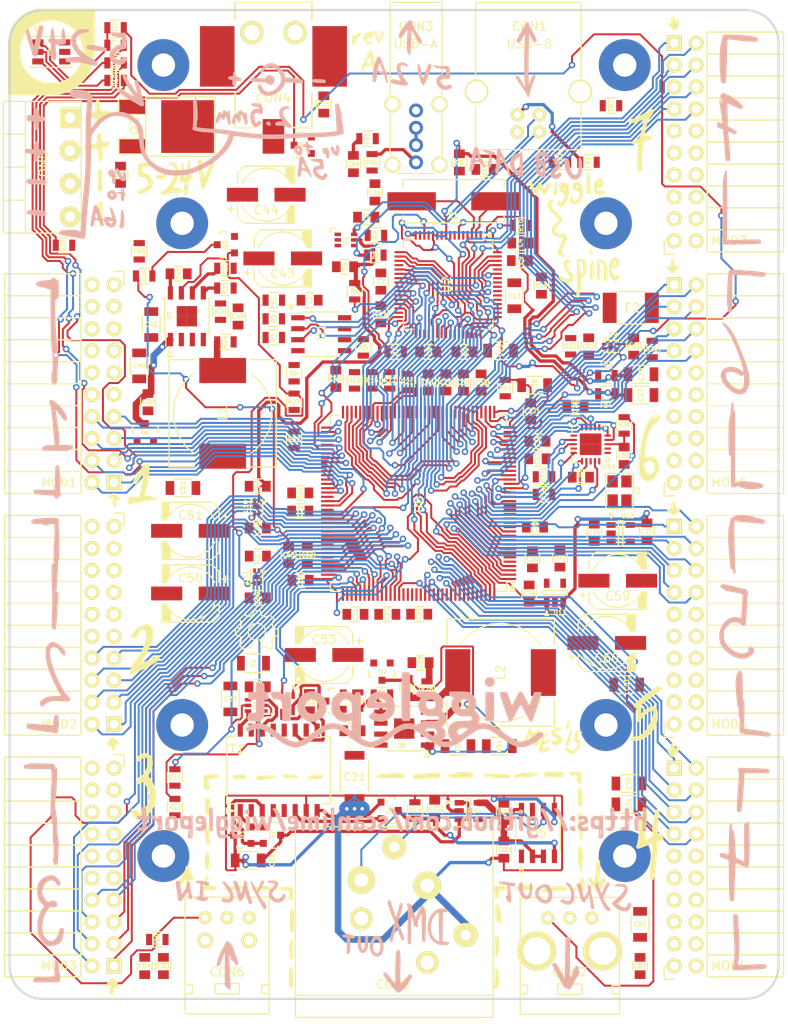
<source format=kicad_pcb>
(kicad_pcb (version 20171130) (host pcbnew "(5.1.12)-1")
  (title_block (title "Wiggle Spine") (rev A))
  (layers (0 F.Cu signal) (31 B.Cu signal) (34 B.Paste user hide) (35 F.Paste user hide) (36 B.SilkS user hide) (37 F.SilkS user hide) (38 B.Mask user hide) (39 F.Mask user hide) (44 Edge.Cuts user))
  (net 0 "")
  (net 1 Earth)
  (net 2 +3V3)
  (net 3 /USB/FTDI_1V8REG)
  (net 4 /Power/VBUS_UPSTREAM)
  (net 5 /USB/FTDI_VPLL)
  (net 6 "Net-(C12-Pad2)")
  (net 7 /USB/FTDI_VPHY)
  (net 8 "Net-(C16-Pad2)")
  (net 9 /FPGA/DMX_GATE1)
  (net 10 "Net-(C19-Pad1)")
  (net 11 /FPGA/DMX_GATE2)
  (net 12 "Net-(C22-Pad1)")
  (net 13 "Net-(C23-Pad1)")
  (net 14 +5V)
  (net 15 +1V2)
  (net 16 +2V5)
  (net 17 +24V)
  (net 18 "/Power/USB Power Output/5V_IN")
  (net 19 "Net-(C57-Pad1)")
  (net 20 "Net-(C58-Pad2)")
  (net 21 "Net-(C63-Pad2)")
  (net 22 "Net-(C64-Pad2)")
  (net 23 "Net-(C65-Pad2)")
  (net 24 "Net-(C80-Pad1)")
  (net 25 "/Sync In/Out/RXD")
  (net 26 /FPGA/SYNC_TXD)
  (net 27 MOD1_PIN1)
  (net 28 MOD1_PIN2)
  (net 29 MOD1_PIN3)
  (net 30 MOD1_PIN4)
  (net 31 MOD1_PIN5)
  (net 32 MOD1_PIN6)
  (net 33 MOD1_PIN7)
  (net 34 MOD1_PIN8)
  (net 35 MOD2_PIN1)
  (net 36 MOD2_PIN2)
  (net 37 MOD2_PIN3)
  (net 38 MOD2_PIN4)
  (net 39 MOD2_PIN5)
  (net 40 MOD2_PIN6)
  (net 41 MOD2_PIN7)
  (net 42 MOD2_PIN8)
  (net 43 MOD3_PIN1)
  (net 44 MOD3_PIN2)
  (net 45 MOD3_PIN3)
  (net 46 MOD3_PIN4)
  (net 47 MOD3_PIN5)
  (net 48 MOD3_PIN6)
  (net 49 MOD3_PIN7)
  (net 50 MOD3_PIN8)
  (net 51 MOD4_PIN1)
  (net 52 MOD4_PIN2)
  (net 53 MOD4_PIN3)
  (net 54 MOD4_PIN4)
  (net 55 MOD4_PIN5)
  (net 56 MOD4_PIN6)
  (net 57 MOD4_PIN7)
  (net 58 MOD4_PIN8)
  (net 59 MOD5_PIN1)
  (net 60 MOD5_PIN2)
  (net 61 MOD5_PIN3)
  (net 62 MOD5_PIN4)
  (net 63 MOD5_PIN5)
  (net 64 MOD5_PIN6)
  (net 65 MOD5_PIN7)
  (net 66 MOD5_PIN8)
  (net 67 MOD6_PIN1)
  (net 68 MOD6_PIN2)
  (net 69 MOD6_PIN3)
  (net 70 MOD6_PIN4)
  (net 71 MOD6_PIN5)
  (net 72 MOD6_PIN6)
  (net 73 MOD6_PIN7)
  (net 74 MOD6_PIN8)
  (net 75 MOD7_PIN1)
  (net 76 MOD7_PIN2)
  (net 77 MOD7_PIN3)
  (net 78 MOD7_PIN4)
  (net 79 MOD7_PIN5)
  (net 80 MOD7_PIN6)
  (net 81 MOD7_PIN7)
  (net 82 MOD7_PIN8)
  (net 83 "Net-(Q1-Pad3)")
  (net 84 "Net-(Q2-Pad3)")
  (net 85 "/Power/5-24V to 5V Converter/CONVERTED_5V_OKAY")
  (net 86 /USB/VBUS_SENSE)
  (net 87 "Net-(R7-Pad1)")
  (net 88 "Net-(R8-Pad2)")
  (net 89 "Net-(R9-Pad2)")
  (net 90 "Net-(R10-Pad2)")
  (net 91 /USB/SPI_CLK)
  (net 92 /USB/GPIO_L0)
  (net 93 /FPGA/CDONE)
  (net 94 /FPGA/CRESET_B)
  (net 95 /FPGA/VBUS_DOWNSTREAM_EN)
  (net 96 /FPGA/CLK_SCL)
  (net 97 /FPGA/CLK_SDA)
  (net 98 "/Clock Source/VCXO_PWM")
  (net 99 "Net-(T1-Pad11)")
  (net 100 /FPGA/FIFO_DATA0)
  (net 101 /FPGA/FIFO_DATA1)
  (net 102 /FPGA/FIFO_DATA2)
  (net 103 /FPGA/FIFO_DATA3)
  (net 104 /FPGA/FIFO_DATA4)
  (net 105 /FPGA/FIFO_DATA5)
  (net 106 /FPGA/FIFO_DATA6)
  (net 107 /FPGA/FIFO_DATA7)
  (net 108 /FPGA/FIFO_RXF#)
  (net 109 /FPGA/FIFO_TXE#)
  (net 110 /FPGA/FIFO_RD#)
  (net 111 /FPGA/FIFO_WR#)
  (net 112 /FPGA/FIFO_SIWU)
  (net 113 /FPGA/FIFO_CLKOUT)
  (net 114 /FPGA/FIFO_OE#)
  (net 115 /USB/SPI_DO)
  (net 116 /USB/SPI_DI)
  (net 117 /FPGA/DMX_TX1)
  (net 118 /FPGA/DMX_TX2)
  (net 119 "/Clock Source/CLK0")
  (net 120 "/Clock Source/CLK1")
  (net 121 "/Clock Source/CLK2")
  (net 122 "/Clock Source/CLK3")
  (net 123 "/Clock Source/CLK4")
  (net 124 "/Clock Source/CLK5")
  (net 125 "/Clock Source/CLK6")
  (net 126 "/Clock Source/CLK7")
  (net 127 "Net-(D9-Pad3)")
  (net 128 /FPGA/BLUE_N)
  (net 129 /FPGA/GREEN_N)
  (net 130 /FPGA/RED_N)
  (net 131 GND)
  (net 132 GNDPWR)
  (net 133 "Net-(C18-Pad2)")
  (net 134 "Net-(C19-Pad2)")
  (net 135 "Net-(C24-Pad1)")
  (net 136 "Net-(C27-Pad1)")
  (net 137 "Net-(C27-Pad2)")
  (net 138 "Net-(C47-Pad1)")
  (net 139 "Net-(C48-Pad1)")
  (net 140 "Net-(C48-Pad2)")
  (net 141 "Net-(C49-Pad2)")
  (net 142 "Net-(C56-Pad1)")
  (net 143 "Net-(C57-Pad2)")
  (net 144 "Net-(C83-Pad2)")
  (net 145 "Net-(CON1-Pad2)")
  (net 146 "Net-(CON1-Pad1)")
  (net 147 "Net-(CON1-Pad4)")
  (net 148 "Net-(CON1-Pad3)")
  (net 149 "Net-(CON2-Pad3)")
  (net 150 "Net-(CON2-Pad2)")
  (net 151 "Net-(CON3-Pad1)")
  (net 152 "Net-(CON3-Pad2)")
  (net 153 "Net-(CON3-Pad4)")
  (net 154 "Net-(D2-Pad1)")
  (net 155 "Net-(D2-Pad2)")
  (net 156 "Net-(D4-Pad1)")
  (net 157 "Net-(D4-Pad2)")
  (net 158 "Net-(D5-Pad1)")
  (net 159 "Net-(D5-Pad2)")
  (net 160 "Net-(D5-Pad3)")
  (net 161 "Net-(Q1-Pad6)")
  (net 162 "Net-(R23-Pad2)")
  (net 163 "Net-(R25-Pad1)")
  (net 164 "Net-(R29-Pad1)")
  (net 165 "Net-(U14-Pad1)")
  (net 166 "Net-(U14-Pad2)")
  (net 167 /DMX512/DMXGND)
  (net 168 "/Power/5-24V Power Input/POWER_IN")
  (net 169 /USB/EECS)
  (net 170 /USB/EECLK)
  (net 171 /USB/EEDATA_OUT)
  (net 172 /USB/EEDATA)
  (module Symbols:Symbol_OSHW-Logo_SilkScreen (layer F.Cu) (at 125.603 115.697)
    (fp_text reference REF** hide)
    (fp_text value Symbol_OSHW-Logo_SilkScreen)
  )
  (module Terminal_Blocks:TerminalBlock_Pheonix_PT-3.5mm_4pol (layer F.Cu) (at 96.304737 56.253441 270)
    (fp_text reference CON5 (at 5.842 -4.652 270) (layer F.SilkS))
    (fp_text value "5-24V 16A" hide)
    (pad 3 thru_hole circle (at 7.62 -7.7 270) (size 2.4 2.4) (drill 1.2) (layers *.Cu *.Mask F.SilkS))
    (pad 4 thru_hole circle (at 11.43 -7.7 270) (size 2.4 2.4) (drill 1.2) (layers *.Cu *.Mask F.SilkS))
    (pad 2 thru_hole circle (at 3.81 -7.7 270) (size 2.4 2.4) (drill 1.2) (layers *.Cu *.Mask F.SilkS))
    (pad 1 thru_hole rect (at 0 -7.7 270) (size 2.4 2.4) (drill 1.2) (layers *.Cu *.Mask F.SilkS))
  )
  (module Housings_SOIC:SOIC-16_7.5x10.3mm_Pitch1.27mm (layer F.Cu) (at 128.134737 131.691441 90)
    (fp_text reference T1 (at 2.462 -4.826 180) (layer F.SilkS))
    (fp_text value "10/100baseT transformer" hide)
    (pad 1 smd rect (at -4.65 -4.445 90) (size 1.5 0.6) (layers F.Cu F.Paste F.Mask) (net 154 "Net-(D2-Pad1)"))
    (pad 2 smd rect (at -4.65 -3.175 90) (size 1.5 0.6) (layers F.Cu F.Paste F.Mask))
    (pad 3 smd rect (at -4.65 -1.905 90) (size 1.5 0.6) (layers F.Cu F.Paste F.Mask) (net 155 "Net-(D2-Pad2)"))
    (pad 4 smd rect (at -4.65 -0.635 90) (size 1.5 0.6) (layers F.Cu F.Paste F.Mask))
    (pad 5 smd rect (at -4.65 0.635 90) (size 1.5 0.6) (layers F.Cu F.Paste F.Mask))
    (pad 6 smd rect (at -4.65 1.905 90) (size 1.5 0.6) (layers F.Cu F.Paste F.Mask) (net 157 "Net-(D4-Pad2)"))
    (pad 7 smd rect (at -4.65 3.175 90) (size 1.5 0.6) (layers F.Cu F.Paste F.Mask) (net 167 /DMX512/DMXGND))
    (pad 8 smd rect (at -4.65 4.445 90) (size 1.5 0.6) (layers F.Cu F.Paste F.Mask) (net 156 "Net-(D4-Pad1)"))
    (pad 9 smd rect (at 4.65 4.445 90) (size 1.5 0.6) (layers F.Cu F.Paste F.Mask) (net 10 "Net-(C19-Pad1)"))
    (pad 10 smd rect (at 4.65 3.175 90) (size 1.5 0.6) (layers F.Cu F.Paste F.Mask))
    (pad 11 smd rect (at 4.65 1.905 90) (size 1.5 0.6) (layers F.Cu F.Paste F.Mask) (net 99 "Net-(T1-Pad11)"))
    (pad 12 smd rect (at 4.65 0.635 90) (size 1.5 0.6) (layers F.Cu F.Paste F.Mask))
    (pad 13 smd rect (at 4.65 -0.635 90) (size 1.5 0.6) (layers F.Cu F.Paste F.Mask))
    (pad 14 smd rect (at 4.65 -1.905 90) (size 1.5 0.6) (layers F.Cu F.Paste F.Mask) (net 83 "Net-(Q1-Pad3)"))
    (pad 15 smd rect (at 4.65 -3.175 90) (size 1.5 0.6) (layers F.Cu F.Paste F.Mask))
    (pad 16 smd rect (at 4.65 -4.445 90) (size 1.5 0.6) (layers F.Cu F.Paste F.Mask) (net 161 "Net-(Q1-Pad6)"))
  )
  (module TO_SOT_Packages_SMD:SOT-23-5 (layer F.Cu) (at 160.072737 111.160441 90)
    (fp_text reference U13 (at -2.3192 0.574 180) (layer F.SilkS) (effects (font (size 0.5 0.5) (thickness 0.125))))
    (fp_text value TCR2EF12 hide)
    (pad 1 smd rect (at -1.1 -0.95 90) (size 1.06 0.65) (layers F.Cu F.Paste F.Mask) (net 16 +2V5))
    (pad 2 smd rect (at -1.1 0 90) (size 1.06 0.65) (layers F.Cu F.Paste F.Mask))
    (pad 3 smd rect (at -1.1 0.95 90) (size 1.06 0.65) (layers F.Cu F.Paste F.Mask) (net 16 +2V5))
    (pad 4 smd rect (at 1.1 0.95 90) (size 1.06 0.65) (layers F.Cu F.Paste F.Mask))
    (pad 5 smd rect (at 1.1 -0.95 90) (size 1.06 0.65) (layers F.Cu F.Paste F.Mask))
  )
  (module TO_SOT_Packages_SMD:SOT-23-5 (layer F.Cu) (at 167.665379 104.282959)
    (fp_text reference U12 (at 0.829958 -2.004718 180) (layer F.SilkS) (effects (font (size 0.5 0.5) (thickness 0.125))))
    (fp_text value TCR2EF25 hide)
    (pad 1 smd rect (at -1.1 -0.95) (size 1.06 0.65) (layers F.Cu F.Paste F.Mask))
    (pad 2 smd rect (at -1.1 0) (size 1.06 0.65) (layers F.Cu F.Paste F.Mask))
    (pad 3 smd rect (at -1.1 0.95) (size 1.06 0.65) (layers F.Cu F.Paste F.Mask))
    (pad 4 smd rect (at 1.1 0.95) (size 1.06 0.65) (layers F.Cu F.Paste F.Mask))
    (pad 5 smd rect (at 1.1 -0.95) (size 1.06 0.65) (layers F.Cu F.Paste F.Mask) (net 16 +2V5))
  )
  (module Housings_DFN_QFN:QFN-20-1EP_4x4mm_Pitch0.5mm (layer F.Cu) (at 164.202255 93.994799 180)
    (fp_text reference U14 (at -2.134082 -2.593842) (layer F.SilkS) (effects (font (size 0.5 0.5) (thickness 0.125))))
    (fp_text value Si5351B hide)
    (pad 1 smd rect (at -1.965 -1 180) (size 0.73 0.246) (layers F.Cu F.Paste F.Mask))
    (pad 2 smd rect (at -1.965 -0.5 180) (size 0.73 0.246) (layers F.Cu F.Paste F.Mask))
    (pad 3 smd rect (at -1.965 0 180) (size 0.73 0.246) (layers F.Cu F.Paste F.Mask) (net 24 "Net-(C80-Pad1)"))
    (pad 4 smd rect (at -1.965 0.5 180) (size 0.73 0.246) (layers F.Cu F.Paste F.Mask) (net 96 /FPGA/CLK_SCL))
    (pad 5 smd rect (at -1.965 1 180) (size 0.73 0.246) (layers F.Cu F.Paste F.Mask) (net 97 /FPGA/CLK_SDA))
    (pad 6 smd rect (at -1 1.965 270) (size 0.73 0.246) (layers F.Cu F.Paste F.Mask))
    (pad 7 smd rect (at -0.5 1.965 270) (size 0.73 0.246) (layers F.Cu F.Paste F.Mask))
    (pad 8 smd rect (at 0 1.965 270) (size 0.73 0.246) (layers F.Cu F.Paste F.Mask) (net 122 "/Clock Source/CLK3"))
    (pad 9 smd rect (at 0.5 1.965 270) (size 0.73 0.246) (layers F.Cu F.Paste F.Mask) (net 121 "/Clock Source/CLK2"))
    (pad 10 smd rect (at 1 1.965 270) (size 0.73 0.246) (layers F.Cu F.Paste F.Mask))
    (pad 11 smd rect (at 1.965 1 180) (size 0.73 0.246) (layers F.Cu F.Paste F.Mask))
    (pad 12 smd rect (at 1.965 0.5 180) (size 0.73 0.246) (layers F.Cu F.Paste F.Mask) (net 120 "/Clock Source/CLK1"))
    (pad 13 smd rect (at 1.965 0 180) (size 0.73 0.246) (layers F.Cu F.Paste F.Mask) (net 119 "/Clock Source/CLK0"))
    (pad 14 smd rect (at 1.965 -0.5 180) (size 0.73 0.246) (layers F.Cu F.Paste F.Mask))
    (pad 15 smd rect (at 1.965 -1 180) (size 0.73 0.246) (layers F.Cu F.Paste F.Mask) (net 126 "/Clock Source/CLK7"))
    (pad 16 smd rect (at 1 -1.965 270) (size 0.73 0.246) (layers F.Cu F.Paste F.Mask) (net 125 "/Clock Source/CLK6"))
    (pad 17 smd rect (at 0.5 -1.965 270) (size 0.73 0.246) (layers F.Cu F.Paste F.Mask) (net 124 "/Clock Source/CLK5"))
    (pad 18 smd rect (at 0 -1.965 270) (size 0.73 0.246) (layers F.Cu F.Paste F.Mask))
    (pad 19 smd rect (at -0.5 -1.965 270) (size 0.73 0.246) (layers F.Cu F.Paste F.Mask) (net 123 "/Clock Source/CLK4"))
    (pad 20 smd rect (at -1 -1.965 270) (size 0.73 0.246) (layers F.Cu F.Paste F.Mask))
    (pad 21 smd rect (at 0.625 0.625 180) (size 1.25 1.25) (layers F.Cu F.Paste F.Mask))
    (pad 21 smd rect (at 0.625 -0.625 180) (size 1.25 1.25) (layers F.Cu F.Paste F.Mask))
    (pad 21 smd rect (at -0.625 0.625 180) (size 1.25 1.25) (layers F.Cu F.Paste F.Mask))
    (pad 21 smd rect (at -0.625 -0.625 180) (size 1.25 1.25) (layers F.Cu F.Paste F.Mask))
  )
  (module Crystals:crystal_FA238-TSX3225 (layer F.Cu) (at 167.542737 99.390441 270)
    (fp_text reference X2 (at 0 -2.0955 90) (layer F.SilkS) (effects (font (size 0.5 0.5) (thickness 0.125))))
    (fp_text value "25.0000 MHz 15ppm 8pF" hide)
    (pad 1 smd rect (at -1.1 0.8 270) (size 1.4 1.2) (layers F.Cu F.Paste F.Mask))
    (pad 2 smd rect (at 1.1 0.8 270) (size 1.4 1.2) (layers F.Cu F.Paste F.Mask))
    (pad 4 smd rect (at -1.1 -0.8 270) (size 1.4 1.2) (layers F.Cu F.Paste F.Mask))
    (pad 3 smd rect (at 1.1 -0.8 270) (size 1.4 1.2) (layers F.Cu F.Paste F.Mask))
  )
  (module Housings_SOIC:SOIC-8-1EP_3.9x4.9mm_Pitch1.27mm (layer F.Cu) (at 117.514237 79.192941 90)
    (fp_text reference U7 (at 0.0795 -1.9525 90) (layer F.SilkS) (effects (font (size 0.5 0.5) (thickness 0.125))))
    (fp_text value RT8299A hide)
    (pad 1 smd rect (at -2.7 -1.905 90) (size 1.55 0.6) (layers F.Cu F.Paste F.Mask) (net 140 "Net-(C48-Pad2)"))
    (pad 2 smd rect (at -2.7 -0.635 90) (size 1.55 0.6) (layers F.Cu F.Paste F.Mask))
    (pad 3 smd rect (at -2.7 0.635 90) (size 1.55 0.6) (layers F.Cu F.Paste F.Mask))
    (pad 4 smd rect (at -2.7 1.905 90) (size 1.55 0.6) (layers F.Cu F.Paste F.Mask))
    (pad 5 smd rect (at 2.7 1.905 90) (size 1.55 0.6) (layers F.Cu F.Paste F.Mask) (net 163 "Net-(R25-Pad1)"))
    (pad 6 smd rect (at 2.7 0.635 90) (size 1.55 0.6) (layers F.Cu F.Paste F.Mask) (net 162 "Net-(R23-Pad2)"))
    (pad 7 smd rect (at 2.7 -0.635 90) (size 1.55 0.6) (layers F.Cu F.Paste F.Mask) (net 85 "/Power/5-24V to 5V Converter/CONVERTED_5V_OKAY"))
    (pad 8 smd rect (at 2.7 -1.905 90) (size 1.55 0.6) (layers F.Cu F.Paste F.Mask) (net 138 "Net-(C47-Pad1)"))
    (pad 9 smd rect (at 0.5875 0.5875 90) (size 1.175 1.175) (layers F.Cu F.Paste F.Mask))
    (pad 9 smd rect (at 0.5875 -0.5875 90) (size 1.175 1.175) (layers F.Cu F.Paste F.Mask))
    (pad 9 smd rect (at -0.5875 0.5875 90) (size 1.175 1.175) (layers F.Cu F.Paste F.Mask))
    (pad 9 smd rect (at -0.5875 -0.5875 90) (size 1.175 1.175) (layers F.Cu F.Paste F.Mask))
  )
  (module Housings_SOIC:SOIC-8_3.9x4.9mm_Pitch1.27mm (layer F.Cu) (at 133.054737 81.272441)
    (fp_text reference U1 (at 0 -0.254 90) (layer F.SilkS))
    (fp_text value 93C56 hide)
    (pad 1 smd rect (at -2.7 -1.905) (size 1.55 0.6) (layers F.Cu F.Paste F.Mask) (net 169 /USB/EECS))
    (pad 2 smd rect (at -2.7 -0.635) (size 1.55 0.6) (layers F.Cu F.Paste F.Mask) (net 170 /USB/EECLK))
    (pad 3 smd rect (at -2.7 0.635) (size 1.55 0.6) (layers F.Cu F.Paste F.Mask) (net 172 /USB/EEDATA))
    (pad 4 smd rect (at -2.7 1.905) (size 1.55 0.6) (layers F.Cu F.Paste F.Mask))
    (pad 5 smd rect (at 2.7 1.905) (size 1.55 0.6) (layers F.Cu F.Paste F.Mask))
    (pad 6 smd rect (at 2.7 0.635) (size 1.55 0.6) (layers F.Cu F.Paste F.Mask))
    (pad 7 smd rect (at 2.7 -0.635) (size 1.55 0.6) (layers F.Cu F.Paste F.Mask))
    (pad 8 smd rect (at 2.7 -1.905) (size 1.55 0.6) (layers F.Cu F.Paste F.Mask))
  )
  (module TO_SOT_Packages_SMD:SC-70-6 (layer F.Cu) (at 129.150737 124.005401 180)
    (fp_text reference U3 (at 0 0.01016 180) (layer F.SilkS) (effects (font (size 0.5 0.5) (thickness 0.125))))
    (fp_text value NC7WZ14)
    (pad 1 smd rect (at -0.65024 0.94996 180) (size 0.39878 0.7493) (layers F.Cu F.Paste F.Mask) (net 117 /FPGA/DMX_TX1))
    (pad 2 smd rect (at 0 0.94996 180) (size 0.39878 0.7493) (layers F.Cu F.Paste F.Mask))
    (pad 3 smd rect (at 0.65024 0.94996 180) (size 0.39878 0.7493) (layers F.Cu F.Paste F.Mask) (net 118 /FPGA/DMX_TX2))
    (pad 4 smd rect (at 0.65024 -0.94996 180) (size 0.39878 0.7493) (layers F.Cu F.Paste F.Mask) (net 134 "Net-(C19-Pad2)"))
    (pad 5 smd rect (at 0 -0.94996 180) (size 0.39878 0.7493) (layers F.Cu F.Paste F.Mask))
    (pad 6 smd rect (at -0.65024 -0.94996 180) (size 0.39878 0.7493) (layers F.Cu F.Paste F.Mask) (net 99 "Net-(T1-Pad11)"))
  )
  (module Housings_SOIC:SOIC-8_3.9x4.9mm_Pitch1.27mm (layer F.Cu) (at 158.106737 138.930441 90)
    (fp_text reference U5 (at 0 0 180) (layer F.SilkS))
    (fp_text value ST485E hide)
    (pad 1 smd rect (at -2.7 -1.905 90) (size 1.55 0.6) (layers F.Cu F.Paste F.Mask))
    (pad 2 smd rect (at -2.7 -0.635 90) (size 1.55 0.6) (layers F.Cu F.Paste F.Mask) (net 135 "Net-(C24-Pad1)"))
    (pad 3 smd rect (at -2.7 0.635 90) (size 1.55 0.6) (layers F.Cu F.Paste F.Mask) (net 135 "Net-(C24-Pad1)"))
    (pad 4 smd rect (at -2.7 1.905 90) (size 1.55 0.6) (layers F.Cu F.Paste F.Mask) (net 13 "Net-(C23-Pad1)"))
    (pad 5 smd rect (at 2.7 1.905 90) (size 1.55 0.6) (layers F.Cu F.Paste F.Mask) (net 167 /DMX512/DMXGND))
    (pad 6 smd rect (at 2.7 0.635 90) (size 1.55 0.6) (layers F.Cu F.Paste F.Mask) (net 149 "Net-(CON2-Pad3)"))
    (pad 7 smd rect (at 2.7 -0.635 90) (size 1.55 0.6) (layers F.Cu F.Paste F.Mask) (net 150 "Net-(CON2-Pad2)"))
    (pad 8 smd rect (at 2.7 -1.905 90) (size 1.55 0.6) (layers F.Cu F.Paste F.Mask) (net 135 "Net-(C24-Pad1)"))
  )
  (module TO_SOT_Packages_SMD:SOT-23-5 (layer F.Cu) (at 150.105737 136.390441)
    (fp_text reference U4 (at 0.846 0) (layer F.SilkS) (effects (font (size 0.5 0.5) (thickness 0.125))))
    (fp_text value AP2204K-5.0 hide)
    (pad 1 smd rect (at -1.1 -0.95) (size 1.06 0.65) (layers F.Cu F.Paste F.Mask) (net 12 "Net-(C22-Pad1)"))
    (pad 2 smd rect (at -1.1 0) (size 1.06 0.65) (layers F.Cu F.Paste F.Mask) (net 167 /DMX512/DMXGND))
    (pad 3 smd rect (at -1.1 0.95) (size 1.06 0.65) (layers F.Cu F.Paste F.Mask) (net 12 "Net-(C22-Pad1)"))
    (pad 4 smd rect (at 1.1 0.95) (size 1.06 0.65) (layers F.Cu F.Paste F.Mask))
    (pad 5 smd rect (at 1.1 -0.95) (size 1.06 0.65) (layers F.Cu F.Paste F.Mask) (net 135 "Net-(C24-Pad1)"))
  )
  (module Housings_SOIC:SOIC-8-1EP_3.9x4.9mm_Pitch1.27mm (layer F.Cu) (at 142.645737 126.865441 180)
    (fp_text reference U8 (at 0.3335 -1.9525 180) (layer F.SilkS) (effects (font (size 0.5 0.5) (thickness 0.125))))
    (fp_text value RT8299A hide)
    (pad 1 smd rect (at -2.7 -1.905 180) (size 1.55 0.6) (layers F.Cu F.Paste F.Mask) (net 143 "Net-(C57-Pad2)"))
    (pad 2 smd rect (at -2.7 -0.635 180) (size 1.55 0.6) (layers F.Cu F.Paste F.Mask))
    (pad 3 smd rect (at -2.7 0.635 180) (size 1.55 0.6) (layers F.Cu F.Paste F.Mask) (net 19 "Net-(C57-Pad1)"))
    (pad 4 smd rect (at -2.7 1.905 180) (size 1.55 0.6) (layers F.Cu F.Paste F.Mask))
    (pad 5 smd rect (at 2.7 1.905 180) (size 1.55 0.6) (layers F.Cu F.Paste F.Mask) (net 164 "Net-(R29-Pad1)"))
    (pad 6 smd rect (at 2.7 0.635 180) (size 1.55 0.6) (layers F.Cu F.Paste F.Mask))
    (pad 7 smd rect (at 2.7 -0.635 180) (size 1.55 0.6) (layers F.Cu F.Paste F.Mask))
    (pad 8 smd rect (at 2.7 -1.905 180) (size 1.55 0.6) (layers F.Cu F.Paste F.Mask))
    (pad 9 smd rect (at 0.5875 0.5875 180) (size 1.175 1.175) (layers F.Cu F.Paste F.Mask))
    (pad 9 smd rect (at 0.5875 -0.5875 180) (size 1.175 1.175) (layers F.Cu F.Paste F.Mask))
    (pad 9 smd rect (at -0.5875 0.5875 180) (size 1.175 1.175) (layers F.Cu F.Paste F.Mask))
    (pad 9 smd rect (at -0.5875 -0.5875 180) (size 1.175 1.175) (layers F.Cu F.Paste F.Mask))
  )
  (module Connect:BARREL_JACK (layer F.Cu) (at 127.527917 42.900881 270)
    (fp_text reference CON4 (at 11.06656 0.02818) (layer F.SilkS))
    (fp_text value "2.5mm 5-24V 5A" hide)
    (pad 1 smd rect (at 15.5 0 270) (size 4 2.5) (layers F.Cu F.Paste F.Mask))
    (pad 2 smd rect (at 6.25 -6.5 270) (size 7 4) (layers F.Cu F.Paste F.Mask))
    (pad 3 smd rect (at 6.25 6.5 270) (size 7 4) (layers F.Cu F.Paste F.Mask))
    (pad "" thru_hole circle (at 3.5 -2.5 270) (size 2.7 2.7) (drill 1.8) (layers *.Cu *.Mask F.SilkS))
    (pad "" thru_hole circle (at 3.5 2.5 270) (size 2.7 2.7) (drill 1.8) (layers *.Cu *.Mask F.SilkS))
  )
  (module Housings_QFP:TQFP-144_20x20mm_Pitch0.5mm (layer F.Cu) (at 144.310996 100.82262 180)
    (fp_text reference U6 (at 0 -0.134821 270) (layer F.SilkS))
    (fp_text value iCE40-HX1K-TQ144 hide)
    (pad 1 smd rect (at -10.55 -8.75 180) (size 1.45 0.25) (layers F.Cu F.Paste F.Mask) (net 65 MOD5_PIN7))
    (pad 2 smd rect (at -10.55 -8.25 180) (size 1.45 0.25) (layers F.Cu F.Paste F.Mask) (net 66 MOD5_PIN8))
    (pad 3 smd rect (at -10.55 -7.75 180) (size 1.45 0.25) (layers F.Cu F.Paste F.Mask) (net 64 MOD5_PIN6))
    (pad 4 smd rect (at -10.55 -7.25 180) (size 1.45 0.25) (layers F.Cu F.Paste F.Mask) (net 61 MOD5_PIN3))
    (pad 5 smd rect (at -10.55 -6.75 180) (size 1.45 0.25) (layers F.Cu F.Paste F.Mask))
    (pad 6 smd rect (at -10.55 -6.25 180) (size 1.45 0.25) (layers F.Cu F.Paste F.Mask))
    (pad 7 smd rect (at -10.55 -5.75 180) (size 1.45 0.25) (layers F.Cu F.Paste F.Mask) (net 62 MOD5_PIN4))
    (pad 8 smd rect (at -10.55 -5.25 180) (size 1.45 0.25) (layers F.Cu F.Paste F.Mask) (net 59 MOD5_PIN1))
    (pad 9 smd rect (at -10.55 -4.75 180) (size 1.45 0.25) (layers F.Cu F.Paste F.Mask) (net 60 MOD5_PIN2))
    (pad 10 smd rect (at -10.55 -4.25 180) (size 1.45 0.25) (layers F.Cu F.Paste F.Mask) (net 98 "/Clock Source/VCXO_PWM"))
    (pad 11 smd rect (at -10.55 -3.75 180) (size 1.45 0.25) (layers F.Cu F.Paste F.Mask) (net 123 "/Clock Source/CLK4"))
    (pad 12 smd rect (at -10.55 -3.25 180) (size 1.45 0.25) (layers F.Cu F.Paste F.Mask) (net 124 "/Clock Source/CLK5"))
    (pad 13 smd rect (at -10.55 -2.75 180) (size 1.45 0.25) (layers F.Cu F.Paste F.Mask))
    (pad 14 smd rect (at -10.55 -2.25 180) (size 1.45 0.25) (layers F.Cu F.Paste F.Mask))
    (pad 15 smd rect (at -10.55 -1.75 180) (size 1.45 0.25) (layers F.Cu F.Paste F.Mask))
    (pad 16 smd rect (at -10.55 -1.25 180) (size 1.45 0.25) (layers F.Cu F.Paste F.Mask))
    (pad 17 smd rect (at -10.55 -0.75 180) (size 1.45 0.25) (layers F.Cu F.Paste F.Mask))
    (pad 18 smd rect (at -10.55 -0.25 180) (size 1.45 0.25) (layers F.Cu F.Paste F.Mask))
    (pad 19 smd rect (at -10.55 0.25 180) (size 1.45 0.25) (layers F.Cu F.Paste F.Mask) (net 125 "/Clock Source/CLK6"))
    (pad 20 smd rect (at -10.55 0.75 180) (size 1.45 0.25) (layers F.Cu F.Paste F.Mask) (net 119 "/Clock Source/CLK0"))
    (pad 21 smd rect (at -10.55 1.25 180) (size 1.45 0.25) (layers F.Cu F.Paste F.Mask) (net 120 "/Clock Source/CLK1"))
    (pad 22 smd rect (at -10.55 1.75 180) (size 1.45 0.25) (layers F.Cu F.Paste F.Mask) (net 96 /FPGA/CLK_SCL))
    (pad 23 smd rect (at -10.55 2.25 180) (size 1.45 0.25) (layers F.Cu F.Paste F.Mask) (net 97 /FPGA/CLK_SDA))
    (pad 24 smd rect (at -10.55 2.75 180) (size 1.45 0.25) (layers F.Cu F.Paste F.Mask) (net 126 "/Clock Source/CLK7"))
    (pad 25 smd rect (at -10.55 3.25 180) (size 1.45 0.25) (layers F.Cu F.Paste F.Mask) (net 121 "/Clock Source/CLK2"))
    (pad 26 smd rect (at -10.55 3.75 180) (size 1.45 0.25) (layers F.Cu F.Paste F.Mask) (net 122 "/Clock Source/CLK3"))
    (pad 27 smd rect (at -10.55 4.25 180) (size 1.45 0.25) (layers F.Cu F.Paste F.Mask))
    (pad 28 smd rect (at -10.55 4.75 180) (size 1.45 0.25) (layers F.Cu F.Paste F.Mask) (net 74 MOD6_PIN8))
    (pad 29 smd rect (at -10.55 5.25 180) (size 1.45 0.25) (layers F.Cu F.Paste F.Mask) (net 73 MOD6_PIN7))
    (pad 30 smd rect (at -10.55 5.75 180) (size 1.45 0.25) (layers F.Cu F.Paste F.Mask))
    (pad 31 smd rect (at -10.55 6.25 180) (size 1.45 0.25) (layers F.Cu F.Paste F.Mask) (net 72 MOD6_PIN6))
    (pad 32 smd rect (at -10.55 6.75 180) (size 1.45 0.25) (layers F.Cu F.Paste F.Mask) (net 71 MOD6_PIN5))
    (pad 33 smd rect (at -10.55 7.25 180) (size 1.45 0.25) (layers F.Cu F.Paste F.Mask) (net 70 MOD6_PIN4))
    (pad 34 smd rect (at -10.55 7.75 180) (size 1.45 0.25) (layers F.Cu F.Paste F.Mask) (net 95 /FPGA/VBUS_DOWNSTREAM_EN))
    (pad 35 smd rect (at -10.55 8.25 180) (size 1.45 0.25) (layers F.Cu F.Paste F.Mask))
    (pad 36 smd rect (at -10.55 8.75 180) (size 1.45 0.25) (layers F.Cu F.Paste F.Mask) (net 137 "Net-(C27-Pad2)"))
    (pad 37 smd rect (at -8.75 10.55 270) (size 1.45 0.25) (layers F.Cu F.Paste F.Mask) (net 67 MOD6_PIN1))
    (pad 38 smd rect (at -8.25 10.55 270) (size 1.45 0.25) (layers F.Cu F.Paste F.Mask) (net 68 MOD6_PIN2))
    (pad 39 smd rect (at -7.75 10.55 270) (size 1.45 0.25) (layers F.Cu F.Paste F.Mask) (net 69 MOD6_PIN3))
    (pad 40 smd rect (at -7.25 10.55 270) (size 1.45 0.25) (layers F.Cu F.Paste F.Mask))
    (pad 41 smd rect (at -6.75 10.55 270) (size 1.45 0.25) (layers F.Cu F.Paste F.Mask) (net 76 MOD7_PIN2))
    (pad 42 smd rect (at -6.25 10.55 270) (size 1.45 0.25) (layers F.Cu F.Paste F.Mask) (net 102 /FPGA/FIFO_DATA2))
    (pad 43 smd rect (at -5.75 10.55 270) (size 1.45 0.25) (layers F.Cu F.Paste F.Mask) (net 77 MOD7_PIN3))
    (pad 44 smd rect (at -5.25 10.55 270) (size 1.45 0.25) (layers F.Cu F.Paste F.Mask) (net 79 MOD7_PIN5))
    (pad 45 smd rect (at -4.75 10.55 270) (size 1.45 0.25) (layers F.Cu F.Paste F.Mask) (net 78 MOD7_PIN4))
    (pad 46 smd rect (at -4.25 10.55 270) (size 1.45 0.25) (layers F.Cu F.Paste F.Mask))
    (pad 47 smd rect (at -3.75 10.55 270) (size 1.45 0.25) (layers F.Cu F.Paste F.Mask) (net 80 MOD7_PIN6))
    (pad 48 smd rect (at -3.25 10.55 270) (size 1.45 0.25) (layers F.Cu F.Paste F.Mask) (net 81 MOD7_PIN7))
    (pad 49 smd rect (at -2.75 10.55 270) (size 1.45 0.25) (layers F.Cu F.Paste F.Mask) (net 82 MOD7_PIN8))
    (pad 50 smd rect (at -2.25 10.55 270) (size 1.45 0.25) (layers F.Cu F.Paste F.Mask) (net 113 /FPGA/FIFO_CLKOUT))
    (pad 51 smd rect (at -1.75 10.55 270) (size 1.45 0.25) (layers F.Cu F.Paste F.Mask))
    (pad 52 smd rect (at -1.25 10.55 270) (size 1.45 0.25) (layers F.Cu F.Paste F.Mask) (net 104 /FPGA/FIFO_DATA4))
    (pad 53 smd rect (at -0.75 10.55 270) (size 1.45 0.25) (layers F.Cu F.Paste F.Mask))
    (pad 54 smd rect (at -0.25 10.55 270) (size 1.45 0.25) (layers F.Cu F.Paste F.Mask))
    (pad 55 smd rect (at 0.25 10.55 270) (size 1.45 0.25) (layers F.Cu F.Paste F.Mask))
    (pad 56 smd rect (at 0.75 10.55 270) (size 1.45 0.25) (layers F.Cu F.Paste F.Mask) (net 105 /FPGA/FIFO_DATA5))
    (pad 57 smd rect (at 1.25 10.55 270) (size 1.45 0.25) (layers F.Cu F.Paste F.Mask))
    (pad 58 smd rect (at 1.75 10.55 270) (size 1.45 0.25) (layers F.Cu F.Paste F.Mask) (net 106 /FPGA/FIFO_DATA6))
    (pad 59 smd rect (at 2.25 10.55 270) (size 1.45 0.25) (layers F.Cu F.Paste F.Mask))
    (pad 60 smd rect (at 2.75 10.55 270) (size 1.45 0.25) (layers F.Cu F.Paste F.Mask) (net 114 /FPGA/FIFO_OE#))
    (pad 61 smd rect (at 3.25 10.55 270) (size 1.45 0.25) (layers F.Cu F.Paste F.Mask) (net 107 /FPGA/FIFO_DATA7))
    (pad 62 smd rect (at 3.75 10.55 270) (size 1.45 0.25) (layers F.Cu F.Paste F.Mask) (net 109 /FPGA/FIFO_TXE#))
    (pad 63 smd rect (at 4.25 10.55 270) (size 1.45 0.25) (layers F.Cu F.Paste F.Mask) (net 111 /FPGA/FIFO_WR#))
    (pad 64 smd rect (at 4.75 10.55 270) (size 1.45 0.25) (layers F.Cu F.Paste F.Mask) (net 110 /FPGA/FIFO_RD#))
    (pad 65 smd rect (at 5.25 10.55 270) (size 1.45 0.25) (layers F.Cu F.Paste F.Mask) (net 93 /FPGA/CDONE))
    (pad 66 smd rect (at 5.75 10.55 270) (size 1.45 0.25) (layers F.Cu F.Paste F.Mask) (net 94 /FPGA/CRESET_B))
    (pad 67 smd rect (at 6.25 10.55 270) (size 1.45 0.25) (layers F.Cu F.Paste F.Mask) (net 116 /USB/SPI_DI))
    (pad 68 smd rect (at 6.75 10.55 270) (size 1.45 0.25) (layers F.Cu F.Paste F.Mask) (net 115 /USB/SPI_DO))
    (pad 69 smd rect (at 7.25 10.55 270) (size 1.45 0.25) (layers F.Cu F.Paste F.Mask))
    (pad 70 smd rect (at 7.75 10.55 270) (size 1.45 0.25) (layers F.Cu F.Paste F.Mask) (net 91 /USB/SPI_CLK))
    (pad 71 smd rect (at 8.25 10.55 270) (size 1.45 0.25) (layers F.Cu F.Paste F.Mask) (net 92 /USB/GPIO_L0))
    (pad 72 smd rect (at 8.75 10.55 270) (size 1.45 0.25) (layers F.Cu F.Paste F.Mask))
    (pad 73 smd rect (at 10.55 8.75 180) (size 1.45 0.25) (layers F.Cu F.Paste F.Mask) (net 33 MOD1_PIN7))
    (pad 74 smd rect (at 10.55 8.25 180) (size 1.45 0.25) (layers F.Cu F.Paste F.Mask) (net 34 MOD1_PIN8))
    (pad 75 smd rect (at 10.55 7.75 180) (size 1.45 0.25) (layers F.Cu F.Paste F.Mask) (net 108 /FPGA/FIFO_RXF#))
    (pad 76 smd rect (at 10.55 7.25 180) (size 1.45 0.25) (layers F.Cu F.Paste F.Mask) (net 31 MOD1_PIN5))
    (pad 77 smd rect (at 10.55 6.75 180) (size 1.45 0.25) (layers F.Cu F.Paste F.Mask))
    (pad 78 smd rect (at 10.55 6.25 180) (size 1.45 0.25) (layers F.Cu F.Paste F.Mask) (net 112 /FPGA/FIFO_SIWU))
    (pad 79 smd rect (at 10.55 5.75 180) (size 1.45 0.25) (layers F.Cu F.Paste F.Mask) (net 32 MOD1_PIN6))
    (pad 80 smd rect (at 10.55 5.25 180) (size 1.45 0.25) (layers F.Cu F.Paste F.Mask) (net 29 MOD1_PIN3))
    (pad 81 smd rect (at 10.55 4.75 180) (size 1.45 0.25) (layers F.Cu F.Paste F.Mask) (net 128 /FPGA/BLUE_N))
    (pad 82 smd rect (at 10.55 4.25 180) (size 1.45 0.25) (layers F.Cu F.Paste F.Mask))
    (pad 83 smd rect (at 10.55 3.75 180) (size 1.45 0.25) (layers F.Cu F.Paste F.Mask))
    (pad 84 smd rect (at 10.55 3.25 180) (size 1.45 0.25) (layers F.Cu F.Paste F.Mask))
    (pad 85 smd rect (at 10.55 2.75 180) (size 1.45 0.25) (layers F.Cu F.Paste F.Mask))
    (pad 86 smd rect (at 10.55 2.25 180) (size 1.45 0.25) (layers F.Cu F.Paste F.Mask))
    (pad 87 smd rect (at 10.55 1.75 180) (size 1.45 0.25) (layers F.Cu F.Paste F.Mask) (net 27 MOD1_PIN1))
    (pad 88 smd rect (at 10.55 1.25 180) (size 1.45 0.25) (layers F.Cu F.Paste F.Mask) (net 28 MOD1_PIN2))
    (pad 89 smd rect (at 10.55 0.75 180) (size 1.45 0.25) (layers F.Cu F.Paste F.Mask))
    (pad 90 smd rect (at 10.55 0.25 180) (size 1.45 0.25) (layers F.Cu F.Paste F.Mask) (net 129 /FPGA/GREEN_N))
    (pad 91 smd rect (at 10.55 -0.25 180) (size 1.45 0.25) (layers F.Cu F.Paste F.Mask) (net 30 MOD1_PIN4))
    (pad 92 smd rect (at 10.55 -0.75 180) (size 1.45 0.25) (layers F.Cu F.Paste F.Mask))
    (pad 93 smd rect (at 10.55 -1.25 180) (size 1.45 0.25) (layers F.Cu F.Paste F.Mask) (net 130 /FPGA/RED_N))
    (pad 94 smd rect (at 10.55 -1.75 180) (size 1.45 0.25) (layers F.Cu F.Paste F.Mask) (net 103 /FPGA/FIFO_DATA3))
    (pad 95 smd rect (at 10.55 -2.25 180) (size 1.45 0.25) (layers F.Cu F.Paste F.Mask) (net 41 MOD2_PIN7))
    (pad 96 smd rect (at 10.55 -2.75 180) (size 1.45 0.25) (layers F.Cu F.Paste F.Mask) (net 40 MOD2_PIN6))
    (pad 97 smd rect (at 10.55 -3.25 180) (size 1.45 0.25) (layers F.Cu F.Paste F.Mask) (net 39 MOD2_PIN5))
    (pad 98 smd rect (at 10.55 -3.75 180) (size 1.45 0.25) (layers F.Cu F.Paste F.Mask) (net 38 MOD2_PIN4))
    (pad 99 smd rect (at 10.55 -4.25 180) (size 1.45 0.25) (layers F.Cu F.Paste F.Mask) (net 37 MOD2_PIN3))
    (pad 100 smd rect (at 10.55 -4.75 180) (size 1.45 0.25) (layers F.Cu F.Paste F.Mask))
    (pad 101 smd rect (at 10.55 -5.25 180) (size 1.45 0.25) (layers F.Cu F.Paste F.Mask) (net 42 MOD2_PIN8))
    (pad 102 smd rect (at 10.55 -5.75 180) (size 1.45 0.25) (layers F.Cu F.Paste F.Mask) (net 35 MOD2_PIN1))
    (pad 103 smd rect (at 10.55 -6.25 180) (size 1.45 0.25) (layers F.Cu F.Paste F.Mask))
    (pad 104 smd rect (at 10.55 -6.75 180) (size 1.45 0.25) (layers F.Cu F.Paste F.Mask) (net 36 MOD2_PIN2))
    (pad 105 smd rect (at 10.55 -7.25 180) (size 1.45 0.25) (layers F.Cu F.Paste F.Mask) (net 25 "/Sync In/Out/RXD"))
    (pad 106 smd rect (at 10.55 -7.75 180) (size 1.45 0.25) (layers F.Cu F.Paste F.Mask) (net 44 MOD3_PIN2))
    (pad 107 smd rect (at 10.55 -8.25 180) (size 1.45 0.25) (layers F.Cu F.Paste F.Mask) (net 11 /FPGA/DMX_GATE2))
    (pad 108 smd rect (at 10.55 -8.75 180) (size 1.45 0.25) (layers F.Cu F.Paste F.Mask) (net 16 +2V5))
    (pad 109 smd rect (at 8.75 -10.55 270) (size 1.45 0.25) (layers F.Cu F.Paste F.Mask))
    (pad 110 smd rect (at 8.25 -10.55 270) (size 1.45 0.25) (layers F.Cu F.Paste F.Mask))
    (pad 111 smd rect (at 7.75 -10.55 270) (size 1.45 0.25) (layers F.Cu F.Paste F.Mask))
    (pad 112 smd rect (at 7.25 -10.55 270) (size 1.45 0.25) (layers F.Cu F.Paste F.Mask) (net 9 /FPGA/DMX_GATE1))
    (pad 113 smd rect (at 6.75 -10.55 270) (size 1.45 0.25) (layers F.Cu F.Paste F.Mask) (net 43 MOD3_PIN1))
    (pad 114 smd rect (at 6.25 -10.55 270) (size 1.45 0.25) (layers F.Cu F.Paste F.Mask) (net 118 /FPGA/DMX_TX2))
    (pad 115 smd rect (at 5.75 -10.55 270) (size 1.45 0.25) (layers F.Cu F.Paste F.Mask) (net 45 MOD3_PIN3))
    (pad 116 smd rect (at 5.25 -10.55 270) (size 1.45 0.25) (layers F.Cu F.Paste F.Mask) (net 47 MOD3_PIN5))
    (pad 117 smd rect (at 4.75 -10.55 270) (size 1.45 0.25) (layers F.Cu F.Paste F.Mask) (net 48 MOD3_PIN6))
    (pad 118 smd rect (at 4.25 -10.55 270) (size 1.45 0.25) (layers F.Cu F.Paste F.Mask) (net 117 /FPGA/DMX_TX1))
    (pad 119 smd rect (at 3.75 -10.55 270) (size 1.45 0.25) (layers F.Cu F.Paste F.Mask) (net 46 MOD3_PIN4))
    (pad 120 smd rect (at 3.25 -10.55 270) (size 1.45 0.25) (layers F.Cu F.Paste F.Mask) (net 50 MOD3_PIN8))
    (pad 121 smd rect (at 2.75 -10.55 270) (size 1.45 0.25) (layers F.Cu F.Paste F.Mask) (net 49 MOD3_PIN7))
    (pad 122 smd rect (at 2.25 -10.55 270) (size 1.45 0.25) (layers F.Cu F.Paste F.Mask) (net 58 MOD4_PIN8))
    (pad 123 smd rect (at 1.75 -10.55 270) (size 1.45 0.25) (layers F.Cu F.Paste F.Mask))
    (pad 124 smd rect (at 1.25 -10.55 270) (size 1.45 0.25) (layers F.Cu F.Paste F.Mask))
    (pad 125 smd rect (at 0.75 -10.55 270) (size 1.45 0.25) (layers F.Cu F.Paste F.Mask))
    (pad 126 smd rect (at 0.25 -10.55 270) (size 1.45 0.25) (layers F.Cu F.Paste F.Mask))
    (pad 127 smd rect (at -0.25 -10.55 270) (size 1.45 0.25) (layers F.Cu F.Paste F.Mask))
    (pad 128 smd rect (at -0.75 -10.55 270) (size 1.45 0.25) (layers F.Cu F.Paste F.Mask) (net 57 MOD4_PIN7))
    (pad 129 smd rect (at -1.25 -10.55 270) (size 1.45 0.25) (layers F.Cu F.Paste F.Mask) (net 56 MOD4_PIN6))
    (pad 130 smd rect (at -1.75 -10.55 270) (size 1.45 0.25) (layers F.Cu F.Paste F.Mask))
    (pad 131 smd rect (at -2.25 -10.55 270) (size 1.45 0.25) (layers F.Cu F.Paste F.Mask))
    (pad 132 smd rect (at -2.75 -10.55 270) (size 1.45 0.25) (layers F.Cu F.Paste F.Mask))
    (pad 133 smd rect (at -3.25 -10.55 270) (size 1.45 0.25) (layers F.Cu F.Paste F.Mask))
    (pad 134 smd rect (at -3.75 -10.55 270) (size 1.45 0.25) (layers F.Cu F.Paste F.Mask) (net 55 MOD4_PIN5))
    (pad 135 smd rect (at -4.25 -10.55 270) (size 1.45 0.25) (layers F.Cu F.Paste F.Mask) (net 54 MOD4_PIN4))
    (pad 136 smd rect (at -4.75 -10.55 270) (size 1.45 0.25) (layers F.Cu F.Paste F.Mask) (net 53 MOD4_PIN3))
    (pad 137 smd rect (at -5.25 -10.55 270) (size 1.45 0.25) (layers F.Cu F.Paste F.Mask) (net 51 MOD4_PIN1))
    (pad 138 smd rect (at -5.75 -10.55 270) (size 1.45 0.25) (layers F.Cu F.Paste F.Mask) (net 52 MOD4_PIN2))
    (pad 139 smd rect (at -6.25 -10.55 270) (size 1.45 0.25) (layers F.Cu F.Paste F.Mask) (net 26 /FPGA/SYNC_TXD))
    (pad 140 smd rect (at -6.75 -10.55 270) (size 1.45 0.25) (layers F.Cu F.Paste F.Mask))
    (pad 141 smd rect (at -7.25 -10.55 270) (size 1.45 0.25) (layers F.Cu F.Paste F.Mask) (net 101 /FPGA/FIFO_DATA1))
    (pad 142 smd rect (at -7.75 -10.55 270) (size 1.45 0.25) (layers F.Cu F.Paste F.Mask) (net 100 /FPGA/FIFO_DATA0))
    (pad 143 smd rect (at -8.25 -10.55 270) (size 1.45 0.25) (layers F.Cu F.Paste F.Mask) (net 75 MOD7_PIN1))
    (pad 144 smd rect (at -8.75 -10.55 270) (size 1.45 0.25) (layers F.Cu F.Paste F.Mask) (net 63 MOD5_PIN5))
  )
  (module Housings_QFP:LQFP-64_10x10mm_Pitch0.5mm (layer F.Cu) (at 147.720917 75.539881 270)
    (fp_text reference U2 (at 0 0.15518 270) (layer F.SilkS))
    (fp_text value FT2232H hide)
    (pad 1 smd rect (at -5.7 -3.75 270) (size 1 0.25) (layers F.Cu F.Paste F.Mask))
    (pad 2 smd rect (at -5.7 -3.25 270) (size 1 0.25) (layers F.Cu F.Paste F.Mask) (net 6 "Net-(C12-Pad2)"))
    (pad 3 smd rect (at -5.7 -2.75 270) (size 1 0.25) (layers F.Cu F.Paste F.Mask) (net 8 "Net-(C16-Pad2)"))
    (pad 4 smd rect (at -5.7 -2.25 270) (size 1 0.25) (layers F.Cu F.Paste F.Mask) (net 7 /USB/FTDI_VPHY))
    (pad 5 smd rect (at -5.7 -1.75 270) (size 1 0.25) (layers F.Cu F.Paste F.Mask))
    (pad 6 smd rect (at -5.7 -1.25 270) (size 1 0.25) (layers F.Cu F.Paste F.Mask) (net 90 "Net-(R10-Pad2)"))
    (pad 7 smd rect (at -5.7 -0.75 270) (size 1 0.25) (layers F.Cu F.Paste F.Mask))
    (pad 8 smd rect (at -5.7 -0.25 270) (size 1 0.25) (layers F.Cu F.Paste F.Mask))
    (pad 9 smd rect (at -5.7 0.25 270) (size 1 0.25) (layers F.Cu F.Paste F.Mask) (net 5 /USB/FTDI_VPLL))
    (pad 10 smd rect (at -5.7 0.75 270) (size 1 0.25) (layers F.Cu F.Paste F.Mask))
    (pad 11 smd rect (at -5.7 1.25 270) (size 1 0.25) (layers F.Cu F.Paste F.Mask))
    (pad 12 smd rect (at -5.7 1.75 270) (size 1 0.25) (layers F.Cu F.Paste F.Mask) (net 3 /USB/FTDI_1V8REG))
    (pad 13 smd rect (at -5.7 2.25 270) (size 1 0.25) (layers F.Cu F.Paste F.Mask))
    (pad 14 smd rect (at -5.7 2.75 270) (size 1 0.25) (layers F.Cu F.Paste F.Mask) (net 87 "Net-(R7-Pad1)"))
    (pad 15 smd rect (at -5.7 3.25 270) (size 1 0.25) (layers F.Cu F.Paste F.Mask))
    (pad 16 smd rect (at -5.7 3.75 270) (size 1 0.25) (layers F.Cu F.Paste F.Mask) (net 100 /FPGA/FIFO_DATA0))
    (pad 17 smd rect (at -3.75 5.7) (size 1 0.25) (layers F.Cu F.Paste F.Mask) (net 101 /FPGA/FIFO_DATA1))
    (pad 18 smd rect (at -3.25 5.7) (size 1 0.25) (layers F.Cu F.Paste F.Mask) (net 102 /FPGA/FIFO_DATA2))
    (pad 19 smd rect (at -2.75 5.7) (size 1 0.25) (layers F.Cu F.Paste F.Mask) (net 103 /FPGA/FIFO_DATA3))
    (pad 20 smd rect (at -2.25 5.7) (size 1 0.25) (layers F.Cu F.Paste F.Mask))
    (pad 21 smd rect (at -1.75 5.7) (size 1 0.25) (layers F.Cu F.Paste F.Mask) (net 104 /FPGA/FIFO_DATA4))
    (pad 22 smd rect (at -1.25 5.7) (size 1 0.25) (layers F.Cu F.Paste F.Mask) (net 105 /FPGA/FIFO_DATA5))
    (pad 23 smd rect (at -0.75 5.7) (size 1 0.25) (layers F.Cu F.Paste F.Mask) (net 106 /FPGA/FIFO_DATA6))
    (pad 24 smd rect (at -0.25 5.7) (size 1 0.25) (layers F.Cu F.Paste F.Mask) (net 107 /FPGA/FIFO_DATA7))
    (pad 25 smd rect (at 0.25 5.7) (size 1 0.25) (layers F.Cu F.Paste F.Mask))
    (pad 26 smd rect (at 0.75 5.7) (size 1 0.25) (layers F.Cu F.Paste F.Mask) (net 108 /FPGA/FIFO_RXF#))
    (pad 27 smd rect (at 1.25 5.7) (size 1 0.25) (layers F.Cu F.Paste F.Mask) (net 109 /FPGA/FIFO_TXE#))
    (pad 28 smd rect (at 1.75 5.7) (size 1 0.25) (layers F.Cu F.Paste F.Mask) (net 110 /FPGA/FIFO_RD#))
    (pad 29 smd rect (at 2.25 5.7) (size 1 0.25) (layers F.Cu F.Paste F.Mask) (net 111 /FPGA/FIFO_WR#))
    (pad 30 smd rect (at 2.75 5.7) (size 1 0.25) (layers F.Cu F.Paste F.Mask) (net 112 /FPGA/FIFO_SIWU))
    (pad 31 smd rect (at 3.25 5.7) (size 1 0.25) (layers F.Cu F.Paste F.Mask))
    (pad 32 smd rect (at 3.75 5.7) (size 1 0.25) (layers F.Cu F.Paste F.Mask) (net 113 /FPGA/FIFO_CLKOUT))
    (pad 33 smd rect (at 5.7 3.75 270) (size 1 0.25) (layers F.Cu F.Paste F.Mask) (net 114 /FPGA/FIFO_OE#))
    (pad 34 smd rect (at 5.7 3.25 270) (size 1 0.25) (layers F.Cu F.Paste F.Mask))
    (pad 35 smd rect (at 5.7 2.75 270) (size 1 0.25) (layers F.Cu F.Paste F.Mask))
    (pad 36 smd rect (at 5.7 2.25 270) (size 1 0.25) (layers F.Cu F.Paste F.Mask))
    (pad 37 smd rect (at 5.7 1.75 270) (size 1 0.25) (layers F.Cu F.Paste F.Mask) (net 3 /USB/FTDI_1V8REG))
    (pad 38 smd rect (at 5.7 1.25 270) (size 1 0.25) (layers F.Cu F.Paste F.Mask) (net 91 /USB/SPI_CLK))
    (pad 39 smd rect (at 5.7 0.75 270) (size 1 0.25) (layers F.Cu F.Paste F.Mask) (net 115 /USB/SPI_DO))
    (pad 40 smd rect (at 5.7 0.25 270) (size 1 0.25) (layers F.Cu F.Paste F.Mask) (net 116 /USB/SPI_DI))
    (pad 41 smd rect (at 5.7 -0.25 270) (size 1 0.25) (layers F.Cu F.Paste F.Mask))
    (pad 42 smd rect (at 5.7 -0.75 270) (size 1 0.25) (layers F.Cu F.Paste F.Mask))
    (pad 43 smd rect (at 5.7 -1.25 270) (size 1 0.25) (layers F.Cu F.Paste F.Mask) (net 92 /USB/GPIO_L0))
    (pad 44 smd rect (at 5.7 -1.75 270) (size 1 0.25) (layers F.Cu F.Paste F.Mask) (net 93 /FPGA/CDONE))
    (pad 45 smd rect (at 5.7 -2.25 270) (size 1 0.25) (layers F.Cu F.Paste F.Mask))
    (pad 46 smd rect (at 5.7 -2.75 270) (size 1 0.25) (layers F.Cu F.Paste F.Mask) (net 94 /FPGA/CRESET_B))
    (pad 47 smd rect (at 5.7 -3.25 270) (size 1 0.25) (layers F.Cu F.Paste F.Mask))
    (pad 48 smd rect (at 5.7 -3.75 270) (size 1 0.25) (layers F.Cu F.Paste F.Mask))
    (pad 49 smd rect (at 3.75 -5.7) (size 1 0.25) (layers F.Cu F.Paste F.Mask) (net 3 /USB/FTDI_1V8REG))
    (pad 50 smd rect (at 3.25 -5.7) (size 1 0.25) (layers F.Cu F.Paste F.Mask))
    (pad 51 smd rect (at 2.75 -5.7) (size 1 0.25) (layers F.Cu F.Paste F.Mask))
    (pad 52 smd rect (at 2.25 -5.7) (size 1 0.25) (layers F.Cu F.Paste F.Mask))
    (pad 53 smd rect (at 1.75 -5.7) (size 1 0.25) (layers F.Cu F.Paste F.Mask))
    (pad 54 smd rect (at 1.25 -5.7) (size 1 0.25) (layers F.Cu F.Paste F.Mask))
    (pad 55 smd rect (at 0.75 -5.7) (size 1 0.25) (layers F.Cu F.Paste F.Mask))
    (pad 56 smd rect (at 0.25 -5.7) (size 1 0.25) (layers F.Cu F.Paste F.Mask))
    (pad 57 smd rect (at -0.25 -5.7) (size 1 0.25) (layers F.Cu F.Paste F.Mask))
    (pad 58 smd rect (at -0.75 -5.7) (size 1 0.25) (layers F.Cu F.Paste F.Mask))
    (pad 59 smd rect (at -1.25 -5.7) (size 1 0.25) (layers F.Cu F.Paste F.Mask) (net 86 /USB/VBUS_SENSE))
    (pad 60 smd rect (at -1.75 -5.7) (size 1 0.25) (layers F.Cu F.Paste F.Mask))
    (pad 61 smd rect (at -2.25 -5.7) (size 1 0.25) (layers F.Cu F.Paste F.Mask) (net 172 /USB/EEDATA))
    (pad 62 smd rect (at -2.75 -5.7) (size 1 0.25) (layers F.Cu F.Paste F.Mask) (net 170 /USB/EECLK))
    (pad 63 smd rect (at -3.25 -5.7) (size 1 0.25) (layers F.Cu F.Paste F.Mask) (net 169 /USB/EECS))
    (pad 64 smd rect (at -3.75 -5.7) (size 1 0.25) (layers F.Cu F.Paste F.Mask) (net 3 /USB/FTDI_1V8REG))
  )
  (module Capacitors_SMD:C_0805 (layer F.Cu) (at 149.613737 83.304441 180)
    (fp_text reference C5 (at 0 0 270) (layer F.SilkS) (effects (font (size 0.5 0.5) (thickness 0.125))))
    (fp_text value 0.1uF hide)
    (pad 1 smd rect (at -1 0 180) (size 1 1.25) (layers F.Cu F.Paste F.Mask))
    (pad 2 smd rect (at 1 0 180) (size 1 1.25) (layers F.Cu F.Paste F.Mask))
  )
  (module Capacitors_SMD:C_0805 (layer F.Cu) (at 135.796137 73.474641)
    (fp_text reference C6 (at -0.016 0 90) (layer F.SilkS) (effects (font (size 0.5 0.5) (thickness 0.125))))
    (fp_text value 0.1uF hide)
    (pad 1 smd rect (at -1 0) (size 1 1.25) (layers F.Cu F.Paste F.Mask))
    (pad 2 smd rect (at 1 0) (size 1 1.25) (layers F.Cu F.Paste F.Mask) (net 4 /Power/VBUS_UPSTREAM))
  )
  (module TO_SOT_Packages_SMD:SC-70-6 (layer F.Cu) (at 125.528697 124.183201 90)
    (fp_text reference Q1 (at 0.03556 -0.01016 90) (layer F.SilkS) (effects (font (size 0.5 0.5) (thickness 0.125))))
    (fp_text value DMN3190LDW)
    (pad 1 smd rect (at -0.65024 0.94996 90) (size 0.39878 0.7493) (layers F.Cu F.Paste F.Mask))
    (pad 2 smd rect (at 0 0.94996 90) (size 0.39878 0.7493) (layers F.Cu F.Paste F.Mask) (net 9 /FPGA/DMX_GATE1))
    (pad 3 smd rect (at 0.65024 0.94996 90) (size 0.39878 0.7493) (layers F.Cu F.Paste F.Mask) (net 83 "Net-(Q1-Pad3)"))
    (pad 4 smd rect (at 0.65024 -0.94996 90) (size 0.39878 0.7493) (layers F.Cu F.Paste F.Mask))
    (pad 5 smd rect (at 0 -0.94996 90) (size 0.39878 0.7493) (layers F.Cu F.Paste F.Mask) (net 11 /FPGA/DMX_GATE2))
    (pad 6 smd rect (at -0.65024 -0.94996 90) (size 0.39878 0.7493) (layers F.Cu F.Paste F.Mask) (net 161 "Net-(Q1-Pad6)"))
  )
  (module COIL_SMD_6mm_1mmCrtYd (layer F.Cu) (at 153.786197 120.388441)
    (fp_text reference L2 (at 0 0 90) (layer F.SilkS))
    (fp_text value 22uH hide)
    (pad 2 smd rect (at 4.95046 0) (size 2.90068 5.40004) (layers F.Cu F.Paste F.Mask))
    (pad 1 smd rect (at -4.95046 0) (size 2.90068 5.40004) (layers F.Cu F.Paste F.Mask) (net 19 "Net-(C57-Pad1)"))
  )
  (module TO_SOT_Packages_SMD:SOT-23 (layer F.Cu) (at 134.593957 123.690441 90)
    (fp_text reference D8 (at 0 0.01778 90) (layer F.SilkS) (effects (font (size 0.5 0.5) (thickness 0.125))))
    (fp_text value 8.5VWM hide)
    (pad 1 smd rect (at -0.95 1.00076 90) (size 0.8001 0.8001) (layers F.Cu F.Paste F.Mask))
    (pad 2 smd rect (at 0.95 1.00076 90) (size 0.8001 0.8001) (layers F.Cu F.Paste F.Mask))
    (pad 3 smd rect (at 0 -0.99822 90) (size 0.8001 0.8001) (layers F.Cu F.Paste F.Mask))
  )
  (module TO_SOT_Packages_SMD:SOT-23 (layer F.Cu) (at 123.925957 139.184441 90)
    (fp_text reference D3 (at 0 0 90) (layer F.SilkS) (effects (font (size 0.5 0.5) (thickness 0.125))))
    (fp_text value "BAT54 2x common anode" hide)
    (pad 1 smd rect (at -0.95 1.00076 90) (size 0.8001 0.8001) (layers F.Cu F.Paste F.Mask) (net 155 "Net-(D2-Pad2)"))
    (pad 2 smd rect (at 0.95 1.00076 90) (size 0.8001 0.8001) (layers F.Cu F.Paste F.Mask) (net 154 "Net-(D2-Pad1)"))
    (pad 3 smd rect (at 0 -0.99822 90) (size 0.8001 0.8001) (layers F.Cu F.Paste F.Mask) (net 167 /DMX512/DMXGND))
  )
  (module TOSLINK:Everlight-PLR135-T8 (layer F.Cu) (at 122.165737 159.848881 180)
    (fp_text reference CON6 (at 0 4.826) (layer F.SilkS))
    (fp_text value PLR135 hide)
    (pad 4 thru_hole circle (at -2.54 8.49 180) (size 1.8 1.8) (drill 1.1) (layers *.Cu *.Mask F.SilkS))
    (pad 5 thru_hole circle (at 2.54 8.49 180) (size 1.8 1.8) (drill 1.1) (layers *.Cu *.Mask F.SilkS))
    (pad 1 thru_hole circle (at -2.54 11.12 180) (size 1.5 1.5) (drill 0.8) (layers *.Cu *.Mask F.SilkS))
    (pad 3 thru_hole circle (at 2.54 11.12 180) (size 1.5 1.5) (drill 0.8) (layers *.Cu *.Mask F.SilkS) (net 25 "/Sync In/Out/RXD"))
    (pad 2 thru_hole circle (at 0 11.12 180) (size 1.5 1.5) (drill 0.8) (layers *.Cu *.Mask F.SilkS))
  )
  (module TOSLINK:Everlight-PLT133-T6A (layer F.Cu) (at 161.789737 159.885441 180)
    (fp_text reference CON7 (at 0 4.826) (layer F.SilkS))
    (fp_text value PLT133 hide)
    (pad 1 thru_hole circle (at -3.81 7.31 180) (size 4.5 4.5) (drill 3.2) (layers *.Cu *.Mask F.SilkS))
    (pad 1 thru_hole circle (at -2.54 11.12 180) (size 1.5 1.5) (drill 0.8) (layers *.Cu *.Mask F.SilkS))
    (pad 3 thru_hole circle (at 2.54 11.12 180) (size 1.5 1.5) (drill 0.8) (layers *.Cu *.Mask F.SilkS) (net 26 /FPGA/SYNC_TXD))
    (pad 2 thru_hole circle (at 0 11.12 180) (size 1.5 1.5) (drill 0.8) (layers *.Cu *.Mask F.SilkS))
    (pad 1 thru_hole circle (at 3.81 7.31 180) (size 4.5 4.5) (drill 3.2) (layers *.Cu *.Mask F.SilkS))
  )
  (module Mounting_Holes:MountingHole_2-7mm (layer F.Cu) (at 114.799737 141.597441 90)
    (fp_text reference REF** hide)
    (fp_text value MountingHole_2-7mm hide)
    (pad 1 thru_hole circle (at 0 0 90) (size 6 6) (drill 2.7) (layers *.Cu))
  )
  (module LEDs:LED_RGB_PLLC-6 (layer F.Cu) (at 101.845737 48.633441)
    (fp_text reference D5 (at 0 0 90) (layer F.SilkS) (effects (font (size 0.5 0.5) (thickness 0.125))))
    (fp_text value LED_BGR hide)
    (pad 1 smd rect (at -1.55 -1.1 90) (size 0.7 1.3) (layers F.Cu F.Paste F.Mask) (net 158 "Net-(D5-Pad1)"))
    (pad 2 smd rect (at -1.55 0 90) (size 0.7 1.3) (layers F.Cu F.Paste F.Mask) (net 159 "Net-(D5-Pad2)"))
    (pad 3 smd rect (at -1.55 1.1 90) (size 0.7 1.3) (layers F.Cu F.Paste F.Mask) (net 160 "Net-(D5-Pad3)"))
    (pad 4 smd rect (at 1.55 1.1 90) (size 0.7 1.3) (layers F.Cu F.Paste F.Mask))
    (pad 5 smd rect (at 1.55 0 90) (size 0.7 1.3) (layers F.Cu F.Paste F.Mask))
    (pad 6 smd rect (at 1.55 -1.1 90) (size 0.7 1.3) (layers F.Cu F.Paste F.Mask))
  )
  (module Mounting_Holes:MountingHole_2-7mm (layer F.Cu) (at 168.139737 141.597441 90)
    (fp_text reference REF** hide)
    (fp_text value MountingHole_2-7mm hide)
    (pad 1 thru_hole circle (at 0 0 90) (size 6 6) (drill 2.7) (layers *.Cu))
  )
  (module Mounting_Holes:MountingHole_2-7mm (layer F.Cu) (at 168.139737 50.157441 90)
    (fp_text reference REF** hide)
    (fp_text value MountingHole_2-7mm hide)
    (pad 1 thru_hole circle (at 0 0 90) (size 6 6) (drill 2.7) (layers *.Cu))
  )
  (module Mounting_Holes:MountingHole_2-7mm (layer F.Cu) (at 114.799737 50.157441 90)
    (fp_text reference REF** hide)
    (fp_text value MountingHole_2-7mm hide)
    (pad 1 thru_hole circle (at 0 0 90) (size 6 6) (drill 2.7) (layers *.Cu))
  )
  (module Mounting_Holes:MountingHole_2-7mm (layer F.Cu) (at 116.969737 126.450441 90)
    (fp_text reference REF** hide)
    (fp_text value MountingHole_2-7mm hide)
    (pad 1 thru_hole circle (at 0 0 90) (size 6 6) (drill 2.7) (layers *.Cu))
  )
  (module Mounting_Holes:MountingHole_2-7mm (layer F.Cu) (at 165.969737 68.450441 90)
    (fp_text reference REF** hide)
    (fp_text value MountingHole_2-7mm hide)
    (pad 1 thru_hole circle (at 0 0 90) (size 6 6) (drill 2.7) (layers *.Cu))
  )
  (module Mounting_Holes:MountingHole_2-7mm (layer F.Cu) (at 165.969737 126.450441 90)
    (fp_text reference REF** hide)
    (fp_text value MountingHole_2-7mm hide)
    (pad 1 thru_hole circle (at 0 0 90) (size 6 6) (drill 2.7) (layers *.Cu))
  )
  (module Capacitors_SMD:C_1206 (layer F.Cu) (at 122.546737 123.436441 90)
    (fp_text reference C20 (at 0 0 180) (layer F.SilkS) (effects (font (size 0.5 0.5) (thickness 0.125))))
    (fp_text value "10uF " hide)
    (pad 1 smd rect (at -1.5 0 90) (size 1 1.6) (layers F.Cu F.Paste F.Mask))
    (pad 2 smd rect (at 1.5 0 90) (size 1 1.6) (layers F.Cu F.Paste F.Mask))
  )
  (module Resistors_SMD:R_0805 (layer F.Cu) (at 163.951237 61.396941 180)
    (fp_text reference FB1 (at 0 0 270) (layer F.SilkS) (effects (font (size 0.5 0.5) (thickness 0.125))))
    (fp_text value "Ferrite bead" hide)
    (pad 1 smd rect (at -0.95 0 180) (size 0.7 1.3) (layers F.Cu F.Paste F.Mask))
    (pad 2 smd rect (at 0.95 0 180) (size 0.7 1.3) (layers F.Cu F.Paste F.Mask) (net 147 "Net-(CON1-Pad4)"))
  )
  (module Capacitors_SMD:C_0805 (layer F.Cu) (at 163.075737 97.80162)
    (fp_text reference C79 (at 0.0094 0.006221 90) (layer F.SilkS) (effects (font (size 0.5 0.5) (thickness 0.125))))
    (fp_text value 0.1uF hide)
    (pad 1 smd rect (at -1 0) (size 1 1.25) (layers F.Cu F.Paste F.Mask))
    (pad 2 smd rect (at 1 0) (size 1 1.25) (layers F.Cu F.Paste F.Mask))
  )
  (module Connect:USB_B (layer F.Cu) (at 155.727917 57.910881 90)
    (fp_text reference CON1 (at 12.216 1.391 180) (layer F.SilkS))
    (fp_text value USB-B (at 10.184 1.391 180) (layer F.SilkS))
    (pad 2 thru_hole circle (at 0 2.54) (size 1.524 1.524) (drill 0.8128) (layers *.Cu *.Mask F.SilkS) (net 145 "Net-(CON1-Pad2)"))
    (pad 1 thru_hole circle (at 0 0) (size 1.524 1.524) (drill 0.8128) (layers *.Cu *.Mask F.SilkS))
    (pad 4 thru_hole circle (at 1.99898 0) (size 1.524 1.524) (drill 0.8128) (layers *.Cu *.Mask F.SilkS) (net 147 "Net-(CON1-Pad4)"))
    (pad 3 thru_hole circle (at 1.99898 2.54) (size 1.524 1.524) (drill 0.8128) (layers *.Cu *.Mask F.SilkS) (net 148 "Net-(CON1-Pad3)"))
    (pad 5 thru_hole circle (at 4.699 7.26948) (size 2.70002 2.70002) (drill 2.30124) (layers *.Cu *.Mask F.SilkS))
    (pad 5 thru_hole circle (at 4.699 -4.72948) (size 2.70002 2.70002) (drill 2.30124) (layers *.Cu *.Mask F.SilkS))
  )
  (module Capacitors_SMD:C_0805 (layer F.Cu) (at 149.026237 61.412941 90)
    (fp_text reference C8 (at 0 0 180) (layer F.SilkS) (effects (font (size 0.5 0.5) (thickness 0.125))))
    (fp_text value 0.1uF hide)
    (pad 1 smd rect (at -1 0 90) (size 1 1.25) (layers F.Cu F.Paste F.Mask))
    (pad 2 smd rect (at 1 0 90) (size 1 1.25) (layers F.Cu F.Paste F.Mask) (net 5 /USB/FTDI_VPLL))
  )
  (module Connect:XLR3MC (layer F.Cu) (at 141.497917 157.708881 180)
    (fp_text reference CON2 (at 0.127 1.27) (layer F.SilkS))
    (fp_text value "XLR-3 Female" hide)
    (pad G thru_hole circle (at -8.25 6.98 180) (size 2.8 2.8) (drill 1.2) (layers *.Cu *.Mask F.SilkS) (net 167 /DMX512/DMXGND))
    (pad 3 thru_hole circle (at 0 17.15 180) (size 2.8 2.8) (drill 1.2) (layers *.Cu *.Mask F.SilkS) (net 149 "Net-(CON2-Pad3)"))
    (pad "" thru_hole circle (at -3.81 3.81 180) (size 2.6 2.6) (drill 1.6) (layers *.Cu *.Mask F.SilkS))
    (pad "" thru_hole circle (at 3.81 8.89 180) (size 2.6 2.6) (drill 1.6) (layers *.Cu *.Mask F.SilkS))
    (pad 2 thru_hole circle (at 3.81 13.335 180) (size 3.2 3.2) (drill 1.6) (layers *.Cu *.Mask F.SilkS) (net 150 "Net-(CON2-Pad2)"))
    (pad 1 thru_hole circle (at -3.81 12.7 180) (size 3.2 3.2) (drill 1.6) (layers *.Cu *.Mask F.SilkS) (net 167 /DMX512/DMXGND))
  )
  (module Capacitors_SMD:C_0805 (layer F.Cu) (at 138.247237 67.746941)
    (fp_text reference C2 (at 0 0 90) (layer F.SilkS) (effects (font (size 0.5 0.5) (thickness 0.125))))
    (fp_text value 0.1uF hide)
    (pad 1 smd rect (at -1 0) (size 1 1.25) (layers F.Cu F.Paste F.Mask))
    (pad 2 smd rect (at 1 0) (size 1 1.25) (layers F.Cu F.Paste F.Mask))
  )
  (module Capacitors_SMD:C_0805 (layer F.Cu) (at 145.422737 83.304441)
    (fp_text reference C3 (at 0.127 0 90) (layer F.SilkS) (effects (font (size 0.5 0.5) (thickness 0.125))))
    (fp_text value 0.1uF hide)
    (pad 1 smd rect (at -1 0) (size 1 1.25) (layers F.Cu F.Paste F.Mask))
    (pad 2 smd rect (at 1 0) (size 1 1.25) (layers F.Cu F.Paste F.Mask) (net 3 /USB/FTDI_1V8REG))
  )
  (module Capacitors_SMD:C_0805 (layer F.Cu) (at 156.084137 70.731441 180)
    (fp_text reference C4 (at 0.016 0 270) (layer F.SilkS) (effects (font (size 0.5 0.5) (thickness 0.125))))
    (fp_text value 0.1uF hide)
    (pad 1 smd rect (at -1 0 180) (size 1 1.25) (layers F.Cu F.Paste F.Mask))
    (pad 2 smd rect (at 1 0 180) (size 1 1.25) (layers F.Cu F.Paste F.Mask))
  )
  (module Capacitors_SMD:C_0805 (layer F.Cu) (at 139.945737 75.192441 90)
    (fp_text reference C7 (at 0 0 180) (layer F.SilkS) (effects (font (size 0.5 0.5) (thickness 0.125))))
    (fp_text value 0.1uF hide)
    (pad 1 smd rect (at -1 0 90) (size 1 1.25) (layers F.Cu F.Paste F.Mask))
    (pad 2 smd rect (at 1 0 90) (size 1 1.25) (layers F.Cu F.Paste F.Mask))
  )
  (module Capacitors_SMD:C_0805 (layer F.Cu) (at 156.027237 72.763441 180)
    (fp_text reference C9 (at -0.111 0 270) (layer F.SilkS) (effects (font (size 0.5 0.5) (thickness 0.125))))
    (fp_text value 0.1uF hide)
    (pad 1 smd rect (at -1 0 180) (size 1 1.25) (layers F.Cu F.Paste F.Mask))
    (pad 2 smd rect (at 1 0 180) (size 1 1.25) (layers F.Cu F.Paste F.Mask))
  )
  (module Capacitors_SMD:C_1206 (layer F.Cu) (at 170.020737 85.907941)
    (fp_text reference C10 (at 0 0 90) (layer F.SilkS) (effects (font (size 0.5 0.5) (thickness 0.125))))
    (fp_text value "10uF " hide)
    (pad 1 smd rect (at -1.5 0) (size 1 1.6) (layers F.Cu F.Paste F.Mask) (net 5 /USB/FTDI_VPLL))
    (pad 2 smd rect (at 1.5 0) (size 1 1.6) (layers F.Cu F.Paste F.Mask))
  )
  (module Capacitors_SMD:C_0805 (layer F.Cu) (at 139.945737 78.970441 270)
    (fp_text reference C11 (at 0 0) (layer F.SilkS) (effects (font (size 0.5 0.5) (thickness 0.125))))
    (fp_text value 0.1uF hide)
    (pad 1 smd rect (at -1 0 270) (size 1 1.25) (layers F.Cu F.Paste F.Mask))
    (pad 2 smd rect (at 1 0 270) (size 1 1.25) (layers F.Cu F.Paste F.Mask))
  )
  (module Capacitors_SMD:C_0805 (layer F.Cu) (at 151.931237 62.222441 180)
    (fp_text reference C12 (at 0 0 270) (layer F.SilkS) (effects (font (size 0.5 0.5) (thickness 0.125))))
    (fp_text value 20pF hide)
    (pad 1 smd rect (at -1 0 180) (size 1 1.25) (layers F.Cu F.Paste F.Mask))
    (pad 2 smd rect (at 1 0 180) (size 1 1.25) (layers F.Cu F.Paste F.Mask))
  )
  (module Capacitors_SMD:C_1206 (layer F.Cu) (at 155.376237 76.826041 90)
    (fp_text reference C13 (at -0.024 0 180) (layer F.SilkS) (effects (font (size 0.5 0.5) (thickness 0.125))))
    (fp_text value "10uF " hide)
    (pad 1 smd rect (at -1.5 0 90) (size 1 1.6) (layers F.Cu F.Paste F.Mask))
    (pad 2 smd rect (at 1.5 0 90) (size 1 1.6) (layers F.Cu F.Paste F.Mask))
  )
  (module Capacitors_SMD:C_0805 (layer F.Cu) (at 158.513137 75.649641 270)
    (fp_text reference C14 (at 0 0) (layer F.SilkS) (effects (font (size 0.5 0.5) (thickness 0.125))))
    (fp_text value 0.1uF hide)
    (pad 1 smd rect (at -1 0 270) (size 1 1.25) (layers F.Cu F.Paste F.Mask))
    (pad 2 smd rect (at 1 0 270) (size 1 1.25) (layers F.Cu F.Paste F.Mask))
  )
  (module Capacitors_SMD:C_1206 (layer F.Cu) (at 153.787337 83.177441 180)
    (fp_text reference C15 (at 0.024 0 270) (layer F.SilkS) (effects (font (size 0.5 0.5) (thickness 0.125))))
    (fp_text value "10uF " hide)
    (pad 1 smd rect (at -1.5 0 180) (size 1 1.6) (layers F.Cu F.Paste F.Mask))
    (pad 2 smd rect (at 1.5 0 180) (size 1 1.6) (layers F.Cu F.Paste F.Mask))
  )
  (module Capacitors_SMD:C_0805 (layer F.Cu) (at 139.261937 64.873441 270)
    (fp_text reference C16 (at 0 0) (layer F.SilkS) (effects (font (size 0.5 0.5) (thickness 0.125))))
    (fp_text value 20pF hide)
    (pad 1 smd rect (at -1 0 270) (size 1 1.25) (layers F.Cu F.Paste F.Mask))
    (pad 2 smd rect (at 1 0 270) (size 1 1.25) (layers F.Cu F.Paste F.Mask))
  )
  (module Capacitors_SMD:C_1206 (layer F.Cu) (at 170.020737 88.308241)
    (fp_text reference C17 (at 0 0 90) (layer F.SilkS) (effects (font (size 0.5 0.5) (thickness 0.125))))
    (fp_text value "10uF " hide)
    (pad 1 smd rect (at -1.5 0) (size 1 1.6) (layers F.Cu F.Paste F.Mask) (net 7 /USB/FTDI_VPHY))
    (pad 2 smd rect (at 1.5 0) (size 1 1.6) (layers F.Cu F.Paste F.Mask))
  )
  (module Capacitors_SMD:C_1206 (layer F.Cu) (at 124.602737 142.105441 180)
    (fp_text reference C22 (at -2.778263 -0.007559 270) (layer F.SilkS) (effects (font (size 0.5 0.5) (thickness 0.125))))
    (fp_text value 10uF hide)
    (pad 1 smd rect (at -1.5 0 180) (size 1 1.6) (layers F.Cu F.Paste F.Mask) (net 12 "Net-(C22-Pad1)"))
    (pad 2 smd rect (at 1.5 0 180) (size 1 1.6) (layers F.Cu F.Paste F.Mask) (net 167 /DMX512/DMXGND))
  )
  (module Capacitors_SMD:C_0805 (layer F.Cu) (at 146.168737 136.152441 90)
    (fp_text reference C23 (at 0 0 180) (layer F.SilkS) (effects (font (size 0.5 0.5) (thickness 0.125))))
    (fp_text value 1nF hide)
    (pad 1 smd rect (at -1 0 90) (size 1 1.25) (layers F.Cu F.Paste F.Mask) (net 13 "Net-(C23-Pad1)"))
    (pad 2 smd rect (at 1 0 90) (size 1 1.25) (layers F.Cu F.Paste F.Mask) (net 167 /DMX512/DMXGND))
  )
  (module Capacitors_SMD:C_0805 (layer F.Cu) (at 125.705737 122.039441)
    (fp_text reference C18 (at 0 0 90) (layer F.SilkS) (effects (font (size 0.5 0.5) (thickness 0.125))))
    (fp_text value 0.1uF hide)
    (pad 1 smd rect (at -1 0) (size 1 1.25) (layers F.Cu F.Paste F.Mask))
    (pad 2 smd rect (at 1 0) (size 1 1.25) (layers F.Cu F.Paste F.Mask))
  )
  (module Capacitors_SMD:C_0805 (layer F.Cu) (at 130.627237 101.719441)
    (fp_text reference C25 (at 0 0 90) (layer F.SilkS) (effects (font (size 0.5 0.5) (thickness 0.125))))
    (fp_text value 0.1uF hide)
    (pad 1 smd rect (at -1 0) (size 1 1.25) (layers F.Cu F.Paste F.Mask))
    (pad 2 smd rect (at 1 0) (size 1 1.25) (layers F.Cu F.Paste F.Mask))
  )
  (module Capacitors_SMD:C_0805 (layer F.Cu) (at 157.767137 103.573641)
    (fp_text reference C26 (at 0.016 0 90) (layer F.SilkS) (effects (font (size 0.5 0.5) (thickness 0.125))))
    (fp_text value 0.1uF hide)
    (pad 1 smd rect (at -1 0) (size 1 1.25) (layers F.Cu F.Paste F.Mask))
    (pad 2 smd rect (at 1 0) (size 1 1.25) (layers F.Cu F.Paste F.Mask))
  )
  (module Capacitors_SMD:C_0805 (layer F.Cu) (at 147.466917 86.842881 270)
    (fp_text reference C29 (at 0 0) (layer F.SilkS) (effects (font (size 0.5 0.5) (thickness 0.125))))
    (fp_text value 0.1uF hide)
    (pad 1 smd rect (at -1 0 270) (size 1 1.25) (layers F.Cu F.Paste F.Mask))
    (pad 2 smd rect (at 1 0 270) (size 1 1.25) (layers F.Cu F.Paste F.Mask))
  )
  (module Capacitors_SMD:C_0805 (layer F.Cu) (at 157.471737 107.291441 90)
    (fp_text reference C30 (at 0.016 0 180) (layer F.SilkS) (effects (font (size 0.5 0.5) (thickness 0.125))))
    (fp_text value 0.1uF hide)
    (pad 1 smd rect (at -1 0 90) (size 1 1.25) (layers F.Cu F.Paste F.Mask))
    (pad 2 smd rect (at 1 0 90) (size 1 1.25) (layers F.Cu F.Paste F.Mask))
  )
  (module Capacitors_SMD:C_0805 (layer F.Cu) (at 157.268537 90.197241 90)
    (fp_text reference C27 (at 0.016 0 180) (layer F.SilkS) (effects (font (size 0.5 0.5) (thickness 0.125))))
    (fp_text value 0.1uF hide)
    (pad 1 smd rect (at -1 0 90) (size 1 1.25) (layers F.Cu F.Paste F.Mask) (net 136 "Net-(C27-Pad1)"))
    (pad 2 smd rect (at 1 0 90) (size 1 1.25) (layers F.Cu F.Paste F.Mask) (net 137 "Net-(C27-Pad2)"))
  )
  (module Capacitors_SMD:C_1206 (layer F.Cu) (at 157.724337 87.165241)
    (fp_text reference C28 (at -0.024 0 90) (layer F.SilkS) (effects (font (size 0.5 0.5) (thickness 0.125))))
    (fp_text value "10uF " hide)
    (pad 1 smd rect (at -1.5 0) (size 1 1.6) (layers F.Cu F.Paste F.Mask) (net 137 "Net-(C27-Pad2)"))
    (pad 2 smd rect (at 1.5 0) (size 1 1.6) (layers F.Cu F.Paste F.Mask) (net 136 "Net-(C27-Pad1)"))
  )
  (module Capacitors_SMD:C_0805 (layer F.Cu) (at 137.008737 113.657441)
    (fp_text reference C31 (at 0 0 90) (layer F.SilkS) (effects (font (size 0.5 0.5) (thickness 0.125))))
    (fp_text value 0.1uF hide)
    (pad 1 smd rect (at -1 0) (size 1 1.25) (layers F.Cu F.Paste F.Mask))
    (pad 2 smd rect (at 1 0) (size 1 1.25) (layers F.Cu F.Paste F.Mask))
  )
  (module Capacitors_SMD:C_0805 (layer F.Cu) (at 131.436737 106.783441 90)
    (fp_text reference C32 (at -0.016 0 180) (layer F.SilkS) (effects (font (size 0.5 0.5) (thickness 0.125))))
    (fp_text value 0.1uF hide)
    (pad 1 smd rect (at -1 0 90) (size 1 1.25) (layers F.Cu F.Paste F.Mask))
    (pad 2 smd rect (at 1 0 90) (size 1 1.25) (layers F.Cu F.Paste F.Mask))
  )
  (module Capacitors_SMD:C_0805 (layer F.Cu) (at 158.046537 95.674241 180)
    (fp_text reference C33 (at -0.016 0 270) (layer F.SilkS) (effects (font (size 0.5 0.5) (thickness 0.125))))
    (fp_text value 0.1uF hide)
    (pad 1 smd rect (at -1 0 180) (size 1 1.25) (layers F.Cu F.Paste F.Mask))
    (pad 2 smd rect (at 1 0 180) (size 1 1.25) (layers F.Cu F.Paste F.Mask))
  )
  (module Capacitors_SMD:C_0805 (layer F.Cu) (at 158.046537 93.642241 180)
    (fp_text reference C34 (at -0.016 0 270) (layer F.SilkS) (effects (font (size 0.5 0.5) (thickness 0.125))))
    (fp_text value 0.1uF hide)
    (pad 1 smd rect (at -1 0 180) (size 1 1.25) (layers F.Cu F.Paste F.Mask))
    (pad 2 smd rect (at 1 0 180) (size 1 1.25) (layers F.Cu F.Paste F.Mask))
  )
  (module Capacitors_SMD:C_0805 (layer F.Cu) (at 149.498917 86.858881 270)
    (fp_text reference C35 (at -0.016 0) (layer F.SilkS) (effects (font (size 0.5 0.5) (thickness 0.125))))
    (fp_text value 0.1uF hide)
    (pad 1 smd rect (at -1 0 270) (size 1 1.25) (layers F.Cu F.Paste F.Mask))
    (pad 2 smd rect (at 1 0 270) (size 1 1.25) (layers F.Cu F.Paste F.Mask))
  )
  (module Capacitors_SMD:C_0805 (layer F.Cu) (at 151.530917 86.858881 270)
    (fp_text reference C36 (at 0 0) (layer F.SilkS) (effects (font (size 0.5 0.5) (thickness 0.125))))
    (fp_text value 0.1uF hide)
    (pad 1 smd rect (at -1 0 270) (size 1 1.25) (layers F.Cu F.Paste F.Mask))
    (pad 2 smd rect (at 1 0 270) (size 1 1.25) (layers F.Cu F.Paste F.Mask))
  )
  (module Capacitors_SMD:C_0805 (layer F.Cu) (at 140.691737 113.657441)
    (fp_text reference C37 (at 0 0 90) (layer F.SilkS) (effects (font (size 0.5 0.5) (thickness 0.125))))
    (fp_text value 0.1uF hide)
    (pad 1 smd rect (at -1 0) (size 1 1.25) (layers F.Cu F.Paste F.Mask))
    (pad 2 smd rect (at 1 0) (size 1 1.25) (layers F.Cu F.Paste F.Mask))
  )
  (module Capacitors_SMD:C_0805 (layer F.Cu) (at 130.658737 109.720441)
    (fp_text reference C38 (at 0 0 90) (layer F.SilkS) (effects (font (size 0.5 0.5) (thickness 0.125))))
    (fp_text value 0.1uF hide)
    (pad 1 smd rect (at -1 0) (size 1 1.25) (layers F.Cu F.Paste F.Mask))
    (pad 2 smd rect (at 1 0) (size 1 1.25) (layers F.Cu F.Paste F.Mask) (net 16 +2V5))
  )
  (module Capacitors_SMD:C_0805 (layer F.Cu) (at 144.374737 113.639881)
    (fp_text reference C39 (at -0.016 0 90) (layer F.SilkS) (effects (font (size 0.5 0.5) (thickness 0.125))))
    (fp_text value 0.1uF hide)
    (pad 1 smd rect (at -1 0) (size 1 1.25) (layers F.Cu F.Paste F.Mask))
    (pad 2 smd rect (at 1 0) (size 1 1.25) (layers F.Cu F.Paste F.Mask))
  )
  (module Capacitors_SMD:C_0805 (layer F.Cu) (at 134.738737 86.431941 270)
    (fp_text reference C40 (at 0 0) (layer F.SilkS) (effects (font (size 0.5 0.5) (thickness 0.125))))
    (fp_text value 0.1uF hide)
    (pad 1 smd rect (at -1 0 270) (size 1 1.25) (layers F.Cu F.Paste F.Mask))
    (pad 2 smd rect (at 1 0 270) (size 1 1.25) (layers F.Cu F.Paste F.Mask))
  )
  (module Capacitors_SMD:C_0805 (layer F.Cu) (at 145.434917 86.842881 270)
    (fp_text reference C41 (at 0 0) (layer F.SilkS) (effects (font (size 0.5 0.5) (thickness 0.125))))
    (fp_text value 0.1uF hide)
    (pad 1 smd rect (at -1 0 270) (size 1 1.25) (layers F.Cu F.Paste F.Mask))
    (pad 2 smd rect (at 1 0 270) (size 1 1.25) (layers F.Cu F.Paste F.Mask))
  )
  (module Capacitors_SMD:C_0805 (layer F.Cu) (at 130.627237 99.623941)
    (fp_text reference C42 (at 0 0 90) (layer F.SilkS) (effects (font (size 0.5 0.5) (thickness 0.125))))
    (fp_text value 0.1uF hide)
    (pad 1 smd rect (at -1 0) (size 1 1.25) (layers F.Cu F.Paste F.Mask))
    (pad 2 smd rect (at 1 0) (size 1 1.25) (layers F.Cu F.Paste F.Mask))
  )
  (module Capacitors_SMD:C_0805 (layer F.Cu) (at 116.561737 74.287441)
    (fp_text reference C47 (at 0 0 90) (layer F.SilkS) (effects (font (size 0.5 0.5) (thickness 0.125))))
    (fp_text value 1uF hide)
    (pad 1 smd rect (at -1 0) (size 1 1.25) (layers F.Cu F.Paste F.Mask) (net 138 "Net-(C47-Pad1)"))
    (pad 2 smd rect (at 1 0) (size 1 1.25) (layers F.Cu F.Paste F.Mask))
  )
  (module Capacitors_SMD:C_0805 (layer F.Cu) (at 113.021737 89.130441 90)
    (fp_text reference C48 (at 0 0 180) (layer F.SilkS) (effects (font (size 0.5 0.5) (thickness 0.125))))
    (fp_text value 0.1uF hide)
    (pad 1 smd rect (at -1 0 90) (size 1 1.25) (layers F.Cu F.Paste F.Mask))
    (pad 2 smd rect (at 1 0 90) (size 1 1.25) (layers F.Cu F.Paste F.Mask))
  )
  (module Capacitors_SMD:C_0805 (layer F.Cu) (at 123.435737 79.224441 270)
    (fp_text reference C49 (at -0.009377 0) (layer F.SilkS) (effects (font (size 0.5 0.5) (thickness 0.125))))
    (fp_text value 100pF hide)
    (pad 1 smd rect (at -1 0 270) (size 1 1.25) (layers F.Cu F.Paste F.Mask))
    (pad 2 smd rect (at 1 0 270) (size 1 1.25) (layers F.Cu F.Paste F.Mask))
  )
  (module Capacitors_SMD:C_0805 (layer F.Cu) (at 136.659737 127.119441 180)
    (fp_text reference C56 (at 0 0 270) (layer F.SilkS) (effects (font (size 0.5 0.5) (thickness 0.125))))
    (fp_text value "1uF " hide)
    (pad 1 smd rect (at -1 0 180) (size 1 1.25) (layers F.Cu F.Paste F.Mask))
    (pad 2 smd rect (at 1 0 180) (size 1 1.25) (layers F.Cu F.Paste F.Mask))
  )
  (module Capacitors_SMD:C_0805 (layer F.Cu) (at 142.993737 122.166441 90)
    (fp_text reference C57 (at 0 0 180) (layer F.SilkS) (effects (font (size 0.5 0.5) (thickness 0.125))))
    (fp_text value 0.1uF hide)
    (pad 1 smd rect (at -1 0 90) (size 1 1.25) (layers F.Cu F.Paste F.Mask) (net 19 "Net-(C57-Pad1)"))
    (pad 2 smd rect (at 1 0 90) (size 1 1.25) (layers F.Cu F.Paste F.Mask) (net 143 "Net-(C57-Pad2)"))
  )
  (module Capacitors_SMD:C_0805 (layer F.Cu) (at 144.533737 119.245441)
    (fp_text reference C58 (at 0 -0.106957 90) (layer F.SilkS) (effects (font (size 0.5 0.5) (thickness 0.125))))
    (fp_text value 100pF hide)
    (pad 1 smd rect (at -1 0) (size 1 1.25) (layers F.Cu F.Paste F.Mask))
    (pad 2 smd rect (at 1 0) (size 1 1.25) (layers F.Cu F.Paste F.Mask) (net 20 "Net-(C58-Pad2)"))
  )
  (module Capacitors_SMD:C_0805 (layer F.Cu) (at 163.974137 82.685441 270)
    (fp_text reference C62 (at 0.022733 0) (layer F.SilkS) (effects (font (size 0.5 0.5) (thickness 0.125))))
    (fp_text value "1uF " hide)
    (pad 1 smd rect (at -1 0 270) (size 1 1.25) (layers F.Cu F.Paste F.Mask))
    (pad 2 smd rect (at 1 0 270) (size 1 1.25) (layers F.Cu F.Paste F.Mask))
  )
  (module Capacitors_SMD:C_0805 (layer F.Cu) (at 169.181137 82.685441 90)
    (fp_text reference C63 (at 0 0 180) (layer F.SilkS) (effects (font (size 0.5 0.5) (thickness 0.125))))
    (fp_text value 0.1uF hide)
    (pad 1 smd rect (at -1 0 90) (size 1 1.25) (layers F.Cu F.Paste F.Mask))
    (pad 2 smd rect (at 1 0 90) (size 1 1.25) (layers F.Cu F.Paste F.Mask) (net 21 "Net-(C63-Pad2)"))
  )
  (module Capacitors_SMD:C_0805 (layer F.Cu) (at 136.770737 61.603441 90)
    (fp_text reference C64 (at 0 0 180) (layer F.SilkS) (effects (font (size 0.5 0.5) (thickness 0.125))))
    (fp_text value 0.1uF hide)
    (pad 1 smd rect (at -1 0 90) (size 1 1.25) (layers F.Cu F.Paste F.Mask))
    (pad 2 smd rect (at 1 0 90) (size 1 1.25) (layers F.Cu F.Paste F.Mask) (net 22 "Net-(C64-Pad2)"))
  )
  (module Capacitors_SMD:C_0805 (layer F.Cu) (at 129.277737 106.783441 90)
    (fp_text reference C65 (at 0 0 180) (layer F.SilkS) (effects (font (size 0.5 0.5) (thickness 0.125))))
    (fp_text value 0.1uF hide)
    (pad 1 smd rect (at -1 0 90) (size 1 1.25) (layers F.Cu F.Paste F.Mask))
    (pad 2 smd rect (at 1 0 90) (size 1 1.25) (layers F.Cu F.Paste F.Mask) (net 23 "Net-(C65-Pad2)"))
  )
  (module Capacitors_SMD:C_0805 (layer F.Cu) (at 125.705737 98.849241 180)
    (fp_text reference C66 (at 0 0 270) (layer F.SilkS) (effects (font (size 0.5 0.5) (thickness 0.125))))
    (fp_text value "1uF " hide)
    (pad 1 smd rect (at -1 0 180) (size 1 1.25) (layers F.Cu F.Paste F.Mask) (net 4 /Power/VBUS_UPSTREAM))
    (pad 2 smd rect (at 1 0 180) (size 1 1.25) (layers F.Cu F.Paste F.Mask))
  )
  (module Capacitors_SMD:C_0805 (layer F.Cu) (at 125.721737 106.926441 180)
    (fp_text reference C67 (at 0 0 270) (layer F.SilkS) (effects (font (size 0.5 0.5) (thickness 0.125))))
    (fp_text value "1uF " hide)
    (pad 1 smd rect (at -1 0 180) (size 1 1.25) (layers F.Cu F.Paste F.Mask))
    (pad 2 smd rect (at 1 0 180) (size 1 1.25) (layers F.Cu F.Paste F.Mask))
  )
  (module Capacitors_SMD:C_0805 (layer F.Cu) (at 125.705737 103.675241)
    (fp_text reference C68 (at -0.016 0 90) (layer F.SilkS) (effects (font (size 0.5 0.5) (thickness 0.125))))
    (fp_text value 0.1uF hide)
    (pad 1 smd rect (at -1 0) (size 1 1.25) (layers F.Cu F.Paste F.Mask))
    (pad 2 smd rect (at 1 0) (size 1 1.25) (layers F.Cu F.Paste F.Mask))
  )
  (module Capacitors_SMD:C_0805 (layer F.Cu) (at 125.705737 111.752441)
    (fp_text reference C69 (at -0.016 0 90) (layer F.SilkS) (effects (font (size 0.5 0.5) (thickness 0.125))))
    (fp_text value 0.1uF hide)
    (pad 1 smd rect (at -1 0) (size 1 1.25) (layers F.Cu F.Paste F.Mask))
    (pad 2 smd rect (at 1 0) (size 1 1.25) (layers F.Cu F.Paste F.Mask))
  )
  (module Capacitors_SMD:C_1206 (layer F.Cu) (at 168.623737 133.215441 180)
    (fp_text reference C70 (at -0.024 0 270) (layer F.SilkS) (effects (font (size 0.5 0.5) (thickness 0.125))))
    (fp_text value "10uF " hide)
    (pad 1 smd rect (at -1.5 0 180) (size 1 1.6) (layers F.Cu F.Paste F.Mask))
    (pad 2 smd rect (at 1.5 0 180) (size 1 1.6) (layers F.Cu F.Paste F.Mask))
  )
  (module Capacitors_SMD:C_1206 (layer F.Cu) (at 168.623737 135.628441 180)
    (fp_text reference C71 (at -0.024 0 270) (layer F.SilkS) (effects (font (size 0.5 0.5) (thickness 0.125))))
    (fp_text value "10uF " hide)
    (pad 1 smd rect (at -1.5 0 180) (size 1 1.6) (layers F.Cu F.Paste F.Mask))
    (pad 2 smd rect (at 1.5 0 180) (size 1 1.6) (layers F.Cu F.Paste F.Mask))
  )
  (module Capacitors_SMD:C_0805 (layer F.Cu) (at 109.846737 62.841441 90)
    (fp_text reference C72 (at 0 0 180) (layer F.SilkS) (effects (font (size 0.5 0.5) (thickness 0.125))))
    (fp_text value 0.1uF hide)
    (pad 1 smd rect (at -1 0 90) (size 1 1.25) (layers F.Cu F.Paste F.Mask))
    (pad 2 smd rect (at 1 0 90) (size 1 1.25) (layers F.Cu F.Paste F.Mask))
  )
  (module Capacitors_SMD:C_0805 (layer F.Cu) (at 133.341737 54.713441 90)
    (fp_text reference C73 (at 0.0094 -0.0254 180) (layer F.SilkS) (effects (font (size 0.5 0.5) (thickness 0.125))))
    (fp_text value "1uF " hide)
    (pad 1 smd rect (at -1 0 90) (size 1 1.25) (layers F.Cu F.Paste F.Mask))
    (pad 2 smd rect (at 1 0 90) (size 1 1.25) (layers F.Cu F.Paste F.Mask))
  )
  (module Capacitors_SMD:C_0805 (layer F.Cu) (at 164.617379 104.232959 270)
    (fp_text reference C74 (at 0 0) (layer F.SilkS) (effects (font (size 0.5 0.5) (thickness 0.125))))
    (fp_text value 0.1uF hide)
    (pad 1 smd rect (at -1 0 270) (size 1 1.25) (layers F.Cu F.Paste F.Mask))
    (pad 2 smd rect (at 1 0 270) (size 1 1.25) (layers F.Cu F.Paste F.Mask))
  )
  (module Capacitors_SMD:C_0805 (layer F.Cu) (at 170.713379 104.089959 270)
    (fp_text reference C75 (at 0 0) (layer F.SilkS) (effects (font (size 0.5 0.5) (thickness 0.125))))
    (fp_text value "1uF " hide)
    (pad 1 smd rect (at -1 0 270) (size 1 1.25) (layers F.Cu F.Paste F.Mask) (net 16 +2V5))
    (pad 2 smd rect (at 1 0 270) (size 1 1.25) (layers F.Cu F.Paste F.Mask))
  )
  (module Capacitors_SMD:C_0805 (layer F.Cu) (at 157.090737 111.260441 270)
    (fp_text reference C76 (at 0 0) (layer F.SilkS) (effects (font (size 0.5 0.5) (thickness 0.125))))
    (fp_text value 0.1uF hide)
    (pad 1 smd rect (at -1 0 270) (size 1 1.25) (layers F.Cu F.Paste F.Mask))
    (pad 2 smd rect (at 1 0 270) (size 1 1.25) (layers F.Cu F.Paste F.Mask) (net 16 +2V5))
  )
  (module Capacitors_SMD:C_0805 (layer F.Cu) (at 160.646737 107.196441 90)
    (fp_text reference C77 (at 0 0 180) (layer F.SilkS) (effects (font (size 0.5 0.5) (thickness 0.125))))
    (fp_text value "1uF " hide)
    (pad 1 smd rect (at -1 0 90) (size 1 1.25) (layers F.Cu F.Paste F.Mask))
    (pad 2 smd rect (at 1 0 90) (size 1 1.25) (layers F.Cu F.Paste F.Mask))
  )
  (module Capacitors_SMD:C_0805 (layer F.Cu) (at 162.440737 89.730641 180)
    (fp_text reference C78 (at 0 0 270) (layer F.SilkS) (effects (font (size 0.5 0.5) (thickness 0.125))))
    (fp_text value 0.1uF hide)
    (pad 1 smd rect (at -1 0 180) (size 1 1.25) (layers F.Cu F.Paste F.Mask))
    (pad 2 smd rect (at 1 0 180) (size 1 1.25) (layers F.Cu F.Paste F.Mask))
  )
  (module Capacitors_SMD:C_0805 (layer F.Cu) (at 168.076237 95.321941 270)
    (fp_text reference C80 (at 0 0) (layer F.SilkS) (effects (font (size 0.5 0.5) (thickness 0.125))))
    (fp_text value "1uF " hide)
    (pad 1 smd rect (at -1 0 270) (size 1 1.25) (layers F.Cu F.Paste F.Mask) (net 24 "Net-(C80-Pad1)"))
    (pad 2 smd rect (at 1 0 270) (size 1 1.25) (layers F.Cu F.Paste F.Mask))
  )
  (module Capacitors_SMD:C_0805 (layer F.Cu) (at 169.917737 154.313441 90)
    (fp_text reference C82 (at 0 0 180) (layer F.SilkS) (effects (font (size 0.5 0.5) (thickness 0.125))))
    (fp_text value 0.1uF hide)
    (pad 1 smd rect (at -1 0 90) (size 1 1.25) (layers F.Cu F.Paste F.Mask))
    (pad 2 smd rect (at 1 0 90) (size 1 1.25) (layers F.Cu F.Paste F.Mask))
  )
  (module Capacitors_SMD:C_0805 (layer F.Cu) (at 114.799737 154.313441 90)
    (fp_text reference C83 (at 0 0 180) (layer F.SilkS) (effects (font (size 0.5 0.5) (thickness 0.125))))
    (fp_text value 0.1uF hide)
    (pad 1 smd rect (at -1 0 90) (size 1 1.25) (layers F.Cu F.Paste F.Mask))
    (pad 2 smd rect (at 1 0 90) (size 1 1.25) (layers F.Cu F.Paste F.Mask))
  )
  (module Capacitors_SMD:C_0805 (layer F.Cu) (at 112.640737 154.313441 270)
    (fp_text reference C84 (at 0 0) (layer F.SilkS) (effects (font (size 0.5 0.5) (thickness 0.125))))
    (fp_text value "1uF " hide)
    (pad 1 smd rect (at -1 0 270) (size 1 1.25) (layers F.Cu F.Paste F.Mask))
    (pad 2 smd rect (at 1 0 270) (size 1 1.25) (layers F.Cu F.Paste F.Mask))
  )
  (module Connect:USB_A_Vertical (layer F.Cu) (at 144.009737 55.410881)
    (fp_text reference CON3 (at 0 -9.716) (layer F.SilkS))
    (fp_text value USB-A (at -0.05 -7.684) (layer F.SilkS))
    (pad 1 thru_hole circle (at 0 0) (size 1.62 1.62) (drill 0.92) (layers *.Cu *.Mask))
    (pad 2 thru_hole circle (at 0 2) (size 1.62 1.62) (drill 0.92) (layers *.Cu *.Mask) (net 152 "Net-(CON3-Pad2)"))
    (pad 3 thru_hole circle (at 0 4) (size 1.62 1.62) (drill 0.92) (layers *.Cu *.Mask) (net 152 "Net-(CON3-Pad2)"))
    (pad 5 thru_hole circle (at 2.72 -0.73) (size 1.85 1.85) (drill 1.35) (layers *.Cu *.Mask F.SilkS))
    (pad 4 thru_hole circle (at 0 6) (size 1.62 1.62) (drill 0.92) (layers *.Cu *.Mask) (net 153 "Net-(CON3-Pad4)"))
    (pad 5 thru_hole circle (at 2.72 6.27) (size 1.85 1.85) (drill 1.35) (layers *.Cu *.Mask F.SilkS))
    (pad 5 thru_hole circle (at -2.72 -0.73) (size 1.85 1.85) (drill 1.35) (layers *.Cu *.Mask F.SilkS))
    (pad 5 thru_hole circle (at -2.72 6.27) (size 1.85 1.85) (drill 1.35) (layers *.Cu *.Mask F.SilkS))
  )
  (module TO_SOT_Packages_SMD:SOT-23 (layer F.Cu) (at 140.961737 136.324441 270)
    (fp_text reference D4 (at -0.066 0 90) (layer F.SilkS) (effects (font (size 0.5 0.5) (thickness 0.125))))
    (fp_text value "BAT54 2x common cathode" hide)
    (pad 1 smd rect (at -0.95 1.00076 270) (size 0.8001 0.8001) (layers F.Cu F.Paste F.Mask) (net 156 "Net-(D4-Pad1)"))
    (pad 2 smd rect (at 0.95 1.00076 270) (size 0.8001 0.8001) (layers F.Cu F.Paste F.Mask) (net 157 "Net-(D4-Pad2)"))
    (pad 3 smd rect (at 0 -0.99822 270) (size 0.8001 0.8001) (layers F.Cu F.Paste F.Mask) (net 13 "Net-(C23-Pad1)"))
  )
  (module TO_SOT_Packages_SMD:SOT-23 (layer F.Cu) (at 127.357497 139.184441 270)
    (fp_text reference D2 (at 0 0 270) (layer F.SilkS) (effects (font (size 0.5 0.5) (thickness 0.125))))
    (fp_text value "BAT54 2x common cathode" hide)
    (pad 1 smd rect (at -0.95 1.00076 270) (size 0.8001 0.8001) (layers F.Cu F.Paste F.Mask) (net 154 "Net-(D2-Pad1)"))
    (pad 2 smd rect (at 0.95 1.00076 270) (size 0.8001 0.8001) (layers F.Cu F.Paste F.Mask) (net 155 "Net-(D2-Pad2)"))
    (pad 3 smd rect (at 0 -0.99822 270) (size 0.8001 0.8001) (layers F.Cu F.Paste F.Mask) (net 12 "Net-(C22-Pad1)"))
  )
  (module TO_SOT_Packages_SMD:SOT-23 (layer F.Cu) (at 112.706737 92.590681)
    (fp_text reference D6 (at 0 0.01778) (layer F.SilkS) (effects (font (size 0.5 0.5) (thickness 0.125))))
    (fp_text value "BAT54 2x common cathode" hide)
    (pad 1 smd rect (at -0.95 1.00076) (size 0.8001 0.8001) (layers F.Cu F.Paste F.Mask))
    (pad 2 smd rect (at 0.95 1.00076) (size 0.8001 0.8001) (layers F.Cu F.Paste F.Mask))
    (pad 3 smd rect (at 0 -0.99822) (size 0.8001 0.8001) (layers F.Cu F.Paste F.Mask) (net 140 "Net-(C48-Pad2)"))
  )
  (module TO_SOT_Packages_SMD:SOT-23 (layer F.Cu) (at 140.072737 120.279221 180)
    (fp_text reference D7 (at -0.066 -0.01524 180) (layer F.SilkS) (effects (font (size 0.5 0.5) (thickness 0.125))))
    (fp_text value "BAT54 2x common cathode" hide)
    (pad 1 smd rect (at -0.95 1.00076 180) (size 0.8001 0.8001) (layers F.Cu F.Paste F.Mask))
    (pad 2 smd rect (at 0.95 1.00076 180) (size 0.8001 0.8001) (layers F.Cu F.Paste F.Mask))
    (pad 3 smd rect (at 0 -0.99822 180) (size 0.8001 0.8001) (layers F.Cu F.Paste F.Mask) (net 143 "Net-(C57-Pad2)"))
  )
  (module TO_SOT_Packages_SMD:SOT-23 (layer F.Cu) (at 130.910957 59.428441 90)
    (fp_text reference D9 (at 0 0.09398 180) (layer F.SilkS) (effects (font (size 0.5 0.5) (thickness 0.125))))
    (fp_text value 8.5VWM hide)
    (pad 1 smd rect (at -0.95 1.00076 90) (size 0.8001 0.8001) (layers F.Cu F.Paste F.Mask))
    (pad 2 smd rect (at 0.95 1.00076 90) (size 0.8001 0.8001) (layers F.Cu F.Paste F.Mask))
    (pad 3 smd rect (at 0 -0.99822 90) (size 0.8001 0.8001) (layers F.Cu F.Paste F.Mask) (net 127 "Net-(D9-Pad3)"))
  )
  (module Resistors_SMD:R_1812 (layer F.Cu) (at 168.838237 78.224441 180)
    (fp_text reference F2 (at -0.167059 0 180) (layer F.SilkS))
    (fp_text value "2A PTC" hide)
    (pad 1 smd rect (at -2.4384 0 180) (size 1.6 3.5) (layers F.Cu F.Paste F.Mask))
    (pad 2 smd rect (at 2.4384 0 180) (size 1.6 3.5) (layers F.Cu F.Paste F.Mask))
  )
  (module Resistors_SMD:R_0805 (layer F.Cu) (at 160.646737 61.396941 180)
    (fp_text reference FB2 (at 0.0152 -0.0254 270) (layer F.SilkS) (effects (font (size 0.5 0.5) (thickness 0.125))))
    (fp_text value "Ferrite bead" hide)
    (pad 1 smd rect (at -0.95 0 180) (size 0.7 1.3) (layers F.Cu F.Paste F.Mask))
    (pad 2 smd rect (at 0.95 0 180) (size 0.7 1.3) (layers F.Cu F.Paste F.Mask))
  )
  (module Resistors_SMD:R_0805 (layer F.Cu) (at 166.021337 86.047641)
    (fp_text reference FB3 (at -0.032337 -1.338641 180) (layer F.SilkS) (effects (font (size 0.5 0.5) (thickness 0.125))))
    (fp_text value "Ferrite bead" hide)
    (pad 1 smd rect (at -0.95 0) (size 0.7 1.3) (layers F.Cu F.Paste F.Mask))
    (pad 2 smd rect (at 0.95 0) (size 0.7 1.3) (layers F.Cu F.Paste F.Mask) (net 5 /USB/FTDI_VPLL))
  )
  (module Resistors_SMD:R_0805 (layer F.Cu) (at 166.021337 88.155841)
    (fp_text reference FB4 (at -0.032337 1.379159 180) (layer F.SilkS) (effects (font (size 0.5 0.5) (thickness 0.125))))
    (fp_text value "Ferrite bead" hide)
    (pad 1 smd rect (at -0.95 0) (size 0.7 1.3) (layers F.Cu F.Paste F.Mask))
    (pad 2 smd rect (at 0.95 0) (size 0.7 1.3) (layers F.Cu F.Paste F.Mask) (net 7 /USB/FTDI_VPHY))
  )
  (module Resistors_SMD:R_0805 (layer F.Cu) (at 138.406537 58.666441)
    (fp_text reference FB5 (at 0 0 90) (layer F.SilkS) (effects (font (size 0.5 0.5) (thickness 0.125))))
    (fp_text value "Ferrite bead" hide)
    (pad 1 smd rect (at -0.95 0) (size 0.7 1.3) (layers F.Cu F.Paste F.Mask) (net 22 "Net-(C64-Pad2)"))
    (pad 2 smd rect (at 0.95 0) (size 0.7 1.3) (layers F.Cu F.Paste F.Mask))
  )
  (module Resistors_SMD:R_0805 (layer F.Cu) (at 138.929737 61.399441 90)
    (fp_text reference FB6 (at 0 0 180) (layer F.SilkS) (effects (font (size 0.5 0.5) (thickness 0.125))))
    (fp_text value "Ferrite bead" hide)
    (pad 1 smd rect (at -0.95 0 90) (size 0.7 1.3) (layers F.Cu F.Paste F.Mask))
    (pad 2 smd rect (at 0.95 0 90) (size 0.7 1.3) (layers F.Cu F.Paste F.Mask) (net 153 "Net-(CON3-Pad4)"))
  )
  (module Resistors_SMD:R_0805 (layer F.Cu) (at 114.098737 151.249441)
    (fp_text reference FB9 (at 0 0 90) (layer F.SilkS) (effects (font (size 0.5 0.5) (thickness 0.125))))
    (fp_text value "Ferrite bead" hide)
    (pad 1 smd rect (at -0.95 0) (size 0.7 1.3) (layers F.Cu F.Paste F.Mask))
    (pad 2 smd rect (at 0.95 0) (size 0.7 1.3) (layers F.Cu F.Paste F.Mask))
  )
  (module TO_SOT_Packages_SMD:SOT-23 (layer F.Cu) (at 122.020957 70.924441 90)
    (fp_text reference Q2 (at 0 0 90) (layer F.SilkS) (effects (font (size 0.5 0.5) (thickness 0.125))))
    (fp_text value 2N7002P hide)
    (pad 1 smd rect (at -0.95 1.00076 90) (size 0.8001 0.8001) (layers F.Cu F.Paste F.Mask) (net 85 "/Power/5-24V to 5V Converter/CONVERTED_5V_OKAY"))
    (pad 2 smd rect (at 0.95 1.00076 90) (size 0.8001 0.8001) (layers F.Cu F.Paste F.Mask))
    (pad 3 smd rect (at 0 -0.99822 90) (size 0.8001 0.8001) (layers F.Cu F.Paste F.Mask) (net 84 "Net-(Q2-Pad3)"))
  )
  (module TO_SOT_Packages_SMD:TO-252-2Lead (layer F.Cu) (at 111.243737 57.269441 270)
    (fp_text reference Q3 (at 0 -0.254 270) (layer F.SilkS))
    (fp_text value AOD4189 hide)
    (pad 1 smd rect (at -2.286 0 270) (size 1.651 3.048) (layers F.Cu F.Paste F.Mask))
    (pad 2 smd rect (at 0 -6.35 270) (size 6.096 6.096) (layers F.Cu F.Paste F.Mask))
    (pad 3 smd rect (at 2.286 0 270) (size 1.651 3.048) (layers F.Cu F.Paste F.Mask))
  )
  (module Resistors_SMD:R_0805 (layer F.Cu) (at 127.565737 77.335441 180)
    (fp_text reference R1 (at 0 0 270) (layer F.SilkS) (effects (font (size 0.5 0.5) (thickness 0.125))))
    (fp_text value 10k hide)
    (pad 1 smd rect (at -0.95 0 180) (size 0.7 1.3) (layers F.Cu F.Paste F.Mask))
    (pad 2 smd rect (at 0.95 0 180) (size 0.7 1.3) (layers F.Cu F.Paste F.Mask))
  )
  (module Resistors_SMD:R_0805 (layer F.Cu) (at 127.565737 79.494441 180)
    (fp_text reference R2 (at 0 0 270) (layer F.SilkS) (effects (font (size 0.5 0.5) (thickness 0.125))))
    (fp_text value 10k hide)
    (pad 1 smd rect (at -0.95 0 180) (size 0.7 1.3) (layers F.Cu F.Paste F.Mask))
    (pad 2 smd rect (at 0.95 0 180) (size 0.7 1.3) (layers F.Cu F.Paste F.Mask))
  )
  (module Resistors_SMD:R_0805 (layer F.Cu) (at 127.565737 81.653441 180)
    (fp_text reference R3 (at 0 0 270) (layer F.SilkS) (effects (font (size 0.5 0.5) (thickness 0.125))))
    (fp_text value 10k hide)
    (pad 1 smd rect (at -0.95 0 180) (size 0.7 1.3) (layers F.Cu F.Paste F.Mask))
    (pad 2 smd rect (at 0.95 0 180) (size 0.7 1.3) (layers F.Cu F.Paste F.Mask))
  )
  (module Resistors_SMD:R_0805 (layer F.Cu) (at 136.923137 76.304241 90)
    (fp_text reference R4 (at 0 0 180) (layer F.SilkS) (effects (font (size 0.5 0.5) (thickness 0.125))))
    (fp_text value 4.7k hide)
    (pad 1 smd rect (at -0.95 0 90) (size 0.7 1.3) (layers F.Cu F.Paste F.Mask) (net 86 /USB/VBUS_SENSE))
    (pad 2 smd rect (at 0.95 0 90) (size 0.7 1.3) (layers F.Cu F.Paste F.Mask) (net 4 /Power/VBUS_UPSTREAM))
  )
  (module Resistors_SMD:R_0805 (layer F.Cu) (at 137.913737 82.796441 90)
    (fp_text reference R5 (at 0 0 180) (layer F.SilkS) (effects (font (size 0.5 0.5) (thickness 0.125))))
    (fp_text value 10k hide)
    (pad 1 smd rect (at -0.95 0 90) (size 0.7 1.3) (layers F.Cu F.Paste F.Mask))
    (pad 2 smd rect (at 0.95 0 90) (size 0.7 1.3) (layers F.Cu F.Paste F.Mask))
  )
  (module Resistors_SMD:R_0805 (layer F.Cu) (at 129.912737 85.783441 90)
    (fp_text reference R6 (at 0 0 180) (layer F.SilkS) (effects (font (size 0.5 0.5) (thickness 0.125))))
    (fp_text value 2.2k hide)
    (pad 1 smd rect (at -0.95 0 90) (size 0.7 1.3) (layers F.Cu F.Paste F.Mask))
    (pad 2 smd rect (at 0.95 0 90) (size 0.7 1.3) (layers F.Cu F.Paste F.Mask))
  )
  (module Resistors_SMD:R_0805 (layer F.Cu) (at 141.657737 83.304441)
    (fp_text reference R7 (at 0 0 90) (layer F.SilkS) (effects (font (size 0.5 0.5) (thickness 0.125))))
    (fp_text value 4.7k hide)
    (pad 1 smd rect (at -0.95 0) (size 0.7 1.3) (layers F.Cu F.Paste F.Mask) (net 87 "Net-(R7-Pad1)"))
    (pad 2 smd rect (at 0.95 0) (size 0.7 1.3) (layers F.Cu F.Paste F.Mask))
  )
  (module Resistors_SMD:R_0805 (layer F.Cu) (at 139.310737 72.128441)
    (fp_text reference R8 (at 0 0 90) (layer F.SilkS) (effects (font (size 0.5 0.5) (thickness 0.125))))
    (fp_text value 10 hide)
    (pad 1 smd rect (at -0.95 0) (size 0.7 1.3) (layers F.Cu F.Paste F.Mask) (net 145 "Net-(CON1-Pad2)"))
    (pad 2 smd rect (at 0.95 0) (size 0.7 1.3) (layers F.Cu F.Paste F.Mask))
  )
  (module Resistors_SMD:R_0805 (layer F.Cu) (at 139.371737 69.842441)
    (fp_text reference R9 (at 0 0 90) (layer F.SilkS) (effects (font (size 0.5 0.5) (thickness 0.125))))
    (fp_text value 10 hide)
    (pad 1 smd rect (at -0.95 0) (size 0.7 1.3) (layers F.Cu F.Paste F.Mask))
    (pad 2 smd rect (at 0.95 0) (size 0.7 1.3) (layers F.Cu F.Paste F.Mask))
  )
  (module Resistors_SMD:R_0805 (layer F.Cu) (at 156.135737 68.699441 180)
    (fp_text reference R10 (at 0 0 270) (layer F.SilkS) (effects (font (size 0.5 0.5) (thickness 0.125))))
    (fp_text value "12k 1%" hide)
    (pad 1 smd rect (at -0.95 0 180) (size 0.7 1.3) (layers F.Cu F.Paste F.Mask))
    (pad 2 smd rect (at 0.95 0 180) (size 0.7 1.3) (layers F.Cu F.Paste F.Mask) (net 90 "Net-(R10-Pad2)"))
  )
  (module Resistors_SMD:R_0805 (layer F.Cu) (at 143.882737 136.329441 270)
    (fp_text reference R13 (at 0 0) (layer F.SilkS) (effects (font (size 0.5 0.5) (thickness 0.125))))
    (fp_text value 240 hide)
    (pad 1 smd rect (at -0.95 0 270) (size 0.7 1.3) (layers F.Cu F.Paste F.Mask) (net 167 /DMX512/DMXGND))
    (pad 2 smd rect (at 0.95 0 270) (size 0.7 1.3) (layers F.Cu F.Paste F.Mask) (net 13 "Net-(C23-Pad1)"))
  )
  (module Resistors_SMD:R_0805 (layer F.Cu) (at 154.322137 87.495441 270)
    (fp_text reference R14 (at 0 0) (layer F.SilkS) (effects (font (size 0.5 0.5) (thickness 0.125))))
    (fp_text value 150 hide)
    (pad 1 smd rect (at -0.95 0 270) (size 0.7 1.3) (layers F.Cu F.Paste F.Mask) (net 137 "Net-(C27-Pad2)"))
    (pad 2 smd rect (at 0.95 0 270) (size 0.7 1.3) (layers F.Cu F.Paste F.Mask))
  )
  (module Resistors_SMD:R_0805 (layer F.Cu) (at 138.929737 86.608941 90)
    (fp_text reference R15 (at 0 0 180) (layer F.SilkS) (effects (font (size 0.5 0.5) (thickness 0.125))))
    (fp_text value 10k hide)
    (pad 1 smd rect (at -0.95 0 90) (size 0.7 1.3) (layers F.Cu F.Paste F.Mask))
    (pad 2 smd rect (at 0.95 0 90) (size 0.7 1.3) (layers F.Cu F.Paste F.Mask))
  )
  (module Resistors_SMD:R_0805 (layer F.Cu) (at 136.897737 86.608941 270)
    (fp_text reference R16 (at 0 0) (layer F.SilkS) (effects (font (size 0.5 0.5) (thickness 0.125))))
    (fp_text value 10k hide)
    (pad 1 smd rect (at -0.95 0 270) (size 0.7 1.3) (layers F.Cu F.Paste F.Mask))
    (pad 2 smd rect (at 0.95 0 270) (size 0.7 1.3) (layers F.Cu F.Paste F.Mask))
  )
  (module Resistors_SMD:R_0805 (layer F.Cu) (at 142.993737 86.799441 90)
    (fp_text reference R21 (at 0 0 180) (layer F.SilkS) (effects (font (size 0.5 0.5) (thickness 0.125))))
    (fp_text value 10k hide)
    (pad 1 smd rect (at -0.95 0 90) (size 0.7 1.3) (layers F.Cu F.Paste F.Mask) (net 93 /FPGA/CDONE))
    (pad 2 smd rect (at 0.95 0 90) (size 0.7 1.3) (layers F.Cu F.Paste F.Mask))
  )
  (module Resistors_SMD:R_0805 (layer F.Cu) (at 140.961737 86.608941 90)
    (fp_text reference R22 (at 0 0 180) (layer F.SilkS) (effects (font (size 0.5 0.5) (thickness 0.125))))
    (fp_text value 10k hide)
    (pad 1 smd rect (at -0.95 0 90) (size 0.7 1.3) (layers F.Cu F.Paste F.Mask))
    (pad 2 smd rect (at 0.95 0 90) (size 0.7 1.3) (layers F.Cu F.Paste F.Mask))
  )
  (module Resistors_SMD:R_0805 (layer F.Cu) (at 121.972737 73.652441 180)
    (fp_text reference R23 (at 0.007087 -0.009377 270) (layer F.SilkS) (effects (font (size 0.5 0.5) (thickness 0.125))))
    (fp_text value 100k hide)
    (pad 1 smd rect (at -0.95 0 180) (size 0.7 1.3) (layers F.Cu F.Paste F.Mask))
    (pad 2 smd rect (at 0.95 0 180) (size 0.7 1.3) (layers F.Cu F.Paste F.Mask) (net 162 "Net-(R23-Pad2)"))
  )
  (module Resistors_SMD:R_0805 (layer F.Cu) (at 121.972737 82.161441 180)
    (fp_text reference R24 (at 0.066 0 270) (layer F.SilkS) (effects (font (size 0.5 0.5) (thickness 0.125))))
    (fp_text value 150 hide)
    (pad 1 smd rect (at -0.95 0 180) (size 0.7 1.3) (layers F.Cu F.Paste F.Mask))
    (pad 2 smd rect (at 0.95 0 180) (size 0.7 1.3) (layers F.Cu F.Paste F.Mask) (net 139 "Net-(C48-Pad1)"))
  )
  (module Resistors_SMD:R_0805 (layer F.Cu) (at 121.972737 75.938441)
    (fp_text reference R25 (at 0 0 90) (layer F.SilkS) (effects (font (size 0.5 0.5) (thickness 0.125))))
    (fp_text value "27k 1%" hide)
    (pad 1 smd rect (at -0.95 0) (size 0.7 1.3) (layers F.Cu F.Paste F.Mask) (net 163 "Net-(R25-Pad1)"))
    (pad 2 smd rect (at 0.95 0) (size 0.7 1.3) (layers F.Cu F.Paste F.Mask))
  )
  (module Resistors_SMD:R_0805 (layer F.Cu) (at 121.403737 78.666441 90)
    (fp_text reference R26 (at 0 0 180) (layer F.SilkS) (effects (font (size 0.5 0.5) (thickness 0.125))))
    (fp_text value "5.1k 1%" hide)
    (pad 1 smd rect (at -0.95 0 90) (size 0.7 1.3) (layers F.Cu F.Paste F.Mask))
    (pad 2 smd rect (at 0.95 0 90) (size 0.7 1.3) (layers F.Cu F.Paste F.Mask))
  )
  (module Resistors_SMD:R_0805 (layer F.Cu) (at 129.912737 89.080441 270)
    (fp_text reference R27 (at -0.007087 0.009377) (layer F.SilkS) (effects (font (size 0.5 0.5) (thickness 0.125))))
    (fp_text value 100k hide)
    (pad 1 smd rect (at -0.95 0 270) (size 0.7 1.3) (layers F.Cu F.Paste F.Mask) (net 85 "/Power/5-24V to 5V Converter/CONVERTED_5V_OKAY"))
    (pad 2 smd rect (at 0.95 0 270) (size 0.7 1.3) (layers F.Cu F.Paste F.Mask))
  )
  (module Resistors_SMD:R_0805 (layer F.Cu) (at 145.279737 122.354441 270)
    (fp_text reference R28 (at -0.066 0) (layer F.SilkS) (effects (font (size 0.5 0.5) (thickness 0.125))))
    (fp_text value 150 hide)
    (pad 1 smd rect (at -0.95 0 270) (size 0.7 1.3) (layers F.Cu F.Paste F.Mask) (net 20 "Net-(C58-Pad2)"))
    (pad 2 smd rect (at 0.95 0 270) (size 0.7 1.3) (layers F.Cu F.Paste F.Mask) (net 19 "Net-(C57-Pad1)"))
  )
  (module Resistors_SMD:R_0805 (layer F.Cu) (at 137.278737 123.629441 90)
    (fp_text reference R29 (at 0 0 180) (layer F.SilkS) (effects (font (size 0.5 0.5) (thickness 0.125))))
    (fp_text value "16k 1%" hide)
    (pad 1 smd rect (at -0.95 0 90) (size 0.7 1.3) (layers F.Cu F.Paste F.Mask) (net 164 "Net-(R29-Pad1)"))
    (pad 2 smd rect (at 0.95 0 90) (size 0.7 1.3) (layers F.Cu F.Paste F.Mask))
  )
  (module Resistors_SMD:R_0805 (layer F.Cu) (at 140.070237 122.991941 180)
    (fp_text reference R30 (at 0 0 270) (layer F.SilkS) (effects (font (size 0.5 0.5) (thickness 0.125))))
    (fp_text value "5.1k 1%" hide)
    (pad 1 smd rect (at -0.95 0 180) (size 0.7 1.3) (layers F.Cu F.Paste F.Mask))
    (pad 2 smd rect (at 0.95 0 180) (size 0.7 1.3) (layers F.Cu F.Paste F.Mask))
  )
  (module Resistors_SMD:R_0805 (layer F.Cu) (at 161.891337 82.669441 90)
    (fp_text reference R31 (at 0 0 180) (layer F.SilkS) (effects (font (size 0.5 0.5) (thickness 0.125))))
    (fp_text value 100k hide)
    (pad 1 smd rect (at -0.95 0 90) (size 0.7 1.3) (layers F.Cu F.Paste F.Mask))
    (pad 2 smd rect (at 0.95 0 90) (size 0.7 1.3) (layers F.Cu F.Paste F.Mask))
  )
  (module Resistors_SMD:R_0805 (layer F.Cu) (at 171.314737 82.984441 270)
    (fp_text reference R32 (at 0 0) (layer F.SilkS) (effects (font (size 0.5 0.5) (thickness 0.125))))
    (fp_text value 100k hide)
    (pad 1 smd rect (at -0.95 0 270) (size 0.7 1.3) (layers F.Cu F.Paste F.Mask))
    (pad 2 smd rect (at 0.95 0 270) (size 0.7 1.3) (layers F.Cu F.Paste F.Mask))
  )
  (module Resistors_SMD:R_0805 (layer F.Cu) (at 129.912737 93.466941 270)
    (fp_text reference R33 (at 0 0) (layer F.SilkS) (effects (font (size 0.5 0.5) (thickness 0.125))))
    (fp_text value 100k hide)
    (pad 1 smd rect (at -0.95 0 270) (size 0.7 1.3) (layers F.Cu F.Paste F.Mask))
    (pad 2 smd rect (at 0.95 0 270) (size 0.7 1.3) (layers F.Cu F.Paste F.Mask))
  )
  (module Resistors_SMD:R_0805 (layer F.Cu) (at 112.579737 74.541441)
    (fp_text reference R34 (at 0 0 90) (layer F.SilkS) (effects (font (size 0.5 0.5) (thickness 0.125))))
    (fp_text value 2.2k hide)
    (pad 1 smd rect (at -0.95 0) (size 0.7 1.3) (layers F.Cu F.Paste F.Mask) (net 23 "Net-(C65-Pad2)"))
    (pad 2 smd rect (at 0.95 0) (size 0.7 1.3) (layers F.Cu F.Paste F.Mask) (net 84 "Net-(Q2-Pad3)"))
  )
  (module Resistors_SMD:R_0805 (layer F.Cu) (at 103.308737 70.985441)
    (fp_text reference R35 (at -0.061 0 90) (layer F.SilkS) (effects (font (size 0.5 0.5) (thickness 0.125))))
    (fp_text value 100k hide)
    (pad 1 smd rect (at -0.95 0) (size 0.7 1.3) (layers F.Cu F.Paste F.Mask) (net 127 "Net-(D9-Pad3)"))
    (pad 2 smd rect (at 0.95 0) (size 0.7 1.3) (layers F.Cu F.Paste F.Mask))
  )
  (module Resistors_SMD:R_0805 (layer F.Cu) (at 158.807737 99.789041 180)
    (fp_text reference R36 (at 0 0 270) (layer F.SilkS) (effects (font (size 0.5 0.5) (thickness 0.125))))
    (fp_text value 2.2k hide)
    (pad 1 smd rect (at -0.95 0 180) (size 0.7 1.3) (layers F.Cu F.Paste F.Mask))
    (pad 2 smd rect (at 0.95 0 180) (size 0.7 1.3) (layers F.Cu F.Paste F.Mask))
  )
  (module Resistors_SMD:R_0805 (layer F.Cu) (at 158.807737 97.757041 180)
    (fp_text reference R37 (at 0 0 270) (layer F.SilkS) (effects (font (size 0.5 0.5) (thickness 0.125))))
    (fp_text value 2.2k hide)
    (pad 1 smd rect (at -0.95 0 180) (size 0.7 1.3) (layers F.Cu F.Paste F.Mask))
    (pad 2 smd rect (at 0.95 0 180) (size 0.7 1.3) (layers F.Cu F.Paste F.Mask))
  )
  (module Resistors_SMD:R_0805 (layer F.Cu) (at 168.076237 91.815941 270)
    (fp_text reference R38 (at -0.066 0) (layer F.SilkS) (effects (font (size 0.5 0.5) (thickness 0.125))))
    (fp_text value 10k hide)
    (pad 1 smd rect (at -0.95 0 270) (size 0.7 1.3) (layers F.Cu F.Paste F.Mask) (net 98 "/Clock Source/VCXO_PWM"))
    (pad 2 smd rect (at 0.95 0 270) (size 0.7 1.3) (layers F.Cu F.Paste F.Mask) (net 24 "Net-(C80-Pad1)"))
  )
  (module Crystals:Crystal_HC49-SD_SMD (layer F.Cu) (at 148.350597 65.905441 180)
    (fp_text reference X1 (at 0.07366 -1.651 180) (layer F.SilkS) (effects (font (size 0.7 0.7))))
    (fp_text value "12 MHz" hide)
    (pad 1 smd rect (at -4.84886 0 180) (size 5.6007 2.10058) (layers F.Cu F.Paste F.Mask) (net 6 "Net-(C12-Pad2)"))
    (pad 2 smd rect (at 4.84886 0 180) (size 5.6007 2.10058) (layers F.Cu F.Paste F.Mask) (net 8 "Net-(C16-Pad2)"))
  )
  (module Capacitors_SMD:C_0805 (layer F.Cu) (at 131.706737 77.335441)
    (fp_text reference C1 (at 0.016 0 90) (layer F.SilkS) (effects (font (size 0.5 0.5) (thickness 0.125))))
    (fp_text value 0.1uF hide)
    (pad 1 smd rect (at -1 0) (size 1 1.25) (layers F.Cu F.Paste F.Mask))
    (pad 2 smd rect (at 1 0) (size 1 1.25) (layers F.Cu F.Paste F.Mask))
  )
  (module Resistors_SMD:R_0805 (layer F.Cu) (at 109.272737 47.871441 180)
    (fp_text reference R17 (at 0 0 270) (layer F.SilkS) (effects (font (size 0.5 0.5) (thickness 0.125))))
    (fp_text value 750 hide)
    (pad 1 smd rect (at -0.95 0 180) (size 0.7 1.3) (layers F.Cu F.Paste F.Mask) (net 128 /FPGA/BLUE_N))
    (pad 2 smd rect (at 0.95 0 180) (size 0.7 1.3) (layers F.Cu F.Paste F.Mask) (net 158 "Net-(D5-Pad1)"))
  )
  (module Resistors_SMD:R_0805 (layer F.Cu) (at 109.272737 49.903441 180)
    (fp_text reference R18 (at 0 0 270) (layer F.SilkS) (effects (font (size 0.5 0.5) (thickness 0.125))))
    (fp_text value 750 hide)
    (pad 1 smd rect (at -0.95 0 180) (size 0.7 1.3) (layers F.Cu F.Paste F.Mask) (net 129 /FPGA/GREEN_N))
    (pad 2 smd rect (at 0.95 0 180) (size 0.7 1.3) (layers F.Cu F.Paste F.Mask) (net 159 "Net-(D5-Pad2)"))
  )
  (module Resistors_SMD:R_0805 (layer F.Cu) (at 109.272737 51.935441 180)
    (fp_text reference R19 (at 0 0 270) (layer F.SilkS) (effects (font (size 0.5 0.5) (thickness 0.125))))
    (fp_text value 240 hide)
    (pad 1 smd rect (at -0.95 0 180) (size 0.7 1.3) (layers F.Cu F.Paste F.Mask) (net 130 /FPGA/RED_N))
    (pad 2 smd rect (at 0.95 0 180) (size 0.7 1.3) (layers F.Cu F.Paste F.Mask) (net 160 "Net-(D5-Pad3)"))
  )
  (module Socket_Strips:Socket_Strip_Angled_2x10_Mirror (layer F.Cu) (at 109.084737 75.557441 270)
    (fp_text reference MOD1 (at 22.86 6.35) (layer F.SilkS))
    (fp_text value "2.54mm 2x10 right angle female header" hide)
    (pad 19 thru_hole circle (at 0 0 270) (size 1.7272 1.7272) (drill 1.016) (layers *.Cu *.Mask F.SilkS))
    (pad 20 thru_hole oval (at 0 2.54 270) (size 1.7272 1.7272) (drill 1.016) (layers *.Cu *.Mask F.SilkS))
    (pad 17 thru_hole oval (at 2.54 0 270) (size 1.7272 1.7272) (drill 1.016) (layers *.Cu *.Mask F.SilkS))
    (pad 18 thru_hole oval (at 2.54 2.54 270) (size 1.7272 1.7272) (drill 1.016) (layers *.Cu *.Mask F.SilkS))
    (pad 15 thru_hole oval (at 5.08 0 270) (size 1.7272 1.7272) (drill 1.016) (layers *.Cu *.Mask F.SilkS))
    (pad 16 thru_hole oval (at 5.08 2.54 270) (size 1.7272 1.7272) (drill 1.016) (layers *.Cu *.Mask F.SilkS))
    (pad 13 thru_hole oval (at 7.62 0 270) (size 1.7272 1.7272) (drill 1.016) (layers *.Cu *.Mask F.SilkS))
    (pad 14 thru_hole oval (at 7.62 2.54 270) (size 1.7272 1.7272) (drill 1.016) (layers *.Cu *.Mask F.SilkS))
    (pad 11 thru_hole oval (at 10.16 0 270) (size 1.7272 1.7272) (drill 1.016) (layers *.Cu *.Mask F.SilkS))
    (pad 12 thru_hole oval (at 10.16 2.54 270) (size 1.7272 1.7272) (drill 1.016) (layers *.Cu *.Mask F.SilkS))
    (pad 9 thru_hole oval (at 12.7 0 270) (size 1.7272 1.7272) (drill 1.016) (layers *.Cu *.Mask F.SilkS))
    (pad 10 thru_hole oval (at 12.7 2.54 270) (size 1.7272 1.7272) (drill 1.016) (layers *.Cu *.Mask F.SilkS))
    (pad 7 thru_hole oval (at 15.24 0 270) (size 1.7272 1.7272) (drill 1.016) (layers *.Cu *.Mask F.SilkS) (net 33 MOD1_PIN7))
    (pad 8 thru_hole oval (at 15.24 2.54 270) (size 1.7272 1.7272) (drill 1.016) (layers *.Cu *.Mask F.SilkS) (net 34 MOD1_PIN8))
    (pad 5 thru_hole oval (at 17.78 0 270) (size 1.7272 1.7272) (drill 1.016) (layers *.Cu *.Mask F.SilkS) (net 31 MOD1_PIN5))
    (pad 6 thru_hole oval (at 17.78 2.54 270) (size 1.7272 1.7272) (drill 1.016) (layers *.Cu *.Mask F.SilkS) (net 32 MOD1_PIN6))
    (pad 3 thru_hole oval (at 20.32 0 270) (size 1.7272 1.7272) (drill 1.016) (layers *.Cu *.Mask F.SilkS) (net 29 MOD1_PIN3))
    (pad 4 thru_hole oval (at 20.32 2.54 270) (size 1.7272 1.7272) (drill 1.016) (layers *.Cu *.Mask F.SilkS) (net 30 MOD1_PIN4))
    (pad 1 thru_hole rect (at 22.86 0 270) (size 1.7272 1.7272) (drill 1.016) (layers *.Cu *.Mask F.SilkS) (net 27 MOD1_PIN1))
    (pad 2 thru_hole oval (at 22.86 2.54 270) (size 1.7272 1.7272) (drill 1.016) (layers *.Cu *.Mask F.SilkS) (net 28 MOD1_PIN2))
  )
  (module Socket_Strips:Socket_Strip_Angled_2x10_Mirror (layer F.Cu) (at 109.084737 103.497441 270)
    (fp_text reference MOD2 (at 22.86 6.35 180) (layer F.SilkS))
    (fp_text value "2.54mm 2x10 right angle female header" hide)
    (pad 19 thru_hole circle (at 0 0 270) (size 1.7272 1.7272) (drill 1.016) (layers *.Cu *.Mask F.SilkS))
    (pad 20 thru_hole oval (at 0 2.54 270) (size 1.7272 1.7272) (drill 1.016) (layers *.Cu *.Mask F.SilkS))
    (pad 17 thru_hole oval (at 2.54 0 270) (size 1.7272 1.7272) (drill 1.016) (layers *.Cu *.Mask F.SilkS))
    (pad 18 thru_hole oval (at 2.54 2.54 270) (size 1.7272 1.7272) (drill 1.016) (layers *.Cu *.Mask F.SilkS))
    (pad 15 thru_hole oval (at 5.08 0 270) (size 1.7272 1.7272) (drill 1.016) (layers *.Cu *.Mask F.SilkS))
    (pad 16 thru_hole oval (at 5.08 2.54 270) (size 1.7272 1.7272) (drill 1.016) (layers *.Cu *.Mask F.SilkS))
    (pad 13 thru_hole oval (at 7.62 0 270) (size 1.7272 1.7272) (drill 1.016) (layers *.Cu *.Mask F.SilkS))
    (pad 14 thru_hole oval (at 7.62 2.54 270) (size 1.7272 1.7272) (drill 1.016) (layers *.Cu *.Mask F.SilkS))
    (pad 11 thru_hole oval (at 10.16 0 270) (size 1.7272 1.7272) (drill 1.016) (layers *.Cu *.Mask F.SilkS))
    (pad 12 thru_hole oval (at 10.16 2.54 270) (size 1.7272 1.7272) (drill 1.016) (layers *.Cu *.Mask F.SilkS))
    (pad 9 thru_hole oval (at 12.7 0 270) (size 1.7272 1.7272) (drill 1.016) (layers *.Cu *.Mask F.SilkS))
    (pad 10 thru_hole oval (at 12.7 2.54 270) (size 1.7272 1.7272) (drill 1.016) (layers *.Cu *.Mask F.SilkS))
    (pad 7 thru_hole oval (at 15.24 0 270) (size 1.7272 1.7272) (drill 1.016) (layers *.Cu *.Mask F.SilkS) (net 41 MOD2_PIN7))
    (pad 8 thru_hole oval (at 15.24 2.54 270) (size 1.7272 1.7272) (drill 1.016) (layers *.Cu *.Mask F.SilkS) (net 42 MOD2_PIN8))
    (pad 5 thru_hole oval (at 17.78 0 270) (size 1.7272 1.7272) (drill 1.016) (layers *.Cu *.Mask F.SilkS) (net 39 MOD2_PIN5))
    (pad 6 thru_hole oval (at 17.78 2.54 270) (size 1.7272 1.7272) (drill 1.016) (layers *.Cu *.Mask F.SilkS) (net 40 MOD2_PIN6))
    (pad 3 thru_hole oval (at 20.32 0 270) (size 1.7272 1.7272) (drill 1.016) (layers *.Cu *.Mask F.SilkS) (net 37 MOD2_PIN3))
    (pad 4 thru_hole oval (at 20.32 2.54 270) (size 1.7272 1.7272) (drill 1.016) (layers *.Cu *.Mask F.SilkS) (net 38 MOD2_PIN4))
    (pad 1 thru_hole rect (at 22.86 0 270) (size 1.7272 1.7272) (drill 1.016) (layers *.Cu *.Mask F.SilkS) (net 35 MOD2_PIN1))
    (pad 2 thru_hole oval (at 22.86 2.54 270) (size 1.7272 1.7272) (drill 1.016) (layers *.Cu *.Mask F.SilkS) (net 36 MOD2_PIN2))
  )
  (module Socket_Strips:Socket_Strip_Angled_2x10_Mirror (layer F.Cu) (at 109.084737 131.437441 270)
    (fp_text reference MOD3 (at 22.86 6.35) (layer F.SilkS))
    (fp_text value "2.54mm 2x10 right angle female header" hide)
    (pad 19 thru_hole circle (at 0 0 270) (size 1.7272 1.7272) (drill 1.016) (layers *.Cu *.Mask F.SilkS))
    (pad 20 thru_hole oval (at 0 2.54 270) (size 1.7272 1.7272) (drill 1.016) (layers *.Cu *.Mask F.SilkS))
    (pad 17 thru_hole oval (at 2.54 0 270) (size 1.7272 1.7272) (drill 1.016) (layers *.Cu *.Mask F.SilkS))
    (pad 18 thru_hole oval (at 2.54 2.54 270) (size 1.7272 1.7272) (drill 1.016) (layers *.Cu *.Mask F.SilkS))
    (pad 15 thru_hole oval (at 5.08 0 270) (size 1.7272 1.7272) (drill 1.016) (layers *.Cu *.Mask F.SilkS))
    (pad 16 thru_hole oval (at 5.08 2.54 270) (size 1.7272 1.7272) (drill 1.016) (layers *.Cu *.Mask F.SilkS))
    (pad 13 thru_hole oval (at 7.62 0 270) (size 1.7272 1.7272) (drill 1.016) (layers *.Cu *.Mask F.SilkS))
    (pad 14 thru_hole oval (at 7.62 2.54 270) (size 1.7272 1.7272) (drill 1.016) (layers *.Cu *.Mask F.SilkS))
    (pad 11 thru_hole oval (at 10.16 0 270) (size 1.7272 1.7272) (drill 1.016) (layers *.Cu *.Mask F.SilkS))
    (pad 12 thru_hole oval (at 10.16 2.54 270) (size 1.7272 1.7272) (drill 1.016) (layers *.Cu *.Mask F.SilkS))
    (pad 9 thru_hole oval (at 12.7 0 270) (size 1.7272 1.7272) (drill 1.016) (layers *.Cu *.Mask F.SilkS))
    (pad 10 thru_hole oval (at 12.7 2.54 270) (size 1.7272 1.7272) (drill 1.016) (layers *.Cu *.Mask F.SilkS))
    (pad 7 thru_hole oval (at 15.24 0 270) (size 1.7272 1.7272) (drill 1.016) (layers *.Cu *.Mask F.SilkS) (net 49 MOD3_PIN7))
    (pad 8 thru_hole oval (at 15.24 2.54 270) (size 1.7272 1.7272) (drill 1.016) (layers *.Cu *.Mask F.SilkS) (net 50 MOD3_PIN8))
    (pad 5 thru_hole oval (at 17.78 0 270) (size 1.7272 1.7272) (drill 1.016) (layers *.Cu *.Mask F.SilkS) (net 47 MOD3_PIN5))
    (pad 6 thru_hole oval (at 17.78 2.54 270) (size 1.7272 1.7272) (drill 1.016) (layers *.Cu *.Mask F.SilkS) (net 48 MOD3_PIN6))
    (pad 3 thru_hole oval (at 20.32 0 270) (size 1.7272 1.7272) (drill 1.016) (layers *.Cu *.Mask F.SilkS) (net 45 MOD3_PIN3))
    (pad 4 thru_hole oval (at 20.32 2.54 270) (size 1.7272 1.7272) (drill 1.016) (layers *.Cu *.Mask F.SilkS) (net 46 MOD3_PIN4))
    (pad 1 thru_hole rect (at 22.86 0 270) (size 1.7272 1.7272) (drill 1.016) (layers *.Cu *.Mask F.SilkS) (net 43 MOD3_PIN1))
    (pad 2 thru_hole oval (at 22.86 2.54 270) (size 1.7272 1.7272) (drill 1.016) (layers *.Cu *.Mask F.SilkS) (net 44 MOD3_PIN2))
  )
  (module Socket_Strips:Socket_Strip_Angled_2x10_Mirror (layer F.Cu) (at 173.854737 154.297441 90)
    (fp_text reference MOD4 (at 0 6.35) (layer F.SilkS))
    (fp_text value "2.54mm 2x10 right angle female header" hide)
    (pad 19 thru_hole circle (at 0 0 90) (size 1.7272 1.7272) (drill 1.016) (layers *.Cu *.Mask F.SilkS))
    (pad 20 thru_hole oval (at 0 2.54 90) (size 1.7272 1.7272) (drill 1.016) (layers *.Cu *.Mask F.SilkS))
    (pad 17 thru_hole oval (at 2.54 0 90) (size 1.7272 1.7272) (drill 1.016) (layers *.Cu *.Mask F.SilkS))
    (pad 18 thru_hole oval (at 2.54 2.54 90) (size 1.7272 1.7272) (drill 1.016) (layers *.Cu *.Mask F.SilkS))
    (pad 15 thru_hole oval (at 5.08 0 90) (size 1.7272 1.7272) (drill 1.016) (layers *.Cu *.Mask F.SilkS))
    (pad 16 thru_hole oval (at 5.08 2.54 90) (size 1.7272 1.7272) (drill 1.016) (layers *.Cu *.Mask F.SilkS))
    (pad 13 thru_hole oval (at 7.62 0 90) (size 1.7272 1.7272) (drill 1.016) (layers *.Cu *.Mask F.SilkS))
    (pad 14 thru_hole oval (at 7.62 2.54 90) (size 1.7272 1.7272) (drill 1.016) (layers *.Cu *.Mask F.SilkS))
    (pad 11 thru_hole oval (at 10.16 0 90) (size 1.7272 1.7272) (drill 1.016) (layers *.Cu *.Mask F.SilkS))
    (pad 12 thru_hole oval (at 10.16 2.54 90) (size 1.7272 1.7272) (drill 1.016) (layers *.Cu *.Mask F.SilkS))
    (pad 9 thru_hole oval (at 12.7 0 90) (size 1.7272 1.7272) (drill 1.016) (layers *.Cu *.Mask F.SilkS))
    (pad 10 thru_hole oval (at 12.7 2.54 90) (size 1.7272 1.7272) (drill 1.016) (layers *.Cu *.Mask F.SilkS))
    (pad 7 thru_hole oval (at 15.24 0 90) (size 1.7272 1.7272) (drill 1.016) (layers *.Cu *.Mask F.SilkS) (net 57 MOD4_PIN7))
    (pad 8 thru_hole oval (at 15.24 2.54 90) (size 1.7272 1.7272) (drill 1.016) (layers *.Cu *.Mask F.SilkS) (net 58 MOD4_PIN8))
    (pad 5 thru_hole oval (at 17.78 0 90) (size 1.7272 1.7272) (drill 1.016) (layers *.Cu *.Mask F.SilkS) (net 55 MOD4_PIN5))
    (pad 6 thru_hole oval (at 17.78 2.54 90) (size 1.7272 1.7272) (drill 1.016) (layers *.Cu *.Mask F.SilkS) (net 56 MOD4_PIN6))
    (pad 3 thru_hole oval (at 20.32 0 90) (size 1.7272 1.7272) (drill 1.016) (layers *.Cu *.Mask F.SilkS) (net 53 MOD4_PIN3))
    (pad 4 thru_hole oval (at 20.32 2.54 90) (size 1.7272 1.7272) (drill 1.016) (layers *.Cu *.Mask F.SilkS) (net 54 MOD4_PIN4))
    (pad 1 thru_hole rect (at 22.86 0 90) (size 1.7272 1.7272) (drill 1.016) (layers *.Cu *.Mask F.SilkS) (net 51 MOD4_PIN1))
    (pad 2 thru_hole oval (at 22.86 2.54 90) (size 1.7272 1.7272) (drill 1.016) (layers *.Cu *.Mask F.SilkS) (net 52 MOD4_PIN2))
  )
  (module Socket_Strips:Socket_Strip_Angled_2x10_Mirror (layer F.Cu) (at 173.854737 126.357441 90)
    (fp_text reference MOD5 (at 0 6.35) (layer F.SilkS))
    (fp_text value "2.54mm 2x10 right angle female header" hide)
    (pad 19 thru_hole circle (at 0 0 90) (size 1.7272 1.7272) (drill 1.016) (layers *.Cu *.Mask F.SilkS))
    (pad 20 thru_hole oval (at 0 2.54 90) (size 1.7272 1.7272) (drill 1.016) (layers *.Cu *.Mask F.SilkS))
    (pad 17 thru_hole oval (at 2.54 0 90) (size 1.7272 1.7272) (drill 1.016) (layers *.Cu *.Mask F.SilkS))
    (pad 18 thru_hole oval (at 2.54 2.54 90) (size 1.7272 1.7272) (drill 1.016) (layers *.Cu *.Mask F.SilkS))
    (pad 15 thru_hole oval (at 5.08 0 90) (size 1.7272 1.7272) (drill 1.016) (layers *.Cu *.Mask F.SilkS))
    (pad 16 thru_hole oval (at 5.08 2.54 90) (size 1.7272 1.7272) (drill 1.016) (layers *.Cu *.Mask F.SilkS))
    (pad 13 thru_hole oval (at 7.62 0 90) (size 1.7272 1.7272) (drill 1.016) (layers *.Cu *.Mask F.SilkS))
    (pad 14 thru_hole oval (at 7.62 2.54 90) (size 1.7272 1.7272) (drill 1.016) (layers *.Cu *.Mask F.SilkS))
    (pad 11 thru_hole oval (at 10.16 0 90) (size 1.7272 1.7272) (drill 1.016) (layers *.Cu *.Mask F.SilkS))
    (pad 12 thru_hole oval (at 10.16 2.54 90) (size 1.7272 1.7272) (drill 1.016) (layers *.Cu *.Mask F.SilkS))
    (pad 9 thru_hole oval (at 12.7 0 90) (size 1.7272 1.7272) (drill 1.016) (layers *.Cu *.Mask F.SilkS))
    (pad 10 thru_hole oval (at 12.7 2.54 90) (size 1.7272 1.7272) (drill 1.016) (layers *.Cu *.Mask F.SilkS))
    (pad 7 thru_hole oval (at 15.24 0 90) (size 1.7272 1.7272) (drill 1.016) (layers *.Cu *.Mask F.SilkS) (net 65 MOD5_PIN7))
    (pad 8 thru_hole oval (at 15.24 2.54 90) (size 1.7272 1.7272) (drill 1.016) (layers *.Cu *.Mask F.SilkS) (net 66 MOD5_PIN8))
    (pad 5 thru_hole oval (at 17.78 0 90) (size 1.7272 1.7272) (drill 1.016) (layers *.Cu *.Mask F.SilkS) (net 63 MOD5_PIN5))
    (pad 6 thru_hole oval (at 17.78 2.54 90) (size 1.7272 1.7272) (drill 1.016) (layers *.Cu *.Mask F.SilkS) (net 64 MOD5_PIN6))
    (pad 3 thru_hole oval (at 20.32 0 90) (size 1.7272 1.7272) (drill 1.016) (layers *.Cu *.Mask F.SilkS) (net 61 MOD5_PIN3))
    (pad 4 thru_hole oval (at 20.32 2.54 90) (size 1.7272 1.7272) (drill 1.016) (layers *.Cu *.Mask F.SilkS) (net 62 MOD5_PIN4))
    (pad 1 thru_hole rect (at 22.86 0 90) (size 1.7272 1.7272) (drill 1.016) (layers *.Cu *.Mask F.SilkS) (net 59 MOD5_PIN1))
    (pad 2 thru_hole oval (at 22.86 2.54 90) (size 1.7272 1.7272) (drill 1.016) (layers *.Cu *.Mask F.SilkS) (net 60 MOD5_PIN2))
  )
  (module Socket_Strips:Socket_Strip_Angled_2x10_Mirror (layer F.Cu) (at 173.854737 98.417441 90)
    (fp_text reference MOD6 (at 0 6.35) (layer F.SilkS))
    (fp_text value "2.54mm 2x10 right angle female header" hide)
    (pad 19 thru_hole circle (at 0 0 90) (size 1.7272 1.7272) (drill 1.016) (layers *.Cu *.Mask F.SilkS))
    (pad 20 thru_hole oval (at 0 2.54 90) (size 1.7272 1.7272) (drill 1.016) (layers *.Cu *.Mask F.SilkS))
    (pad 17 thru_hole oval (at 2.54 0 90) (size 1.7272 1.7272) (drill 1.016) (layers *.Cu *.Mask F.SilkS))
    (pad 18 thru_hole oval (at 2.54 2.54 90) (size 1.7272 1.7272) (drill 1.016) (layers *.Cu *.Mask F.SilkS))
    (pad 15 thru_hole oval (at 5.08 0 90) (size 1.7272 1.7272) (drill 1.016) (layers *.Cu *.Mask F.SilkS))
    (pad 16 thru_hole oval (at 5.08 2.54 90) (size 1.7272 1.7272) (drill 1.016) (layers *.Cu *.Mask F.SilkS))
    (pad 13 thru_hole oval (at 7.62 0 90) (size 1.7272 1.7272) (drill 1.016) (layers *.Cu *.Mask F.SilkS))
    (pad 14 thru_hole oval (at 7.62 2.54 90) (size 1.7272 1.7272) (drill 1.016) (layers *.Cu *.Mask F.SilkS))
    (pad 11 thru_hole oval (at 10.16 0 90) (size 1.7272 1.7272) (drill 1.016) (layers *.Cu *.Mask F.SilkS))
    (pad 12 thru_hole oval (at 10.16 2.54 90) (size 1.7272 1.7272) (drill 1.016) (layers *.Cu *.Mask F.SilkS))
    (pad 9 thru_hole oval (at 12.7 0 90) (size 1.7272 1.7272) (drill 1.016) (layers *.Cu *.Mask F.SilkS))
    (pad 10 thru_hole oval (at 12.7 2.54 90) (size 1.7272 1.7272) (drill 1.016) (layers *.Cu *.Mask F.SilkS))
    (pad 7 thru_hole oval (at 15.24 0 90) (size 1.7272 1.7272) (drill 1.016) (layers *.Cu *.Mask F.SilkS) (net 73 MOD6_PIN7))
    (pad 8 thru_hole oval (at 15.24 2.54 90) (size 1.7272 1.7272) (drill 1.016) (layers *.Cu *.Mask F.SilkS) (net 74 MOD6_PIN8))
    (pad 5 thru_hole oval (at 17.78 0 90) (size 1.7272 1.7272) (drill 1.016) (layers *.Cu *.Mask F.SilkS) (net 71 MOD6_PIN5))
    (pad 6 thru_hole oval (at 17.78 2.54 90) (size 1.7272 1.7272) (drill 1.016) (layers *.Cu *.Mask F.SilkS) (net 72 MOD6_PIN6))
    (pad 3 thru_hole oval (at 20.32 0 90) (size 1.7272 1.7272) (drill 1.016) (layers *.Cu *.Mask F.SilkS) (net 69 MOD6_PIN3))
    (pad 4 thru_hole oval (at 20.32 2.54 90) (size 1.7272 1.7272) (drill 1.016) (layers *.Cu *.Mask F.SilkS) (net 70 MOD6_PIN4))
    (pad 1 thru_hole rect (at 22.86 0 90) (size 1.7272 1.7272) (drill 1.016) (layers *.Cu *.Mask F.SilkS) (net 67 MOD6_PIN1))
    (pad 2 thru_hole oval (at 22.86 2.54 90) (size 1.7272 1.7272) (drill 1.016) (layers *.Cu *.Mask F.SilkS) (net 68 MOD6_PIN2))
  )
  (module Socket_Strips:Socket_Strip_Angled_2x10_Mirror (layer F.Cu) (at 173.854737 70.477441 90)
    (fp_text reference MOD7 (at 0 6.35) (layer F.SilkS))
    (fp_text value "2.54mm 2x10 right angle female header" hide)
    (pad 19 thru_hole circle (at 0 0 90) (size 1.7272 1.7272) (drill 1.016) (layers *.Cu *.Mask F.SilkS))
    (pad 20 thru_hole oval (at 0 2.54 90) (size 1.7272 1.7272) (drill 1.016) (layers *.Cu *.Mask F.SilkS))
    (pad 17 thru_hole oval (at 2.54 0 90) (size 1.7272 1.7272) (drill 1.016) (layers *.Cu *.Mask F.SilkS))
    (pad 18 thru_hole oval (at 2.54 2.54 90) (size 1.7272 1.7272) (drill 1.016) (layers *.Cu *.Mask F.SilkS))
    (pad 15 thru_hole oval (at 5.08 0 90) (size 1.7272 1.7272) (drill 1.016) (layers *.Cu *.Mask F.SilkS))
    (pad 16 thru_hole oval (at 5.08 2.54 90) (size 1.7272 1.7272) (drill 1.016) (layers *.Cu *.Mask F.SilkS))
    (pad 13 thru_hole oval (at 7.62 0 90) (size 1.7272 1.7272) (drill 1.016) (layers *.Cu *.Mask F.SilkS))
    (pad 14 thru_hole oval (at 7.62 2.54 90) (size 1.7272 1.7272) (drill 1.016) (layers *.Cu *.Mask F.SilkS))
    (pad 11 thru_hole oval (at 10.16 0 90) (size 1.7272 1.7272) (drill 1.016) (layers *.Cu *.Mask F.SilkS))
    (pad 12 thru_hole oval (at 10.16 2.54 90) (size 1.7272 1.7272) (drill 1.016) (layers *.Cu *.Mask F.SilkS))
    (pad 9 thru_hole oval (at 12.7 0 90) (size 1.7272 1.7272) (drill 1.016) (layers *.Cu *.Mask F.SilkS))
    (pad 10 thru_hole oval (at 12.7 2.54 90) (size 1.7272 1.7272) (drill 1.016) (layers *.Cu *.Mask F.SilkS))
    (pad 7 thru_hole oval (at 15.24 0 90) (size 1.7272 1.7272) (drill 1.016) (layers *.Cu *.Mask F.SilkS) (net 81 MOD7_PIN7))
    (pad 8 thru_hole oval (at 15.24 2.54 90) (size 1.7272 1.7272) (drill 1.016) (layers *.Cu *.Mask F.SilkS) (net 82 MOD7_PIN8))
    (pad 5 thru_hole oval (at 17.78 0 90) (size 1.7272 1.7272) (drill 1.016) (layers *.Cu *.Mask F.SilkS) (net 79 MOD7_PIN5))
    (pad 6 thru_hole oval (at 17.78 2.54 90) (size 1.7272 1.7272) (drill 1.016) (layers *.Cu *.Mask F.SilkS) (net 80 MOD7_PIN6))
    (pad 3 thru_hole oval (at 20.32 0 90) (size 1.7272 1.7272) (drill 1.016) (layers *.Cu *.Mask F.SilkS) (net 77 MOD7_PIN3))
    (pad 4 thru_hole oval (at 20.32 2.54 90) (size 1.7272 1.7272) (drill 1.016) (layers *.Cu *.Mask F.SilkS) (net 78 MOD7_PIN4))
    (pad 1 thru_hole rect (at 22.86 0 90) (size 1.7272 1.7272) (drill 1.016) (layers *.Cu *.Mask F.SilkS) (net 75 MOD7_PIN1))
    (pad 2 thru_hole oval (at 22.86 2.54 90) (size 1.7272 1.7272) (drill 1.016) (layers *.Cu *.Mask F.SilkS) (net 76 MOD7_PIN2))
  )
  (module Resistors_SMD:R_0805 (layer F.Cu) (at 166.549737 54.856441 180)
    (fp_text reference FB7 (at 0 0 270) (layer F.SilkS) (effects (font (size 0.5 0.5) (thickness 0.125))))
    (fp_text value "Ferrite bead" hide)
    (pad 1 smd rect (at -0.95 0 180) (size 0.7 1.3) (layers F.Cu F.Paste F.Mask))
    (pad 2 smd rect (at 0.95 0 180) (size 0.7 1.3) (layers F.Cu F.Paste F.Mask))
  )
  (module Resistors_SMD:R_0805 (layer F.Cu) (at 112.005737 71.686441 270)
    (fp_text reference FB8 (at 0 0) (layer F.SilkS) (effects (font (size 0.5 0.5) (thickness 0.125))))
    (fp_text value "Ferrite bead" hide)
    (pad 1 smd rect (at -0.95 0 270) (size 0.7 1.3) (layers F.Cu F.Paste F.Mask))
    (pad 2 smd rect (at 0.95 0 270) (size 0.7 1.3) (layers F.Cu F.Paste F.Mask))
  )
  (module Capacitors_SMD:C_0805 (layer F.Cu) (at 131.690737 123.801441 90)
    (fp_text reference C19 (at 0 0 180) (layer F.SilkS) (effects (font (size 0.5 0.5) (thickness 0.125))))
    (fp_text value 1nF hide)
    (pad 1 smd rect (at -1 0 90) (size 1 1.25) (layers F.Cu F.Paste F.Mask) (net 10 "Net-(C19-Pad1)"))
    (pad 2 smd rect (at 1 0 90) (size 1 1.25) (layers F.Cu F.Paste F.Mask) (net 134 "Net-(C19-Pad2)"))
  )
  (module Capacitors_SMD:C_0805 (layer F.Cu) (at 154.169737 136.501441 90)
    (fp_text reference C24 (at 0 0 180) (layer F.SilkS) (effects (font (size 0.5 0.5) (thickness 0.125))))
    (fp_text value "1uF " hide)
    (pad 1 smd rect (at -1 0 90) (size 1 1.25) (layers F.Cu F.Paste F.Mask) (net 135 "Net-(C24-Pad1)"))
    (pad 2 smd rect (at 1 0 90) (size 1 1.25) (layers F.Cu F.Paste F.Mask) (net 167 /DMX512/DMXGND))
  )
  (module Capacitors_SMD:C_1206 (layer F.Cu) (at 113.402737 80.153441 90)
    (fp_text reference C45 (at 0 0 180) (layer F.SilkS) (effects (font (size 0.5 0.5) (thickness 0.125))))
    (fp_text value "10uF " hide)
    (pad 1 smd rect (at -1.5 0 90) (size 1 1.6) (layers F.Cu F.Paste F.Mask))
    (pad 2 smd rect (at 1.5 0 90) (size 1 1.6) (layers F.Cu F.Paste F.Mask))
  )
  (module Capacitors_SMD:C_1206 (layer F.Cu) (at 112.005737 84.931441 270)
    (fp_text reference C46 (at 0 0) (layer F.SilkS) (effects (font (size 0.5 0.5) (thickness 0.125))))
    (fp_text value "10uF " hide)
    (pad 1 smd rect (at -1.5 0 270) (size 1 1.6) (layers F.Cu F.Paste F.Mask))
    (pad 2 smd rect (at 1.5 0 270) (size 1 1.6) (layers F.Cu F.Paste F.Mask))
  )
  (module Capacitors_SMD:C_1206 (layer F.Cu) (at 117.061737 99.052441 180)
    (fp_text reference C52 (at 0 0 270) (layer F.SilkS) (effects (font (size 0.5 0.5) (thickness 0.125))))
    (fp_text value "10uF " hide)
    (pad 1 smd rect (at -1.5 0 180) (size 1 1.6) (layers F.Cu F.Paste F.Mask))
    (pad 2 smd rect (at 1.5 0 180) (size 1 1.6) (layers F.Cu F.Paste F.Mask))
  )
  (module Capacitors_SMD:C_1206 (layer F.Cu) (at 153.637737 128.897441)
    (fp_text reference C54 (at 0 0 90) (layer F.SilkS) (effects (font (size 0.5 0.5) (thickness 0.125))))
    (fp_text value "10uF " hide)
    (pad 1 smd rect (at -1.5 0) (size 1 1.6) (layers F.Cu F.Paste F.Mask))
    (pad 2 smd rect (at 1.5 0) (size 1 1.6) (layers F.Cu F.Paste F.Mask))
  )
  (module Capacitors_SMD:C_1206 (layer F.Cu) (at 148.859737 128.897441)
    (fp_text reference C55 (at 0 0 90) (layer F.SilkS) (effects (font (size 0.5 0.5) (thickness 0.125))))
    (fp_text value "10uF " hide)
    (pad 1 smd rect (at -1.5 0) (size 1 1.6) (layers F.Cu F.Paste F.Mask))
    (pad 2 smd rect (at 1.5 0) (size 1 1.6) (layers F.Cu F.Paste F.Mask))
  )
  (module Capacitors_SMD:C_1206 (layer F.Cu) (at 168.369737 121.785441 180)
    (fp_text reference C61 (at 0 0 270) (layer F.SilkS) (effects (font (size 0.5 0.5) (thickness 0.125))))
    (fp_text value "10uF " hide)
    (pad 1 smd rect (at -1.5 0 180) (size 1 1.6) (layers F.Cu F.Paste F.Mask))
    (pad 2 smd rect (at 1.5 0 180) (size 1 1.6) (layers F.Cu F.Paste F.Mask))
  )
  (module Capacitors_SMD:C_1206 (layer F.Cu) (at 169.917737 149.495441 90)
    (fp_text reference C81 (at 0 0 180) (layer F.SilkS) (effects (font (size 0.5 0.5) (thickness 0.125))))
    (fp_text value "10uF " hide)
    (pad 1 smd rect (at -1.5 0 90) (size 1 1.6) (layers F.Cu F.Paste F.Mask))
    (pad 2 smd rect (at 1.5 0 90) (size 1 1.6) (layers F.Cu F.Paste F.Mask))
  )
  (module Resistors_SMD:R_1206 (layer F.Cu) (at 125.213737 119.308941 180)
    (fp_text reference F1 (at 0 0 270) (layer F.SilkS) (effects (font (size 0.5 0.5) (thickness 0.125))))
    (fp_text value "200mA PTC" hide)
    (pad 1 smd rect (at -1.45 0 180) (size 0.9 1.7) (layers F.Cu F.Paste F.Mask))
    (pad 2 smd rect (at 1.45 0 180) (size 0.9 1.7) (layers F.Cu F.Paste F.Mask))
  )
  (module Resistors_SMD:R_0805 (layer F.Cu) (at 116.133237 132.514441 270)
    (fp_text reference R11 (at 0 0) (layer F.SilkS) (effects (font (size 0.5 0.5) (thickness 0.125))))
    (fp_text value 10k hide)
    (pad 1 smd rect (at -0.95 0 270) (size 0.7 1.3) (layers F.Cu F.Paste F.Mask) (net 11 /FPGA/DMX_GATE2))
    (pad 2 smd rect (at 0.95 0 270) (size 0.7 1.3) (layers F.Cu F.Paste F.Mask))
  )
  (module Resistors_SMD:R_0805 (layer F.Cu) (at 116.133237 135.943441 270)
    (fp_text reference R12 (at 0 0) (layer F.SilkS) (effects (font (size 0.5 0.5) (thickness 0.125))))
    (fp_text value 10k hide)
    (pad 1 smd rect (at -0.95 0 270) (size 0.7 1.3) (layers F.Cu F.Paste F.Mask) (net 9 /FPGA/DMX_GATE1))
    (pad 2 smd rect (at 0.95 0 270) (size 0.7 1.3) (layers F.Cu F.Paste F.Mask))
  )
  (module Resistors_SMD:R_0805 (layer F.Cu) (at 109.272737 45.839441)
    (fp_text reference R20 (at 0 0 90) (layer F.SilkS) (effects (font (size 0.5 0.5) (thickness 0.125))))
    (fp_text value "16k 1%" hide)
    (pad 1 smd rect (at -0.95 0) (size 0.7 1.3) (layers F.Cu F.Paste F.Mask) (net 158 "Net-(D5-Pad1)"))
    (pad 2 smd rect (at 0.95 0) (size 0.7 1.3) (layers F.Cu F.Paste F.Mask) (net 93 /FPGA/CDONE))
  )
  (module Mounting_Holes:MountingHole_2-7mm (layer F.Cu) (at 116.969737 68.450441 90)
    (fp_text reference REF** hide)
    (fp_text value MountingHole_2-7mm hide)
    (pad 1 thru_hole circle (at 0 0 90) (size 6 6) (drill 2.7) (layers *.Cu))
  )
  (module Capacitors_SMD:C_0805 (layer F.Cu) (at 154.169737 140.851441 90)
    (fp_text reference C85 (at 0 0.059999 180) (layer F.SilkS) (effects (font (size 0.5 0.5) (thickness 0.125))))
    (fp_text value 0.1uF hide)
    (pad 1 smd rect (at -1 0 90) (size 1 1.25) (layers F.Cu F.Paste F.Mask) (net 167 /DMX512/DMXGND))
    (pad 2 smd rect (at 1 0 90) (size 1 1.25) (layers F.Cu F.Paste F.Mask) (net 135 "Net-(C24-Pad1)"))
  )
  (module Capacitors_SMD:C_1808 (layer F.Cu) (at 136.897737 132.453441 90)
    (fp_text reference C21 (at 0 0 180) (layer F.SilkS) (effects (font (size 0.9 0.9))))
    (fp_text value 1nF hide)
    (pad 1 smd rect (at -2.5 0 90) (size 1 2.3) (layers F.Cu F.Paste F.Mask) (net 167 /DMX512/DMXGND))
    (pad 2 smd rect (at 2.5 0 90) (size 1 2.3) (layers F.Cu F.Paste F.Mask))
  )
  (module Air_Coils_SML_NEOSID:COIL_SMD_6mm_1mmCrtYd (layer F.Cu) (at 121.657737 90.418981 270)
    (fp_text reference L1 (at 0 0 90) (layer F.SilkS))
    (fp_text value 22uH hide)
    (pad 2 smd rect (at 4.95046 0 270) (size 2.90068 5.40004) (layers F.Cu F.Paste F.Mask))
    (pad 1 smd rect (at -4.95046 0 270) (size 2.90068 5.40004) (layers F.Cu F.Paste F.Mask) (net 139 "Net-(C48-Pad1)"))
  )
  (module TDFN4:TDFN4 (layer F.Cu) (at 166.514137 82.669441 270)
    (fp_text reference U9 (at -1.3462 -0.254) (layer F.SilkS) (effects (font (size 0.5 0.5) (thickness 0.125))))
    (fp_text value SiP32408 hide)
    (pad 5 smd rect (at 0 0 270) (size 0.86 0.5) (layers F.Cu F.Paste F.Mask))
    (pad 3 smd rect (at 0.25 -0.725 270) (size 0.3 0.55) (layers F.Cu F.Paste F.Mask) (net 95 /FPGA/VBUS_DOWNSTREAM_EN))
    (pad 4 smd rect (at -0.25 -0.725 270) (size 0.3 0.55) (layers F.Cu F.Paste F.Mask) (net 21 "Net-(C63-Pad2)"))
    (pad 2 smd rect (at 0.25 0.725 270) (size 0.3 0.55) (layers F.Cu F.Paste F.Mask))
    (pad 1 smd rect (at -0.25 0.725 270) (size 0.3 0.55) (layers F.Cu F.Paste F.Mask))
  )
  (module TDFN4:TDFN4 (layer F.Cu) (at 125.590737 101.225241 180)
    (fp_text reference U10 (at 1.274 0.037 270) (layer F.SilkS) (effects (font (size 0.5 0.5) (thickness 0.125))))
    (fp_text value SiP32408 hide)
    (pad 5 smd rect (at 0 0 180) (size 0.86 0.5) (layers F.Cu F.Paste F.Mask))
    (pad 3 smd rect (at 0.25 -0.725 180) (size 0.3 0.55) (layers F.Cu F.Paste F.Mask) (net 23 "Net-(C65-Pad2)"))
    (pad 4 smd rect (at -0.25 -0.725 180) (size 0.3 0.55) (layers F.Cu F.Paste F.Mask))
    (pad 2 smd rect (at 0.25 0.725 180) (size 0.3 0.55) (layers F.Cu F.Paste F.Mask))
    (pad 1 smd rect (at -0.25 0.725 180) (size 0.3 0.55) (layers F.Cu F.Paste F.Mask) (net 4 /Power/VBUS_UPSTREAM))
  )
  (module TDFN4:TDFN4 (layer F.Cu) (at 125.594737 109.339441 180)
    (fp_text reference U11 (at 1.27 0 90) (layer F.SilkS) (effects (font (size 0.5 0.5) (thickness 0.125))))
    (fp_text value SiP32408 hide)
    (pad 5 smd rect (at 0 0 180) (size 0.86 0.5) (layers F.Cu F.Paste F.Mask))
    (pad 3 smd rect (at 0.25 -0.725 180) (size 0.3 0.55) (layers F.Cu F.Paste F.Mask) (net 85 "/Power/5-24V to 5V Converter/CONVERTED_5V_OKAY"))
    (pad 4 smd rect (at -0.25 -0.725 180) (size 0.3 0.55) (layers F.Cu F.Paste F.Mask))
    (pad 2 smd rect (at 0.25 0.725 180) (size 0.3 0.55) (layers F.Cu F.Paste F.Mask))
    (pad 1 smd rect (at -0.25 0.725 180) (size 0.3 0.55) (layers F.Cu F.Paste F.Mask))
  )
  (module TO_SOT_Packages_SMD:SC-70-6 (layer F.Cu) (at 135.917297 70.375841 270)
    (fp_text reference D1 (at 0.0508 -0.01524 90) (layer F.SilkS) (effects (font (size 0.5 0.5) (thickness 0.125))))
    (fp_text value "TVS DIODE 5.5VWM")
    (pad 1 smd rect (at -0.65024 0.94996 270) (size 0.39878 0.7493) (layers F.Cu F.Paste F.Mask))
    (pad 2 smd rect (at 0 0.94996 270) (size 0.39878 0.7493) (layers F.Cu F.Paste F.Mask))
    (pad 3 smd rect (at 0.65024 0.94996 270) (size 0.39878 0.7493) (layers F.Cu F.Paste F.Mask))
    (pad 4 smd rect (at 0.65024 -0.94996 270) (size 0.39878 0.7493) (layers F.Cu F.Paste F.Mask))
    (pad 5 smd rect (at 0 -0.94996 270) (size 0.39878 0.7493) (layers F.Cu F.Paste F.Mask) (net 4 /Power/VBUS_UPSTREAM))
    (pad 6 smd rect (at -0.65024 -0.94996 270) (size 0.39878 0.7493) (layers F.Cu F.Paste F.Mask) (net 148 "Net-(CON1-Pad3)"))
  )
  (module Capacitors_SMD:c_elec_6.3x7.7 (layer F.Cu) (at 167.334557 109.7707 180)
    (fp_text reference C59 (at 0 -1.778 180) (layer F.SilkS))
    (fp_text value 22uF hide)
    (pad 1 smd rect (at 2.75082 0 180) (size 3.59918 1.6002) (layers F.Cu F.Paste F.Mask))
    (pad 2 smd rect (at -2.75082 0 180) (size 3.59918 1.6002) (layers F.Cu F.Paste F.Mask))
  )
  (module Capacitors_SMD:c_elec_6.3x7.7 (layer F.Cu) (at 133.384917 118.356441)
    (fp_text reference C53 (at 0 -1.778) (layer F.SilkS))
    (fp_text value 22uF hide)
    (pad 1 smd rect (at 2.75082 0) (size 3.59918 1.6002) (layers F.Cu F.Paste F.Mask))
    (pad 2 smd rect (at -2.75082 0) (size 3.59918 1.6002) (layers F.Cu F.Paste F.Mask))
  )
  (module Capacitors_SMD:c_elec_6.3x7.7 (layer F.Cu) (at 117.931557 104.005441)
    (fp_text reference C51 (at 0 -1.778) (layer F.SilkS))
    (fp_text value 22uF hide)
    (pad 1 smd rect (at 2.75082 0) (size 3.59918 1.6002) (layers F.Cu F.Paste F.Mask))
    (pad 2 smd rect (at -2.75082 0) (size 3.59918 1.6002) (layers F.Cu F.Paste F.Mask))
  )
  (module Capacitors_SMD:c_elec_6.3x7.7 (layer F.Cu) (at 126.694557 65.143441 180)
    (fp_text reference C44 (at 0 -1.778 180) (layer F.SilkS))
    (fp_text value 22uF hide)
    (pad 1 smd rect (at 2.75082 0 180) (size 3.59918 1.6002) (layers F.Cu F.Paste F.Mask))
    (pad 2 smd rect (at -2.75082 0 180) (size 3.59918 1.6002) (layers F.Cu F.Paste F.Mask))
  )
  (module Capacitors_SMD:c_elec_6.3x7.7 (layer F.Cu) (at 128.599557 72.509441 180)
    (fp_text reference C43 (at 0 -1.778 180) (layer F.SilkS))
    (fp_text value 22uF hide)
    (pad 1 smd rect (at 2.75082 0 180) (size 3.59918 1.6002) (layers F.Cu F.Paste F.Mask))
    (pad 2 smd rect (at -2.75082 0 180) (size 3.59918 1.6002) (layers F.Cu F.Paste F.Mask))
  )
  (module Capacitors_SMD:c_elec_6.3x7.7 (layer F.Cu) (at 117.931557 111.244441)
    (fp_text reference C50 (at 0 -1.778) (layer F.SilkS))
    (fp_text value 22uF hide)
    (pad 1 smd rect (at 2.75082 0) (size 3.59918 1.6002) (layers F.Cu F.Paste F.Mask))
    (pad 2 smd rect (at -2.75082 0) (size 3.59918 1.6002) (layers F.Cu F.Paste F.Mask))
  )
  (module Capacitors_SMD:c_elec_6.3x7.7 (layer F.Cu) (at 166.064557 116.959441 180)
    (fp_text reference C60 (at 0 -1.778 180) (layer F.SilkS))
    (fp_text value 22uF hide)
    (pad 1 smd rect (at 2.75082 0 180) (size 3.59918 1.6002) (layers F.Cu F.Paste F.Mask))
    (pad 2 smd rect (at -2.75082 0 180) (size 3.59918 1.6002) (layers F.Cu F.Paste F.Mask))
  )
  (module Wiggleport:wiggle-spine-front-silk (layer F.Cu) (at 140.335 101.092)
    (fp_text reference G*** hide)
    (fp_text value LOGO hide)
  )
  (module Wiggleport:wiggle-spine-back-silk (layer B.Cu) (at 141.478 101.092 180)
    (fp_text reference G*** hide)
    (fp_text value LOGO hide)
  )
  (gr_line (start 105.147737 43.807441) (end 105.147737 45.839441) (layer F.SilkS) (width 0.4))
  (gr_line (start 105.401737 43.807441) (end 105.401737 45.839441) (layer F.SilkS) (width 0.4))
  (gr_line (start 105.655737 43.807441) (end 105.655737 46.601441) (layer F.SilkS) (width 0.4))
  (gr_line (start 98.289737 51.173441) (end 98.289737 52.697441) (layer F.SilkS) (width 0.4))
  (gr_line (start 98.035737 51.173441) (end 98.035737 52.697441) (layer F.SilkS) (width 0.4))
  (gr_line (start 97.781737 47.617441) (end 97.781737 53.459441) (layer F.SilkS) (width 0.4))
  (gr_line (start 97.527737 47.617441) (end 97.527737 53.459441) (layer F.SilkS) (width 0.4))
  (gr_line (start 97.273737 47.617441) (end 97.273737 53.459441) (layer F.SilkS) (width 0.4))
  (gr_line (start 101.845737 44.569441) (end 106.671737 44.569441) (layer F.SilkS) (width 0.4))
  (gr_line (start 101.845737 44.315441) (end 106.671737 44.315441) (layer F.SilkS) (width 0.4))
  (gr_line (start 101.845737 44.061441) (end 106.671737 44.061441) (layer F.SilkS) (width 0.4))
  (gr_line (start 105.909737 43.807441) (end 105.909737 48.633441) (layer F.SilkS) (width 0.4))
  (gr_line (start 106.163737 43.807441) (end 106.163737 48.633441) (layer F.SilkS) (width 0.4))
  (gr_line (start 106.417737 43.807441) (end 106.417737 48.633441) (layer F.SilkS) (width 0.4))
  (gr_line (start 101.845737 52.443441) (end 97.019737 52.443441) (layer F.SilkS) (width 0.4))
  (gr_line (start 101.845737 52.697441) (end 97.019737 52.697441) (layer F.SilkS) (width 0.4))
  (gr_line (start 101.845737 52.951441) (end 97.019737 52.951441) (layer F.SilkS) (width 0.4))
  (gr_line (start 101.845737 53.205441) (end 97.019737 53.205441) (layer F.SilkS) (width 0.4))
  (gr_line (start 106.671737 43.807441) (end 106.671737 48.633441) (layer F.SilkS) (width 0.4))
  (gr_line (start 106.671737 43.807441) (end 101.035777 43.813016) (layer F.SilkS) (width 0.4))
  (gr_line (start 101.845737 53.459441) (end 97.019737 53.459441) (layer F.SilkS) (width 0.4))
  (gr_line (start 97.019737 47.617441) (end 97.019737 53.459441) (layer F.SilkS) (width 0.4))
  (gr_line (start 99.305737 44.315441) (end 97.527737 46.093441) (layer F.SilkS) (width 0.5))
  (gr_line (start 97.019737 47.617441) (end 97.019737 154.297441) (layer Edge.Cuts) (width 0.254))
  (gr_line (start 182.109737 43.807441) (end 100.829737 43.807441) (layer Edge.Cuts) (width 0.254))
  (gr_line (start 185.919737 154.297441) (end 185.919737 47.617441) (layer Edge.Cuts) (width 0.254))
  (gr_line (start 100.829737 158.107441) (end 182.109737 158.107441) (layer Edge.Cuts) (width 0.254))
  (gr_arc (start 100.829737 47.617441) (end 97.019737 47.617441) (angle 93.0999956) (layer F.SilkS) (width 0.4))
  (gr_arc (start 182.109737 47.617441) (end 182.109737 43.807441) (angle 90) (layer Edge.Cuts) (width 0.254))
  (gr_arc (start 182.109737 154.297441) (end 185.919737 154.297441) (angle 90) (layer Edge.Cuts) (width 0.254))
  (gr_arc (start 100.829737 154.297441) (end 100.829737 158.107441) (angle 90) (layer Edge.Cuts) (width 0.254))
  (gr_arc (start 100.829737 47.617441) (end 97.019737 47.617441) (angle 90) (layer Edge.Cuts) (width 0.254))
  (gr_circle (center 101.845737 48.633441) (end 98.035737 46.601441) (layer F.SilkS) (width 1.4))
  (segment (start 149.657571 78.83808) (end 149.657571 78.787663) (width 0.2286) (layer F.Cu) (net 3))
  (segment (start 145.970917 80.325651) (end 145.804935 80.159669) (width 0.2286) (layer F.Cu) (net 3))
  (segment (start 145.970917 81.239881) (end 145.970917 80.325651) (width 0.2286) (layer F.Cu) (net 3))
  (segment (start 146.572702 79.041663) (end 147.123882 78.490483) (width 0.2286) (layer F.Cu) (net 3))
  (segment (start 147.732371 78.490483) (end 148.512151 79.270263) (width 0.2286) (layer F.Cu) (net 3))
  (segment (start 146.379786 79.041663) (end 146.572702 79.041663) (width 0.2286) (layer F.Cu) (net 3))
  (segment (start 145.804935 79.616514) (end 146.379786 79.041663) (width 0.2286) (layer F.Cu) (net 3))
  (segment (start 149.225388 79.270263) (end 149.657571 78.83808) (width 0.2286) (layer F.Cu) (net 3))
  (segment (start 148.512151 79.270263) (end 149.225388 79.270263) (width 0.2286) (layer F.Cu) (net 3))
  (segment (start 147.123882 78.490483) (end 147.732371 78.490483) (width 0.2286) (layer F.Cu) (net 3))
  (segment (start 145.804935 80.159669) (end 145.804935 79.616514) (width 0.2286) (layer F.Cu) (net 3))
  (segment (start 149.657571 78.787663) (end 149.657571 77.763574) (width 0.2286) (layer F.Cu) (net 3))
  (segment (start 149.657571 77.763574) (end 149.485978 77.591981) (width 0.2286) (layer F.Cu) (net 3))
  (segment (start 149.485978 77.591981) (end 149.478357 77.591981) (width 0.2286) (layer F.Cu) (net 3))
  (segment (start 149.478357 77.591981) (end 148.403937 76.517561) (width 0.2286) (layer F.Cu) (net 3))
  (segment (start 148.403937 76.517561) (end 148.403937 73.098295) (width 0.2286) (layer F.Cu) (net 3))
  (segment (start 148.403937 73.098295) (end 148.233969 72.928327) (width 0.2286) (layer F.Cu) (net 3))
  (segment (start 148.233969 72.928327) (end 147.85297 72.547328) (width 0.2286) (layer F.Cu) (net 3))
  (segment (start 144.380428 71.046281) (end 144.879665 71.545518) (width 0.2286) (layer F.Cu) (net 3))
  (segment (start 144.043357 71.046281) (end 144.380428 71.046281) (width 0.2286) (layer F.Cu) (net 3))
  (segment (start 147.85297 72.547328) (end 146.539252 71.23361) (width 0.2286) (layer B.Cu) (net 3))
  (segment (start 143.353898 70.356822) (end 144.043357 71.046281) (width 0.2286) (layer F.Cu) (net 3))
  (segment (start 145.719202 71.53891) (end 145.950665 71.53891) (width 0.2286) (layer F.Cu) (net 3))
  (segment (start 142.376671 70.14651) (end 142.586983 70.356822) (width 0.2286) (layer F.Cu) (net 3))
  (segment (start 146.539252 71.23361) (end 146.255965 71.23361) (width 0.2286) (layer B.Cu) (net 3))
  (segment (start 142.376671 69.35936) (end 142.376671 70.14651) (width 0.2286) (layer F.Cu) (net 3))
  (segment (start 142.586983 70.356822) (end 143.353898 70.356822) (width 0.2286) (layer F.Cu) (net 3))
  (segment (start 145.950665 71.53891) (end 146.255965 71.23361) (width 0.2286) (layer F.Cu) (net 3))
  (segment (start 144.879665 71.545518) (end 145.712594 71.545518) (width 0.2286) (layer F.Cu) (net 3))
  (segment (start 145.712594 71.545518) (end 145.719202 71.53891) (width 0.2286) (layer F.Cu) (net 3))
  (segment (start 149.657571 78.787663) (end 150.251523 78.787663) (width 0.2286) (layer F.Cu) (net 3))
  (segment (start 150.251523 78.787663) (end 151.032218 79.568358) (width 0.2286) (layer F.Cu) (net 3))
  (segment (start 151.032218 79.568358) (end 153.14244 79.568358) (width 0.2286) (layer F.Cu) (net 3))
  (segment (start 153.14244 79.568358) (end 153.420917 79.289881) (width 0.2286) (layer F.Cu) (net 3))
  (segment (start 146.511068 69.50734) (end 145.967328 68.9636) (width 0.2286) (layer B.Cu) (net 3))
  (segment (start 152.142303 69.50734) (end 146.511068 69.50734) (width 0.2286) (layer B.Cu) (net 3))
  (segment (start 145.967328 68.9636) (end 142.953096 68.9636) (width 0.2286) (layer B.Cu) (net 3))
  (segment (start 152.907357 69.281101) (end 152.368542 69.281101) (width 0.2286) (layer B.Cu) (net 3))
  (segment (start 152.368542 69.281101) (end 152.142303 69.50734) (width 0.2286) (layer B.Cu) (net 3))
  (segment (start 142.762596 68.7731) (end 142.381597 68.392101) (width 0.2286) (layer B.Cu) (net 3))
  (segment (start 142.953096 68.9636) (end 142.762596 68.7731) (width 0.2286) (layer B.Cu) (net 3))
  (segment (start 146.080758 71.177354) (end 146.080758 70.509864) (width 0.2286) (layer F.Cu) (net 3))
  (segment (start 146.080758 70.509864) (end 145.970917 70.400023) (width 0.2286) (layer F.Cu) (net 3))
  (segment (start 145.970917 70.400023) (end 145.970917 69.839881) (width 0.2286) (layer F.Cu) (net 3))
  (segment (start 145.719202 71.53891) (end 146.080758 71.177354) (width 0.2286) (layer F.Cu) (net 3))
  (segment (start 142.381597 69.354434) (end 142.381597 68.930916) (width 0.2286) (layer F.Cu) (net 3))
  (segment (start 142.376671 69.35936) (end 142.381597 69.354434) (width 0.2286) (layer F.Cu) (net 3))
  (segment (start 142.381597 68.930916) (end 142.381597 68.392101) (width 0.2286) (layer F.Cu) (net 3))
  (segment (start 152.907357 70.922721) (end 152.907357 69.281101) (width 0.2286) (layer F.Cu) (net 3))
  (segment (start 153.420917 71.789881) (end 153.420917 71.436281) (width 0.2286) (layer F.Cu) (net 3))
  (segment (start 153.420917 71.436281) (end 152.907357 70.922721) (width 0.2286) (layer F.Cu) (net 3))
  (segment (start 145.970917 81.239881) (end 145.970917 82.852621) (width 0.2286) (layer F.Cu) (net 3))
  (segment (start 145.970917 82.852621) (end 146.422737 83.304441) (width 0.2286) (layer F.Cu) (net 3))
  (segment (start 130.039737 91.556251) (end 130.666579 91.556251) (width 0.381) (layer F.Cu) (net 4))
  (segment (start 139.101238 72.96494) (end 139.101238 71.16604) (width 0.381) (layer F.Cu) (net 4))
  (segment (start 138.015336 76.52264) (end 137.105648 75.612952) (width 0.381) (layer F.Cu) (net 4))
  (segment (start 131.381849 90.840981) (end 131.381849 86.345005) (width 0.381) (layer F.Cu) (net 4))
  (segment (start 139.203355 81.546062) (end 138.015336 80.358042) (width 0.381) (layer F.Cu) (net 4))
  (segment (start 137.513016 73.201647) (end 138.267743 73.201647) (width 0.381) (layer F.Cu) (net 4))
  (segment (start 138.864531 73.201647) (end 139.101238 72.96494) (width 0.381) (layer F.Cu) (net 4))
  (segment (start 138.267743 73.201647) (end 138.864531 73.201647) (width 0.381) (layer F.Cu) (net 4))
  (segment (start 139.203355 81.979615) (end 139.203355 81.546062) (width 0.381) (layer F.Cu) (net 4))
  (segment (start 139.787102 82.563362) (end 139.203355 81.979615) (width 0.381) (layer F.Cu) (net 4))
  (segment (start 138.015336 80.358042) (end 138.015336 76.52264) (width 0.381) (layer F.Cu) (net 4))
  (segment (start 131.381849 86.345005) (end 133.239912 84.486942) (width 0.381) (layer F.Cu) (net 4))
  (segment (start 138.876138 84.486942) (end 139.787102 83.575978) (width 0.381) (layer F.Cu) (net 4))
  (segment (start 133.239912 84.486942) (end 138.876138 84.486942) (width 0.381) (layer F.Cu) (net 4))
  (segment (start 137.105648 75.612952) (end 137.105648 73.609015) (width 0.381) (layer F.Cu) (net 4))
  (segment (start 139.787102 83.575978) (end 139.787102 82.563362) (width 0.381) (layer F.Cu) (net 4))
  (segment (start 130.666579 91.556251) (end 131.381849 90.840981) (width 0.381) (layer F.Cu) (net 4))
  (segment (start 137.105648 73.609015) (end 137.513016 73.201647) (width 0.381) (layer F.Cu) (net 4))
  (segment (start 125.824737 97.843241) (end 126.705737 98.724241) (width 0.381) (layer F.Cu) (net 4))
  (segment (start 125.824737 90.090259) (end 125.824737 97.843241) (width 0.381) (layer F.Cu) (net 4))
  (segment (start 126.705737 98.724241) (end 126.705737 98.849241) (width 0.381) (layer F.Cu) (net 4))
  (segment (start 126.778056 89.13694) (end 125.824737 90.090259) (width 0.381) (layer F.Cu) (net 4))
  (segment (start 128.144238 90.795594) (end 128.144238 89.53812) (width 0.381) (layer F.Cu) (net 4))
  (segment (start 128.904895 91.556251) (end 128.144238 90.795594) (width 0.381) (layer F.Cu) (net 4))
  (segment (start 130.039737 91.556251) (end 128.904895 91.556251) (width 0.381) (layer F.Cu) (net 4))
  (segment (start 127.743058 89.13694) (end 126.778056 89.13694) (width 0.381) (layer F.Cu) (net 4))
  (segment (start 128.144238 89.53812) (end 127.743058 89.13694) (width 0.381) (layer F.Cu) (net 4))
  (segment (start 137.069131 73.201647) (end 136.796137 73.474641) (width 0.381) (layer F.Cu) (net 4))
  (segment (start 138.267743 73.201647) (end 137.069131 73.201647) (width 0.381) (layer F.Cu) (net 4))
  (segment (start 139.101238 71.16604) (end 139.023138 71.08794) (width 0.381) (layer F.Cu) (net 4))
  (segment (start 139.023138 71.08794) (end 137.990836 71.08794) (width 0.381) (layer F.Cu) (net 4))
  (segment (start 137.990836 71.08794) (end 137.632408 70.729512) (width 0.381) (layer F.Cu) (net 4))
  (segment (start 137.632408 70.729512) (end 137.632408 70.385342) (width 0.381) (layer F.Cu) (net 4))
  (segment (start 137.632408 70.385342) (end 137.622907 70.375841) (width 0.381) (layer F.Cu) (net 4))
  (segment (start 137.622907 70.375841) (end 136.867257 70.375841) (width 0.381) (layer F.Cu) (net 4))
  (segment (start 136.923137 75.354241) (end 136.923137 73.601641) (width 0.2286) (layer F.Cu) (net 4))
  (segment (start 136.923137 73.601641) (end 136.796137 73.474641) (width 0.2286) (layer F.Cu) (net 4))
  (segment (start 125.840737 100.500241) (end 125.840737 98.985641) (width 0.2286) (layer F.Cu) (net 4))
  (segment (start 125.840737 98.985641) (end 125.977137 98.849241) (width 0.2286) (layer F.Cu) (net 4))
  (segment (start 125.977137 98.849241) (end 126.705737 98.849241) (width 0.2286) (layer F.Cu) (net 4))
  (segment (start 166.268974 86.24984) (end 165.831934 86.68688) (width 0.381) (layer B.Cu) (net 5))
  (segment (start 165.831934 86.68688) (end 164.67914 86.68688) (width 0.381) (layer B.Cu) (net 5))
  (segment (start 153.094065 60.698441) (end 157.988214 65.59259) (width 0.381) (layer F.Cu) (net 5))
  (segment (start 160.990904 84.58951) (end 161.78085 84.58951) (width 0.381) (layer F.Cu) (net 5))
  (segment (start 157.174864 79.687373) (end 157.174864 81.41872) (width 0.381) (layer F.Cu) (net 5))
  (segment (start 157.174864 81.41872) (end 157.33986 81.583716) (width 0.381) (layer F.Cu) (net 5))
  (segment (start 159.884737 77.439971) (end 158.038515 79.286193) (width 0.381) (layer F.Cu) (net 5))
  (segment (start 161.78085 84.58951) (end 163.87822 86.68688) (width 0.381) (layer F.Cu) (net 5))
  (segment (start 163.87822 86.68688) (end 164.140325 86.68688) (width 0.381) (layer F.Cu) (net 5))
  (segment (start 158.60553 83.792134) (end 160.193528 83.792134) (width 0.381) (layer F.Cu) (net 5))
  (segment (start 150.032237 60.412941) (end 150.317737 60.698441) (width 0.381) (layer F.Cu) (net 5))
  (segment (start 164.67914 86.68688) (end 164.140325 86.68688) (width 0.381) (layer B.Cu) (net 5))
  (segment (start 158.038515 79.286193) (end 157.576044 79.286193) (width 0.381) (layer F.Cu) (net 5))
  (segment (start 157.33986 81.583716) (end 157.33986 82.526464) (width 0.381) (layer F.Cu) (net 5))
  (segment (start 157.33986 82.526464) (end 158.60553 83.792134) (width 0.381) (layer F.Cu) (net 5))
  (segment (start 150.317737 60.698441) (end 153.094065 60.698441) (width 0.381) (layer F.Cu) (net 5))
  (segment (start 157.576044 79.286193) (end 157.174864 79.687373) (width 0.381) (layer F.Cu) (net 5))
  (segment (start 159.884737 73.988858) (end 159.884737 77.439971) (width 0.381) (layer F.Cu) (net 5))
  (segment (start 157.988214 72.092335) (end 159.884737 73.988858) (width 0.381) (layer F.Cu) (net 5))
  (segment (start 149.026237 60.412941) (end 150.032237 60.412941) (width 0.381) (layer F.Cu) (net 5))
  (segment (start 160.193528 83.792134) (end 160.990904 84.58951) (width 0.381) (layer F.Cu) (net 5))
  (segment (start 157.988214 65.59259) (end 157.988214 72.092335) (width 0.381) (layer F.Cu) (net 5))
  (segment (start 147.505458 67.761936) (end 147.311746 67.568224) (width 0.2286) (layer F.Cu) (net 5))
  (segment (start 148.708737 59.174441) (end 148.708737 65.632418) (width 0.2286) (layer B.Cu) (net 5))
  (segment (start 147.505458 69.80534) (end 147.505458 67.761936) (width 0.2286) (layer F.Cu) (net 5))
  (segment (start 147.692745 66.64841) (end 147.311746 67.029409) (width 0.2286) (layer B.Cu) (net 5))
  (segment (start 148.708737 65.632418) (end 147.692745 66.64841) (width 0.2286) (layer B.Cu) (net 5))
  (segment (start 147.311746 67.568224) (end 147.311746 67.029409) (width 0.2286) (layer F.Cu) (net 5))
  (segment (start 147.470917 69.839881) (end 147.505458 69.80534) (width 0.2286) (layer F.Cu) (net 5))
  (segment (start 166.971337 86.086292) (end 166.807789 86.24984) (width 0.381) (layer F.Cu) (net 5))
  (segment (start 166.807789 86.24984) (end 166.268974 86.24984) (width 0.381) (layer F.Cu) (net 5))
  (segment (start 166.971337 86.047641) (end 166.971337 86.086292) (width 0.381) (layer F.Cu) (net 5))
  (segment (start 166.971337 86.047641) (end 168.381037 86.047641) (width 0.381) (layer F.Cu) (net 5))
  (segment (start 168.381037 86.047641) (end 168.520737 85.907941) (width 0.381) (layer F.Cu) (net 5))
  (segment (start 149.026237 60.412941) (end 149.026237 59.491941) (width 0.2286) (layer F.Cu) (net 5))
  (segment (start 149.026237 59.491941) (end 148.708737 59.174441) (width 0.2286) (layer F.Cu) (net 5))
  (segment (start 151.354833 67.750065) (end 153.199457 65.905441) (width 0.2286) (layer F.Cu) (net 6))
  (segment (start 151.354833 68.841203) (end 151.354833 67.750065) (width 0.2286) (layer F.Cu) (net 6))
  (segment (start 150.970917 69.839881) (end 150.970917 69.225119) (width 0.2286) (layer F.Cu) (net 6))
  (segment (start 150.970917 69.225119) (end 151.354833 68.841203) (width 0.2286) (layer F.Cu) (net 6))
  (segment (start 163.721067 87.562631) (end 164.102066 87.94363) (width 0.381) (layer F.Cu) (net 7))
  (segment (start 163.535457 87.377021) (end 163.721067 87.562631) (width 0.381) (layer F.Cu) (net 7))
  (segment (start 164.190912 88.032476) (end 164.102066 87.94363) (width 0.381) (layer B.Cu) (net 7))
  (segment (start 162.795185 86.425518) (end 163.535457 87.16579) (width 0.381) (layer F.Cu) (net 7))
  (segment (start 158.364868 84.373145) (end 159.952866 84.373145) (width 0.381) (layer F.Cu) (net 7))
  (segment (start 156.758849 81.824378) (end 156.758849 82.767126) (width 0.381) (layer F.Cu) (net 7))
  (segment (start 156.593853 81.659382) (end 156.758849 81.824378) (width 0.381) (layer F.Cu) (net 7))
  (segment (start 156.758849 82.767126) (end 158.364868 84.373145) (width 0.381) (layer F.Cu) (net 7))
  (segment (start 157.538886 78.480167) (end 156.593853 79.4252) (width 0.381) (layer F.Cu) (net 7))
  (segment (start 162.005239 86.425518) (end 162.795185 86.425518) (width 0.381) (layer F.Cu) (net 7))
  (segment (start 166.187572 88.032476) (end 164.190912 88.032476) (width 0.381) (layer B.Cu) (net 7))
  (segment (start 159.952866 84.373145) (end 162.005239 86.425518) (width 0.381) (layer F.Cu) (net 7))
  (segment (start 156.593853 79.4252) (end 156.593853 81.659382) (width 0.381) (layer F.Cu) (net 7))
  (segment (start 163.535457 87.16579) (end 163.535457 87.377021) (width 0.381) (layer F.Cu) (net 7))
  (segment (start 156.200236 73.65094) (end 156.919149 74.369853) (width 0.2286) (layer F.Cu) (net 7))
  (segment (start 156.919149 76.175492) (end 156.506537 76.588104) (width 0.2286) (layer F.Cu) (net 7))
  (segment (start 156.506537 77.447818) (end 157.538886 78.480167) (width 0.2286) (layer F.Cu) (net 7))
  (segment (start 149.970917 69.839881) (end 149.970917 70.439903) (width 0.2286) (layer F.Cu) (net 7))
  (segment (start 152.212055 70.297881) (end 152.212055 68.947355) (width 0.2286) (layer F.Cu) (net 7))
  (segment (start 150.185196 70.654182) (end 151.855754 70.654182) (width 0.2286) (layer F.Cu) (net 7))
  (segment (start 149.970917 70.439903) (end 150.185196 70.654182) (width 0.2286) (layer F.Cu) (net 7))
  (segment (start 156.200236 68.12644) (end 156.200236 73.65094) (width 0.2286) (layer F.Cu) (net 7))
  (segment (start 156.919149 74.369853) (end 156.919149 76.175492) (width 0.2286) (layer F.Cu) (net 7))
  (segment (start 155.772438 67.698642) (end 156.200236 68.12644) (width 0.2286) (layer F.Cu) (net 7))
  (segment (start 152.212055 68.947355) (end 153.460768 67.698642) (width 0.2286) (layer F.Cu) (net 7))
  (segment (start 151.855754 70.654182) (end 152.212055 70.297881) (width 0.2286) (layer F.Cu) (net 7))
  (segment (start 156.506537 76.588104) (end 156.506537 77.447818) (width 0.2286) (layer F.Cu) (net 7))
  (segment (start 153.460768 67.698642) (end 155.772438 67.698642) (width 0.2286) (layer F.Cu) (net 7))
  (segment (start 166.187572 88.103076) (end 166.187572 88.032476) (width 0.381) (layer F.Cu) (net 7))
  (segment (start 166.971337 88.155841) (end 166.240337 88.155841) (width 0.381) (layer F.Cu) (net 7))
  (segment (start 166.240337 88.155841) (end 166.187572 88.103076) (width 0.381) (layer F.Cu) (net 7))
  (segment (start 168.520737 88.308241) (end 167.123737 88.308241) (width 0.381) (layer F.Cu) (net 7))
  (segment (start 167.123737 88.308241) (end 166.971337 88.155841) (width 0.381) (layer F.Cu) (net 7))
  (segment (start 150.69625 68.885948) (end 150.470917 69.111281) (width 0.2286) (layer F.Cu) (net 8))
  (segment (start 148.845332 65.905441) (end 150.69625 67.756359) (width 0.2286) (layer F.Cu) (net 8))
  (segment (start 150.470917 69.111281) (end 150.470917 69.839881) (width 0.2286) (layer F.Cu) (net 8))
  (segment (start 143.501737 65.905441) (end 148.845332 65.905441) (width 0.2286) (layer F.Cu) (net 8))
  (segment (start 150.69625 67.756359) (end 150.69625 68.885948) (width 0.2286) (layer F.Cu) (net 8))
  (segment (start 129.514411 112.850608) (end 129.514411 111.065473) (width 0.2286) (layer B.Cu) (net 9))
  (segment (start 136.010188 110.085608) (end 136.076644 110.019152) (width 0.2286) (layer B.Cu) (net 9))
  (segment (start 135.222129 110.085608) (end 136.010188 110.085608) (width 0.2286) (layer B.Cu) (net 9))
  (segment (start 130.379966 110.199918) (end 135.107819 110.199918) (width 0.2286) (layer B.Cu) (net 9))
  (segment (start 125.899537 116.465482) (end 129.514411 112.850608) (width 0.2286) (layer B.Cu) (net 9))
  (segment (start 125.899537 128.643441) (end 125.899537 116.465482) (width 0.2286) (layer B.Cu) (net 9))
  (segment (start 135.107819 110.199918) (end 135.222129 110.085608) (width 0.2286) (layer B.Cu) (net 9))
  (segment (start 136.076644 110.019152) (end 136.457643 109.638153) (width 0.2286) (layer B.Cu) (net 9))
  (segment (start 129.514411 111.065473) (end 130.379966 110.199918) (width 0.2286) (layer B.Cu) (net 9))
  (segment (start 136.457643 109.829589) (end 136.457643 109.638153) (width 0.2286) (layer F.Cu) (net 9))
  (segment (start 137.060996 111.37262) (end 137.060996 110.432942) (width 0.2286) (layer F.Cu) (net 9))
  (segment (start 137.060996 110.432942) (end 136.457643 109.829589) (width 0.2286) (layer F.Cu) (net 9))
  (segment (start 116.069737 129.849941) (end 115.168936 130.750742) (width 0.2286) (layer F.Cu) (net 9))
  (segment (start 115.168936 130.750742) (end 115.168936 134.32914) (width 0.2286) (layer F.Cu) (net 9))
  (segment (start 115.833237 134.993441) (end 116.133237 134.993441) (width 0.2286) (layer F.Cu) (net 9))
  (segment (start 115.168936 134.32914) (end 115.833237 134.993441) (width 0.2286) (layer F.Cu) (net 9))
  (segment (start 123.348049 129.849941) (end 116.069737 129.849941) (width 0.2286) (layer F.Cu) (net 9))
  (segment (start 125.899537 128.643441) (end 124.554549 128.643441) (width 0.2286) (layer F.Cu) (net 9))
  (segment (start 124.554549 128.643441) (end 123.348049 129.849941) (width 0.2286) (layer F.Cu) (net 9))
  (segment (start 125.594738 128.338642) (end 125.899537 128.643441) (width 0.2286) (layer F.Cu) (net 9))
  (segment (start 125.594738 126.0193) (end 125.594738 128.338642) (width 0.2286) (layer F.Cu) (net 9))
  (segment (start 126.217909 125.396129) (end 125.594738 126.0193) (width 0.2286) (layer F.Cu) (net 9))
  (segment (start 127.140249 125.396129) (end 126.217909 125.396129) (width 0.2286) (layer F.Cu) (net 9))
  (segment (start 127.271137 125.265241) (end 127.140249 125.396129) (width 0.2286) (layer F.Cu) (net 9))
  (segment (start 127.271137 124.554041) (end 127.271137 125.265241) (width 0.2286) (layer F.Cu) (net 9))
  (segment (start 126.900297 124.183201) (end 127.271137 124.554041) (width 0.2286) (layer F.Cu) (net 9))
  (segment (start 126.478657 124.183201) (end 126.900297 124.183201) (width 0.2286) (layer F.Cu) (net 9))
  (segment (start 132.579737 127.041441) (end 132.579737 126.591441) (width 0.381) (layer F.Cu) (net 10))
  (segment (start 132.579737 126.591441) (end 131.690737 125.702441) (width 0.381) (layer F.Cu) (net 10))
  (segment (start 131.690737 125.702441) (end 131.690737 125.682441) (width 0.381) (layer F.Cu) (net 10))
  (segment (start 131.690737 125.682441) (end 131.690737 124.801441) (width 0.381) (layer F.Cu) (net 10))
  (segment (start 133.760996 109.07262) (end 134.730159 109.07262) (width 0.2286) (layer F.Cu) (net 11))
  (segment (start 129.0858 110.887937) (end 130.269129 109.704608) (width 0.2286) (layer B.Cu) (net 11))
  (segment (start 130.269129 109.704608) (end 134.230366 109.704608) (width 0.2286) (layer B.Cu) (net 11))
  (segment (start 122.683257 126.941641) (end 122.683257 119.075616) (width 0.2286) (layer B.Cu) (net 11))
  (segment (start 122.683257 119.075616) (end 129.0858 112.673073) (width 0.2286) (layer B.Cu) (net 11))
  (segment (start 134.730159 109.07262) (end 135.065664 109.408125) (width 0.2286) (layer F.Cu) (net 11))
  (segment (start 134.526849 109.408125) (end 135.065664 109.408125) (width 0.2286) (layer B.Cu) (net 11))
  (segment (start 134.230366 109.704608) (end 134.526849 109.408125) (width 0.2286) (layer B.Cu) (net 11))
  (segment (start 129.0858 112.673073) (end 129.0858 110.887937) (width 0.2286) (layer B.Cu) (net 11))
  (segment (start 116.577736 130.357944) (end 116.196737 130.738943) (width 0.2286) (layer B.Cu) (net 11))
  (segment (start 117.170938 129.764742) (end 116.577736 130.357944) (width 0.2286) (layer B.Cu) (net 11))
  (segment (start 122.683257 126.941641) (end 119.860156 129.764742) (width 0.2286) (layer B.Cu) (net 11))
  (segment (start 116.133237 130.802443) (end 116.196737 130.738943) (width 0.2286) (layer F.Cu) (net 11))
  (segment (start 116.133237 131.564441) (end 116.133237 130.802443) (width 0.2286) (layer F.Cu) (net 11))
  (segment (start 119.860156 129.764742) (end 117.170938 129.764742) (width 0.2286) (layer B.Cu) (net 11))
  (segment (start 122.683257 126.402826) (end 122.683257 126.941641) (width 0.2286) (layer F.Cu) (net 11))
  (segment (start 123.262042 125.824041) (end 122.683257 126.402826) (width 0.2286) (layer F.Cu) (net 11))
  (segment (start 123.638937 125.824041) (end 123.262042 125.824041) (width 0.2286) (layer F.Cu) (net 11))
  (segment (start 123.867537 125.595441) (end 123.638937 125.824041) (width 0.2286) (layer F.Cu) (net 11))
  (segment (start 123.867537 124.291151) (end 123.867537 125.595441) (width 0.2286) (layer F.Cu) (net 11))
  (segment (start 123.975487 124.183201) (end 123.867537 124.291151) (width 0.2286) (layer F.Cu) (net 11))
  (segment (start 124.578737 124.183201) (end 123.975487 124.183201) (width 0.2286) (layer F.Cu) (net 11))
  (segment (start 149.005737 138.046441) (end 149.005737 137.340441) (width 0.381) (layer F.Cu) (net 12))
  (segment (start 145.674075 138.749452) (end 146.880566 139.955943) (width 0.381) (layer F.Cu) (net 12))
  (segment (start 129.136767 139.184441) (end 129.571756 138.749452) (width 0.381) (layer F.Cu) (net 12))
  (segment (start 128.355717 139.184441) (end 129.136767 139.184441) (width 0.381) (layer F.Cu) (net 12))
  (segment (start 148.317059 139.955943) (end 149.005737 139.267265) (width 0.381) (layer F.Cu) (net 12))
  (segment (start 146.880566 139.955943) (end 148.317059 139.955943) (width 0.381) (layer F.Cu) (net 12))
  (segment (start 129.571756 138.749452) (end 145.674075 138.749452) (width 0.381) (layer F.Cu) (net 12))
  (segment (start 149.005737 139.267265) (end 149.005737 138.046441) (width 0.381) (layer F.Cu) (net 12))
  (segment (start 149.005737 137.340441) (end 149.917737 137.340441) (width 0.381) (layer F.Cu) (net 12))
  (segment (start 149.917737 137.340441) (end 149.978737 137.279441) (width 0.381) (layer F.Cu) (net 12))
  (segment (start 149.978737 137.279441) (end 149.978737 135.502441) (width 0.381) (layer F.Cu) (net 12))
  (segment (start 149.978737 135.502441) (end 149.916737 135.440441) (width 0.381) (layer F.Cu) (net 12))
  (segment (start 149.916737 135.440441) (end 149.005737 135.440441) (width 0.381) (layer F.Cu) (net 12))
  (segment (start 126.102737 142.105441) (end 126.229737 141.978441) (width 0.381) (layer F.Cu) (net 12))
  (segment (start 126.229737 141.978441) (end 126.356737 141.978441) (width 0.381) (layer F.Cu) (net 12))
  (segment (start 126.356737 141.978441) (end 128.355717 139.979461) (width 0.381) (layer F.Cu) (net 12))
  (segment (start 128.355717 139.979461) (end 128.355717 139.184441) (width 0.381) (layer F.Cu) (net 12))
  (segment (start 147.319737 139.184441) (end 147.946737 139.184441) (width 0.381) (layer F.Cu) (net 13))
  (segment (start 146.168737 137.152441) (end 146.168737 138.033441) (width 0.381) (layer F.Cu) (net 13))
  (segment (start 147.946737 139.184441) (end 148.835735 140.073439) (width 0.381) (layer B.Cu) (net 13))
  (segment (start 146.168737 138.033441) (end 147.319737 139.184441) (width 0.381) (layer F.Cu) (net 13))
  (segment (start 148.835735 140.073439) (end 159.472922 140.073439) (width 0.381) (layer B.Cu) (net 13))
  (segment (start 159.472922 140.073439) (end 160.011737 140.073439) (width 0.381) (layer B.Cu) (net 13))
  (segment (start 160.011737 141.630441) (end 160.011737 140.073439) (width 0.381) (layer F.Cu) (net 13))
  (segment (start 143.882737 137.279441) (end 142.914957 137.279441) (width 0.381) (layer F.Cu) (net 13))
  (segment (start 142.914957 137.279441) (end 141.959957 136.324441) (width 0.381) (layer F.Cu) (net 13))
  (segment (start 143.882737 137.279441) (end 146.041737 137.279441) (width 0.381) (layer F.Cu) (net 13))
  (segment (start 146.041737 137.279441) (end 146.168737 137.152441) (width 0.381) (layer F.Cu) (net 13))
  (segment (start 142.759175 107.283295) (end 142.378176 107.664294) (width 0.2286) (layer B.Cu) (net 16))
  (segment (start 142.378176 107.664294) (end 142.378176 108.282036) (width 0.2286) (layer B.Cu) (net 16))
  (segment (start 142.378176 108.282036) (end 141.733879 108.926333) (width 0.2286) (layer B.Cu) (net 16))
  (segment (start 141.733879 108.926333) (end 141.733879 109.075299) (width 0.2286) (layer B.Cu) (net 16))
  (segment (start 141.733879 109.075299) (end 139.437737 111.371441) (width 0.2286) (layer B.Cu) (net 16))
  (segment (start 134.865737 112.260441) (end 134.865737 113.479641) (width 0.2286) (layer B.Cu) (net 16))
  (segment (start 139.437737 111.371441) (end 135.754737 111.371441) (width 0.2286) (layer B.Cu) (net 16))
  (segment (start 135.754737 111.371441) (end 134.865737 112.260441) (width 0.2286) (layer B.Cu) (net 16))
  (segment (start 163.26254 102.651039) (end 162.723725 102.651039) (width 0.381) (layer B.Cu) (net 16))
  (segment (start 161.022737 112.055441) (end 162.393646 110.684532) (width 0.381) (layer F.Cu) (net 16))
  (segment (start 170.679737 101.973441) (end 170.002139 102.651039) (width 0.381) (layer B.Cu) (net 16))
  (segment (start 162.723725 103.189854) (end 162.723725 102.651039) (width 0.381) (layer F.Cu) (net 16))
  (segment (start 162.393646 103.519933) (end 162.723725 103.189854) (width 0.381) (layer F.Cu) (net 16))
  (segment (start 162.393646 110.684532) (end 162.393646 103.519933) (width 0.381) (layer F.Cu) (net 16))
  (segment (start 170.002139 102.651039) (end 163.26254 102.651039) (width 0.381) (layer B.Cu) (net 16))
  (segment (start 161.022737 112.260441) (end 161.022737 112.055441) (width 0.381) (layer F.Cu) (net 16))
  (segment (start 152.066331 108.506034) (end 152.066331 108.135038) (width 0.2286) (layer F.Cu) (net 16))
  (segment (start 147.037155 103.96013) (end 147.037155 103.750171) (width 0.2286) (layer F.Cu) (net 16))
  (segment (start 147.037155 103.750171) (end 145.77022 102.483236) (width 0.2286) (layer F.Cu) (net 16))
  (segment (start 143.589405 100.748496) (end 143.680769 100.83986) (width 0.2286) (layer F.Cu) (net 16))
  (segment (start 143.982197 99.83034) (end 143.589405 100.223132) (width 0.2286) (layer F.Cu) (net 16))
  (segment (start 143.680769 101.771201) (end 143.068056 102.383914) (width 0.2286) (layer F.Cu) (net 16))
  (segment (start 144.617029 99.83034) (end 143.982197 99.83034) (width 0.2286) (layer F.Cu) (net 16))
  (segment (start 157.090737 112.260441) (end 156.965737 112.260441) (width 0.2286) (layer F.Cu) (net 16))
  (segment (start 153.572218 110.011921) (end 152.066331 108.506034) (width 0.2286) (layer F.Cu) (net 16))
  (segment (start 145.77022 102.483236) (end 145.77022 100.983531) (width 0.2286) (layer F.Cu) (net 16))
  (segment (start 143.680769 100.83986) (end 143.680769 101.771201) (width 0.2286) (layer F.Cu) (net 16))
  (segment (start 143.589405 100.223132) (end 143.589405 100.748496) (width 0.2286) (layer F.Cu) (net 16))
  (segment (start 148.783079 104.851786) (end 147.928811 104.851786) (width 0.2286) (layer F.Cu) (net 16))
  (segment (start 154.717217 110.011921) (end 153.572218 110.011921) (width 0.2286) (layer F.Cu) (net 16))
  (segment (start 156.965737 112.260441) (end 154.717217 110.011921) (width 0.2286) (layer F.Cu) (net 16))
  (segment (start 143.068056 103.763111) (end 144.233257 104.928312) (width 0.2286) (layer F.Cu) (net 16))
  (segment (start 144.233257 104.928312) (end 144.233257 106.348028) (width 0.2286) (layer F.Cu) (net 16))
  (segment (start 144.233257 106.348028) (end 143.29799 107.283295) (width 0.2286) (layer F.Cu) (net 16))
  (segment (start 152.066331 108.135038) (end 148.783079 104.851786) (width 0.2286) (layer F.Cu) (net 16))
  (segment (start 145.77022 100.983531) (end 144.617029 99.83034) (width 0.2286) (layer F.Cu) (net 16))
  (segment (start 147.928811 104.851786) (end 147.037155 103.96013) (width 0.2286) (layer F.Cu) (net 16))
  (segment (start 143.068056 102.383914) (end 143.068056 103.763111) (width 0.2286) (layer F.Cu) (net 16))
  (segment (start 143.29799 107.283295) (end 142.759175 107.283295) (width 0.2286) (layer F.Cu) (net 16))
  (segment (start 133.760996 109.92622) (end 134.865737 111.030961) (width 0.2286) (layer F.Cu) (net 16))
  (segment (start 134.865737 111.030961) (end 134.865737 113.479641) (width 0.2286) (layer F.Cu) (net 16))
  (segment (start 133.760996 109.57262) (end 133.760996 109.92622) (width 0.2286) (layer F.Cu) (net 16))
  (segment (start 159.372583 113.421287) (end 159.122737 113.171441) (width 0.381) (layer F.Cu) (net 16))
  (segment (start 161.022737 113.171441) (end 160.772891 113.421287) (width 0.381) (layer F.Cu) (net 16))
  (segment (start 161.022737 112.260441) (end 161.022737 113.171441) (width 0.381) (layer F.Cu) (net 16))
  (segment (start 159.122737 113.171441) (end 159.122737 112.260441) (width 0.381) (layer F.Cu) (net 16))
  (segment (start 160.772891 113.421287) (end 159.372583 113.421287) (width 0.381) (layer F.Cu) (net 16))
  (segment (start 131.806558 109.57262) (end 131.658737 109.720441) (width 0.2286) (layer F.Cu) (net 16))
  (segment (start 133.760996 109.57262) (end 131.806558 109.57262) (width 0.2286) (layer F.Cu) (net 16))
  (segment (start 168.765379 103.332959) (end 170.470379 103.332959) (width 0.381) (layer F.Cu) (net 16))
  (segment (start 170.679737 101.973441) (end 170.679737 103.056317) (width 0.381) (layer F.Cu) (net 16))
  (segment (start 170.679737 103.056317) (end 170.713379 103.089959) (width 0.381) (layer F.Cu) (net 16))
  (segment (start 157.090737 112.260441) (end 159.122737 112.260441) (width 0.381) (layer F.Cu) (net 16))
  (segment (start 170.470379 103.332959) (end 170.713379 103.089959) (width 0.2286) (layer F.Cu) (net 16))
  (segment (start 146.691737 123.304441) (end 148.835737 121.160441) (width 0.762) (layer F.Cu) (net 19))
  (segment (start 148.835737 121.160441) (end 148.835737 120.388441) (width 0.762) (layer F.Cu) (net 19))
  (segment (start 145.279737 123.304441) (end 146.691737 123.304441) (width 0.762) (layer F.Cu) (net 19))
  (segment (start 145.279737 123.304441) (end 143.131737 123.304441) (width 0.762) (layer F.Cu) (net 19))
  (segment (start 143.131737 123.304441) (end 142.993737 123.166441) (width 0.762) (layer F.Cu) (net 19))
  (segment (start 145.345737 126.230441) (end 146.755737 126.230441) (width 0.762) (layer F.Cu) (net 19))
  (segment (start 148.835737 124.150441) (end 148.835737 123.850461) (width 0.762) (layer F.Cu) (net 19))
  (segment (start 146.755737 126.230441) (end 148.835737 124.150441) (width 0.762) (layer F.Cu) (net 19))
  (segment (start 148.835737 123.850461) (end 148.835737 120.388441) (width 0.762) (layer F.Cu) (net 19))
  (segment (start 145.279737 121.404441) (end 145.533737 121.150441) (width 0.762) (layer F.Cu) (net 20))
  (segment (start 145.533737 121.150441) (end 145.533737 119.245441) (width 0.762) (layer F.Cu) (net 20))
  (segment (start 167.239137 82.419441) (end 169.175737 82.419441) (width 0.2286) (layer F.Cu) (net 21))
  (segment (start 169.175737 82.419441) (end 169.181137 82.414041) (width 0.2286) (layer F.Cu) (net 21))
  (segment (start 169.181137 82.414041) (end 169.181137 81.685441) (width 0.2286) (layer F.Cu) (net 21))
  (segment (start 136.770737 60.603441) (end 136.770737 59.352241) (width 0.381) (layer F.Cu) (net 22))
  (segment (start 136.770737 59.352241) (end 137.456537 58.666441) (width 0.381) (layer F.Cu) (net 22))
  (segment (start 117.414696 87.006759) (end 117.414696 86.467944) (width 0.2286) (layer F.Cu) (net 23))
  (segment (start 117.033697 86.086945) (end 117.414696 86.467944) (width 0.2286) (layer B.Cu) (net 23))
  (segment (start 113.202717 77.520778) (end 112.984547 77.738948) (width 0.2286) (layer B.Cu) (net 23))
  (segment (start 113.645037 85.800061) (end 116.746813 85.800061) (width 0.2286) (layer B.Cu) (net 23))
  (segment (start 112.984547 85.139571) (end 113.645037 85.800061) (width 0.2286) (layer B.Cu) (net 23))
  (segment (start 113.202717 76.981963) (end 113.202717 77.520778) (width 0.2286) (layer B.Cu) (net 23))
  (segment (start 123.668195 89.718111) (end 119.658592 89.718111) (width 0.2286) (layer F.Cu) (net 23))
  (segment (start 117.414696 87.474215) (end 117.414696 87.006759) (width 0.2286) (layer F.Cu) (net 23))
  (segment (start 119.658592 89.718111) (end 117.414696 87.474215) (width 0.2286) (layer F.Cu) (net 23))
  (segment (start 112.984547 77.738948) (end 112.984547 85.139571) (width 0.2286) (layer B.Cu) (net 23))
  (segment (start 116.746813 85.800061) (end 117.033697 86.086945) (width 0.2286) (layer B.Cu) (net 23))
  (segment (start 127.182407 89.718111) (end 127.372737 89.908441) (width 0.2286) (layer B.Cu) (net 23))
  (segment (start 127.372737 89.971941) (end 127.372737 89.908441) (width 0.2286) (layer F.Cu) (net 23))
  (segment (start 127.566435 90.165639) (end 127.372737 89.971941) (width 0.2286) (layer F.Cu) (net 23))
  (segment (start 123.668195 89.718111) (end 127.182407 89.718111) (width 0.2286) (layer B.Cu) (net 23))
  (segment (start 126.419425 103.883606) (end 127.444213 103.883606) (width 0.2286) (layer B.Cu) (net 23))
  (segment (start 128.106502 103.883606) (end 127.983028 103.883606) (width 0.2286) (layer F.Cu) (net 23))
  (segment (start 129.277737 105.054841) (end 128.106502 103.883606) (width 0.2286) (layer F.Cu) (net 23))
  (segment (start 129.277737 105.783441) (end 129.277737 105.054841) (width 0.2286) (layer F.Cu) (net 23))
  (segment (start 127.566435 91.194139) (end 127.566435 103.467013) (width 0.2286) (layer F.Cu) (net 23))
  (segment (start 127.444213 103.883606) (end 127.983028 103.883606) (width 0.2286) (layer B.Cu) (net 23))
  (segment (start 127.602029 103.502607) (end 127.983028 103.883606) (width 0.2286) (layer F.Cu) (net 23))
  (segment (start 125.005048 102.469229) (end 126.419425 103.883606) (width 0.2286) (layer B.Cu) (net 23))
  (segment (start 127.566435 103.467013) (end 127.602029 103.502607) (width 0.2286) (layer F.Cu) (net 23))
  (segment (start 127.566435 90.165639) (end 127.566435 91.194139) (width 0.2286) (layer F.Cu) (net 23))
  (segment (start 125.340737 101.950241) (end 125.340737 102.453841) (width 0.2286) (layer F.Cu) (net 23))
  (segment (start 125.325349 102.469229) (end 125.005048 102.469229) (width 0.2286) (layer F.Cu) (net 23))
  (segment (start 125.340737 102.453841) (end 125.325349 102.469229) (width 0.2286) (layer F.Cu) (net 23))
  (segment (start 111.903425 76.221486) (end 111.903425 74.815129) (width 0.2286) (layer F.Cu) (net 23))
  (segment (start 111.903425 74.815129) (end 111.629737 74.541441) (width 0.2286) (layer F.Cu) (net 23))
  (segment (start 113.202717 76.981963) (end 112.663902 76.981963) (width 0.2286) (layer F.Cu) (net 23))
  (segment (start 112.663902 76.981963) (end 111.903425 76.221486) (width 0.2286) (layer F.Cu) (net 23))
  (segment (start 168.076237 94.321941) (end 168.076237 92.765941) (width 0.2286) (layer F.Cu) (net 24))
  (segment (start 166.167255 93.994799) (end 167.749095 93.994799) (width 0.2286) (layer F.Cu) (net 24))
  (segment (start 167.749095 93.994799) (end 168.076237 94.321941) (width 0.2286) (layer F.Cu) (net 24))
  (segment (start 111.512381 134.369197) (end 111.512381 123.971896) (width 0.2286) (layer B.Cu) (net 25))
  (segment (start 110.583337 135.298241) (end 111.512381 134.369197) (width 0.2286) (layer B.Cu) (net 25))
  (segment (start 142.153776 105.283936) (end 142.499868 104.937844) (width 0.2286) (layer B.Cu) (net 25))
  (segment (start 128.671305 105.847109) (end 129.008932 105.847109) (width 0.2286) (layer B.Cu) (net 25))
  (segment (start 125.228289 111.075265) (end 125.228289 109.290125) (width 0.2286) (layer B.Cu) (net 25))
  (segment (start 115.457911 120.845643) (end 125.228289 111.075265) (width 0.2286) (layer B.Cu) (net 25))
  (segment (start 114.638634 120.845643) (end 115.457911 120.845643) (width 0.2286) (layer B.Cu) (net 25))
  (segment (start 111.512381 123.971896) (end 114.638634 120.845643) (width 0.2286) (layer B.Cu) (net 25))
  (segment (start 129.572105 105.283936) (end 142.153776 105.283936) (width 0.2286) (layer B.Cu) (net 25))
  (segment (start 129.008932 105.847109) (end 129.572105 105.283936) (width 0.2286) (layer B.Cu) (net 25))
  (segment (start 125.228289 109.290125) (end 128.671305 105.847109) (width 0.2286) (layer B.Cu) (net 25))
  (segment (start 119.625737 148.728881) (end 116.003555 148.728881) (width 0.2286) (layer F.Cu) (net 25))
  (segment (start 105.30359 156.304041) (end 99.451822 150.452273) (width 0.2286) (layer F.Cu) (net 25))
  (segment (start 109.583431 137.762041) (end 110.583337 136.762135) (width 0.2286) (layer F.Cu) (net 25))
  (segment (start 110.583337 136.762135) (end 110.583337 135.837056) (width 0.2286) (layer F.Cu) (net 25))
  (segment (start 99.451822 139.448209) (end 101.887027 137.013004) (width 0.2286) (layer F.Cu) (net 25))
  (segment (start 116.003555 148.728881) (end 113.813038 150.919398) (width 0.2286) (layer F.Cu) (net 25))
  (segment (start 113.813038 150.919398) (end 113.813038 152.150882) (width 0.2286) (layer F.Cu) (net 25))
  (segment (start 113.813038 152.150882) (end 113.46478 152.49914) (width 0.2286) (layer F.Cu) (net 25))
  (segment (start 113.46478 152.49914) (end 111.764296 152.49914) (width 0.2286) (layer F.Cu) (net 25))
  (segment (start 99.451822 150.452273) (end 99.451822 139.448209) (width 0.2286) (layer F.Cu) (net 25))
  (segment (start 111.764296 152.49914) (end 111.065937 153.197499) (width 0.2286) (layer F.Cu) (net 25))
  (segment (start 109.977226 156.304041) (end 105.30359 156.304041) (width 0.2286) (layer F.Cu) (net 25))
  (segment (start 111.065937 155.21533) (end 109.977226 156.304041) (width 0.2286) (layer F.Cu) (net 25))
  (segment (start 111.065937 153.197499) (end 111.065937 155.21533) (width 0.2286) (layer F.Cu) (net 25))
  (segment (start 101.887027 137.013004) (end 101.887027 135.206151) (width 0.2286) (layer F.Cu) (net 25))
  (segment (start 102.277537 134.815641) (end 104.207937 134.815641) (width 0.2286) (layer F.Cu) (net 25))
  (segment (start 101.887027 135.206151) (end 102.277537 134.815641) (width 0.2286) (layer F.Cu) (net 25))
  (segment (start 104.207937 134.815641) (end 104.639737 135.247441) (width 0.2286) (layer F.Cu) (net 25))
  (segment (start 104.639737 135.247441) (end 104.639737 136.898441) (width 0.2286) (layer F.Cu) (net 25))
  (segment (start 104.639737 136.898441) (end 105.503337 137.762041) (width 0.2286) (layer F.Cu) (net 25))
  (segment (start 105.503337 137.762041) (end 109.583431 137.762041) (width 0.2286) (layer F.Cu) (net 25))
  (segment (start 110.583337 135.837056) (end 110.583337 135.298241) (width 0.2286) (layer F.Cu) (net 25))
  (segment (start 133.760996 108.07262) (end 135.623319 108.07262) (width 0.2286) (layer F.Cu) (net 25))
  (segment (start 142.118869 105.318843) (end 142.499868 104.937844) (width 0.2286) (layer F.Cu) (net 25))
  (segment (start 140.245114 105.370759) (end 142.066953 105.370759) (width 0.2286) (layer F.Cu) (net 25))
  (segment (start 139.908728 105.673728) (end 140.111682 105.470776) (width 0.2286) (layer F.Cu) (net 25))
  (segment (start 142.066953 105.370759) (end 142.118869 105.318843) (width 0.2286) (layer F.Cu) (net 25))
  (segment (start 135.623319 108.07262) (end 136.897742 106.798197) (width 0.2286) (layer F.Cu) (net 25))
  (segment (start 140.145097 105.470776) (end 140.245114 105.370759) (width 0.2286) (layer F.Cu) (net 25))
  (segment (start 138.029036 106.798197) (end 139.153505 105.673728) (width 0.2286) (layer F.Cu) (net 25))
  (segment (start 140.111682 105.470776) (end 140.145097 105.470776) (width 0.2286) (layer F.Cu) (net 25))
  (segment (start 136.897742 106.798197) (end 138.029036 106.798197) (width 0.2286) (layer F.Cu) (net 25))
  (segment (start 139.153505 105.673728) (end 139.908728 105.673728) (width 0.2286) (layer F.Cu) (net 25))
  (segment (start 159.249737 148.765441) (end 162.551737 152.067441) (width 0.2286) (layer F.Cu) (net 26))
  (segment (start 162.551737 152.067441) (end 162.551737 153.322607) (width 0.2286) (layer F.Cu) (net 26))
  (segment (start 162.551737 153.322607) (end 165.812571 156.583441) (width 0.2286) (layer F.Cu) (net 26))
  (segment (start 165.812571 156.583441) (end 170.933737 156.583441) (width 0.2286) (layer F.Cu) (net 26))
  (segment (start 169.282737 136.653183) (end 169.282737 136.517441) (width 0.2286) (layer F.Cu) (net 26))
  (segment (start 170.933737 156.583441) (end 171.454038 156.06314) (width 0.2286) (layer F.Cu) (net 26))
  (segment (start 171.454038 156.06314) (end 171.454038 138.824484) (width 0.2286) (layer F.Cu) (net 26))
  (segment (start 171.454038 138.824484) (end 169.282737 136.653183) (width 0.2286) (layer F.Cu) (net 26))
  (segment (start 168.393737 123.817441) (end 168.393737 120.007441) (width 0.2286) (layer F.Cu) (net 26))
  (segment (start 169.282737 136.517441) (end 169.284038 136.51614) (width 0.2286) (layer F.Cu) (net 26))
  (segment (start 169.284038 136.51614) (end 169.284038 124.707742) (width 0.2286) (layer F.Cu) (net 26))
  (segment (start 169.284038 124.707742) (end 168.393737 123.817441) (width 0.2286) (layer F.Cu) (net 26))
  (segment (start 168.393737 120.007441) (end 169.282737 119.118441) (width 0.2286) (layer F.Cu) (net 26))
  (segment (start 149.923276 109.022718) (end 148.162098 107.26154) (width 0.2286) (layer F.Cu) (net 26))
  (segment (start 149.923276 109.393714) (end 149.923276 109.022718) (width 0.2286) (layer F.Cu) (net 26))
  (segment (start 148.099889 107.26154) (end 147.561074 107.26154) (width 0.2286) (layer F.Cu) (net 26))
  (segment (start 150.560996 110.031434) (end 149.923276 109.393714) (width 0.2286) (layer F.Cu) (net 26))
  (segment (start 148.162098 107.26154) (end 148.099889 107.26154) (width 0.2286) (layer F.Cu) (net 26))
  (segment (start 148.099889 107.26154) (end 147.561074 107.26154) (width 0.2286) (layer B.Cu) (net 26))
  (segment (start 169.282737 119.118441) (end 161.850039 111.685743) (width 0.2286) (layer B.Cu) (net 26))
  (segment (start 152.586299 111.685743) (end 148.162096 107.26154) (width 0.2286) (layer B.Cu) (net 26))
  (segment (start 161.850039 111.685743) (end 152.586299 111.685743) (width 0.2286) (layer B.Cu) (net 26))
  (segment (start 150.560996 111.37262) (end 150.560996 110.031434) (width 0.2286) (layer F.Cu) (net 26))
  (segment (start 148.162096 107.26154) (end 148.099889 107.26154) (width 0.2286) (layer B.Cu) (net 26))
  (segment (start 118.554839 97.07443) (end 120.672545 94.956724) (width 0.2286) (layer B.Cu) (net 27))
  (segment (start 135.094391 98.406569) (end 135.232489 98.406569) (width 0.2286) (layer B.Cu) (net 27))
  (segment (start 131.172626 96.730107) (end 133.417929 96.730107) (width 0.2286) (layer B.Cu) (net 27))
  (segment (start 112.437801 97.07443) (end 118.554839 97.07443) (width 0.2286) (layer B.Cu) (net 27))
  (segment (start 130.974038 96.531519) (end 131.172626 96.730107) (width 0.2286) (layer B.Cu) (net 27))
  (segment (start 133.417929 96.730107) (end 135.094391 98.406569) (width 0.2286) (layer B.Cu) (net 27))
  (segment (start 129.527562 96.531519) (end 130.974038 96.531519) (width 0.2286) (layer B.Cu) (net 27))
  (segment (start 111.094791 98.417441) (end 112.437801 97.07443) (width 0.2286) (layer B.Cu) (net 27))
  (segment (start 109.084737 98.417441) (end 111.094791 98.417441) (width 0.2286) (layer B.Cu) (net 27))
  (segment (start 120.672545 94.956724) (end 127.952767 94.956724) (width 0.2286) (layer B.Cu) (net 27))
  (segment (start 127.952767 94.956724) (end 129.527562 96.531519) (width 0.2286) (layer B.Cu) (net 27))
  (segment (start 134.566438 99.07262) (end 134.85149 98.787568) (width 0.2286) (layer F.Cu) (net 27))
  (segment (start 134.85149 98.787568) (end 135.232489 98.406569) (width 0.2286) (layer F.Cu) (net 27))
  (segment (start 133.760996 99.07262) (end 134.566438 99.07262) (width 0.2286) (layer F.Cu) (net 27))
  (segment (start 134.537185 98.45551) (end 134.537185 98.743493) (width 0.2286) (layer B.Cu) (net 28))
  (segment (start 127.775231 95.385335) (end 129.350026 96.96013) (width 0.2286) (layer B.Cu) (net 28))
  (segment (start 130.988717 97.158718) (end 133.240393 97.158718) (width 0.2286) (layer B.Cu) (net 28))
  (segment (start 134.537185 98.743493) (end 135.159421 99.365729) (width 0.2286) (layer B.Cu) (net 28))
  (segment (start 106.544737 98.417441) (end 107.722638 99.595342) (width 0.2286) (layer B.Cu) (net 28))
  (segment (start 107.722638 99.595342) (end 110.523036 99.595342) (width 0.2286) (layer B.Cu) (net 28))
  (segment (start 110.523036 99.595342) (end 112.615337 97.503041) (width 0.2286) (layer B.Cu) (net 28))
  (segment (start 112.615337 97.503041) (end 118.732375 97.503041) (width 0.2286) (layer B.Cu) (net 28))
  (segment (start 118.732375 97.503041) (end 120.850081 95.385335) (width 0.2286) (layer B.Cu) (net 28))
  (segment (start 120.850081 95.385335) (end 127.775231 95.385335) (width 0.2286) (layer B.Cu) (net 28))
  (segment (start 129.350026 96.96013) (end 130.790129 96.96013) (width 0.2286) (layer B.Cu) (net 28))
  (segment (start 130.790129 96.96013) (end 130.988717 97.158718) (width 0.2286) (layer B.Cu) (net 28))
  (segment (start 133.240393 97.158718) (end 134.537185 98.45551) (width 0.2286) (layer B.Cu) (net 28))
  (segment (start 135.159421 99.365729) (end 135.311448 99.365729) (width 0.2286) (layer B.Cu) (net 28))
  (segment (start 133.760996 99.57262) (end 135.104557 99.57262) (width 0.2286) (layer F.Cu) (net 28))
  (segment (start 135.104557 99.57262) (end 135.311448 99.365729) (width 0.2286) (layer F.Cu) (net 28))
  (segment (start 109.084737 95.877441) (end 110.016325 94.945853) (width 0.2286) (layer B.Cu) (net 29))
  (segment (start 110.962169 94.429641) (end 118.168893 94.429641) (width 0.2286) (layer B.Cu) (net 29))
  (segment (start 110.016325 94.945853) (end 110.445957 94.945853) (width 0.2286) (layer B.Cu) (net 29))
  (segment (start 110.445957 94.945853) (end 110.962169 94.429641) (width 0.2286) (layer B.Cu) (net 29))
  (segment (start 132.160175 94.587052) (end 134.305611 94.587052) (width 0.2286) (layer B.Cu) (net 29))
  (segment (start 118.168893 94.429641) (end 119.784865 92.813669) (width 0.2286) (layer B.Cu) (net 29))
  (segment (start 119.784865 92.813669) (end 128.840447 92.813669) (width 0.2286) (layer B.Cu) (net 29))
  (segment (start 128.840447 92.813669) (end 130.415242 94.388464) (width 0.2286) (layer B.Cu) (net 29))
  (segment (start 134.305611 94.587052) (end 135.04172 95.323161) (width 0.2286) (layer B.Cu) (net 29))
  (segment (start 130.415242 94.388464) (end 131.950465 94.388464) (width 0.2286) (layer B.Cu) (net 29))
  (segment (start 131.950465 94.388464) (end 132.148045 94.586044) (width 0.2286) (layer B.Cu) (net 29))
  (segment (start 132.148045 94.586044) (end 132.160175 94.587052) (width 0.2286) (layer B.Cu) (net 29))
  (segment (start 135.04172 95.323161) (end 135.433411 95.323161) (width 0.2286) (layer B.Cu) (net 29))
  (segment (start 135.183952 95.57262) (end 135.433411 95.323161) (width 0.2286) (layer F.Cu) (net 29))
  (segment (start 133.760996 95.57262) (end 135.183952 95.57262) (width 0.2286) (layer F.Cu) (net 29))
  (segment (start 128.130303 94.528113) (end 129.705098 96.102908) (width 0.2286) (layer B.Cu) (net 30))
  (segment (start 110.170799 97.230551) (end 110.373467 97.433219) (width 0.2286) (layer B.Cu) (net 30))
  (segment (start 131.371415 96.301496) (end 133.595465 96.301496) (width 0.2286) (layer B.Cu) (net 30))
  (segment (start 129.705098 96.102908) (end 131.172827 96.102908) (width 0.2286) (layer B.Cu) (net 30))
  (segment (start 133.595465 96.301496) (end 135.005218 97.711249) (width 0.2286) (layer B.Cu) (net 30))
  (segment (start 135.005218 97.711249) (end 135.525717 97.711249) (width 0.2286) (layer B.Cu) (net 30))
  (segment (start 131.172827 96.102908) (end 131.371415 96.301496) (width 0.2286) (layer B.Cu) (net 30))
  (segment (start 118.377303 96.645819) (end 120.495009 94.528113) (width 0.2286) (layer B.Cu) (net 30))
  (segment (start 112.260265 96.645819) (end 118.377303 96.645819) (width 0.2286) (layer B.Cu) (net 30))
  (segment (start 110.373467 97.433219) (end 111.472866 97.433219) (width 0.2286) (layer B.Cu) (net 30))
  (segment (start 107.897847 97.230551) (end 110.170799 97.230551) (width 0.2286) (layer B.Cu) (net 30))
  (segment (start 135.525717 97.711249) (end 136.322799 98.508331) (width 0.2286) (layer B.Cu) (net 30))
  (segment (start 111.472866 97.433219) (end 112.260265 96.645819) (width 0.2286) (layer B.Cu) (net 30))
  (segment (start 120.495009 94.528113) (end 128.130303 94.528113) (width 0.2286) (layer B.Cu) (net 30))
  (segment (start 106.544737 95.877441) (end 107.897847 97.230551) (width 0.2286) (layer B.Cu) (net 30))
  (segment (start 136.322799 98.508331) (end 136.628264 98.508331) (width 0.2286) (layer B.Cu) (net 30))
  (segment (start 136.628264 99.047146) (end 136.628264 98.508331) (width 0.2286) (layer F.Cu) (net 30))
  (segment (start 133.760996 101.07262) (end 135.194034 101.07262) (width 0.2286) (layer F.Cu) (net 30))
  (segment (start 135.194034 101.07262) (end 136.628264 99.63839) (width 0.2286) (layer F.Cu) (net 30))
  (segment (start 136.628264 99.63839) (end 136.628264 99.047146) (width 0.2286) (layer F.Cu) (net 30))
  (segment (start 109.084737 93.337441) (end 109.135537 93.286641) (width 0.2286) (layer B.Cu) (net 31))
  (segment (start 109.135537 93.286641) (end 118.099599 93.286641) (width 0.2286) (layer B.Cu) (net 31))
  (segment (start 118.099599 93.286641) (end 119.429793 91.956447) (width 0.2286) (layer B.Cu) (net 31))
  (segment (start 119.429793 91.956447) (end 129.195519 91.956447) (width 0.2286) (layer B.Cu) (net 31))
  (segment (start 134.977196 93.531242) (end 135.059725 93.448713) (width 0.2286) (layer B.Cu) (net 31))
  (segment (start 129.195519 91.956447) (end 130.770312 93.531242) (width 0.2286) (layer B.Cu) (net 31))
  (segment (start 130.770312 93.531242) (end 134.977196 93.531242) (width 0.2286) (layer B.Cu) (net 31))
  (segment (start 133.760996 93.57262) (end 134.935818 93.57262) (width 0.2286) (layer F.Cu) (net 31))
  (segment (start 134.935818 93.57262) (end 135.059725 93.448713) (width 0.2286) (layer F.Cu) (net 31))
  (segment (start 129.017983 92.385058) (end 130.592776 93.959853) (width 0.2286) (layer B.Cu) (net 32))
  (segment (start 130.592776 93.959853) (end 132.138592 93.959853) (width 0.2286) (layer B.Cu) (net 32))
  (segment (start 119.607329 92.385058) (end 129.017983 92.385058) (width 0.2286) (layer B.Cu) (net 32))
  (segment (start 110.268421 94.517242) (end 110.816411 93.969252) (width 0.2286) (layer B.Cu) (net 32))
  (segment (start 107.724538 94.517242) (end 110.268421 94.517242) (width 0.2286) (layer B.Cu) (net 32))
  (segment (start 106.544737 93.337441) (end 107.724538 94.517242) (width 0.2286) (layer B.Cu) (net 32))
  (segment (start 132.138592 93.959853) (end 132.33718 94.158441) (width 0.2286) (layer B.Cu) (net 32))
  (segment (start 110.816411 93.969252) (end 118.023135 93.969252) (width 0.2286) (layer B.Cu) (net 32))
  (segment (start 118.023135 93.969252) (end 119.607329 92.385058) (width 0.2286) (layer B.Cu) (net 32))
  (segment (start 132.33718 94.158441) (end 134.887679 94.158441) (width 0.2286) (layer B.Cu) (net 32))
  (segment (start 134.887679 94.158441) (end 135.136865 94.407627) (width 0.2286) (layer B.Cu) (net 32))
  (segment (start 133.760996 95.07262) (end 134.694677 95.07262) (width 0.2286) (layer F.Cu) (net 32))
  (segment (start 134.694677 95.07262) (end 135.136865 94.630432) (width 0.2286) (layer F.Cu) (net 32))
  (segment (start 135.136865 94.630432) (end 135.136865 94.407627) (width 0.2286) (layer F.Cu) (net 32))
  (segment (start 109.084737 90.797441) (end 110.306051 90.797441) (width 0.2286) (layer B.Cu) (net 33))
  (segment (start 110.306051 90.797441) (end 111.118851 91.610241) (width 0.2286) (layer B.Cu) (net 33))
  (segment (start 134.886902 91.529803) (end 135.089805 91.529803) (width 0.2286) (layer B.Cu) (net 33))
  (segment (start 111.118851 91.610241) (end 118.563693 91.610241) (width 0.2286) (layer B.Cu) (net 33))
  (segment (start 118.563693 91.610241) (end 119.122493 91.051441) (width 0.2286) (layer B.Cu) (net 33))
  (segment (start 119.122493 91.051441) (end 129.50279 91.051441) (width 0.2286) (layer B.Cu) (net 33))
  (segment (start 129.50279 91.051441) (end 131.106356 92.655007) (width 0.2286) (layer B.Cu) (net 33))
  (segment (start 131.106356 92.655007) (end 133.761698 92.655007) (width 0.2286) (layer B.Cu) (net 33))
  (segment (start 133.761698 92.655007) (end 134.886902 91.529803) (width 0.2286) (layer B.Cu) (net 33))
  (segment (start 134.903813 91.529803) (end 135.089805 91.529803) (width 0.2286) (layer F.Cu) (net 33))
  (segment (start 134.360996 92.07262) (end 134.903813 91.529803) (width 0.2286) (layer F.Cu) (net 33))
  (segment (start 133.760996 92.07262) (end 134.360996 92.07262) (width 0.2286) (layer F.Cu) (net 33))
  (segment (start 106.544737 90.797441) (end 107.814737 92.067441) (width 0.2286) (layer B.Cu) (net 34))
  (segment (start 107.814737 92.067441) (end 118.712644 92.067441) (width 0.2286) (layer B.Cu) (net 34))
  (segment (start 118.712644 92.067441) (end 119.252249 91.527836) (width 0.2286) (layer B.Cu) (net 34))
  (segment (start 119.252249 91.527836) (end 129.373049 91.527836) (width 0.2286) (layer B.Cu) (net 34))
  (segment (start 130.928854 93.083642) (end 134.41086 93.083642) (width 0.2286) (layer B.Cu) (net 34))
  (segment (start 129.373049 91.527836) (end 130.928854 93.083642) (width 0.2286) (layer B.Cu) (net 34))
  (segment (start 134.41086 93.083642) (end 134.625318 92.869184) (width 0.2286) (layer B.Cu) (net 34))
  (segment (start 134.625318 92.869184) (end 135.006317 92.488185) (width 0.2286) (layer B.Cu) (net 34))
  (segment (start 133.760996 92.57262) (end 134.921882 92.57262) (width 0.2286) (layer F.Cu) (net 34))
  (segment (start 134.921882 92.57262) (end 135.006317 92.488185) (width 0.2286) (layer F.Cu) (net 34))
  (segment (start 128.183193 105.122927) (end 128.316233 104.989887) (width 0.2286) (layer B.Cu) (net 35))
  (segment (start 126.062848 105.122927) (end 128.183193 105.122927) (width 0.2286) (layer B.Cu) (net 35))
  (segment (start 128.316233 104.989887) (end 128.65386 104.989887) (width 0.2286) (layer B.Cu) (net 35))
  (segment (start 129.217033 104.426714) (end 140.626478 104.426714) (width 0.2286) (layer B.Cu) (net 35))
  (segment (start 128.65386 104.989887) (end 129.217033 104.426714) (width 0.2286) (layer B.Cu) (net 35))
  (segment (start 141.031087 104.022105) (end 141.031087 103.667081) (width 0.2286) (layer B.Cu) (net 35))
  (segment (start 124.066429 103.126508) (end 126.062848 105.122927) (width 0.2286) (layer B.Cu) (net 35))
  (segment (start 123.028185 103.126508) (end 124.066429 103.126508) (width 0.2286) (layer B.Cu) (net 35))
  (segment (start 122.451403 112.639857) (end 122.451403 103.70329) (width 0.2286) (layer B.Cu) (net 35))
  (segment (start 109.084737 126.357441) (end 110.176937 126.357441) (width 0.2286) (layer B.Cu) (net 35))
  (segment (start 110.437315 126.097063) (end 110.437315 123.815744) (width 0.2286) (layer B.Cu) (net 35))
  (segment (start 110.176937 126.357441) (end 110.437315 126.097063) (width 0.2286) (layer B.Cu) (net 35))
  (segment (start 140.626478 104.426714) (end 141.031087 104.022105) (width 0.2286) (layer B.Cu) (net 35))
  (segment (start 114.264638 119.988421) (end 115.102839 119.988421) (width 0.2286) (layer B.Cu) (net 35))
  (segment (start 110.437315 123.815744) (end 114.264638 119.988421) (width 0.2286) (layer B.Cu) (net 35))
  (segment (start 115.102839 119.988421) (end 122.451403 112.639857) (width 0.2286) (layer B.Cu) (net 35))
  (segment (start 122.451403 103.70329) (end 123.028185 103.126508) (width 0.2286) (layer B.Cu) (net 35))
  (segment (start 136.118102 105.940975) (end 137.490617 105.940975) (width 0.2286) (layer F.Cu) (net 35))
  (segment (start 140.640705 104.412485) (end 141.031087 104.022103) (width 0.2286) (layer F.Cu) (net 35))
  (segment (start 135.486457 106.57262) (end 136.118102 105.940975) (width 0.2286) (layer F.Cu) (net 35))
  (segment (start 133.760996 106.57262) (end 135.486457 106.57262) (width 0.2286) (layer F.Cu) (net 35))
  (segment (start 139.756607 104.613554) (end 139.790025 104.613554) (width 0.2286) (layer F.Cu) (net 35))
  (segment (start 141.031087 104.022103) (end 141.031087 103.667081) (width 0.2286) (layer F.Cu) (net 35))
  (segment (start 139.553654 104.816506) (end 139.756607 104.613554) (width 0.2286) (layer F.Cu) (net 35))
  (segment (start 138.615086 104.816506) (end 139.553654 104.816506) (width 0.2286) (layer F.Cu) (net 35))
  (segment (start 137.490617 105.940975) (end 138.615086 104.816506) (width 0.2286) (layer F.Cu) (net 35))
  (segment (start 139.790025 104.613554) (end 139.991094 104.412485) (width 0.2286) (layer F.Cu) (net 35))
  (segment (start 139.991094 104.412485) (end 140.640705 104.412485) (width 0.2286) (layer F.Cu) (net 35))
  (segment (start 128.493769 105.418498) (end 128.831396 105.418498) (width 0.2286) (layer B.Cu) (net 36))
  (segment (start 123.221401 103.555119) (end 123.888893 103.555119) (width 0.2286) (layer B.Cu) (net 36))
  (segment (start 122.880014 103.896506) (end 123.221401 103.555119) (width 0.2286) (layer B.Cu) (net 36))
  (segment (start 141.297018 104.78522) (end 141.678017 104.404221) (width 0.2286) (layer B.Cu) (net 36))
  (segment (start 141.226913 104.855325) (end 141.297018 104.78522) (width 0.2286) (layer B.Cu) (net 36))
  (segment (start 129.394569 104.855325) (end 141.226913 104.855325) (width 0.2286) (layer B.Cu) (net 36))
  (segment (start 128.831396 105.418498) (end 129.394569 104.855325) (width 0.2286) (layer B.Cu) (net 36))
  (segment (start 122.880014 112.817393) (end 122.880014 103.896506) (width 0.2286) (layer B.Cu) (net 36))
  (segment (start 111.018326 126.611706) (end 111.018326 123.84088) (width 0.2286) (layer B.Cu) (net 36))
  (segment (start 128.360729 105.551538) (end 128.493769 105.418498) (width 0.2286) (layer B.Cu) (net 36))
  (segment (start 111.018326 123.84088) (end 114.442174 120.417032) (width 0.2286) (layer B.Cu) (net 36))
  (segment (start 106.544737 126.357441) (end 107.722638 127.535342) (width 0.2286) (layer B.Cu) (net 36))
  (segment (start 123.888893 103.555119) (end 125.885312 105.551538) (width 0.2286) (layer B.Cu) (net 36))
  (segment (start 125.885312 105.551538) (end 128.360729 105.551538) (width 0.2286) (layer B.Cu) (net 36))
  (segment (start 115.280375 120.417032) (end 122.880014 112.817393) (width 0.2286) (layer B.Cu) (net 36))
  (segment (start 110.09469 127.535342) (end 111.018326 126.611706) (width 0.2286) (layer B.Cu) (net 36))
  (segment (start 107.722638 127.535342) (end 110.09469 127.535342) (width 0.2286) (layer B.Cu) (net 36))
  (segment (start 114.442174 120.417032) (end 115.280375 120.417032) (width 0.2286) (layer B.Cu) (net 36))
  (segment (start 141.297018 104.78522) (end 141.678017 104.404221) (width 0.2286) (layer F.Cu) (net 36))
  (segment (start 139.967561 105.042165) (end 140.067578 104.942148) (width 0.2286) (layer F.Cu) (net 36))
  (segment (start 139.934143 105.042165) (end 139.967561 105.042165) (width 0.2286) (layer F.Cu) (net 36))
  (segment (start 137.851341 106.369586) (end 138.97581 105.245117) (width 0.2286) (layer F.Cu) (net 36))
  (segment (start 141.14009 104.942148) (end 141.297018 104.78522) (width 0.2286) (layer F.Cu) (net 36))
  (segment (start 138.97581 105.245117) (end 139.731191 105.245117) (width 0.2286) (layer F.Cu) (net 36))
  (segment (start 140.067578 104.942148) (end 141.14009 104.942148) (width 0.2286) (layer F.Cu) (net 36))
  (segment (start 139.731191 105.245117) (end 139.934143 105.042165) (width 0.2286) (layer F.Cu) (net 36))
  (segment (start 136.295638 106.369586) (end 137.851341 106.369586) (width 0.2286) (layer F.Cu) (net 36))
  (segment (start 135.092604 107.57262) (end 136.295638 106.369586) (width 0.2286) (layer F.Cu) (net 36))
  (segment (start 133.760996 107.57262) (end 135.092604 107.57262) (width 0.2286) (layer F.Cu) (net 36))
  (segment (start 109.084737 123.817441) (end 109.948336 122.953842) (width 0.2286) (layer B.Cu) (net 37))
  (segment (start 128.138697 104.561276) (end 128.476324 104.561276) (width 0.2286) (layer B.Cu) (net 37))
  (segment (start 128.476324 104.561276) (end 129.039497 103.998103) (width 0.2286) (layer B.Cu) (net 37))
  (segment (start 122.022792 103.525754) (end 122.850649 102.697897) (width 0.2286) (layer B.Cu) (net 37))
  (segment (start 126.240384 104.694316) (end 128.005657 104.694316) (width 0.2286) (layer B.Cu) (net 37))
  (segment (start 128.005657 104.694316) (end 128.138697 104.561276) (width 0.2286) (layer B.Cu) (net 37))
  (segment (start 114.087102 119.55981) (end 114.925303 119.55981) (width 0.2286) (layer B.Cu) (net 37))
  (segment (start 114.925303 119.55981) (end 122.022792 112.462321) (width 0.2286) (layer B.Cu) (net 37))
  (segment (start 110.69307 122.953842) (end 114.087102 119.55981) (width 0.2286) (layer B.Cu) (net 37))
  (segment (start 138.75449 103.998103) (end 139.083073 103.66952) (width 0.2286) (layer B.Cu) (net 37))
  (segment (start 129.039497 103.998103) (end 138.75449 103.998103) (width 0.2286) (layer B.Cu) (net 37))
  (segment (start 122.022792 112.462321) (end 122.022792 103.525754) (width 0.2286) (layer B.Cu) (net 37))
  (segment (start 109.948336 122.953842) (end 110.69307 122.953842) (width 0.2286) (layer B.Cu) (net 37))
  (segment (start 124.243965 102.697897) (end 126.240384 104.694316) (width 0.2286) (layer B.Cu) (net 37))
  (segment (start 122.850649 102.697897) (end 124.243965 102.697897) (width 0.2286) (layer B.Cu) (net 37))
  (segment (start 138.546036 103.673261) (end 139.079332 103.673261) (width 0.2286) (layer F.Cu) (net 37))
  (segment (start 133.760996 105.07262) (end 137.146677 105.07262) (width 0.2286) (layer F.Cu) (net 37))
  (segment (start 137.146677 105.07262) (end 138.546036 103.673261) (width 0.2286) (layer F.Cu) (net 37))
  (segment (start 139.079332 103.673261) (end 139.083073 103.66952) (width 0.2286) (layer F.Cu) (net 37))
  (segment (start 121.594181 103.348218) (end 123.210297 101.732102) (width 0.2286) (layer B.Cu) (net 38))
  (segment (start 128.697729 103.569492) (end 138.199772 103.569492) (width 0.2286) (layer B.Cu) (net 38))
  (segment (start 128.316541 103.188304) (end 128.697729 103.569492) (width 0.2286) (layer B.Cu) (net 38))
  (segment (start 126.707436 103.188304) (end 128.316541 103.188304) (width 0.2286) (layer B.Cu) (net 38))
  (segment (start 138.81531 102.953954) (end 139.589039 102.953954) (width 0.2286) (layer B.Cu) (net 38))
  (segment (start 139.589039 102.953954) (end 139.722856 102.820137) (width 0.2286) (layer B.Cu) (net 38))
  (segment (start 114.747767 119.131199) (end 121.594181 112.284785) (width 0.2286) (layer B.Cu) (net 38))
  (segment (start 106.544737 123.817441) (end 107.903581 122.458597) (width 0.2286) (layer B.Cu) (net 38))
  (segment (start 107.903581 122.458597) (end 110.582168 122.458597) (width 0.2286) (layer B.Cu) (net 38))
  (segment (start 123.210297 101.732102) (end 125.25124 101.732108) (width 0.2286) (layer B.Cu) (net 38))
  (segment (start 125.25124 101.732108) (end 126.707436 103.188304) (width 0.2286) (layer B.Cu) (net 38))
  (segment (start 110.582168 122.458597) (end 113.909566 119.131199) (width 0.2286) (layer B.Cu) (net 38))
  (segment (start 113.909566 119.131199) (end 114.747767 119.131199) (width 0.2286) (layer B.Cu) (net 38))
  (segment (start 138.199772 103.569492) (end 138.81531 102.953954) (width 0.2286) (layer B.Cu) (net 38))
  (segment (start 121.594181 112.284785) (end 121.594181 103.348218) (width 0.2286) (layer B.Cu) (net 38))
  (segment (start 133.760996 104.57262) (end 136.875179 104.57262) (width 0.2286) (layer F.Cu) (net 38))
  (segment (start 138.829963 102.939299) (end 139.603694 102.939299) (width 0.2286) (layer F.Cu) (net 38))
  (segment (start 138.524613 103.24465) (end 138.829963 102.939299) (width 0.2286) (layer F.Cu) (net 38))
  (segment (start 138.203149 103.24465) (end 138.524613 103.24465) (width 0.2286) (layer F.Cu) (net 38))
  (segment (start 139.603694 102.939299) (end 139.722856 102.820137) (width 0.2286) (layer F.Cu) (net 38))
  (segment (start 136.875179 104.57262) (end 138.203149 103.24465) (width 0.2286) (layer F.Cu) (net 38))
  (segment (start 109.084737 121.277441) (end 111.157177 121.277441) (width 0.2286) (layer B.Cu) (net 39))
  (segment (start 128.875497 103.140881) (end 138.022237 103.140881) (width 0.2286) (layer B.Cu) (net 39))
  (segment (start 138.022237 103.140881) (end 138.934991 102.228127) (width 0.2286) (layer B.Cu) (net 39))
  (segment (start 138.934991 102.228127) (end 138.964574 102.228127) (width 0.2286) (layer B.Cu) (net 39))
  (segment (start 126.884971 102.759693) (end 128.494309 102.759693) (width 0.2286) (layer B.Cu) (net 39))
  (segment (start 125.428777 101.303499) (end 126.884971 102.759693) (width 0.2286) (layer B.Cu) (net 39))
  (segment (start 124.610498 101.303492) (end 125.428777 101.303499) (width 0.2286) (layer B.Cu) (net 39))
  (segment (start 123.032761 101.303491) (end 124.610498 101.303492) (width 0.2286) (layer B.Cu) (net 39))
  (segment (start 114.570231 118.702588) (end 121.16557 112.107249) (width 0.2286) (layer B.Cu) (net 39))
  (segment (start 111.157177 121.277441) (end 113.73203 118.702588) (width 0.2286) (layer B.Cu) (net 39))
  (segment (start 128.494309 102.759693) (end 128.875497 103.140881) (width 0.2286) (layer B.Cu) (net 39))
  (segment (start 113.73203 118.702588) (end 114.570231 118.702588) (width 0.2286) (layer B.Cu) (net 39))
  (segment (start 121.16557 103.170682) (end 123.032761 101.303491) (width 0.2286) (layer B.Cu) (net 39))
  (segment (start 121.16557 112.107249) (end 121.16557 103.170682) (width 0.2286) (layer B.Cu) (net 39))
  (segment (start 138.887695 102.228127) (end 138.964574 102.228127) (width 0.2286) (layer F.Cu) (net 39))
  (segment (start 138.299783 102.816039) (end 138.887695 102.228127) (width 0.2286) (layer F.Cu) (net 39))
  (segment (start 138.025613 102.816039) (end 138.299783 102.816039) (width 0.2286) (layer F.Cu) (net 39))
  (segment (start 136.769032 104.07262) (end 138.025613 102.816039) (width 0.2286) (layer F.Cu) (net 39))
  (segment (start 133.760996 104.07262) (end 136.769032 104.07262) (width 0.2286) (layer F.Cu) (net 39))
  (segment (start 106.544737 121.277441) (end 107.897203 119.924975) (width 0.2286) (layer B.Cu) (net 40))
  (segment (start 128.671845 102.331082) (end 129.053033 102.71227) (width 0.2286) (layer B.Cu) (net 40))
  (segment (start 137.627635 102.501207) (end 138.008634 102.120208) (width 0.2286) (layer B.Cu) (net 40))
  (segment (start 127.062513 102.331082) (end 128.671845 102.331082) (width 0.2286) (layer B.Cu) (net 40))
  (segment (start 120.736959 111.929713) (end 120.736959 102.992723) (width 0.2286) (layer B.Cu) (net 40))
  (segment (start 111.903496 119.924975) (end 113.554494 118.273977) (width 0.2286) (layer B.Cu) (net 40))
  (segment (start 107.897203 119.924975) (end 111.903496 119.924975) (width 0.2286) (layer B.Cu) (net 40))
  (segment (start 137.416572 102.71227) (end 137.627635 102.501207) (width 0.2286) (layer B.Cu) (net 40))
  (segment (start 129.053033 102.71227) (end 137.416572 102.71227) (width 0.2286) (layer B.Cu) (net 40))
  (segment (start 113.554494 118.273977) (end 114.392695 118.273977) (width 0.2286) (layer B.Cu) (net 40))
  (segment (start 114.392695 118.273977) (end 120.736959 111.929713) (width 0.2286) (layer B.Cu) (net 40))
  (segment (start 125.606311 100.87488) (end 127.062513 102.331082) (width 0.2286) (layer B.Cu) (net 40))
  (segment (start 122.854802 100.87488) (end 125.606311 100.87488) (width 0.2286) (layer B.Cu) (net 40))
  (segment (start 120.736959 102.992723) (end 122.854802 100.87488) (width 0.2286) (layer B.Cu) (net 40))
  (segment (start 137.627635 102.501207) (end 138.008634 102.120208) (width 0.2286) (layer F.Cu) (net 40))
  (segment (start 133.760996 103.57262) (end 136.556222 103.57262) (width 0.2286) (layer F.Cu) (net 40))
  (segment (start 136.556222 103.57262) (end 137.627635 102.501207) (width 0.2286) (layer F.Cu) (net 40))
  (segment (start 125.783854 100.44628) (end 126.097693 100.760122) (width 0.2286) (layer B.Cu) (net 41))
  (segment (start 127.240042 101.902471) (end 127.240048 101.902472) (width 0.2286) (layer B.Cu) (net 41))
  (segment (start 126.097693 100.760122) (end 127.240042 101.902471) (width 0.2286) (layer B.Cu) (net 41))
  (segment (start 129.164536 102.217627) (end 136.851441 102.217627) (width 0.2286) (layer B.Cu) (net 41))
  (segment (start 109.976812 117.845366) (end 114.215159 117.845366) (width 0.2286) (layer B.Cu) (net 41))
  (segment (start 136.671119 102.397949) (end 137.052118 102.01695) (width 0.2286) (layer F.Cu) (net 41))
  (segment (start 124.399441 100.44627) (end 125.783854 100.44628) (width 0.2286) (layer B.Cu) (net 41))
  (segment (start 135.996448 103.07262) (end 136.671119 102.397949) (width 0.2286) (layer F.Cu) (net 41))
  (segment (start 133.760996 103.07262) (end 135.996448 103.07262) (width 0.2286) (layer F.Cu) (net 41))
  (segment (start 136.851441 102.217627) (end 137.052118 102.01695) (width 0.2286) (layer B.Cu) (net 41))
  (segment (start 122.677266 100.446269) (end 124.399441 100.44627) (width 0.2286) (layer B.Cu) (net 41))
  (segment (start 120.308348 102.815187) (end 122.677266 100.446269) (width 0.2286) (layer B.Cu) (net 41))
  (segment (start 109.084737 118.737441) (end 109.976812 117.845366) (width 0.2286) (layer B.Cu) (net 41))
  (segment (start 127.240048 101.902472) (end 128.849384 101.902473) (width 0.2286) (layer B.Cu) (net 41))
  (segment (start 114.215159 117.845366) (end 120.308348 111.752177) (width 0.2286) (layer B.Cu) (net 41))
  (segment (start 120.308348 111.752177) (end 120.308348 102.815187) (width 0.2286) (layer B.Cu) (net 41))
  (segment (start 128.913461 101.966552) (end 129.164536 102.217627) (width 0.2286) (layer B.Cu) (net 41))
  (segment (start 128.849384 101.902473) (end 128.913461 101.966552) (width 0.2286) (layer B.Cu) (net 41))
  (segment (start 140.418176 103.261967) (end 140.070381 103.609762) (width 0.2286) (layer B.Cu) (net 42))
  (segment (start 127.417579 101.473861) (end 129.026922 101.473863) (width 0.2286) (layer B.Cu) (net 42))
  (segment (start 140.070381 103.609762) (end 140.070381 103.717184) (width 0.2286) (layer B.Cu) (net 42))
  (segment (start 126.275231 100.331513) (end 127.417579 101.473861) (width 0.2286) (layer B.Cu) (net 42))
  (segment (start 125.961394 100.017671) (end 126.275231 100.331513) (width 0.2286) (layer B.Cu) (net 42))
  (segment (start 139.426039 101.707973) (end 139.620824 101.707973) (width 0.2286) (layer B.Cu) (net 42))
  (segment (start 137.405146 101.336778) (end 139.054844 101.336778) (width 0.2286) (layer B.Cu) (net 42))
  (segment (start 139.054844 101.336778) (end 139.426039 101.707973) (width 0.2286) (layer B.Cu) (net 42))
  (segment (start 137.390017 101.321649) (end 137.405146 101.336778) (width 0.2286) (layer B.Cu) (net 42))
  (segment (start 136.251006 101.789016) (end 136.718373 101.321649) (width 0.2286) (layer B.Cu) (net 42))
  (segment (start 136.718373 101.321649) (end 137.390017 101.321649) (width 0.2286) (layer B.Cu) (net 42))
  (segment (start 129.342072 101.789016) (end 136.251006 101.789016) (width 0.2286) (layer B.Cu) (net 42))
  (segment (start 122.49973 100.017658) (end 124.30935 100.017658) (width 0.2286) (layer B.Cu) (net 42))
  (segment (start 119.879737 102.637651) (end 122.49973 100.017658) (width 0.2286) (layer B.Cu) (net 42))
  (segment (start 129.026922 101.473863) (end 129.342072 101.789016) (width 0.2286) (layer B.Cu) (net 42))
  (segment (start 119.879737 111.574641) (end 119.879737 102.637651) (width 0.2286) (layer B.Cu) (net 42))
  (segment (start 124.30935 100.017658) (end 125.961394 100.017671) (width 0.2286) (layer B.Cu) (net 42))
  (segment (start 139.620824 101.707973) (end 140.418176 102.505325) (width 0.2286) (layer B.Cu) (net 42))
  (segment (start 106.544737 118.737441) (end 107.865423 117.416755) (width 0.2286) (layer B.Cu) (net 42))
  (segment (start 114.037623 117.416755) (end 119.879737 111.574641) (width 0.2286) (layer B.Cu) (net 42))
  (segment (start 107.865423 117.416755) (end 114.037623 117.416755) (width 0.2286) (layer B.Cu) (net 42))
  (segment (start 140.418176 102.505325) (end 140.418176 103.261967) (width 0.2286) (layer B.Cu) (net 42))
  (segment (start 139.689382 104.098183) (end 140.070381 103.717184) (width 0.2286) (layer F.Cu) (net 42))
  (segment (start 139.365165 104.387895) (end 139.654877 104.098183) (width 0.2286) (layer F.Cu) (net 42))
  (segment (start 138.43755 104.387895) (end 139.365165 104.387895) (width 0.2286) (layer F.Cu) (net 42))
  (segment (start 135.38031 106.07262) (end 135.940566 105.512364) (width 0.2286) (layer F.Cu) (net 42))
  (segment (start 139.654877 104.098183) (end 139.689382 104.098183) (width 0.2286) (layer F.Cu) (net 42))
  (segment (start 133.760996 106.07262) (end 135.38031 106.07262) (width 0.2286) (layer F.Cu) (net 42))
  (segment (start 137.313081 105.512364) (end 138.43755 104.387895) (width 0.2286) (layer F.Cu) (net 42))
  (segment (start 135.940566 105.512364) (end 137.313081 105.512364) (width 0.2286) (layer F.Cu) (net 42))
  (segment (start 131.022721 108.712824) (end 136.893616 108.712824) (width 0.2286) (layer B.Cu) (net 43))
  (segment (start 130.091593 109.275997) (end 130.459548 109.275997) (width 0.2286) (layer B.Cu) (net 43))
  (segment (start 130.459548 109.275997) (end 131.022721 108.712824) (width 0.2286) (layer B.Cu) (net 43))
  (segment (start 128.657189 112.495538) (end 128.657189 110.710401) (width 0.2286) (layer B.Cu) (net 43))
  (segment (start 121.765715 119.38701) (end 128.657189 112.495538) (width 0.2286) (layer B.Cu) (net 43))
  (segment (start 121.765715 120.187099) (end 121.765715 119.38701) (width 0.2286) (layer B.Cu) (net 43))
  (segment (start 120.294373 121.658441) (end 121.765715 120.187099) (width 0.2286) (layer B.Cu) (net 43))
  (segment (start 118.736737 121.658441) (end 120.294373 121.658441) (width 0.2286) (layer B.Cu) (net 43))
  (segment (start 128.657189 110.710401) (end 130.091593 109.275997) (width 0.2286) (layer B.Cu) (net 43))
  (segment (start 136.893616 108.712824) (end 137.162517 108.981725) (width 0.2286) (layer B.Cu) (net 43))
  (segment (start 137.560996 111.37262) (end 137.560996 110.318864) (width 0.2286) (layer F.Cu) (net 43))
  (segment (start 137.162517 109.52054) (end 137.162517 108.981725) (width 0.2286) (layer F.Cu) (net 43))
  (segment (start 137.162517 109.920385) (end 137.162517 109.52054) (width 0.2286) (layer F.Cu) (net 43))
  (segment (start 137.560996 110.318864) (end 137.162517 109.920385) (width 0.2286) (layer F.Cu) (net 43))
  (segment (start 111.145328 151.440144) (end 111.145328 140.3862) (width 0.2286) (layer F.Cu) (net 43))
  (segment (start 109.084737 153.500735) (end 111.145328 151.440144) (width 0.2286) (layer F.Cu) (net 43))
  (segment (start 113.655436 124.859576) (end 116.856571 121.658441) (width 0.2286) (layer F.Cu) (net 43))
  (segment (start 113.655436 137.876092) (end 113.655436 124.859576) (width 0.2286) (layer F.Cu) (net 43))
  (segment (start 111.145328 140.3862) (end 113.655436 137.876092) (width 0.2286) (layer F.Cu) (net 43))
  (segment (start 109.084737 154.297441) (end 109.084737 153.500735) (width 0.2286) (layer F.Cu) (net 43))
  (segment (start 118.197922 121.658441) (end 118.736737 121.658441) (width 0.2286) (layer F.Cu) (net 43))
  (segment (start 116.856571 121.658441) (end 118.197922 121.658441) (width 0.2286) (layer F.Cu) (net 43))
  (segment (start 104.468316 139.431719) (end 106.179284 137.720751) (width 0.2286) (layer B.Cu) (net 44))
  (segment (start 142.546703 105.702326) (end 143.085518 105.702326) (width 0.2286) (layer B.Cu) (net 44))
  (segment (start 142.536482 105.712547) (end 142.546703 105.702326) (width 0.2286) (layer B.Cu) (net 44))
  (segment (start 128.848841 106.27572) (end 129.186468 106.27572) (width 0.2286) (layer B.Cu) (net 44))
  (segment (start 125.6569 111.252801) (end 125.6569 109.467661) (width 0.2286) (layer B.Cu) (net 44))
  (segment (start 114.81617 121.274254) (end 115.635447 121.274254) (width 0.2286) (layer B.Cu) (net 44))
  (segment (start 111.940992 135.362923) (end 111.940992 124.149432) (width 0.2286) (layer B.Cu) (net 44))
  (segment (start 109.583164 137.720751) (end 111.940992 135.362923) (width 0.2286) (layer B.Cu) (net 44))
  (segment (start 104.468316 152.22102) (end 104.468316 139.431719) (width 0.2286) (layer B.Cu) (net 44))
  (segment (start 111.940992 124.149432) (end 114.81617 121.274254) (width 0.2286) (layer B.Cu) (net 44))
  (segment (start 125.6569 109.467661) (end 128.848841 106.27572) (width 0.2286) (layer B.Cu) (net 44))
  (segment (start 106.544737 154.297441) (end 104.468316 152.22102) (width 0.2286) (layer B.Cu) (net 44))
  (segment (start 106.179284 137.720751) (end 109.583164 137.720751) (width 0.2286) (layer B.Cu) (net 44))
  (segment (start 129.749641 105.712547) (end 142.536482 105.712547) (width 0.2286) (layer B.Cu) (net 44))
  (segment (start 115.635447 121.274254) (end 125.6569 111.252801) (width 0.2286) (layer B.Cu) (net 44))
  (segment (start 129.186468 106.27572) (end 129.749641 105.712547) (width 0.2286) (layer B.Cu) (net 44))
  (segment (start 142.449659 105.79937) (end 142.546703 105.702326) (width 0.2286) (layer F.Cu) (net 44))
  (segment (start 140.289218 105.899387) (end 140.322633 105.899387) (width 0.2286) (layer F.Cu) (net 44))
  (segment (start 140.42265 105.79937) (end 142.449659 105.79937) (width 0.2286) (layer F.Cu) (net 44))
  (segment (start 140.086265 106.102339) (end 140.289218 105.899387) (width 0.2286) (layer F.Cu) (net 44))
  (segment (start 133.760996 108.57262) (end 135.729466 108.57262) (width 0.2286) (layer F.Cu) (net 44))
  (segment (start 135.729466 108.57262) (end 137.075278 107.226808) (width 0.2286) (layer F.Cu) (net 44))
  (segment (start 138.206572 107.226808) (end 139.331041 106.102339) (width 0.2286) (layer F.Cu) (net 44))
  (segment (start 140.322633 105.899387) (end 140.42265 105.79937) (width 0.2286) (layer F.Cu) (net 44))
  (segment (start 137.075278 107.226808) (end 138.206572 107.226808) (width 0.2286) (layer F.Cu) (net 44))
  (segment (start 139.331041 106.102339) (end 140.086265 106.102339) (width 0.2286) (layer F.Cu) (net 44))
  (segment (start 142.546703 105.702326) (end 143.085518 105.702326) (width 0.2286) (layer F.Cu) (net 44))
  (segment (start 121.337104 119.209474) (end 121.337104 120.009563) (width 0.2286) (layer B.Cu) (net 45))
  (segment (start 120.062273 120.794162) (end 119.523458 120.794162) (width 0.2286) (layer B.Cu) (net 45))
  (segment (start 128.228546 112.318034) (end 121.337104 119.209474) (width 0.2286) (layer B.Cu) (net 45))
  (segment (start 130.838795 108.284213) (end 130.275622 108.847386) (width 0.2286) (layer B.Cu) (net 45))
  (segment (start 128.228578 112.318003) (end 128.228546 112.318034) (width 0.2286) (layer B.Cu) (net 45))
  (segment (start 129.914057 108.847386) (end 128.228578 110.532865) (width 0.2286) (layer B.Cu) (net 45))
  (segment (start 130.275622 108.847386) (end 129.914057 108.847386) (width 0.2286) (layer B.Cu) (net 45))
  (segment (start 138.101733 108.677997) (end 137.707949 108.284213) (width 0.2286) (layer B.Cu) (net 45))
  (segment (start 128.228578 110.532865) (end 128.228578 112.318003) (width 0.2286) (layer B.Cu) (net 45))
  (segment (start 120.552505 120.794162) (end 120.062273 120.794162) (width 0.2286) (layer B.Cu) (net 45))
  (segment (start 121.337104 120.009563) (end 120.552505 120.794162) (width 0.2286) (layer B.Cu) (net 45))
  (segment (start 137.707949 108.284213) (end 130.838795 108.284213) (width 0.2286) (layer B.Cu) (net 45))
  (segment (start 118.984643 120.794162) (end 119.523458 120.794162) (width 0.2286) (layer F.Cu) (net 45))
  (segment (start 113.226825 124.68204) (end 117.114703 120.794162) (width 0.2286) (layer F.Cu) (net 45))
  (segment (start 110.716717 140.208664) (end 113.226825 137.698556) (width 0.2286) (layer F.Cu) (net 45))
  (segment (start 110.716717 150.125461) (end 110.716717 140.208664) (width 0.2286) (layer F.Cu) (net 45))
  (segment (start 109.084737 151.757441) (end 110.716717 150.125461) (width 0.2286) (layer F.Cu) (net 45))
  (segment (start 113.226825 137.698556) (end 113.226825 124.68204) (width 0.2286) (layer F.Cu) (net 45))
  (segment (start 117.114703 120.794162) (end 118.984643 120.794162) (width 0.2286) (layer F.Cu) (net 45))
  (segment (start 138.560996 110.41902) (end 138.600168 110.379848) (width 0.2286) (layer F.Cu) (net 45))
  (segment (start 138.520767 109.367845) (end 138.520767 109.097031) (width 0.2286) (layer F.Cu) (net 45))
  (segment (start 138.600168 110.379848) (end 138.600168 109.447246) (width 0.2286) (layer F.Cu) (net 45))
  (segment (start 138.520767 109.097031) (end 138.482732 109.058996) (width 0.2286) (layer F.Cu) (net 45))
  (segment (start 138.600168 109.447246) (end 138.520767 109.367845) (width 0.2286) (layer F.Cu) (net 45))
  (segment (start 138.482732 109.058996) (end 138.101733 108.677997) (width 0.2286) (layer F.Cu) (net 45))
  (segment (start 138.560996 111.37262) (end 138.560996 110.41902) (width 0.2286) (layer F.Cu) (net 45))
  (segment (start 126.085511 109.645197) (end 129.026377 106.704331) (width 0.2286) (layer B.Cu) (net 46))
  (segment (start 106.544737 151.757441) (end 104.896927 150.109631) (width 0.2286) (layer B.Cu) (net 46))
  (segment (start 140.470725 106.546897) (end 140.851724 106.927896) (width 0.2286) (layer B.Cu) (net 46))
  (segment (start 140.064986 106.141158) (end 140.470725 106.546897) (width 0.2286) (layer B.Cu) (net 46))
  (segment (start 129.927177 106.141158) (end 140.064986 106.141158) (width 0.2286) (layer B.Cu) (net 46))
  (segment (start 129.364004 106.704331) (end 129.927177 106.141158) (width 0.2286) (layer B.Cu) (net 46))
  (segment (start 129.026377 106.704331) (end 129.364004 106.704331) (width 0.2286) (layer B.Cu) (net 46))
  (segment (start 115.812983 121.702865) (end 126.085511 111.430337) (width 0.2286) (layer B.Cu) (net 46))
  (segment (start 112.369603 124.326968) (end 114.993706 121.702865) (width 0.2286) (layer B.Cu) (net 46))
  (segment (start 110.135704 139.667833) (end 112.369603 137.433934) (width 0.2286) (layer B.Cu) (net 46))
  (segment (start 110.135704 139.715182) (end 110.135704 139.667833) (width 0.2286) (layer B.Cu) (net 46))
  (segment (start 104.896927 141.501957) (end 106.138133 140.260751) (width 0.2286) (layer B.Cu) (net 46))
  (segment (start 104.896927 150.109631) (end 104.896927 141.501957) (width 0.2286) (layer B.Cu) (net 46))
  (segment (start 112.369603 137.433934) (end 112.369603 124.326968) (width 0.2286) (layer B.Cu) (net 46))
  (segment (start 106.138133 140.260751) (end 109.590135 140.260751) (width 0.2286) (layer B.Cu) (net 46))
  (segment (start 126.085511 111.430337) (end 126.085511 109.645197) (width 0.2286) (layer B.Cu) (net 46))
  (segment (start 114.993706 121.702865) (end 115.812983 121.702865) (width 0.2286) (layer B.Cu) (net 46))
  (segment (start 109.590135 140.260751) (end 110.135704 139.715182) (width 0.2286) (layer B.Cu) (net 46))
  (segment (start 141.314185 108.798963) (end 141.007631 108.492409) (width 0.2286) (layer F.Cu) (net 46))
  (segment (start 140.86062 108.492409) (end 140.499064 108.130853) (width 0.2286) (layer F.Cu) (net 46))
  (segment (start 140.499064 107.463363) (end 140.851724 107.110703) (width 0.2286) (layer F.Cu) (net 46))
  (segment (start 140.499064 108.130853) (end 140.499064 107.463363) (width 0.2286) (layer F.Cu) (net 46))
  (segment (start 141.314185 109.458715) (end 141.314185 108.798963) (width 0.2286) (layer F.Cu) (net 46))
  (segment (start 140.560996 111.37262) (end 140.560996 110.211904) (width 0.2286) (layer F.Cu) (net 46))
  (segment (start 140.560996 110.211904) (end 141.314185 109.458715) (width 0.2286) (layer F.Cu) (net 46))
  (segment (start 141.007631 108.492409) (end 140.86062 108.492409) (width 0.2286) (layer F.Cu) (net 46))
  (segment (start 140.851724 107.110703) (end 140.851724 106.927896) (width 0.2286) (layer F.Cu) (net 46))
  (segment (start 130.643669 107.855602) (end 130.080496 108.418775) (width 0.2286) (layer B.Cu) (net 47))
  (segment (start 138.832942 108.425876) (end 138.262668 107.855602) (width 0.2286) (layer B.Cu) (net 47))
  (segment (start 138.832942 108.6531) (end 138.832942 108.425876) (width 0.2286) (layer B.Cu) (net 47))
  (segment (start 127.799955 112.140479) (end 120.866491 119.073943) (width 0.2286) (layer B.Cu) (net 47))
  (segment (start 127.799955 110.355341) (end 127.799955 112.140479) (width 0.2286) (layer B.Cu) (net 47))
  (segment (start 130.080496 108.418775) (end 129.736521 108.418775) (width 0.2286) (layer B.Cu) (net 47))
  (segment (start 138.262668 107.855602) (end 130.643669 107.855602) (width 0.2286) (layer B.Cu) (net 47))
  (segment (start 120.866491 119.073943) (end 120.866491 119.451128) (width 0.2286) (layer B.Cu) (net 47))
  (segment (start 120.866491 119.451128) (end 120.485492 119.832127) (width 0.2286) (layer B.Cu) (net 47))
  (segment (start 129.736521 108.418775) (end 127.799955 110.355341) (width 0.2286) (layer B.Cu) (net 47))
  (segment (start 139.213941 109.034099) (end 138.832942 108.6531) (width 0.2286) (layer B.Cu) (net 47))
  (segment (start 109.084737 149.217441) (end 110.288106 148.014072) (width 0.2286) (layer F.Cu) (net 47))
  (segment (start 119.946677 119.832127) (end 120.485492 119.832127) (width 0.2286) (layer F.Cu) (net 47))
  (segment (start 112.798214 137.52102) (end 112.798214 124.504504) (width 0.2286) (layer F.Cu) (net 47))
  (segment (start 117.470591 119.832127) (end 119.946677 119.832127) (width 0.2286) (layer F.Cu) (net 47))
  (segment (start 110.288106 148.014072) (end 110.288106 140.031128) (width 0.2286) (layer F.Cu) (net 47))
  (segment (start 112.798214 124.504504) (end 117.470591 119.832127) (width 0.2286) (layer F.Cu) (net 47))
  (segment (start 110.288106 140.031128) (end 112.798214 137.52102) (width 0.2286) (layer F.Cu) (net 47))
  (segment (start 139.060996 111.37262) (end 139.060996 109.187044) (width 0.2286) (layer F.Cu) (net 47))
  (segment (start 139.060996 109.187044) (end 139.213941 109.034099) (width 0.2286) (layer F.Cu) (net 47))
  (segment (start 130.104713 106.569769) (end 139.188939 106.569769) (width 0.2286) (layer B.Cu) (net 48))
  (segment (start 106.544737 149.217441) (end 105.325538 147.998242) (width 0.2286) (layer B.Cu) (net 48))
  (segment (start 105.325538 147.998242) (end 105.325538 143.32464) (width 0.2286) (layer B.Cu) (net 48))
  (segment (start 139.464423 106.845253) (end 139.845422 107.226252) (width 0.2286) (layer B.Cu) (net 48))
  (segment (start 129.54154 107.132942) (end 130.104713 106.569769) (width 0.2286) (layer B.Cu) (net 48))
  (segment (start 129.203913 107.132942) (end 129.54154 107.132942) (width 0.2286) (layer B.Cu) (net 48))
  (segment (start 126.514122 109.822733) (end 129.203913 107.132942) (width 0.2286) (layer B.Cu) (net 48))
  (segment (start 126.514122 111.607873) (end 126.514122 109.822733) (width 0.2286) (layer B.Cu) (net 48))
  (segment (start 115.990519 122.131476) (end 126.514122 111.607873) (width 0.2286) (layer B.Cu) (net 48))
  (segment (start 105.849427 142.800751) (end 109.58668 142.800751) (width 0.2286) (layer B.Cu) (net 48))
  (segment (start 105.325538 143.32464) (end 105.849427 142.800751) (width 0.2286) (layer B.Cu) (net 48))
  (segment (start 110.564315 139.845369) (end 112.798214 137.61147) (width 0.2286) (layer B.Cu) (net 48))
  (segment (start 112.798214 137.61147) (end 112.798214 124.504504) (width 0.2286) (layer B.Cu) (net 48))
  (segment (start 112.798214 124.504504) (end 115.171242 122.131476) (width 0.2286) (layer B.Cu) (net 48))
  (segment (start 115.171242 122.131476) (end 115.990519 122.131476) (width 0.2286) (layer B.Cu) (net 48))
  (segment (start 139.188939 106.569769) (end 139.464423 106.845253) (width 0.2286) (layer B.Cu) (net 48))
  (segment (start 110.564315 141.823116) (end 110.564315 139.845369) (width 0.2286) (layer B.Cu) (net 48))
  (segment (start 109.58668 142.800751) (end 110.564315 141.823116) (width 0.2286) (layer B.Cu) (net 48))
  (segment (start 139.560996 109.676585) (end 139.90926 109.328321) (width 0.2286) (layer F.Cu) (net 48))
  (segment (start 139.845422 107.765067) (end 139.845422 107.226252) (width 0.2286) (layer F.Cu) (net 48))
  (segment (start 139.560996 111.37262) (end 139.560996 109.676585) (width 0.2286) (layer F.Cu) (net 48))
  (segment (start 139.90926 107.828905) (end 139.845422 107.765067) (width 0.2286) (layer F.Cu) (net 48))
  (segment (start 139.90926 109.328321) (end 139.90926 107.828905) (width 0.2286) (layer F.Cu) (net 48))
  (segment (start 113.655436 124.859576) (end 115.526314 122.988698) (width 0.2286) (layer B.Cu) (net 49))
  (segment (start 115.526314 122.988698) (end 116.34559 122.988698) (width 0.2286) (layer B.Cu) (net 49))
  (segment (start 139.57319 108.358089) (end 140.705228 108.358089) (width 0.2286) (layer B.Cu) (net 49))
  (segment (start 140.705228 108.358089) (end 140.866857 108.519718) (width 0.2286) (layer B.Cu) (net 49))
  (segment (start 139.556881 108.34178) (end 139.57319 108.358089) (width 0.2286) (layer B.Cu) (net 49))
  (segment (start 139.354992 108.34178) (end 139.556881 108.34178) (width 0.2286) (layer B.Cu) (net 49))
  (segment (start 129.558985 107.990164) (end 129.896612 107.990164) (width 0.2286) (layer B.Cu) (net 49))
  (segment (start 111.485436 140.17692) (end 113.655436 138.00692) (width 0.2286) (layer B.Cu) (net 49))
  (segment (start 111.485436 144.276742) (end 111.485436 140.17692) (width 0.2286) (layer B.Cu) (net 49))
  (segment (start 116.34559 122.988698) (end 127.371344 111.962944) (width 0.2286) (layer B.Cu) (net 49))
  (segment (start 140.866857 108.519718) (end 141.532036 108.519718) (width 0.2286) (layer B.Cu) (net 49))
  (segment (start 127.371344 110.177805) (end 129.558985 107.990164) (width 0.2286) (layer B.Cu) (net 49))
  (segment (start 141.532036 108.519718) (end 141.909554 108.1422) (width 0.2286) (layer B.Cu) (net 49))
  (segment (start 141.909554 107.08178) (end 141.825335 106.997561) (width 0.2286) (layer B.Cu) (net 49))
  (segment (start 109.084737 146.677441) (end 111.485436 144.276742) (width 0.2286) (layer B.Cu) (net 49))
  (segment (start 113.655436 138.00692) (end 113.655436 124.859576) (width 0.2286) (layer B.Cu) (net 49))
  (segment (start 141.909554 108.1422) (end 141.909554 107.08178) (width 0.2286) (layer B.Cu) (net 49))
  (segment (start 138.440203 107.426991) (end 139.354992 108.34178) (width 0.2286) (layer B.Cu) (net 49))
  (segment (start 130.459785 107.426991) (end 138.440203 107.426991) (width 0.2286) (layer B.Cu) (net 49))
  (segment (start 129.896612 107.990164) (end 130.459785 107.426991) (width 0.2286) (layer B.Cu) (net 49))
  (segment (start 127.371344 111.962944) (end 127.371344 110.177805) (width 0.2286) (layer B.Cu) (net 49))
  (segment (start 141.560996 110.424197) (end 142.225942 109.759251) (width 0.2286) (layer F.Cu) (net 49))
  (segment (start 142.225942 109.759251) (end 142.225942 107.820709) (width 0.2286) (layer F.Cu) (net 49))
  (segment (start 142.225942 107.820709) (end 141.825335 107.420102) (width 0.2286) (layer F.Cu) (net 49))
  (segment (start 141.560996 111.37262) (end 141.560996 110.424197) (width 0.2286) (layer F.Cu) (net 49))
  (segment (start 141.825335 107.420102) (end 141.825335 106.997561) (width 0.2286) (layer F.Cu) (net 49))
  (segment (start 115.348778 122.560087) (end 116.168055 122.560087) (width 0.2286) (layer B.Cu) (net 50))
  (segment (start 139.750726 107.929478) (end 140.556726 107.929478) (width 0.2286) (layer B.Cu) (net 50))
  (segment (start 107.722638 145.49954) (end 109.465932 145.49954) (width 0.2286) (layer B.Cu) (net 50))
  (segment (start 129.719076 107.561553) (end 130.282249 106.99838) (width 0.2286) (layer B.Cu) (net 50))
  (segment (start 140.556726 107.929478) (end 140.661787 107.824417) (width 0.2286) (layer B.Cu) (net 50))
  (segment (start 138.617739 106.99838) (end 139.532528 107.913169) (width 0.2286) (layer B.Cu) (net 50))
  (segment (start 139.532528 107.913169) (end 139.734417 107.913169) (width 0.2286) (layer B.Cu) (net 50))
  (segment (start 139.734417 107.913169) (end 139.750726 107.929478) (width 0.2286) (layer B.Cu) (net 50))
  (segment (start 130.282249 106.99838) (end 138.617739 106.99838) (width 0.2286) (layer B.Cu) (net 50))
  (segment (start 129.381449 107.561553) (end 129.719076 107.561553) (width 0.2286) (layer B.Cu) (net 50))
  (segment (start 113.226825 124.68204) (end 115.348778 122.560087) (width 0.2286) (layer B.Cu) (net 50))
  (segment (start 113.226825 137.789006) (end 113.226825 124.68204) (width 0.2286) (layer B.Cu) (net 50))
  (segment (start 110.992926 140.022905) (end 113.226825 137.789006) (width 0.2286) (layer B.Cu) (net 50))
  (segment (start 109.465932 145.49954) (end 110.992926 143.972546) (width 0.2286) (layer B.Cu) (net 50))
  (segment (start 110.992926 143.972546) (end 110.992926 140.022905) (width 0.2286) (layer B.Cu) (net 50))
  (segment (start 126.942733 111.785409) (end 126.942733 110.000269) (width 0.2286) (layer B.Cu) (net 50))
  (segment (start 106.544737 146.677441) (end 107.722638 145.49954) (width 0.2286) (layer B.Cu) (net 50))
  (segment (start 126.942733 110.000269) (end 129.381449 107.561553) (width 0.2286) (layer B.Cu) (net 50))
  (segment (start 140.661787 107.824417) (end 141.200602 107.824417) (width 0.2286) (layer B.Cu) (net 50))
  (segment (start 116.168055 122.560087) (end 126.942733 111.785409) (width 0.2286) (layer B.Cu) (net 50))
  (segment (start 141.060996 111.37262) (end 141.060996 110.318051) (width 0.2286) (layer F.Cu) (net 50))
  (segment (start 141.060996 110.318051) (end 141.742796 109.636251) (width 0.2286) (layer F.Cu) (net 50))
  (segment (start 141.742796 108.366611) (end 141.581601 108.205416) (width 0.2286) (layer F.Cu) (net 50))
  (segment (start 141.581601 108.205416) (end 141.200602 107.824417) (width 0.2286) (layer F.Cu) (net 50))
  (segment (start 141.742796 109.636251) (end 141.742796 108.366611) (width 0.2286) (layer F.Cu) (net 50))
  (segment (start 147.109278 108.334909) (end 146.985731 108.334909) (width 0.2286) (layer B.Cu) (net 51))
  (segment (start 147.159833 108.385462) (end 147.109279 108.334908) (width 0.2286) (layer F.Cu) (net 51))
  (segment (start 149.066054 109.37779) (end 148.073726 108.385462) (width 0.2286) (layer F.Cu) (net 51))
  (segment (start 149.560996 111.37262) (end 149.560996 110.243728) (width 0.2286) (layer F.Cu) (net 51))
  (segment (start 149.560996 110.243728) (end 149.066054 109.748786) (width 0.2286) (layer F.Cu) (net 51))
  (segment (start 146.232585 107.581761) (end 145.762337 107.581761) (width 0.2286) (layer F.Cu) (net 51))
  (segment (start 171.949737 123.915587) (end 160.577115 112.542965) (width 0.2286) (layer B.Cu) (net 51))
  (segment (start 173.854737 131.437441) (end 173.854737 130.345241) (width 0.2286) (layer B.Cu) (net 51))
  (segment (start 149.066054 109.748786) (end 149.066054 109.37779) (width 0.2286) (layer F.Cu) (net 51))
  (segment (start 160.577115 112.542965) (end 152.231227 112.542965) (width 0.2286) (layer B.Cu) (net 51))
  (segment (start 171.949737 128.440241) (end 171.949737 123.915587) (width 0.2286) (layer B.Cu) (net 51))
  (segment (start 173.854737 130.345241) (end 171.949737 128.440241) (width 0.2286) (layer B.Cu) (net 51))
  (segment (start 148.073725 108.385463) (end 147.159832 108.385463) (width 0.2286) (layer B.Cu) (net 51))
  (segment (start 147.109279 108.334908) (end 146.985732 108.334908) (width 0.2286) (layer F.Cu) (net 51))
  (segment (start 152.231227 112.542965) (end 148.073725 108.385463) (width 0.2286) (layer B.Cu) (net 51))
  (segment (start 148.073726 108.385462) (end 147.159833 108.385462) (width 0.2286) (layer F.Cu) (net 51))
  (segment (start 147.159832 108.385463) (end 147.109278 108.334909) (width 0.2286) (layer B.Cu) (net 51))
  (segment (start 146.232583 107.581761) (end 145.762337 107.581761) (width 0.2286) (layer B.Cu) (net 51))
  (segment (start 146.985732 108.334908) (end 146.232585 107.581761) (width 0.2286) (layer F.Cu) (net 51))
  (segment (start 146.985731 108.334909) (end 146.232583 107.581761) (width 0.2286) (layer B.Cu) (net 51))
  (segment (start 148.251262 107.956851) (end 147.337369 107.956851) (width 0.2286) (layer F.Cu) (net 52))
  (segment (start 147.163268 107.906297) (end 146.632651 107.37568) (width 0.2286) (layer F.Cu) (net 52))
  (segment (start 146.632651 107.37568) (end 146.632651 107.009555) (width 0.2286) (layer F.Cu) (net 52))
  (segment (start 149.494665 109.200254) (end 148.251262 107.956851) (width 0.2286) (layer F.Cu) (net 52))
  (segment (start 147.337368 107.956852) (end 147.286814 107.906298) (width 0.2286) (layer B.Cu) (net 52))
  (segment (start 147.286814 107.906298) (end 147.163267 107.906298) (width 0.2286) (layer B.Cu) (net 52))
  (segment (start 160.785465 112.114354) (end 152.408763 112.114354) (width 0.2286) (layer B.Cu) (net 52))
  (segment (start 149.494665 109.57125) (end 149.494665 109.200254) (width 0.2286) (layer F.Cu) (net 52))
  (segment (start 176.394737 131.437441) (end 172.378348 127.421052) (width 0.2286) (layer B.Cu) (net 52))
  (segment (start 147.337369 107.956851) (end 147.286815 107.906297) (width 0.2286) (layer F.Cu) (net 52))
  (segment (start 147.286815 107.906297) (end 147.163268 107.906297) (width 0.2286) (layer F.Cu) (net 52))
  (segment (start 150.060996 110.137581) (end 149.494665 109.57125) (width 0.2286) (layer F.Cu) (net 52))
  (segment (start 152.408763 112.114354) (end 148.251261 107.956852) (width 0.2286) (layer B.Cu) (net 52))
  (segment (start 147.163267 107.906298) (end 146.632651 107.375682) (width 0.2286) (layer B.Cu) (net 52))
  (segment (start 172.378348 127.421052) (end 172.378348 123.707237) (width 0.2286) (layer B.Cu) (net 52))
  (segment (start 148.251261 107.956852) (end 147.337368 107.956852) (width 0.2286) (layer B.Cu) (net 52))
  (segment (start 172.378348 123.707237) (end 160.785465 112.114354) (width 0.2286) (layer B.Cu) (net 52))
  (segment (start 150.060996 111.37262) (end 150.060996 110.137581) (width 0.2286) (layer F.Cu) (net 52))
  (segment (start 146.632651 107.375682) (end 146.632651 107.009555) (width 0.2286) (layer B.Cu) (net 52))
  (segment (start 146.982297 108.814073) (end 146.931743 108.763519) (width 0.2286) (layer F.Cu) (net 53))
  (segment (start 152.053691 112.971576) (end 147.896189 108.814074) (width 0.2286) (layer B.Cu) (net 53))
  (segment (start 171.427093 123.99909) (end 160.399579 112.971576) (width 0.2286) (layer B.Cu) (net 53))
  (segment (start 147.89619 108.814073) (end 146.982297 108.814073) (width 0.2286) (layer F.Cu) (net 53))
  (segment (start 148.637443 109.926322) (end 148.637443 109.555326) (width 0.2286) (layer F.Cu) (net 53))
  (segment (start 171.427093 131.549797) (end 171.427093 123.99909) (width 0.2286) (layer B.Cu) (net 53))
  (segment (start 149.060996 111.37262) (end 149.060996 110.349875) (width 0.2286) (layer F.Cu) (net 53))
  (segment (start 146.931743 108.763519) (end 146.415484 108.763519) (width 0.2286) (layer F.Cu) (net 53))
  (segment (start 149.060996 110.349875) (end 148.637443 109.926322) (width 0.2286) (layer F.Cu) (net 53))
  (segment (start 173.854737 133.977441) (end 171.427093 131.549797) (width 0.2286) (layer B.Cu) (net 53))
  (segment (start 146.415484 108.763519) (end 146.139724 108.487759) (width 0.2286) (layer F.Cu) (net 53))
  (segment (start 147.896189 108.814074) (end 146.982296 108.814074) (width 0.2286) (layer B.Cu) (net 53))
  (segment (start 146.415485 108.76352) (end 146.139724 108.487759) (width 0.2286) (layer B.Cu) (net 53))
  (segment (start 148.637443 109.555326) (end 147.89619 108.814073) (width 0.2286) (layer F.Cu) (net 53))
  (segment (start 146.982296 108.814074) (end 146.931742 108.76352) (width 0.2286) (layer B.Cu) (net 53))
  (segment (start 160.399579 112.971576) (end 152.053691 112.971576) (width 0.2286) (layer B.Cu) (net 53))
  (segment (start 146.931742 108.76352) (end 146.415485 108.76352) (width 0.2286) (layer B.Cu) (net 53))
  (segment (start 170.998482 124.197724) (end 160.200945 113.400187) (width 0.2286) (layer B.Cu) (net 54))
  (segment (start 151.876155 113.400187) (end 147.847275 109.371307) (width 0.2286) (layer B.Cu) (net 54))
  (segment (start 148.560996 110.456022) (end 148.208832 110.103858) (width 0.2286) (layer F.Cu) (net 54))
  (segment (start 160.200945 113.400187) (end 151.876155 113.400187) (width 0.2286) (layer B.Cu) (net 54))
  (segment (start 147.847275 109.371307) (end 146.855615 109.371307) (width 0.2286) (layer B.Cu) (net 54))
  (segment (start 170.998482 132.86448) (end 170.998482 124.197724) (width 0.2286) (layer B.Cu) (net 54))
  (segment (start 173.289344 135.155342) (end 170.998482 132.86448) (width 0.2286) (layer B.Cu) (net 54))
  (segment (start 146.855616 109.371306) (end 146.75198 109.474942) (width 0.2286) (layer F.Cu) (net 54))
  (segment (start 148.560996 111.37262) (end 148.560996 110.456022) (width 0.2286) (layer F.Cu) (net 54))
  (segment (start 148.208832 110.103858) (end 148.208832 109.732862) (width 0.2286) (layer F.Cu) (net 54))
  (segment (start 175.216836 135.155342) (end 173.289344 135.155342) (width 0.2286) (layer B.Cu) (net 54))
  (segment (start 147.847276 109.371306) (end 146.855616 109.371306) (width 0.2286) (layer F.Cu) (net 54))
  (segment (start 176.394737 133.977441) (end 175.216836 135.155342) (width 0.2286) (layer B.Cu) (net 54))
  (segment (start 146.855615 109.371307) (end 146.75198 109.474942) (width 0.2286) (layer B.Cu) (net 54))
  (segment (start 148.208832 109.732862) (end 147.847276 109.371306) (width 0.2286) (layer F.Cu) (net 54))
  (segment (start 148.060996 111.37262) (end 148.060996 110.562169) (width 0.2286) (layer F.Cu) (net 55))
  (segment (start 148.060996 110.562169) (end 147.565435 110.066608) (width 0.2286) (layer F.Cu) (net 55))
  (segment (start 151.275721 113.828798) (end 147.89453 110.447607) (width 0.2286) (layer B.Cu) (net 55))
  (segment (start 170.569871 124.37526) (end 160.023409 113.828798) (width 0.2286) (layer B.Cu) (net 55))
  (segment (start 147.565435 110.066608) (end 147.513531 110.066608) (width 0.2286) (layer F.Cu) (net 55))
  (segment (start 170.569871 133.232575) (end 170.569871 124.37526) (width 0.2286) (layer B.Cu) (net 55))
  (segment (start 147.89453 110.447607) (end 147.513531 110.066608) (width 0.2286) (layer B.Cu) (net 55))
  (segment (start 160.023409 113.828798) (end 151.275721 113.828798) (width 0.2286) (layer B.Cu) (net 55))
  (segment (start 173.854737 136.517441) (end 170.569871 133.232575) (width 0.2286) (layer B.Cu) (net 55))
  (segment (start 150.194269 114.257409) (end 146.23388 110.29702) (width 0.2286) (layer B.Cu) (net 56))
  (segment (start 159.750924 114.257409) (end 150.194269 114.257409) (width 0.2286) (layer B.Cu) (net 56))
  (segment (start 170.14126 124.647745) (end 159.750924 114.257409) (width 0.2286) (layer B.Cu) (net 56))
  (segment (start 173.289344 137.695342) (end 170.14126 134.547258) (width 0.2286) (layer B.Cu) (net 56))
  (segment (start 145.560996 111.37262) (end 145.560996 110.207906) (width 0.2286) (layer F.Cu) (net 56))
  (segment (start 146.23388 110.29702) (end 145.852881 109.916021) (width 0.2286) (layer B.Cu) (net 56))
  (segment (start 170.14126 134.547258) (end 170.14126 124.647745) (width 0.2286) (layer B.Cu) (net 56))
  (segment (start 175.216836 137.695342) (end 173.289344 137.695342) (width 0.2286) (layer B.Cu) (net 56))
  (segment (start 176.394737 136.517441) (end 175.216836 137.695342) (width 0.2286) (layer B.Cu) (net 56))
  (segment (start 145.560996 110.207906) (end 145.852881 109.916021) (width 0.2286) (layer F.Cu) (net 56))
  (segment (start 145.102595 109.333094) (end 145.321807 109.113882) (width 0.2286) (layer B.Cu) (net 57))
  (segment (start 169.712649 134.915353) (end 169.712649 124.895401) (width 0.2286) (layer B.Cu) (net 57))
  (segment (start 149.606862 114.68602) (end 145.102595 110.181753) (width 0.2286) (layer B.Cu) (net 57))
  (segment (start 159.503268 114.68602) (end 149.606862 114.68602) (width 0.2286) (layer B.Cu) (net 57))
  (segment (start 169.712649 124.895401) (end 159.503268 114.68602) (width 0.2286) (layer B.Cu) (net 57))
  (segment (start 173.854737 139.057441) (end 169.712649 134.915353) (width 0.2286) (layer B.Cu) (net 57))
  (segment (start 145.102595 110.181753) (end 145.102595 109.333094) (width 0.2286) (layer B.Cu) (net 57))
  (segment (start 145.102596 109.333093) (end 145.321807 109.113882) (width 0.2286) (layer F.Cu) (net 57))
  (segment (start 145.102596 110.37742) (end 145.102596 109.333093) (width 0.2286) (layer F.Cu) (net 57))
  (segment (start 145.060996 110.41902) (end 145.102596 110.37742) (width 0.2286) (layer F.Cu) (net 57))
  (segment (start 145.060996 111.37262) (end 145.060996 110.41902) (width 0.2286) (layer F.Cu) (net 57))
  (segment (start 176.394737 139.057441) (end 175.216836 140.235342) (width 0.2286) (layer B.Cu) (net 58))
  (segment (start 159.325732 115.114631) (end 149.429327 115.114631) (width 0.2286) (layer B.Cu) (net 58))
  (segment (start 144.40719 110.092494) (end 144.40719 110.051099) (width 0.2286) (layer B.Cu) (net 58))
  (segment (start 169.284038 136.230036) (end 169.284038 125.072937) (width 0.2286) (layer B.Cu) (net 58))
  (segment (start 169.284038 125.072937) (end 159.325732 115.114631) (width 0.2286) (layer B.Cu) (net 58))
  (segment (start 175.216836 140.235342) (end 173.289344 140.235342) (width 0.2286) (layer B.Cu) (net 58))
  (segment (start 173.289344 140.235342) (end 169.284038 136.230036) (width 0.2286) (layer B.Cu) (net 58))
  (segment (start 149.429327 115.114631) (end 144.40719 110.092494) (width 0.2286) (layer B.Cu) (net 58))
  (segment (start 142.060996 111.37262) (end 142.060996 110.530343) (width 0.2286) (layer F.Cu) (net 58))
  (segment (start 142.060996 110.530343) (end 142.54024 110.051099) (width 0.2286) (layer F.Cu) (net 58))
  (segment (start 143.868375 110.051099) (end 144.40719 110.051099) (width 0.2286) (layer F.Cu) (net 58))
  (segment (start 142.54024 110.051099) (end 143.868375 110.051099) (width 0.2286) (layer F.Cu) (net 58))
  (segment (start 172.562508 103.297412) (end 162.979991 103.297412) (width 0.2286) (layer B.Cu) (net 59))
  (segment (start 152.133224 103.446641) (end 149.743274 101.056691) (width 0.2286) (layer B.Cu) (net 59))
  (segment (start 158.878393 103.446641) (end 152.133224 103.446641) (width 0.2286) (layer B.Cu) (net 59))
  (segment (start 160.138575 103.23394) (end 159.091094 103.23394) (width 0.2286) (layer B.Cu) (net 59))
  (segment (start 173.854737 103.497441) (end 172.762537 103.497441) (width 0.2286) (layer B.Cu) (net 59))
  (segment (start 149.743274 101.056691) (end 149.743274 100.634571) (width 0.2286) (layer B.Cu) (net 59))
  (segment (start 159.091094 103.23394) (end 158.878393 103.446641) (width 0.2286) (layer B.Cu) (net 59))
  (segment (start 172.762537 103.497441) (end 172.562508 103.297412) (width 0.2286) (layer B.Cu) (net 59))
  (segment (start 162.979991 103.297412) (end 162.681907 103.595496) (width 0.2286) (layer B.Cu) (net 59))
  (segment (start 162.681907 103.595496) (end 160.500131 103.595496) (width 0.2286) (layer B.Cu) (net 59))
  (segment (start 160.500131 103.595496) (end 160.138575 103.23394) (width 0.2286) (layer B.Cu) (net 59))
  (segment (start 149.743274 100.634571) (end 149.381718 100.273015) (width 0.2286) (layer B.Cu) (net 59))
  (segment (start 149.381718 100.273015) (end 148.762821 100.273015) (width 0.2286) (layer B.Cu) (net 59))
  (segment (start 148.762821 100.273015) (end 148.522312 100.032506) (width 0.2286) (layer B.Cu) (net 59))
  (segment (start 154.860996 106.07262) (end 153.640793 106.07262) (width 0.2286) (layer F.Cu) (net 59))
  (segment (start 149.743273 100.634572) (end 149.381717 100.273016) (width 0.2286) (layer F.Cu) (net 59))
  (segment (start 149.381717 100.273016) (end 148.762822 100.273016) (width 0.2286) (layer F.Cu) (net 59))
  (segment (start 149.743273 102.1751) (end 149.743273 100.634572) (width 0.2286) (layer F.Cu) (net 59))
  (segment (start 153.640793 106.07262) (end 149.743273 102.1751) (width 0.2286) (layer F.Cu) (net 59))
  (segment (start 148.762822 100.273016) (end 148.522312 100.032506) (width 0.2286) (layer F.Cu) (net 59))
  (segment (start 149.517172 99.748963) (end 149.517172 99.591018) (width 0.2286) (layer B.Cu) (net 60))
  (segment (start 150.171885 100.403676) (end 149.517172 99.748963) (width 0.2286) (layer B.Cu) (net 60))
  (segment (start 158.700857 103.01803) (end 152.31076 103.01803) (width 0.2286) (layer B.Cu) (net 60))
  (segment (start 150.171885 100.879155) (end 150.171885 100.403676) (width 0.2286) (layer B.Cu) (net 60))
  (segment (start 152.31076 103.01803) (end 150.171885 100.879155) (width 0.2286) (layer B.Cu) (net 60))
  (segment (start 170.972185 101.236841) (end 160.482046 101.236841) (width 0.2286) (layer B.Cu) (net 60))
  (segment (start 174.536991 101.639695) (end 171.375039 101.639695) (width 0.2286) (layer B.Cu) (net 60))
  (segment (start 176.394737 103.497441) (end 174.536991 101.639695) (width 0.2286) (layer B.Cu) (net 60))
  (segment (start 171.375039 101.639695) (end 170.972185 101.236841) (width 0.2286) (layer B.Cu) (net 60))
  (segment (start 160.482046 101.236841) (end 158.700857 103.01803) (width 0.2286) (layer B.Cu) (net 60))
  (segment (start 153.746942 105.57262) (end 150.172435 101.998113) (width 0.2286) (layer F.Cu) (net 60))
  (segment (start 150.172435 100.394066) (end 149.517172 99.738803) (width 0.2286) (layer F.Cu) (net 60))
  (segment (start 154.860996 105.57262) (end 153.746942 105.57262) (width 0.2286) (layer F.Cu) (net 60))
  (segment (start 149.517172 99.738803) (end 149.517172 99.591018) (width 0.2286) (layer F.Cu) (net 60))
  (segment (start 150.172435 101.998113) (end 150.172435 100.394066) (width 0.2286) (layer F.Cu) (net 60))
  (segment (start 173.854737 106.037441) (end 172.933941 105.116645) (width 0.2286) (layer B.Cu) (net 61))
  (segment (start 149.212538 101.738249) (end 148.821871 101.738249) (width 0.2286) (layer B.Cu) (net 61))
  (segment (start 148.370044 101.214187) (end 147.989045 100.833188) (width 0.2286) (layer B.Cu) (net 61))
  (segment (start 152.590934 105.116645) (end 149.212538 101.738249) (width 0.2286) (layer B.Cu) (net 61))
  (segment (start 172.933941 105.116645) (end 152.590934 105.116645) (width 0.2286) (layer B.Cu) (net 61))
  (segment (start 148.370044 101.286422) (end 148.370044 101.214187) (width 0.2286) (layer B.Cu) (net 61))
  (segment (start 148.821871 101.738249) (end 148.370044 101.286422) (width 0.2286) (layer B.Cu) (net 61))
  (segment (start 153.780775 107.795086) (end 153.780775 107.424894) (width 0.2286) (layer F.Cu) (net 61))
  (segment (start 154.058309 108.07262) (end 153.780775 107.795086) (width 0.2286) (layer F.Cu) (net 61))
  (segment (start 153.780775 107.424894) (end 148.616639 102.260758) (width 0.2286) (layer F.Cu) (net 61))
  (segment (start 148.370044 101.27372) (end 148.370044 101.214187) (width 0.2286) (layer F.Cu) (net 61))
  (segment (start 148.616639 102.260758) (end 148.616639 101.520315) (width 0.2286) (layer F.Cu) (net 61))
  (segment (start 148.616639 101.520315) (end 148.370044 101.27372) (width 0.2286) (layer F.Cu) (net 61))
  (segment (start 148.370044 101.214187) (end 147.989045 100.833188) (width 0.2286) (layer F.Cu) (net 61))
  (segment (start 154.860996 108.07262) (end 154.058309 108.07262) (width 0.2286) (layer F.Cu) (net 61))
  (segment (start 149.429752 101.349316) (end 149.428971 101.349316) (width 0.2286) (layer B.Cu) (net 62))
  (segment (start 149.428971 101.349316) (end 149.047972 100.968317) (width 0.2286) (layer B.Cu) (net 62))
  (segment (start 176.394737 106.037441) (end 175.04533 104.688034) (width 0.2286) (layer B.Cu) (net 62))
  (segment (start 175.04533 104.688034) (end 152.76847 104.688034) (width 0.2286) (layer B.Cu) (net 62))
  (segment (start 152.76847 104.688034) (end 149.429752 101.349316) (width 0.2286) (layer B.Cu) (net 62))
  (segment (start 153.534647 106.57262) (end 149.047972 102.085945) (width 0.2286) (layer F.Cu) (net 62))
  (segment (start 154.860996 106.57262) (end 153.534647 106.57262) (width 0.2286) (layer F.Cu) (net 62))
  (segment (start 149.047972 101.507132) (end 149.047972 100.968317) (width 0.2286) (layer F.Cu) (net 62))
  (segment (start 149.047972 102.085945) (end 149.047972 101.507132) (width 0.2286) (layer F.Cu) (net 62))
  (segment (start 146.341853 103.530719) (end 146.341853 104.069534) (width 0.2286) (layer B.Cu) (net 63))
  (segment (start 148.865167 102.603172) (end 147.901883 102.603172) (width 0.2286) (layer B.Cu) (net 63))
  (segment (start 171.251163 105.973867) (end 152.235862 105.973867) (width 0.2286) (layer B.Cu) (net 63))
  (segment (start 173.854737 108.577441) (end 171.251163 105.973867) (width 0.2286) (layer B.Cu) (net 63))
  (segment (start 146.341853 103.424302) (end 146.341853 103.530719) (width 0.2286) (layer B.Cu) (net 63))
  (segment (start 152.235862 105.973867) (end 148.865167 102.603172) (width 0.2286) (layer B.Cu) (net 63))
  (segment (start 147.184761 102.581394) (end 146.341853 103.424302) (width 0.2286) (layer B.Cu) (net 63))
  (segment (start 147.880105 102.581394) (end 147.184761 102.581394) (width 0.2286) (layer B.Cu) (net 63))
  (segment (start 147.901883 102.603172) (end 147.880105 102.581394) (width 0.2286) (layer B.Cu) (net 63))
  (segment (start 151.63772 108.312574) (end 148.605543 105.280397) (width 0.2286) (layer F.Cu) (net 63))
  (segment (start 146.722852 104.450533) (end 146.341853 104.069534) (width 0.2286) (layer F.Cu) (net 63))
  (segment (start 148.605543 105.280397) (end 147.751275 105.280397) (width 0.2286) (layer F.Cu) (net 63))
  (segment (start 153.060996 111.37262) (end 153.060996 110.106846) (width 0.2286) (layer F.Cu) (net 63))
  (segment (start 147.751275 105.280397) (end 146.921411 104.450533) (width 0.2286) (layer F.Cu) (net 63))
  (segment (start 151.63772 108.68357) (end 151.63772 108.312574) (width 0.2286) (layer F.Cu) (net 63))
  (segment (start 153.060996 110.106846) (end 151.63772 108.68357) (width 0.2286) (layer F.Cu) (net 63))
  (segment (start 146.921411 104.450533) (end 146.722852 104.450533) (width 0.2286) (layer F.Cu) (net 63))
  (segment (start 148.202048 102.172874) (end 147.829897 101.800723) (width 0.2286) (layer B.Cu) (net 64))
  (segment (start 149.041016 102.172874) (end 148.202048 102.172874) (width 0.2286) (layer B.Cu) (net 64))
  (segment (start 152.413398 105.545256) (end 149.041016 102.172874) (width 0.2286) (layer B.Cu) (net 64))
  (segment (start 173.190883 107.307441) (end 171.428699 105.545256) (width 0.2286) (layer B.Cu) (net 64))
  (segment (start 171.428699 105.545256) (end 152.413398 105.545256) (width 0.2286) (layer B.Cu) (net 64))
  (segment (start 175.124737 107.307441) (end 173.190883 107.307441) (width 0.2286) (layer B.Cu) (net 64))
  (segment (start 176.394737 108.577441) (end 175.124737 107.307441) (width 0.2286) (layer B.Cu) (net 64))
  (segment (start 153.352164 107.60243) (end 147.829897 102.080163) (width 0.2286) (layer F.Cu) (net 64))
  (segment (start 153.352164 107.972621) (end 153.352164 107.60243) (width 0.2286) (layer F.Cu) (net 64))
  (segment (start 154.860996 108.57262) (end 153.952163 108.57262) (width 0.2286) (layer F.Cu) (net 64))
  (segment (start 153.952163 108.57262) (end 153.352164 107.972621) (width 0.2286) (layer F.Cu) (net 64))
  (segment (start 147.829897 102.080163) (end 147.829897 101.800723) (width 0.2286) (layer F.Cu) (net 64))
  (segment (start 147.790499 103.032556) (end 147.54636 103.276695) (width 0.2286) (layer B.Cu) (net 65))
  (segment (start 152.058324 106.402477) (end 148.688403 103.032556) (width 0.2286) (layer B.Cu) (net 65))
  (segment (start 148.688403 103.032556) (end 147.790499 103.032556) (width 0.2286) (layer B.Cu) (net 65))
  (segment (start 172.676836 108.053296) (end 171.026018 106.402478) (width 0.2286) (layer B.Cu) (net 65))
  (segment (start 171.026018 106.402478) (end 152.058324 106.402477) (width 0.2286) (layer B.Cu) (net 65))
  (segment (start 173.854737 111.117441) (end 172.676836 109.93954) (width 0.2286) (layer B.Cu) (net 65))
  (segment (start 172.676836 109.93954) (end 172.676836 108.053296) (width 0.2286) (layer B.Cu) (net 65))
  (segment (start 154.860996 109.57262) (end 153.739064 109.57262) (width 0.2286) (layer F.Cu) (net 65))
  (segment (start 147.54636 103.81551) (end 147.54636 103.276695) (width 0.2286) (layer F.Cu) (net 65))
  (segment (start 152.494942 107.957502) (end 148.960615 104.423175) (width 0.2286) (layer F.Cu) (net 65))
  (segment (start 152.494942 108.328498) (end 152.494942 107.957502) (width 0.2286) (layer F.Cu) (net 65))
  (segment (start 148.107193 104.423175) (end 147.54636 103.862342) (width 0.2286) (layer F.Cu) (net 65))
  (segment (start 148.960615 104.423175) (end 148.107193 104.423175) (width 0.2286) (layer F.Cu) (net 65))
  (segment (start 147.54636 103.862342) (end 147.54636 103.81551) (width 0.2286) (layer F.Cu) (net 65))
  (segment (start 153.739064 109.57262) (end 152.494942 108.328498) (width 0.2286) (layer F.Cu) (net 65))
  (segment (start 170.848482 106.831089) (end 151.88079 106.831089) (width 0.2286) (layer B.Cu) (net 66))
  (segment (start 149.158567 104.108866) (end 148.777012 104.108866) (width 0.2286) (layer B.Cu) (net 66))
  (segment (start 148.777012 104.108866) (end 148.396013 103.727867) (width 0.2286) (layer B.Cu) (net 66))
  (segment (start 175.216836 112.295342) (end 173.289344 112.295342) (width 0.2286) (layer B.Cu) (net 66))
  (segment (start 173.289344 112.295342) (end 172.203737 111.209735) (width 0.2286) (layer B.Cu) (net 66))
  (segment (start 172.203737 111.209735) (end 172.203737 108.186344) (width 0.2286) (layer B.Cu) (net 66))
  (segment (start 176.394737 111.117441) (end 175.216836 112.295342) (width 0.2286) (layer B.Cu) (net 66))
  (segment (start 172.203737 108.186344) (end 170.848482 106.831089) (width 0.2286) (layer B.Cu) (net 66))
  (segment (start 151.88079 106.831089) (end 149.158567 104.108866) (width 0.2286) (layer B.Cu) (net 66))
  (segment (start 152.923553 108.150157) (end 152.923553 107.779966) (width 0.2286) (layer F.Cu) (net 66))
  (segment (start 154.860996 109.07262) (end 153.846016 109.07262) (width 0.2286) (layer F.Cu) (net 66))
  (segment (start 148.871454 103.727867) (end 148.396013 103.727867) (width 0.2286) (layer F.Cu) (net 66))
  (segment (start 153.846016 109.07262) (end 152.923553 108.150157) (width 0.2286) (layer F.Cu) (net 66))
  (segment (start 152.923553 107.779966) (end 148.871454 103.727867) (width 0.2286) (layer F.Cu) (net 66))
  (segment (start 173.854737 75.557441) (end 172.762537 75.557441) (width 0.2286) (layer B.Cu) (net 67))
  (segment (start 172.762537 75.557441) (end 165.02818 83.291798) (width 0.2286) (layer B.Cu) (net 67))
  (segment (start 161.716155 84.636435) (end 161.716155 84.942494) (width 0.2286) (layer B.Cu) (net 67))
  (segment (start 155.019248 90.162441) (end 155.007285 90.150478) (width 0.2286) (layer B.Cu) (net 67))
  (segment (start 165.02818 83.291798) (end 163.060792 83.291798) (width 0.2286) (layer B.Cu) (net 67))
  (segment (start 163.060792 83.291798) (end 161.716155 84.636435) (width 0.2286) (layer B.Cu) (net 67))
  (segment (start 161.716155 84.942494) (end 158.94714 87.711509) (width 0.2286) (layer B.Cu) (net 67))
  (segment (start 158.94714 87.711509) (end 158.158875 87.711509) (width 0.2286) (layer B.Cu) (net 67))
  (segment (start 158.158875 87.711509) (end 155.707943 90.162441) (width 0.2286) (layer B.Cu) (net 67))
  (segment (start 155.707943 90.162441) (end 155.019248 90.162441) (width 0.2286) (layer B.Cu) (net 67))
  (segment (start 153.536738 90.150478) (end 155.007285 90.150478) (width 0.2286) (layer F.Cu) (net 67))
  (segment (start 153.414596 90.27262) (end 153.536738 90.150478) (width 0.2286) (layer F.Cu) (net 67))
  (segment (start 153.060996 90.27262) (end 153.414596 90.27262) (width 0.2286) (layer F.Cu) (net 67))
  (segment (start 176.394737 75.557441) (end 175.077126 76.875052) (width 0.2286) (layer B.Cu) (net 68))
  (segment (start 163.238328 83.720409) (end 162.144766 84.813971) (width 0.2286) (layer B.Cu) (net 68))
  (segment (start 159.124676 88.14012) (end 158.336411 88.14012) (width 0.2286) (layer B.Cu) (net 68))
  (segment (start 172.127272 76.875052) (end 165.281916 83.720409) (width 0.2286) (layer B.Cu) (net 68))
  (segment (start 158.336411 88.14012) (end 155.553333 90.923198) (width 0.2286) (layer B.Cu) (net 68))
  (segment (start 175.077126 76.875052) (end 172.127272 76.875052) (width 0.2286) (layer B.Cu) (net 68))
  (segment (start 162.144766 85.12003) (end 159.124676 88.14012) (width 0.2286) (layer B.Cu) (net 68))
  (segment (start 162.144766 84.813971) (end 162.144766 85.12003) (width 0.2286) (layer B.Cu) (net 68))
  (segment (start 165.281916 83.720409) (end 163.238328 83.720409) (width 0.2286) (layer B.Cu) (net 68))
  (segment (start 155.553333 90.923198) (end 154.973064 90.923198) (width 0.2286) (layer B.Cu) (net 68))
  (segment (start 154.973064 90.923198) (end 154.434249 90.923198) (width 0.2286) (layer B.Cu) (net 68))
  (segment (start 152.560996 90.27262) (end 152.560996 91.22622) (width 0.2286) (layer F.Cu) (net 68))
  (segment (start 152.646697 91.311921) (end 153.437437 91.311921) (width 0.2286) (layer F.Cu) (net 68))
  (segment (start 153.82616 90.923198) (end 153.895434 90.923198) (width 0.2286) (layer F.Cu) (net 68))
  (segment (start 153.895434 90.923198) (end 154.434249 90.923198) (width 0.2286) (layer F.Cu) (net 68))
  (segment (start 153.437437 91.311921) (end 153.82616 90.923198) (width 0.2286) (layer F.Cu) (net 68))
  (segment (start 152.560996 91.22622) (end 152.646697 91.311921) (width 0.2286) (layer F.Cu) (net 68))
  (segment (start 158.513947 88.568731) (end 155.081759 92.000919) (width 0.2286) (layer B.Cu) (net 69))
  (segment (start 155.081759 92.000919) (end 154.069799 92.000919) (width 0.2286) (layer B.Cu) (net 69))
  (segment (start 159.302212 88.568731) (end 158.513947 88.568731) (width 0.2286) (layer B.Cu) (net 69))
  (segment (start 154.069799 92.000919) (end 153.530984 92.000919) (width 0.2286) (layer B.Cu) (net 69))
  (segment (start 162.573377 85.297566) (end 159.302212 88.568731) (width 0.2286) (layer B.Cu) (net 69))
  (segment (start 163.415864 84.14902) (end 162.573377 84.991507) (width 0.2286) (layer B.Cu) (net 69))
  (segment (start 165.459452 84.14902) (end 163.415864 84.14902) (width 0.2286) (layer B.Cu) (net 69))
  (segment (start 162.573377 84.991507) (end 162.573377 85.297566) (width 0.2286) (layer B.Cu) (net 69))
  (segment (start 173.854737 78.097441) (end 171.51103 78.097441) (width 0.2286) (layer B.Cu) (net 69))
  (segment (start 171.51103 78.097441) (end 165.459452 84.14902) (width 0.2286) (layer B.Cu) (net 69))
  (segment (start 152.992169 92.000919) (end 153.530984 92.000919) (width 0.2286) (layer F.Cu) (net 69))
  (segment (start 152.060996 91.344479) (end 152.717436 92.000919) (width 0.2286) (layer F.Cu) (net 69))
  (segment (start 152.060996 90.27262) (end 152.060996 91.344479) (width 0.2286) (layer F.Cu) (net 69))
  (segment (start 152.717436 92.000919) (end 152.992169 92.000919) (width 0.2286) (layer F.Cu) (net 69))
  (segment (start 158.691483 88.997342) (end 154.905188 92.783637) (width 0.2286) (layer B.Cu) (net 70))
  (segment (start 153.510496 92.783637) (end 152.971681 92.783637) (width 0.2286) (layer B.Cu) (net 70))
  (segment (start 154.905188 92.783637) (end 153.510496 92.783637) (width 0.2286) (layer B.Cu) (net 70))
  (segment (start 165.636988 84.577631) (end 163.5934 84.577631) (width 0.2286) (layer B.Cu) (net 70))
  (segment (start 170.799566 79.415052) (end 165.636988 84.577631) (width 0.2286) (layer B.Cu) (net 70))
  (segment (start 175.077126 79.415052) (end 170.799566 79.415052) (width 0.2286) (layer B.Cu) (net 70))
  (segment (start 176.394737 78.097441) (end 175.077126 79.415052) (width 0.2286) (layer B.Cu) (net 70))
  (segment (start 163.001988 85.475102) (end 159.479748 88.997342) (width 0.2286) (layer B.Cu) (net 70))
  (segment (start 159.479748 88.997342) (end 158.691483 88.997342) (width 0.2286) (layer B.Cu) (net 70))
  (segment (start 163.5934 84.577631) (end 163.001988 85.169043) (width 0.2286) (layer B.Cu) (net 70))
  (segment (start 163.001988 85.169043) (end 163.001988 85.475102) (width 0.2286) (layer B.Cu) (net 70))
  (segment (start 153.992871 93.57262) (end 153.584887 93.164636) (width 0.2286) (layer F.Cu) (net 70))
  (segment (start 153.35268 93.164636) (end 152.971681 92.783637) (width 0.2286) (layer F.Cu) (net 70))
  (segment (start 153.584887 93.164636) (end 153.35268 93.164636) (width 0.2286) (layer F.Cu) (net 70))
  (segment (start 154.860996 93.57262) (end 153.992871 93.57262) (width 0.2286) (layer F.Cu) (net 70))
  (segment (start 153.507572 93.745644) (end 152.968757 93.745644) (width 0.2286) (layer B.Cu) (net 71))
  (segment (start 158.869019 89.425953) (end 154.549328 93.745644) (width 0.2286) (layer B.Cu) (net 71))
  (segment (start 154.549328 93.745644) (end 153.507572 93.745644) (width 0.2286) (layer B.Cu) (net 71))
  (segment (start 159.952433 89.425953) (end 158.869019 89.425953) (width 0.2286) (layer B.Cu) (net 71))
  (segment (start 160.424288 88.954098) (end 159.952433 89.425953) (width 0.2286) (layer B.Cu) (net 71))
  (segment (start 173.854737 80.637441) (end 172.991138 81.50104) (width 0.2286) (layer B.Cu) (net 71))
  (segment (start 172.991138 81.50104) (end 171.934697 81.50104) (width 0.2286) (layer B.Cu) (net 71))
  (segment (start 171.934697 81.50104) (end 166.980904 86.454833) (width 0.2286) (layer B.Cu) (net 71))
  (segment (start 166.980904 86.454833) (end 166.980904 88.359836) (width 0.2286) (layer B.Cu) (net 71))
  (segment (start 166.980904 88.359836) (end 166.386642 88.954098) (width 0.2286) (layer B.Cu) (net 71))
  (segment (start 166.386642 88.954098) (end 160.424288 88.954098) (width 0.2286) (layer B.Cu) (net 71))
  (segment (start 153.886724 94.07262) (end 153.559748 93.745644) (width 0.2286) (layer F.Cu) (net 71))
  (segment (start 153.559748 93.745644) (end 153.507572 93.745644) (width 0.2286) (layer F.Cu) (net 71))
  (segment (start 153.507572 93.745644) (end 152.968757 93.745644) (width 0.2286) (layer F.Cu) (net 71))
  (segment (start 154.860996 94.07262) (end 153.886724 94.07262) (width 0.2286) (layer F.Cu) (net 71))
  (segment (start 159.046555 89.854564) (end 154.258962 94.642157) (width 0.2286) (layer B.Cu) (net 72))
  (segment (start 166.564178 89.382709) (end 160.601824 89.382709) (width 0.2286) (layer B.Cu) (net 72))
  (segment (start 167.409515 88.537372) (end 166.564178 89.382709) (width 0.2286) (layer B.Cu) (net 72))
  (segment (start 153.962178 94.642157) (end 153.423363 94.642157) (width 0.2286) (layer B.Cu) (net 72))
  (segment (start 154.258962 94.642157) (end 153.962178 94.642157) (width 0.2286) (layer B.Cu) (net 72))
  (segment (start 176.394737 80.637441) (end 175.051726 81.980452) (width 0.2286) (layer B.Cu) (net 72))
  (segment (start 167.409515 86.632369) (end 167.409515 88.537372) (width 0.2286) (layer B.Cu) (net 72))
  (segment (start 175.051726 81.980452) (end 172.061432 81.980452) (width 0.2286) (layer B.Cu) (net 72))
  (segment (start 172.061432 81.980452) (end 167.409515 86.632369) (width 0.2286) (layer B.Cu) (net 72))
  (segment (start 160.129969 89.854564) (end 159.046555 89.854564) (width 0.2286) (layer B.Cu) (net 72))
  (segment (start 160.601824 89.382709) (end 160.129969 89.854564) (width 0.2286) (layer B.Cu) (net 72))
  (segment (start 153.4929 94.57262) (end 153.423363 94.642157) (width 0.2286) (layer F.Cu) (net 72))
  (segment (start 154.860996 94.57262) (end 153.4929 94.57262) (width 0.2286) (layer F.Cu) (net 72))
  (segment (start 173.854737 83.177441) (end 171.47059 83.177441) (width 0.2286) (layer B.Cu) (net 73))
  (segment (start 153.967327 95.539939) (end 152.992942 95.539939) (width 0.2286) (layer B.Cu) (net 73))
  (segment (start 166.741714 89.81132) (end 160.77936 89.81132) (width 0.2286) (layer B.Cu) (net 73))
  (segment (start 167.838126 88.714908) (end 166.741714 89.81132) (width 0.2286) (layer B.Cu) (net 73))
  (segment (start 160.307505 90.283175) (end 159.224091 90.283175) (width 0.2286) (layer B.Cu) (net 73))
  (segment (start 171.47059 83.177441) (end 167.838126 86.809905) (width 0.2286) (layer B.Cu) (net 73))
  (segment (start 159.224091 90.283175) (end 153.967327 95.539939) (width 0.2286) (layer B.Cu) (net 73))
  (segment (start 160.77936 89.81132) (end 160.307505 90.283175) (width 0.2286) (layer B.Cu) (net 73))
  (segment (start 152.992942 95.539939) (end 152.611943 95.15894) (width 0.2286) (layer B.Cu) (net 73))
  (segment (start 167.838126 86.809905) (end 167.838126 88.714908) (width 0.2286) (layer B.Cu) (net 73))
  (segment (start 154.860996 95.57262) (end 153.025623 95.57262) (width 0.2286) (layer F.Cu) (net 73))
  (segment (start 152.992942 95.539939) (end 152.611943 95.15894) (width 0.2286) (layer F.Cu) (net 73))
  (segment (start 153.025623 95.57262) (end 152.992942 95.539939) (width 0.2286) (layer F.Cu) (net 73))
  (segment (start 160.485041 90.711786) (end 159.401627 90.711786) (width 0.2286) (layer B.Cu) (net 74))
  (segment (start 159.401627 90.711786) (end 153.799312 96.314101) (width 0.2286) (layer B.Cu) (net 74))
  (segment (start 153.799312 96.314101) (end 152.421855 96.314101) (width 0.2286) (layer B.Cu) (net 74))
  (segment (start 166.91925 90.239931) (end 160.956896 90.239931) (width 0.2286) (layer B.Cu) (net 74))
  (segment (start 175.216836 84.355342) (end 170.898836 84.355342) (width 0.2286) (layer B.Cu) (net 74))
  (segment (start 160.956896 90.239931) (end 160.485041 90.711786) (width 0.2286) (layer B.Cu) (net 74))
  (segment (start 170.898836 84.355342) (end 168.266737 86.987441) (width 0.2286) (layer B.Cu) (net 74))
  (segment (start 176.394737 83.177441) (end 175.216836 84.355342) (width 0.2286) (layer B.Cu) (net 74))
  (segment (start 168.266737 86.987441) (end 168.266737 88.892444) (width 0.2286) (layer B.Cu) (net 74))
  (segment (start 152.421855 96.314101) (end 152.040856 95.933102) (width 0.2286) (layer B.Cu) (net 74))
  (segment (start 168.266737 88.892444) (end 166.91925 90.239931) (width 0.2286) (layer B.Cu) (net 74))
  (segment (start 154.860996 96.07262) (end 152.180374 96.07262) (width 0.2286) (layer F.Cu) (net 74))
  (segment (start 152.180374 96.07262) (end 152.040856 95.933102) (width 0.2286) (layer F.Cu) (net 74))
  (segment (start 154.585639 63.46901) (end 154.585639 69.337987) (width 0.2286) (layer B.Cu) (net 75))
  (segment (start 167.860337 56.329641) (end 161.725008 56.329641) (width 0.2286) (layer B.Cu) (net 75))
  (segment (start 171.391003 51.59944) (end 171.391003 52.798975) (width 0.2286) (layer B.Cu) (net 75))
  (segment (start 173.854737 47.617441) (end 172.762537 47.617441) (width 0.2286) (layer B.Cu) (net 75))
  (segment (start 171.391003 52.798975) (end 167.860337 56.329641) (width 0.2286) (layer B.Cu) (net 75))
  (segment (start 172.762537 47.617441) (end 172.127537 48.252441) (width 0.2286) (layer B.Cu) (net 75))
  (segment (start 172.127537 48.252441) (end 172.127537 50.862908) (width 0.2286) (layer B.Cu) (net 75))
  (segment (start 172.127537 50.862908) (end 171.391003 51.59944) (width 0.2286) (layer B.Cu) (net 75))
  (segment (start 161.725008 56.329641) (end 154.585639 63.46901) (width 0.2286) (layer B.Cu) (net 75))
  (segment (start 154.585639 69.337987) (end 153.708454 70.215172) (width 0.2286) (layer B.Cu) (net 75))
  (segment (start 149.80896 70.555389) (end 149.427961 70.936388) (width 0.2286) (layer B.Cu) (net 75))
  (segment (start 153.708454 70.215172) (end 150.149177 70.215172) (width 0.2286) (layer B.Cu) (net 75))
  (segment (start 150.149177 70.215172) (end 149.80896 70.555389) (width 0.2286) (layer B.Cu) (net 75))
  (segment (start 150.135559 72.340267) (end 150.135559 71.772011) (width 0.2286) (layer F.Cu) (net 75))
  (segment (start 151.048193 78.504445) (end 151.048193 77.553649) (width 0.2286) (layer F.Cu) (net 75))
  (segment (start 149.386068 76.274698) (end 149.386068 73.089758) (width 0.2286) (layer F.Cu) (net 75))
  (segment (start 150.310309 77.198939) (end 149.386068 76.274698) (width 0.2286) (layer F.Cu) (net 75))
  (segment (start 150.046796 71.555223) (end 149.80896 71.317387) (width 0.2286) (layer F.Cu) (net 75))
  (segment (start 149.80896 71.317387) (end 149.427961 70.936388) (width 0.2286) (layer F.Cu) (net 75))
  (segment (start 150.693483 77.198939) (end 150.310309 77.198939) (width 0.2286) (layer F.Cu) (net 75))
  (segment (start 151.048193 77.553649) (end 150.693483 77.198939) (width 0.2286) (layer F.Cu) (net 75))
  (segment (start 149.386068 73.089758) (end 150.135559 72.340267) (width 0.2286) (layer F.Cu) (net 75))
  (segment (start 151.383607 78.839859) (end 151.048193 78.504445) (width 0.2286) (layer F.Cu) (net 75))
  (segment (start 150.135559 71.772011) (end 150.046796 71.683248) (width 0.2286) (layer F.Cu) (net 75))
  (segment (start 150.046796 71.683248) (end 150.046796 71.555223) (width 0.2286) (layer F.Cu) (net 75))
  (segment (start 151.383607 79.378674) (end 151.383607 78.839859) (width 0.2286) (layer B.Cu) (net 75))
  (segment (start 144.810158 101.045628) (end 145.030851 100.824935) (width 0.2286) (layer B.Cu) (net 75))
  (segment (start 150.236699 82.517303) (end 150.236699 81.142547) (width 0.2286) (layer B.Cu) (net 75))
  (segment (start 151.383607 79.995639) (end 151.383607 79.378674) (width 0.2286) (layer B.Cu) (net 75))
  (segment (start 145.331766 97.615992) (end 145.353232 97.465723) (width 0.2286) (layer B.Cu) (net 75))
  (segment (start 145.353232 97.465723) (end 145.329085 97.393285) (width 0.2286) (layer B.Cu) (net 75))
  (segment (start 145.329085 97.393285) (end 145.475309 97.100833) (width 0.2286) (layer B.Cu) (net 75))
  (segment (start 145.475309 97.024475) (end 145.869524 96.63026) (width 0.2286) (layer B.Cu) (net 75))
  (segment (start 145.869524 86.884478) (end 150.236699 82.517303) (width 0.2286) (layer B.Cu) (net 75))
  (segment (start 144.810158 101.584443) (end 144.810158 101.045628) (width 0.2286) (layer B.Cu) (net 75))
  (segment (start 145.281926 98.839967) (end 145.281926 98.122191) (width 0.2286) (layer B.Cu) (net 75))
  (segment (start 145.869524 96.63026) (end 145.869524 86.884478) (width 0.2286) (layer B.Cu) (net 75))
  (segment (start 150.236699 81.142547) (end 151.383607 79.995639) (width 0.2286) (layer B.Cu) (net 75))
  (segment (start 145.331766 98.072351) (end 145.331766 97.615992) (width 0.2286) (layer B.Cu) (net 75))
  (segment (start 145.030851 100.824935) (end 145.030851 99.091042) (width 0.2286) (layer B.Cu) (net 75))
  (segment (start 145.475309 97.100833) (end 145.475309 97.024475) (width 0.2286) (layer B.Cu) (net 75))
  (segment (start 145.281926 98.122191) (end 145.331766 98.072351) (width 0.2286) (layer B.Cu) (net 75))
  (segment (start 145.030851 99.091042) (end 145.281926 98.839967) (width 0.2286) (layer B.Cu) (net 75))
  (segment (start 146.580417 105.457031) (end 145.264496 104.14111) (width 0.2286) (layer F.Cu) (net 75))
  (segment (start 145.264496 104.14111) (end 145.264496 102.038781) (width 0.2286) (layer F.Cu) (net 75))
  (segment (start 152.560996 111.37262) (end 152.560996 110.212993) (width 0.2286) (layer F.Cu) (net 75))
  (segment (start 147.321469 105.457031) (end 146.580417 105.457031) (width 0.2286) (layer F.Cu) (net 75))
  (segment (start 145.191157 101.965442) (end 144.810158 101.584443) (width 0.2286) (layer F.Cu) (net 75))
  (segment (start 145.264496 102.038781) (end 145.191157 101.965442) (width 0.2286) (layer F.Cu) (net 75))
  (segment (start 147.573446 105.709008) (end 147.321469 105.457031) (width 0.2286) (layer F.Cu) (net 75))
  (segment (start 148.428007 105.709008) (end 147.573446 105.709008) (width 0.2286) (layer F.Cu) (net 75))
  (segment (start 151.209109 108.861106) (end 151.209109 108.49011) (width 0.2286) (layer F.Cu) (net 75))
  (segment (start 152.560996 110.212993) (end 151.209109 108.861106) (width 0.2286) (layer F.Cu) (net 75))
  (segment (start 151.209109 108.49011) (end 148.428007 105.709008) (width 0.2286) (layer F.Cu) (net 75))
  (segment (start 153.88599 70.643783) (end 150.909002 70.643783) (width 0.2286) (layer B.Cu) (net 76))
  (segment (start 150.742098 70.810687) (end 150.742098 71.349502) (width 0.2286) (layer B.Cu) (net 76))
  (segment (start 171.819614 52.976511) (end 168.037873 56.758252) (width 0.2286) (layer B.Cu) (net 76))
  (segment (start 161.902544 56.758252) (end 155.01425 63.646546) (width 0.2286) (layer B.Cu) (net 76))
  (segment (start 176.394737 47.617441) (end 175.032638 48.97954) (width 0.2286) (layer B.Cu) (net 76))
  (segment (start 155.01425 69.515523) (end 153.88599 70.643783) (width 0.2286) (layer B.Cu) (net 76))
  (segment (start 171.819614 51.776976) (end 171.819614 52.976511) (width 0.2286) (layer B.Cu) (net 76))
  (segment (start 172.556148 49.712736) (end 172.556147 51.040446) (width 0.2286) (layer B.Cu) (net 76))
  (segment (start 172.556147 51.040446) (end 171.819614 51.776976) (width 0.2286) (layer B.Cu) (net 76))
  (segment (start 173.289344 48.97954) (end 172.556148 49.712736) (width 0.2286) (layer B.Cu) (net 76))
  (segment (start 168.037873 56.758252) (end 161.902544 56.758252) (width 0.2286) (layer B.Cu) (net 76))
  (segment (start 175.032638 48.97954) (end 173.289344 48.97954) (width 0.2286) (layer B.Cu) (net 76))
  (segment (start 150.909002 70.643783) (end 150.742098 70.810687) (width 0.2286) (layer B.Cu) (net 76))
  (segment (start 155.01425 63.646546) (end 155.01425 69.515523) (width 0.2286) (layer B.Cu) (net 76))
  (segment (start 151.48365 77.87891) (end 151.48365 77.382959) (width 0.2286) (layer F.Cu) (net 76))
  (segment (start 151.48365 77.382959) (end 150.871019 76.770328) (width 0.2286) (layer F.Cu) (net 76))
  (segment (start 152.339905 78.735165) (end 151.48365 77.87891) (width 0.2286) (layer F.Cu) (net 76))
  (segment (start 150.742098 72.339875) (end 150.742098 71.888317) (width 0.2286) (layer F.Cu) (net 76))
  (segment (start 149.814679 73.267294) (end 150.742098 72.339875) (width 0.2286) (layer F.Cu) (net 76))
  (segment (start 150.742098 71.888317) (end 150.742098 71.349502) (width 0.2286) (layer F.Cu) (net 76))
  (segment (start 150.871019 76.770328) (end 150.487844 76.770328) (width 0.2286) (layer F.Cu) (net 76))
  (segment (start 149.814679 76.097163) (end 149.814679 73.267294) (width 0.2286) (layer F.Cu) (net 76))
  (segment (start 150.487844 76.770328) (end 149.814679 76.097163) (width 0.2286) (layer F.Cu) (net 76))
  (segment (start 145.903919 97.202013) (end 146.298135 96.807796) (width 0.2286) (layer B.Cu) (net 76))
  (segment (start 145.791842 97.42617) (end 145.903919 97.202013) (width 0.2286) (layer B.Cu) (net 76))
  (segment (start 152.339905 79.645488) (end 152.339905 79.27398) (width 0.2286) (layer B.Cu) (net 76))
  (segment (start 145.710537 99.307549) (end 145.710537 98.299727) (width 0.2286) (layer B.Cu) (net 76))
  (segment (start 145.754106 99.351118) (end 145.710537 99.307549) (width 0.2286) (layer B.Cu) (net 76))
  (segment (start 145.710537 98.299727) (end 145.781174 98.22909) (width 0.2286) (layer B.Cu) (net 76))
  (segment (start 145.781174 98.22909) (end 145.781174 97.500851) (width 0.2286) (layer B.Cu) (net 76))
  (segment (start 146.298135 87.062014) (end 150.66531 82.694839) (width 0.2286) (layer B.Cu) (net 76))
  (segment (start 150.66531 81.320083) (end 152.339905 79.645488) (width 0.2286) (layer B.Cu) (net 76))
  (segment (start 150.66531 82.694839) (end 150.66531 81.320083) (width 0.2286) (layer B.Cu) (net 76))
  (segment (start 146.298135 96.807796) (end 146.298135 87.062014) (width 0.2286) (layer B.Cu) (net 76))
  (segment (start 152.339905 79.27398) (end 152.339905 78.735165) (width 0.2286) (layer B.Cu) (net 76))
  (segment (start 145.781174 97.500851) (end 145.791842 97.42617) (width 0.2286) (layer B.Cu) (net 76))
  (segment (start 151.110699 91.238065) (end 151.232445 91.238065) (width 0.2286) (layer F.Cu) (net 76))
  (segment (start 152.102029 92.107649) (end 152.102027 94.368835) (width 0.2286) (layer F.Cu) (net 76))
  (segment (start 151.253817 96.434613) (end 149.491319 98.197111) (width 0.2286) (layer F.Cu) (net 76))
  (segment (start 149.491319 98.197111) (end 149.3186 98.197111) (width 0.2286) (layer F.Cu) (net 76))
  (segment (start 149.3186 98.197111) (end 148.635044 98.880667) (width 0.2286) (layer F.Cu) (net 76))
  (segment (start 146.292921 99.351118) (end 145.754106 99.351118) (width 0.2286) (layer F.Cu) (net 76))
  (segment (start 148.635044 98.880667) (end 147.980424 98.880667) (width 0.2286) (layer F.Cu) (net 76))
  (segment (start 151.232445 91.238065) (end 152.102029 92.107649) (width 0.2286) (layer F.Cu) (net 76))
  (segment (start 152.102027 94.368835) (end 151.253817 95.217041) (width 0.2286) (layer F.Cu) (net 76))
  (segment (start 151.253817 95.217041) (end 151.253817 96.434613) (width 0.2286) (layer F.Cu) (net 76))
  (segment (start 147.980424 98.880667) (end 147.509973 99.351118) (width 0.2286) (layer F.Cu) (net 76))
  (segment (start 151.060996 90.27262) (end 151.060996 91.188362) (width 0.2286) (layer F.Cu) (net 76))
  (segment (start 151.060996 91.188362) (end 151.110699 91.238065) (width 0.2286) (layer F.Cu) (net 76))
  (segment (start 147.509973 99.351118) (end 146.292921 99.351118) (width 0.2286) (layer F.Cu) (net 76))
  (segment (start 155.442861 63.824082) (end 155.442861 69.693059) (width 0.2286) (layer B.Cu) (net 77))
  (segment (start 172.248225 51.954512) (end 172.248225 53.154047) (width 0.2286) (layer B.Cu) (net 77))
  (segment (start 152.242916 71.349531) (end 151.704101 71.349531) (width 0.2286) (layer B.Cu) (net 77))
  (segment (start 155.442861 69.693059) (end 153.786389 71.349531) (width 0.2286) (layer B.Cu) (net 77))
  (segment (start 162.08008 57.186863) (end 155.442861 63.824082) (width 0.2286) (layer B.Cu) (net 77))
  (segment (start 172.248225 53.154047) (end 168.215409 57.186863) (width 0.2286) (layer B.Cu) (net 77))
  (segment (start 172.991138 51.211599) (end 172.248225 51.954512) (width 0.2286) (layer B.Cu) (net 77))
  (segment (start 172.991138 51.02104) (end 172.991138 51.211599) (width 0.2286) (layer B.Cu) (net 77))
  (segment (start 153.786389 71.349531) (end 152.242916 71.349531) (width 0.2286) (layer B.Cu) (net 77))
  (segment (start 173.854737 50.157441) (end 172.991138 51.02104) (width 0.2286) (layer B.Cu) (net 77))
  (segment (start 168.215409 57.186863) (end 162.08008 57.186863) (width 0.2286) (layer B.Cu) (net 77))
  (segment (start 150.665379 76.341717) (end 150.253971 75.930308) (width 0.2286) (layer F.Cu) (net 77))
  (segment (start 150.253971 73.446849) (end 151.704101 71.996719) (width 0.2286) (layer F.Cu) (net 77))
  (segment (start 150.253971 75.930308) (end 150.253971 73.446849) (width 0.2286) (layer F.Cu) (net 77))
  (segment (start 151.704101 71.996719) (end 151.704101 71.888346) (width 0.2286) (layer F.Cu) (net 77))
  (segment (start 151.704101 71.888346) (end 151.704101 71.349531) (width 0.2286) (layer F.Cu) (net 77))
  (segment (start 152.184441 77.34129) (end 151.184868 76.341717) (width 0.2286) (layer F.Cu) (net 77))
  (segment (start 151.184868 76.341717) (end 150.665379 76.341717) (width 0.2286) (layer F.Cu) (net 77))
  (segment (start 153.463818 78.081852) (end 152.723256 77.34129) (width 0.2286) (layer B.Cu) (net 77))
  (segment (start 146.920423 97.8207) (end 147.155357 97.585766) (width 0.2286) (layer B.Cu) (net 77))
  (segment (start 151.522532 83.049911) (end 151.522532 81.851811) (width 0.2286) (layer B.Cu) (net 77))
  (segment (start 147.155357 97.585766) (end 147.155357 87.417086) (width 0.2286) (layer B.Cu) (net 77))
  (segment (start 153.463818 79.910525) (end 153.463818 78.081852) (width 0.2286) (layer B.Cu) (net 77))
  (segment (start 151.522532 81.851811) (end 153.463818 79.910525) (width 0.2286) (layer B.Cu) (net 77))
  (segment (start 152.723256 77.34129) (end 152.184441 77.34129) (width 0.2286) (layer B.Cu) (net 77))
  (segment (start 147.155357 87.417086) (end 151.522532 83.049911) (width 0.2286) (layer B.Cu) (net 77))
  (segment (start 150.396595 96.079542) (end 149.136247 97.33989) (width 0.2286) (layer F.Cu) (net 77))
  (segment (start 148.409151 97.894267) (end 146.99399 97.894267) (width 0.2286) (layer F.Cu) (net 77))
  (segment (start 150.877373 92.095287) (end 151.244807 92.462721) (width 0.2286) (layer F.Cu) (net 77))
  (segment (start 151.244807 92.462721) (end 151.244807 94.013759) (width 0.2286) (layer F.Cu) (net 77))
  (segment (start 148.963528 97.33989) (end 148.409151 97.894267) (width 0.2286) (layer F.Cu) (net 77))
  (segment (start 150.060996 91.400656) (end 150.755627 92.095287) (width 0.2286) (layer F.Cu) (net 77))
  (segment (start 150.755627 92.095287) (end 150.877373 92.095287) (width 0.2286) (layer F.Cu) (net 77))
  (segment (start 150.396595 94.861969) (end 150.396595 96.079542) (width 0.2286) (layer F.Cu) (net 77))
  (segment (start 146.99399 97.894267) (end 146.920423 97.8207) (width 0.2286) (layer F.Cu) (net 77))
  (segment (start 150.060996 90.27262) (end 150.060996 91.400656) (width 0.2286) (layer F.Cu) (net 77))
  (segment (start 151.244807 94.013759) (end 150.396595 94.861969) (width 0.2286) (layer F.Cu) (net 77))
  (segment (start 149.136247 97.33989) (end 148.963528 97.33989) (width 0.2286) (layer F.Cu) (net 77))
  (segment (start 156.022968 63.850122) (end 156.022968 72.643872) (width 0.2286) (layer B.Cu) (net 78))
  (segment (start 175.032638 51.51954) (end 173.289348 51.51954) (width 0.2286) (layer B.Cu) (net 78))
  (segment (start 168.392945 57.615474) (end 162.257616 57.615474) (width 0.2286) (layer B.Cu) (net 78))
  (segment (start 162.257616 57.615474) (end 156.022968 63.850122) (width 0.2286) (layer B.Cu) (net 78))
  (segment (start 172.676836 52.132048) (end 172.676836 53.331583) (width 0.2286) (layer B.Cu) (net 78))
  (segment (start 173.162293 51.646595) (end 172.676836 52.132048) (width 0.2286) (layer B.Cu) (net 78))
  (segment (start 162.050678 78.671582) (end 162.587779 78.671582) (width 0.2286) (layer B.Cu) (net 78))
  (segment (start 173.289348 51.51954) (end 173.162293 51.646595) (width 0.2286) (layer B.Cu) (net 78))
  (segment (start 172.676836 53.331583) (end 168.392945 57.615474) (width 0.2286) (layer B.Cu) (net 78))
  (segment (start 176.394737 50.157441) (end 175.032638 51.51954) (width 0.2286) (layer B.Cu) (net 78))
  (segment (start 156.022968 72.643872) (end 162.050678 78.671582) (width 0.2286) (layer B.Cu) (net 78))
  (segment (start 158.695196 82.271761) (end 158.90019 82.066767) (width 0.2286) (layer B.Cu) (net 78))
  (segment (start 150.527321 93.724183) (end 150.146322 93.343184) (width 0.2286) (layer B.Cu) (net 78))
  (segment (start 150.136718 93.343184) (end 149.838374 93.04484) (width 0.2286) (layer B.Cu) (net 78))
  (segment (start 149.838374 90.596242) (end 154.425509 86.009107) (width 0.2286) (layer B.Cu) (net 78))
  (segment (start 150.146322 93.343184) (end 150.136718 93.343184) (width 0.2286) (layer B.Cu) (net 78))
  (segment (start 149.838374 93.04484) (end 149.838374 90.596242) (width 0.2286) (layer B.Cu) (net 78))
  (segment (start 158.90019 82.066767) (end 159.439005 82.066767) (width 0.2286) (layer B.Cu) (net 78))
  (segment (start 157.059724 82.271761) (end 158.695196 82.271761) (width 0.2286) (layer B.Cu) (net 78))
  (segment (start 154.425509 84.905976) (end 157.059724 82.271761) (width 0.2286) (layer B.Cu) (net 78))
  (segment (start 154.425509 86.009107) (end 154.425509 84.905976) (width 0.2286) (layer B.Cu) (net 78))
  (segment (start 160.028823 81.476949) (end 159.820004 81.685768) (width 0.2286) (layer F.Cu) (net 78))
  (segment (start 159.820004 81.685768) (end 159.439005 82.066767) (width 0.2286) (layer F.Cu) (net 78))
  (segment (start 160.028823 80.848297) (end 160.028823 81.476949) (width 0.2286) (layer F.Cu) (net 78))
  (segment (start 161.824539 79.052581) (end 160.028823 80.848297) (width 0.2286) (layer F.Cu) (net 78))
  (segment (start 162.20678 79.052581) (end 161.824539 79.052581) (width 0.2286) (layer F.Cu) (net 78))
  (segment (start 162.587779 78.671582) (end 162.20678 79.052581) (width 0.2286) (layer F.Cu) (net 78))
  (segment (start 150.146322 93.343184) (end 150.527321 93.724183) (width 0.2286) (layer F.Cu) (net 78))
  (segment (start 149.060996 90.27262) (end 149.060996 92.267462) (width 0.2286) (layer F.Cu) (net 78))
  (segment (start 149.060996 92.267462) (end 150.136718 93.343184) (width 0.2286) (layer F.Cu) (net 78))
  (segment (start 150.136718 93.343184) (end 150.146322 93.343184) (width 0.2286) (layer F.Cu) (net 78))
  (segment (start 173.854737 52.697441) (end 173.854737 52.759829) (width 0.2286) (layer B.Cu) (net 79))
  (segment (start 173.854737 52.759829) (end 168.570481 58.044085) (width 0.2286) (layer B.Cu) (net 79))
  (segment (start 163.804687 78.859442) (end 164.024936 78.859442) (width 0.2286) (layer B.Cu) (net 79))
  (segment (start 156.451579 72.466337) (end 161.95385 77.968608) (width 0.2286) (layer B.Cu) (net 79))
  (segment (start 156.451579 64.027658) (end 156.451579 72.466337) (width 0.2286) (layer B.Cu) (net 79))
  (segment (start 168.570481 58.044085) (end 162.435152 58.044085) (width 0.2286) (layer B.Cu) (net 79))
  (segment (start 162.913853 77.968608) (end 163.804687 78.859442) (width 0.2286) (layer B.Cu) (net 79))
  (segment (start 161.95385 77.968608) (end 162.913853 77.968608) (width 0.2286) (layer B.Cu) (net 79))
  (segment (start 162.435152 58.044085) (end 156.451579 64.027658) (width 0.2286) (layer B.Cu) (net 79))
  (segment (start 150.53966 92.762251) (end 150.53966 90.501103) (width 0.2286) (layer B.Cu) (net 79))
  (segment (start 159.445705 82.967062) (end 158.90689 82.967062) (width 0.2286) (layer F.Cu) (net 79))
  (segment (start 159.558436 82.967062) (end 159.445705 82.967062) (width 0.2286) (layer F.Cu) (net 79))
  (segment (start 160.824537 81.021612) (end 160.824537 81.700961) (width 0.2286) (layer F.Cu) (net 79))
  (segment (start 160.824537 81.700961) (end 159.558436 82.967062) (width 0.2286) (layer F.Cu) (net 79))
  (segment (start 163.486121 78.859442) (end 162.146675 80.198888) (width 0.2286) (layer F.Cu) (net 79))
  (segment (start 158.368075 82.967062) (end 158.90689 82.967062) (width 0.2286) (layer B.Cu) (net 79))
  (segment (start 164.024936 78.859442) (end 163.486121 78.859442) (width 0.2286) (layer F.Cu) (net 79))
  (segment (start 154.85412 85.083512) (end 156.97057 82.967062) (width 0.2286) (layer B.Cu) (net 79))
  (segment (start 161.647261 80.198888) (end 160.824537 81.021612) (width 0.2286) (layer F.Cu) (net 79))
  (segment (start 162.146675 80.198888) (end 161.647261 80.198888) (width 0.2286) (layer F.Cu) (net 79))
  (segment (start 150.53966 90.501103) (end 154.85412 86.186643) (width 0.2286) (layer B.Cu) (net 79))
  (segment (start 154.85412 86.186643) (end 154.85412 85.083512) (width 0.2286) (layer B.Cu) (net 79))
  (segment (start 156.97057 82.967062) (end 158.368075 82.967062) (width 0.2286) (layer B.Cu) (net 79))
  (segment (start 149.560996 91.783587) (end 150.158661 92.381252) (width 0.2286) (layer F.Cu) (net 79))
  (segment (start 149.560996 90.27262) (end 149.560996 91.783587) (width 0.2286) (layer F.Cu) (net 79))
  (segment (start 150.158661 92.381252) (end 150.53966 92.762251) (width 0.2286) (layer F.Cu) (net 79))
  (segment (start 163.674233 78.122841) (end 164.685337 78.122841) (width 0.2286) (layer B.Cu) (net 80))
  (segment (start 175.216836 53.875342) (end 173.345371 53.875342) (width 0.2286) (layer B.Cu) (net 80))
  (segment (start 162.840624 58.472696) (end 156.88019 64.43313) (width 0.2286) (layer B.Cu) (net 80))
  (segment (start 164.685337 78.122841) (end 164.761537 78.199041) (width 0.2286) (layer B.Cu) (net 80))
  (segment (start 162.131385 77.539997) (end 163.091389 77.539997) (width 0.2286) (layer B.Cu) (net 80))
  (segment (start 156.88019 64.43313) (end 156.88019 72.288802) (width 0.2286) (layer B.Cu) (net 80))
  (segment (start 168.748017 58.472696) (end 162.840624 58.472696) (width 0.2286) (layer B.Cu) (net 80))
  (segment (start 163.091389 77.539997) (end 163.674233 78.122841) (width 0.2286) (layer B.Cu) (net 80))
  (segment (start 173.345371 53.875342) (end 168.748017 58.472696) (width 0.2286) (layer B.Cu) (net 80))
  (segment (start 176.394737 52.697441) (end 175.216836 53.875342) (width 0.2286) (layer B.Cu) (net 80))
  (segment (start 156.88019 72.288802) (end 162.131385 77.539997) (width 0.2286) (layer B.Cu) (net 80))
  (segment (start 157.694922 81.551841) (end 158.233737 81.551841) (width 0.2286) (layer B.Cu) (net 80))
  (segment (start 153.996898 84.72844) (end 157.173497 81.551841) (width 0.2286) (layer B.Cu) (net 80))
  (segment (start 149.671183 94.863235) (end 149.832001 94.702417) (width 0.2286) (layer B.Cu) (net 80))
  (segment (start 153.996898 85.772741) (end 153.996898 84.72844) (width 0.2286) (layer B.Cu) (net 80))
  (segment (start 149.406901 93.259139) (end 149.406901 90.362738) (width 0.2286) (layer B.Cu) (net 80))
  (segment (start 149.832001 94.702417) (end 149.832001 93.684239) (width 0.2286) (layer B.Cu) (net 80))
  (segment (start 157.173497 81.551841) (end 157.694922 81.551841) (width 0.2286) (layer B.Cu) (net 80))
  (segment (start 149.406901 90.362738) (end 153.996898 85.772741) (width 0.2286) (layer B.Cu) (net 80))
  (segment (start 149.832001 93.684239) (end 149.406901 93.259139) (width 0.2286) (layer B.Cu) (net 80))
  (segment (start 159.600212 80.851181) (end 158.899552 81.551841) (width 0.2286) (layer F.Cu) (net 80))
  (segment (start 162.294693 77.976281) (end 159.600212 80.670761) (width 0.2286) (layer F.Cu) (net 80))
  (segment (start 163.068084 78.122841) (end 162.921524 77.976281) (width 0.2286) (layer F.Cu) (net 80))
  (segment (start 158.899552 81.551841) (end 158.772552 81.551841) (width 0.2286) (layer F.Cu) (net 80))
  (segment (start 159.600212 80.670761) (end 159.600212 80.851181) (width 0.2286) (layer F.Cu) (net 80))
  (segment (start 164.761537 78.199041) (end 164.685337 78.122841) (width 0.2286) (layer F.Cu) (net 80))
  (segment (start 164.685337 78.122841) (end 163.068084 78.122841) (width 0.2286) (layer F.Cu) (net 80))
  (segment (start 158.772552 81.551841) (end 158.233737 81.551841) (width 0.2286) (layer F.Cu) (net 80))
  (segment (start 162.921524 77.976281) (end 162.294693 77.976281) (width 0.2286) (layer F.Cu) (net 80))
  (segment (start 149.831983 93.684577) (end 149.831983 94.702435) (width 0.2286) (layer F.Cu) (net 80))
  (segment (start 148.060996 90.27262) (end 148.060996 91.91359) (width 0.2286) (layer F.Cu) (net 80))
  (segment (start 148.060996 91.91359) (end 149.831983 93.684577) (width 0.2286) (layer F.Cu) (net 80))
  (segment (start 149.831983 94.702435) (end 149.671183 94.863235) (width 0.2286) (layer F.Cu) (net 80))
  (segment (start 168.925553 58.901307) (end 163.018159 58.901307) (width 0.2286) (layer B.Cu) (net 81))
  (segment (start 163.018159 58.901307) (end 157.308801 64.610665) (width 0.2286) (layer B.Cu) (net 81))
  (segment (start 157.308801 72.111267) (end 162.30892 77.111386) (width 0.2286) (layer B.Cu) (net 81))
  (segment (start 172.589419 55.237441) (end 168.925553 58.901307) (width 0.2286) (layer B.Cu) (net 81))
  (segment (start 173.854737 55.237441) (end 172.589419 55.237441) (width 0.2286) (layer B.Cu) (net 81))
  (segment (start 163.688094 77.111386) (end 163.954803 77.378095) (width 0.2286) (layer B.Cu) (net 81))
  (segment (start 162.30892 77.111386) (end 163.688094 77.111386) (width 0.2286) (layer B.Cu) (net 81))
  (segment (start 157.308801 64.610665) (end 157.308801 72.111267) (width 0.2286) (layer B.Cu) (net 81))
  (segment (start 148.97829 90.155786) (end 153.568287 85.565789) (width 0.2286) (layer B.Cu) (net 81))
  (segment (start 157.30846 80.810731) (end 158.628206 80.810731) (width 0.2286) (layer B.Cu) (net 81))
  (segment (start 153.568287 85.565789) (end 153.568287 84.550904) (width 0.2286) (layer B.Cu) (net 81))
  (segment (start 149.136491 93.972416) (end 148.97829 93.814215) (width 0.2286) (layer B.Cu) (net 81))
  (segment (start 153.568287 84.550904) (end 157.30846 80.810731) (width 0.2286) (layer B.Cu) (net 81))
  (segment (start 148.97829 93.814215) (end 148.97829 90.155786) (width 0.2286) (layer B.Cu) (net 81))
  (segment (start 158.628206 80.810731) (end 158.744046 80.694891) (width 0.2286) (layer B.Cu) (net 81))
  (segment (start 159.125045 80.313892) (end 158.744046 80.694891) (width 0.2286) (layer F.Cu) (net 81))
  (segment (start 162.060842 77.378095) (end 159.125045 80.313892) (width 0.2286) (layer F.Cu) (net 81))
  (segment (start 163.954803 77.378095) (end 162.060842 77.378095) (width 0.2286) (layer F.Cu) (net 81))
  (segment (start 147.560996 92.396921) (end 148.755492 93.591417) (width 0.2286) (layer F.Cu) (net 81))
  (segment (start 147.560996 90.27262) (end 147.560996 92.396921) (width 0.2286) (layer F.Cu) (net 81))
  (segment (start 148.755492 93.591417) (end 149.136491 93.972416) (width 0.2286) (layer F.Cu) (net 81))
  (segment (start 164.647226 76.682775) (end 164.913937 76.949486) (width 0.2286) (layer B.Cu) (net 82))
  (segment (start 162.486455 76.682775) (end 164.647226 76.682775) (width 0.2286) (layer B.Cu) (net 82))
  (segment (start 157.737412 71.933732) (end 162.486455 76.682775) (width 0.2286) (layer B.Cu) (net 82))
  (segment (start 169.103089 59.329918) (end 163.195694 59.329918) (width 0.2286) (layer B.Cu) (net 82))
  (segment (start 163.195694 59.329918) (end 157.737412 64.7882) (width 0.2286) (layer B.Cu) (net 82))
  (segment (start 171.960987 56.472019) (end 169.103089 59.329918) (width 0.2286) (layer B.Cu) (net 82))
  (segment (start 176.394737 55.237441) (end 175.160159 56.472019) (width 0.2286) (layer B.Cu) (net 82))
  (segment (start 175.160159 56.472019) (end 171.960987 56.472019) (width 0.2286) (layer B.Cu) (net 82))
  (segment (start 157.737412 64.7882) (end 157.737412 71.933732) (width 0.2286) (layer B.Cu) (net 82))
  (segment (start 153.139676 84.373368) (end 157.45535 80.057694) (width 0.2286) (layer B.Cu) (net 82))
  (segment (start 148.709477 94.837339) (end 148.44119 94.569052) (width 0.2286) (layer B.Cu) (net 82))
  (segment (start 157.45535 80.057694) (end 157.946365 80.057694) (width 0.2286) (layer B.Cu) (net 82))
  (segment (start 153.139676 85.358836) (end 153.139676 84.373368) (width 0.2286) (layer B.Cu) (net 82))
  (segment (start 148.44119 94.569052) (end 148.44119 90.057322) (width 0.2286) (layer B.Cu) (net 82))
  (segment (start 148.44119 90.057322) (end 153.139676 85.358836) (width 0.2286) (layer B.Cu) (net 82))
  (segment (start 158.01798 80.057694) (end 157.946365 80.057694) (width 0.2286) (layer F.Cu) (net 82))
  (segment (start 161.507187 76.568487) (end 158.01798 80.057694) (width 0.2286) (layer F.Cu) (net 82))
  (segment (start 164.532938 76.568487) (end 161.507187 76.568487) (width 0.2286) (layer F.Cu) (net 82))
  (segment (start 164.913937 76.949486) (end 164.532938 76.568487) (width 0.2286) (layer F.Cu) (net 82))
  (segment (start 147.060996 93.188858) (end 148.328478 94.45634) (width 0.2286) (layer F.Cu) (net 82))
  (segment (start 147.060996 90.27262) (end 147.060996 93.188858) (width 0.2286) (layer F.Cu) (net 82))
  (segment (start 148.328478 94.45634) (end 148.709477 94.837339) (width 0.2286) (layer F.Cu) (net 82))
  (segment (start 126.229737 126.591441) (end 126.229737 127.041441) (width 0.381) (layer F.Cu) (net 83))
  (segment (start 126.920238 125.90094) (end 126.229737 126.591441) (width 0.381) (layer F.Cu) (net 83))
  (segment (start 127.349348 125.90094) (end 126.920238 125.90094) (width 0.381) (layer F.Cu) (net 83))
  (segment (start 127.877548 125.37274) (end 127.349348 125.90094) (width 0.381) (layer F.Cu) (net 83))
  (segment (start 126.981069 123.532961) (end 127.877548 124.42944) (width 0.381) (layer F.Cu) (net 83))
  (segment (start 126.478657 123.532961) (end 126.981069 123.532961) (width 0.381) (layer F.Cu) (net 83))
  (segment (start 127.877548 124.42944) (end 127.877548 125.37274) (width 0.381) (layer F.Cu) (net 83))
  (segment (start 113.529737 73.525441) (end 115.290436 71.764742) (width 0.2286) (layer F.Cu) (net 84))
  (segment (start 115.290436 71.764742) (end 119.553786 71.764742) (width 0.2286) (layer F.Cu) (net 84))
  (segment (start 119.553786 71.764742) (end 120.394087 70.924441) (width 0.2286) (layer F.Cu) (net 84))
  (segment (start 113.529737 74.541441) (end 113.529737 73.525441) (width 0.2286) (layer F.Cu) (net 84))
  (segment (start 121.022737 70.924441) (end 120.394087 70.924441) (width 0.2286) (layer F.Cu) (net 84))
  (segment (start 129.912737 88.130441) (end 129.034137 88.130441) (width 0.2286) (layer F.Cu) (net 85))
  (segment (start 129.034137 88.130441) (end 128.261737 87.358041) (width 0.2286) (layer F.Cu) (net 85))
  (segment (start 128.261737 87.358041) (end 128.261737 84.876531) (width 0.2286) (layer F.Cu) (net 85))
  (segment (start 128.261737 84.876531) (end 125.845548 82.460342) (width 0.2286) (layer F.Cu) (net 85))
  (segment (start 125.845548 82.460342) (end 125.845548 77.107105) (width 0.2286) (layer F.Cu) (net 85))
  (segment (start 125.845548 77.107105) (end 123.533884 74.795441) (width 0.2286) (layer F.Cu) (net 85))
  (segment (start 123.533884 74.795441) (end 122.499995 74.795441) (width 0.2286) (layer F.Cu) (net 85))
  (segment (start 122.499995 74.795441) (end 122.258436 74.553882) (width 0.2286) (layer F.Cu) (net 85))
  (segment (start 122.258436 74.553882) (end 122.258436 72.98314) (width 0.2286) (layer F.Cu) (net 85))
  (segment (start 123.575334 104.250439) (end 122.867429 103.542534) (width 0.2286) (layer F.Cu) (net 85))
  (segment (start 127.952157 88.632129) (end 128.948436 89.628408) (width 0.2286) (layer F.Cu) (net 85))
  (segment (start 122.867429 103.542534) (end 122.867429 97.575695) (width 0.2286) (layer F.Cu) (net 85))
  (segment (start 125.000506 90.20058) (end 126.568956 88.63213) (width 0.2286) (layer F.Cu) (net 85))
  (segment (start 126.568956 88.63213) (end 127.952157 88.632129) (width 0.2286) (layer F.Cu) (net 85))
  (segment (start 122.867429 97.575695) (end 123.228985 97.214139) (width 0.2286) (layer F.Cu) (net 85))
  (segment (start 123.228985 97.214139) (end 124.687129 97.214139) (width 0.2286) (layer F.Cu) (net 85))
  (segment (start 124.687129 97.214139) (end 125.000506 96.900762) (width 0.2286) (layer F.Cu) (net 85))
  (segment (start 125.000506 96.900762) (end 125.000506 90.20058) (width 0.2286) (layer F.Cu) (net 85))
  (segment (start 128.948436 89.628408) (end 128.948436 90.631882) (width 0.2286) (layer F.Cu) (net 85))
  (segment (start 128.948436 90.631882) (end 129.011296 90.694742) (width 0.2286) (layer F.Cu) (net 85))
  (segment (start 129.011296 90.694742) (end 130.814178 90.694742) (width 0.2286) (layer F.Cu) (net 85))
  (segment (start 130.814178 90.694742) (end 130.877038 90.631882) (width 0.2286) (layer F.Cu) (net 85))
  (segment (start 130.877038 90.631882) (end 130.877038 88.794742) (width 0.2286) (layer F.Cu) (net 85))
  (segment (start 130.877038 88.794742) (end 130.212737 88.130441) (width 0.2286) (layer F.Cu) (net 85))
  (segment (start 130.212737 88.130441) (end 129.912737 88.130441) (width 0.2286) (layer F.Cu) (net 85))
  (segment (start 124.592791 110.064441) (end 124.532988 110.124244) (width 0.2286) (layer F.Cu) (net 85))
  (segment (start 125.344737 110.064441) (end 124.592791 110.064441) (width 0.2286) (layer F.Cu) (net 85))
  (segment (start 124.151989 109.743245) (end 124.532988 110.124244) (width 0.2286) (layer B.Cu) (net 85))
  (segment (start 123.575334 104.250439) (end 123.575334 109.16659) (width 0.2286) (layer B.Cu) (net 85))
  (segment (start 123.575334 109.16659) (end 124.151989 109.743245) (width 0.2286) (layer B.Cu) (net 85))
  (segment (start 122.258436 72.98314) (end 122.258436 72.009072) (width 0.2286) (layer F.Cu) (net 85))
  (segment (start 122.258436 72.009072) (end 122.393067 71.874441) (width 0.2286) (layer F.Cu) (net 85))
  (segment (start 122.393067 71.874441) (end 123.021717 71.874441) (width 0.2286) (layer F.Cu) (net 85))
  (segment (start 116.879237 76.017941) (end 116.879237 76.492941) (width 0.2286) (layer F.Cu) (net 85))
  (segment (start 119.905137 72.509441) (end 119.092337 73.322241) (width 0.2286) (layer F.Cu) (net 85))
  (segment (start 121.784737 72.509441) (end 119.905137 72.509441) (width 0.2286) (layer F.Cu) (net 85))
  (segment (start 119.092337 73.322241) (end 119.092337 74.447583) (width 0.2286) (layer F.Cu) (net 85))
  (segment (start 118.313178 75.226742) (end 117.670436 75.226742) (width 0.2286) (layer F.Cu) (net 85))
  (segment (start 122.258436 72.98314) (end 121.784737 72.509441) (width 0.2286) (layer F.Cu) (net 85))
  (segment (start 117.670436 75.226742) (end 116.879237 76.017941) (width 0.2286) (layer F.Cu) (net 85))
  (segment (start 119.092337 74.447583) (end 118.313178 75.226742) (width 0.2286) (layer F.Cu) (net 85))
  (segment (start 141.803061 75.642601) (end 141.803061 75.515601) (width 0.2286) (layer B.Cu) (net 86))
  (segment (start 145.888413 73.645012) (end 147.019127 74.775726) (width 0.2286) (layer B.Cu) (net 86))
  (segment (start 136.961237 78.414933) (end 137.580406 77.795764) (width 0.2286) (layer B.Cu) (net 86))
  (segment (start 143.67365 73.645012) (end 145.888413 73.645012) (width 0.2286) (layer B.Cu) (net 86))
  (segment (start 141.803061 75.515601) (end 143.67365 73.645012) (width 0.2286) (layer B.Cu) (net 86))
  (segment (start 139.649898 77.795764) (end 141.803061 75.642601) (width 0.2286) (layer B.Cu) (net 86))
  (segment (start 137.580406 77.795764) (end 139.649898 77.795764) (width 0.2286) (layer B.Cu) (net 86))
  (segment (start 151.526762 74.775726) (end 151.83521 74.467278) (width 0.2286) (layer B.Cu) (net 86))
  (segment (start 151.83521 74.467278) (end 152.374025 74.467278) (width 0.2286) (layer B.Cu) (net 86))
  (segment (start 147.019127 74.775726) (end 151.526762 74.775726) (width 0.2286) (layer B.Cu) (net 86))
  (segment (start 153.420917 74.289881) (end 152.551422 74.289881) (width 0.2286) (layer F.Cu) (net 86))
  (segment (start 152.551422 74.289881) (end 152.374025 74.467278) (width 0.2286) (layer F.Cu) (net 86))
  (segment (start 136.923137 77.254241) (end 136.923137 78.376833) (width 0.2286) (layer F.Cu) (net 86))
  (segment (start 136.923137 78.376833) (end 136.961237 78.414933) (width 0.2286) (layer F.Cu) (net 86))
  (segment (start 138.040735 73.494626) (end 138.040735 74.033441) (width 0.2286) (layer B.Cu) (net 87))
  (segment (start 138.040735 72.303533) (end 138.040735 73.494626) (width 0.2286) (layer B.Cu) (net 87))
  (segment (start 139.733564 70.610704) (end 138.040735 72.303533) (width 0.2286) (layer B.Cu) (net 87))
  (segment (start 141.586494 70.610703) (end 139.733564 70.610704) (width 0.2286) (layer B.Cu) (net 87))
  (segment (start 141.94805 69.581962) (end 141.94805 70.249147) (width 0.2286) (layer B.Cu) (net 87))
  (segment (start 141.330695 67.725615) (end 141.330695 68.964607) (width 0.2286) (layer B.Cu) (net 87))
  (segment (start 141.598336 67.457974) (end 141.330695 67.725615) (width 0.2286) (layer B.Cu) (net 87))
  (segment (start 141.330695 68.964607) (end 141.94805 69.581962) (width 0.2286) (layer B.Cu) (net 87))
  (segment (start 144.11907 67.457974) (end 141.598336 67.457974) (width 0.2286) (layer B.Cu) (net 87))
  (segment (start 141.94805 70.249147) (end 141.586494 70.610703) (width 0.2286) (layer B.Cu) (net 87))
  (segment (start 144.898897 68.237801) (end 144.11907 67.457974) (width 0.2286) (layer B.Cu) (net 87))
  (segment (start 137.887438 74.725553) (end 138.040735 74.572256) (width 0.2286) (layer F.Cu) (net 87))
  (segment (start 138.520146 76.31354) (end 137.887438 75.680832) (width 0.2286) (layer F.Cu) (net 87))
  (segment (start 138.520147 80.148943) (end 138.520146 76.31354) (width 0.2286) (layer F.Cu) (net 87))
  (segment (start 139.708166 81.336962) (end 138.520147 80.148943) (width 0.2286) (layer F.Cu) (net 87))
  (segment (start 139.708166 81.770516) (end 139.708166 81.336962) (width 0.2286) (layer F.Cu) (net 87))
  (segment (start 140.707737 83.304441) (end 140.707737 82.770087) (width 0.2286) (layer F.Cu) (net 87))
  (segment (start 140.707737 82.770087) (end 139.708166 81.770516) (width 0.2286) (layer F.Cu) (net 87))
  (segment (start 137.887438 75.680832) (end 137.887438 74.725553) (width 0.2286) (layer F.Cu) (net 87))
  (segment (start 138.040735 74.572256) (end 138.040735 74.033441) (width 0.2286) (layer F.Cu) (net 87))
  (segment (start 144.970917 69.839881) (end 144.970917 68.309821) (width 0.2286) (layer F.Cu) (net 87))
  (segment (start 144.970917 68.309821) (end 144.898897 68.237801) (width 0.2286) (layer F.Cu) (net 87))
  (segment (start 153.331539 68.369243) (end 153.712538 68.750242) (width 0.2286) (layer B.Cu) (net 90))
  (segment (start 149.470301 68.341437) (end 153.303733 68.341437) (width 0.2286) (layer B.Cu) (net 90))
  (segment (start 153.763339 68.699441) (end 153.712538 68.750242) (width 0.2286) (layer F.Cu) (net 90))
  (segment (start 153.303733 68.341437) (end 153.331539 68.369243) (width 0.2286) (layer B.Cu) (net 90))
  (segment (start 155.185737 68.699441) (end 153.763339 68.699441) (width 0.2286) (layer F.Cu) (net 90))
  (segment (start 149.089302 68.722436) (end 149.470301 68.341437) (width 0.2286) (layer F.Cu) (net 90))
  (segment (start 148.970917 68.840821) (end 149.089302 68.722436) (width 0.2286) (layer F.Cu) (net 90))
  (segment (start 148.970917 69.839881) (end 148.970917 68.840821) (width 0.2286) (layer F.Cu) (net 90))
  (segment (start 140.616154 99.692371) (end 140.616154 98.393822) (width 0.2286) (layer B.Cu) (net 91))
  (segment (start 140.616154 98.393822) (end 142.271394 96.738579) (width 0.2286) (layer B.Cu) (net 91))
  (segment (start 142.271394 96.738579) (end 142.321649 96.487308) (width 0.2286) (layer B.Cu) (net 91))
  (segment (start 142.321649 96.487308) (end 142.321649 95.838527) (width 0.2286) (layer B.Cu) (net 91))
  (segment (start 142.321649 95.838527) (end 142.86924 95.290936) (width 0.2286) (layer B.Cu) (net 91))
  (segment (start 142.86924 95.290936) (end 142.86924 85.641733) (width 0.2286) (layer B.Cu) (net 91))
  (segment (start 142.86924 85.641733) (end 146.636058 81.874915) (width 0.2286) (layer B.Cu) (net 91))
  (segment (start 146.636058 81.874915) (end 146.636058 80.330347) (width 0.2286) (layer B.Cu) (net 91))
  (segment (start 146.636058 80.330347) (end 146.636058 79.791532) (width 0.2286) (layer B.Cu) (net 91))
  (segment (start 146.470917 79.956673) (end 146.636058 79.791532) (width 0.2286) (layer F.Cu) (net 91))
  (segment (start 146.470917 81.239881) (end 146.470917 79.956673) (width 0.2286) (layer F.Cu) (net 91))
  (segment (start 136.276808 91.650985) (end 136.276808 94.577081) (width 0.2286) (layer F.Cu) (net 91))
  (segment (start 136.560996 91.366797) (end 136.276808 91.650985) (width 0.2286) (layer F.Cu) (net 91))
  (segment (start 136.560996 90.27262) (end 136.560996 91.366797) (width 0.2286) (layer F.Cu) (net 91))
  (segment (start 138.610661 97.636946) (end 140.235155 99.26144) (width 0.2286) (layer F.Cu) (net 91))
  (segment (start 138.439568 97.636946) (end 138.610661 97.636946) (width 0.2286) (layer F.Cu) (net 91))
  (segment (start 137.043232 96.24061) (end 138.439568 97.636946) (width 0.2286) (layer F.Cu) (net 91))
  (segment (start 136.276808 94.577081) (end 137.043232 95.343505) (width 0.2286) (layer F.Cu) (net 91))
  (segment (start 137.043232 95.343505) (end 137.043232 96.24061) (width 0.2286) (layer F.Cu) (net 91))
  (segment (start 140.235155 99.311372) (end 140.616154 99.692371) (width 0.2286) (layer F.Cu) (net 91))
  (segment (start 140.235155 99.26144) (end 140.235155 99.311372) (width 0.2286) (layer F.Cu) (net 91))
  (segment (start 145.012295 96.130325) (end 145.012295 86.529413) (width 0.2286) (layer B.Cu) (net 92))
  (segment (start 149.986235 80.054696) (end 149.986235 79.515881) (width 0.2286) (layer B.Cu) (net 92))
  (segment (start 149.379477 82.162231) (end 149.379477 80.787475) (width 0.2286) (layer B.Cu) (net 92))
  (segment (start 144.943735 96.247176) (end 144.992028 96.150592) (width 0.2286) (layer B.Cu) (net 92))
  (segment (start 144.403571 97.327515) (end 144.54844 97.037772) (width 0.2286) (layer B.Cu) (net 92))
  (segment (start 149.986235 80.180717) (end 149.986235 80.054696) (width 0.2286) (layer B.Cu) (net 92))
  (segment (start 149.379477 80.787475) (end 149.986235 80.180717) (width 0.2286) (layer B.Cu) (net 92))
  (segment (start 144.453746 97.700679) (end 144.453746 97.553596) (width 0.2286) (layer B.Cu) (net 92))
  (segment (start 144.158014 98.328686) (end 144.158014 98.033809) (width 0.2286) (layer B.Cu) (net 92))
  (segment (start 144.54844 97.037772) (end 144.54844 96.642471) (width 0.2286) (layer B.Cu) (net 92))
  (segment (start 149.609051 79.515881) (end 149.986235 79.515881) (width 0.2286) (layer F.Cu) (net 92))
  (segment (start 144.54844 96.642471) (end 144.943735 96.247176) (width 0.2286) (layer B.Cu) (net 92))
  (segment (start 148.970917 80.154015) (end 149.609051 79.515881) (width 0.2286) (layer F.Cu) (net 92))
  (segment (start 148.970917 81.239881) (end 148.970917 80.154015) (width 0.2286) (layer F.Cu) (net 92))
  (segment (start 144.472635 97.534707) (end 144.403571 97.327515) (width 0.2286) (layer B.Cu) (net 92))
  (segment (start 144.447513 97.74431) (end 144.453746 97.700679) (width 0.2286) (layer B.Cu) (net 92))
  (segment (start 144.158014 98.033809) (end 144.447513 97.74431) (width 0.2286) (layer B.Cu) (net 92))
  (segment (start 144.992028 96.150592) (end 145.012295 96.130325) (width 0.2286) (layer B.Cu) (net 92))
  (segment (start 145.012295 86.529413) (end 149.379477 82.162231) (width 0.2286) (layer B.Cu) (net 92))
  (segment (start 144.453746 97.553596) (end 144.472635 97.534707) (width 0.2286) (layer B.Cu) (net 92))
  (segment (start 142.365395 100.219609) (end 143.777015 98.807989) (width 0.2286) (layer F.Cu) (net 92))
  (segment (start 136.605471 95.511891) (end 136.605471 96.4313) (width 0.2286) (layer F.Cu) (net 92))
  (segment (start 143.777015 98.807989) (end 143.777015 98.709685) (width 0.2286) (layer F.Cu) (net 92))
  (segment (start 141.835638 100.421927) (end 142.037956 100.219609) (width 0.2286) (layer F.Cu) (net 92))
  (segment (start 142.037956 100.219609) (end 142.365395 100.219609) (width 0.2286) (layer F.Cu) (net 92))
  (segment (start 140.329357 100.421927) (end 141.835638 100.421927) (width 0.2286) (layer F.Cu) (net 92))
  (segment (start 136.060996 90.27262) (end 136.060996 91.26065) (width 0.2286) (layer F.Cu) (net 92))
  (segment (start 143.777015 98.709685) (end 144.158014 98.328686) (width 0.2286) (layer F.Cu) (net 92))
  (segment (start 139.13925 99.23182) (end 140.329357 100.421927) (width 0.2286) (layer F.Cu) (net 92))
  (segment (start 139.13925 98.771681) (end 139.13925 99.23182) (width 0.2286) (layer F.Cu) (net 92))
  (segment (start 138.433129 98.065558) (end 139.13925 98.771681) (width 0.2286) (layer F.Cu) (net 92))
  (segment (start 138.239729 98.065558) (end 138.433129 98.065558) (width 0.2286) (layer F.Cu) (net 92))
  (segment (start 135.848197 91.473449) (end 135.848197 94.754617) (width 0.2286) (layer F.Cu) (net 92))
  (segment (start 135.848197 94.754617) (end 136.605471 95.511891) (width 0.2286) (layer F.Cu) (net 92))
  (segment (start 136.060996 91.26065) (end 135.848197 91.473449) (width 0.2286) (layer F.Cu) (net 92))
  (segment (start 136.605471 96.4313) (end 138.239729 98.065558) (width 0.2286) (layer F.Cu) (net 92))
  (segment (start 171.441737 80.891441) (end 171.857443 80.891441) (width 0.2286) (layer F.Cu) (net 93))
  (segment (start 171.857443 80.891441) (end 173.289344 79.45954) (width 0.2286) (layer F.Cu) (net 93))
  (segment (start 173.289344 79.45954) (end 179.407836 79.45954) (width 0.2286) (layer F.Cu) (net 93))
  (segment (start 179.407836 79.45954) (end 180.966737 77.900639) (width 0.2286) (layer F.Cu) (net 93))
  (segment (start 180.966737 77.900639) (end 180.966737 77.462441) (width 0.2286) (layer F.Cu) (net 93))
  (segment (start 179.315737 67.556441) (end 179.315737 66.616704) (width 0.2286) (layer F.Cu) (net 93))
  (segment (start 179.315737 66.616704) (end 176.893164 64.194131) (width 0.2286) (layer F.Cu) (net 93))
  (segment (start 176.893164 64.194131) (end 172.778427 64.194131) (width 0.2286) (layer F.Cu) (net 93))
  (segment (start 172.778427 64.194131) (end 172.457737 63.873441) (width 0.2286) (layer F.Cu) (net 93))
  (segment (start 172.457737 63.873441) (end 172.457737 49.141441) (width 0.2286) (layer F.Cu) (net 93))
  (segment (start 172.457737 49.141441) (end 169.917737 46.601441) (width 0.2286) (layer F.Cu) (net 93))
  (segment (start 169.917737 46.601441) (end 164.583737 46.601441) (width 0.2286) (layer F.Cu) (net 93))
  (segment (start 164.583737 46.601441) (end 162.043737 49.141441) (width 0.2286) (layer F.Cu) (net 93))
  (segment (start 162.043737 49.141441) (end 162.043737 50.157441) (width 0.2286) (layer F.Cu) (net 93))
  (segment (start 110.222737 46.139441) (end 110.222737 45.839441) (width 0.2286) (layer F.Cu) (net 93))
  (segment (start 111.073557 51.336427) (end 111.073557 46.990261) (width 0.2286) (layer F.Cu) (net 93))
  (segment (start 116.654201 53.03083) (end 116.21329 53.471742) (width 0.2286) (layer F.Cu) (net 93))
  (segment (start 116.21329 53.471742) (end 113.208872 53.471742) (width 0.2286) (layer F.Cu) (net 93))
  (segment (start 123.21371 53.03083) (end 116.654201 53.03083) (width 0.2286) (layer F.Cu) (net 93))
  (segment (start 125.880708 50.363832) (end 123.21371 53.03083) (width 0.2286) (layer F.Cu) (net 93))
  (segment (start 130.984617 56.464261) (end 130.984617 51.991321) (width 0.2286) (layer F.Cu) (net 93))
  (segment (start 130.984617 51.991321) (end 129.357129 50.363832) (width 0.2286) (layer F.Cu) (net 93))
  (segment (start 129.357129 50.363832) (end 125.880708 50.363832) (width 0.2286) (layer F.Cu) (net 93))
  (segment (start 111.073557 46.990261) (end 110.222737 46.139441) (width 0.2286) (layer F.Cu) (net 93))
  (segment (start 113.208872 53.471742) (end 111.073557 51.336427) (width 0.2286) (layer F.Cu) (net 93))
  (segment (start 180.966737 77.462441) (end 180.966737 74.160441) (width 0.2286) (layer B.Cu) (net 93))
  (segment (start 179.315737 72.509441) (end 179.315737 67.556441) (width 0.2286) (layer B.Cu) (net 93))
  (segment (start 180.966737 74.160441) (end 179.315737 72.509441) (width 0.2286) (layer B.Cu) (net 93))
  (segment (start 163.430599 85.391231) (end 163.430599 85.652638) (width 0.2286) (layer B.Cu) (net 93))
  (segment (start 163.430599 85.652638) (end 162.642452 86.440784) (width 0.2286) (layer B.Cu) (net 93))
  (segment (start 165.814524 85.006242) (end 163.815588 85.006242) (width 0.2286) (layer B.Cu) (net 93))
  (segment (start 169.929324 80.891441) (end 165.814524 85.006242) (width 0.2286) (layer B.Cu) (net 93))
  (segment (start 171.441737 80.891441) (end 169.929324 80.891441) (width 0.2286) (layer B.Cu) (net 93))
  (segment (start 163.815588 85.006242) (end 163.430599 85.391231) (width 0.2286) (layer B.Cu) (net 93))
  (segment (start 162.642452 86.440784) (end 162.642452 86.974025) (width 0.2286) (layer B.Cu) (net 93))
  (segment (start 162.642452 86.974025) (end 162.642452 87.51284) (width 0.2286) (layer B.Cu) (net 93))
  (segment (start 157.473404 84.572774) (end 157.854403 84.953773) (width 0.2286) (layer F.Cu) (net 93))
  (segment (start 162.261453 87.131841) (end 162.642452 87.51284) (width 0.2286) (layer F.Cu) (net 93))
  (segment (start 161.997652 87.131841) (end 162.261453 87.131841) (width 0.2286) (layer F.Cu) (net 93))
  (segment (start 159.819584 84.953773) (end 161.997652 87.131841) (width 0.2286) (layer F.Cu) (net 93))
  (segment (start 157.854403 84.953773) (end 159.819584 84.953773) (width 0.2286) (layer F.Cu) (net 93))
  (segment (start 162.043737 50.157441) (end 161.065837 51.135341) (width 0.2286) (layer B.Cu) (net 93))
  (segment (start 161.065837 51.135341) (end 136.313537 51.135341) (width 0.2286) (layer B.Cu) (net 93))
  (segment (start 136.313537 51.135341) (end 130.984617 56.464261) (width 0.2286) (layer B.Cu) (net 93))
  (segment (start 153.548433 80.479416) (end 153.929432 80.860415) (width 0.2286) (layer F.Cu) (net 93))
  (segment (start 150.534193 79.996969) (end 153.065986 79.996969) (width 0.2286) (layer F.Cu) (net 93))
  (segment (start 149.771016 80.211182) (end 150.31998 80.211182) (width 0.2286) (layer F.Cu) (net 93))
  (segment (start 150.31998 80.211182) (end 150.534193 79.996969) (width 0.2286) (layer F.Cu) (net 93))
  (segment (start 149.470917 80.511281) (end 149.771016 80.211182) (width 0.2286) (layer F.Cu) (net 93))
  (segment (start 149.470917 81.239881) (end 149.470917 80.511281) (width 0.2286) (layer F.Cu) (net 93))
  (segment (start 153.065986 79.996969) (end 153.548433 80.479416) (width 0.2286) (layer F.Cu) (net 93))
  (segment (start 152.379754 83.120914) (end 153.929432 81.571236) (width 0.2286) (layer B.Cu) (net 93))
  (segment (start 153.929432 81.571236) (end 153.929432 81.39923) (width 0.2286) (layer B.Cu) (net 93))
  (segment (start 151.364358 84.429631) (end 152.379754 83.414236) (width 0.2286) (layer B.Cu) (net 93))
  (segment (start 149.525912 88.106261) (end 149.525912 86.307567) (width 0.2286) (layer B.Cu) (net 93))
  (segment (start 149.525912 86.307567) (end 151.364358 84.469121) (width 0.2286) (layer B.Cu) (net 93))
  (segment (start 151.364358 84.469121) (end 151.364358 84.429631) (width 0.2286) (layer B.Cu) (net 93))
  (segment (start 152.379754 83.414236) (end 152.379754 83.120914) (width 0.2286) (layer B.Cu) (net 93))
  (segment (start 148.012579 95.583172) (end 148.012579 89.619588) (width 0.2286) (layer B.Cu) (net 93))
  (segment (start 153.929432 81.39923) (end 153.929432 80.860415) (width 0.2286) (layer B.Cu) (net 93))
  (segment (start 148.012579 89.619588) (end 149.525912 88.106261) (width 0.2286) (layer B.Cu) (net 93))
  (segment (start 148.657367 96.22796) (end 148.012579 95.583172) (width 0.2286) (layer B.Cu) (net 93))
  (segment (start 139.060996 89.430828) (end 139.060996 90.27262) (width 0.2286) (layer F.Cu) (net 93))
  (segment (start 139.258505 89.233319) (end 139.060996 89.430828) (width 0.2286) (layer F.Cu) (net 93))
  (segment (start 142.524428 87.749441) (end 141.04055 89.233319) (width 0.2286) (layer F.Cu) (net 93))
  (segment (start 142.993737 87.749441) (end 142.524428 87.749441) (width 0.2286) (layer F.Cu) (net 93))
  (segment (start 141.04055 89.233319) (end 139.258505 89.233319) (width 0.2286) (layer F.Cu) (net 93))
  (segment (start 138.857519 91.638234) (end 137.991252 92.504501) (width 0.2286) (layer F.Cu) (net 93))
  (segment (start 138.757676 94.633361) (end 138.757676 95.494906) (width 0.2286) (layer F.Cu) (net 93))
  (segment (start 144.744052 95.962632) (end 148.392039 95.962632) (width 0.2286) (layer F.Cu) (net 93))
  (segment (start 137.991252 92.504501) (end 137.991252 93.866937) (width 0.2286) (layer F.Cu) (net 93))
  (segment (start 139.185272 95.922502) (end 139.320805 95.922502) (width 0.2286) (layer F.Cu) (net 93))
  (segment (start 138.757676 95.494906) (end 139.185272 95.922502) (width 0.2286) (layer F.Cu) (net 93))
  (segment (start 143.052552 97.654133) (end 144.744052 95.962632) (width 0.2286) (layer F.Cu) (net 93))
  (segment (start 148.392039 95.962632) (end 148.657367 96.22796) (width 0.2286) (layer F.Cu) (net 93))
  (segment (start 139.320805 95.922502) (end 141.052436 97.654133) (width 0.2286) (layer F.Cu) (net 93))
  (segment (start 139.060996 91.178418) (end 138.857519 91.381895) (width 0.2286) (layer F.Cu) (net 93))
  (segment (start 137.991252 93.866937) (end 138.757676 94.633361) (width 0.2286) (layer F.Cu) (net 93))
  (segment (start 141.052436 97.654133) (end 143.052552 97.654133) (width 0.2286) (layer F.Cu) (net 93))
  (segment (start 138.857519 91.381895) (end 138.857519 91.638234) (width 0.2286) (layer F.Cu) (net 93))
  (segment (start 139.060996 90.27262) (end 139.060996 91.178418) (width 0.2286) (layer F.Cu) (net 93))
  (segment (start 155.928715 84.993971) (end 157.052207 84.993971) (width 0.381) (layer B.Cu) (net 93))
  (segment (start 157.052207 84.993971) (end 157.092405 84.953773) (width 0.381) (layer B.Cu) (net 93))
  (segment (start 157.092405 84.953773) (end 157.473404 84.572774) (width 0.381) (layer B.Cu) (net 93))
  (segment (start 155.3899 84.993971) (end 155.928715 84.993971) (width 0.2286) (layer F.Cu) (net 93))
  (segment (start 154.525767 84.993971) (end 155.3899 84.993971) (width 0.2286) (layer F.Cu) (net 93))
  (segment (start 153.929432 84.397636) (end 154.525767 84.993971) (width 0.2286) (layer F.Cu) (net 93))
  (segment (start 153.929432 80.860415) (end 153.929432 84.397636) (width 0.2286) (layer F.Cu) (net 93))
  (segment (start 150.711729 80.42558) (end 152.053631 80.42558) (width 0.2286) (layer F.Cu) (net 94))
  (segment (start 152.634722 81.006671) (end 153.015721 81.38767) (width 0.2286) (layer F.Cu) (net 94))
  (segment (start 150.470917 80.666392) (end 150.711729 80.42558) (width 0.2286) (layer F.Cu) (net 94))
  (segment (start 152.053631 80.42558) (end 152.634722 81.006671) (width 0.2286) (layer F.Cu) (net 94))
  (segment (start 150.470917 81.239881) (end 150.470917 80.666392) (width 0.2286) (layer F.Cu) (net 94))
  (segment (start 152.634722 81.768669) (end 153.015721 81.38767) (width 0.2286) (layer B.Cu) (net 94))
  (segment (start 150.935747 84.242843) (end 151.951143 83.227447) (width 0.2286) (layer B.Cu) (net 94))
  (segment (start 151.951143 82.943378) (end 152.634722 82.259799) (width 0.2286) (layer B.Cu) (net 94))
  (segment (start 151.951143 83.227447) (end 151.951143 82.943378) (width 0.2286) (layer B.Cu) (net 94))
  (segment (start 150.935747 84.291585) (end 150.935747 84.242843) (width 0.2286) (layer B.Cu) (net 94))
  (segment (start 149.097301 87.928725) (end 149.097301 86.130031) (width 0.2286) (layer B.Cu) (net 94))
  (segment (start 147.583968 95.958524) (end 147.583968 89.442053) (width 0.2286) (layer B.Cu) (net 94))
  (segment (start 152.634722 82.259799) (end 152.634722 81.768669) (width 0.2286) (layer B.Cu) (net 94))
  (segment (start 147.856965 96.231521) (end 147.583968 95.958524) (width 0.2286) (layer B.Cu) (net 94))
  (segment (start 147.856965 96.770336) (end 147.856965 96.231521) (width 0.2286) (layer B.Cu) (net 94))
  (segment (start 149.097301 86.130031) (end 150.935747 84.291585) (width 0.2286) (layer B.Cu) (net 94))
  (segment (start 147.583968 89.442053) (end 149.097301 87.928725) (width 0.2286) (layer B.Cu) (net 94))
  (segment (start 138.972176 96.351113) (end 139.143269 96.351113) (width 0.2286) (layer F.Cu) (net 94))
  (segment (start 138.560996 90.27262) (end 138.560996 91.072271) (width 0.2286) (layer F.Cu) (net 94))
  (segment (start 137.562641 94.044473) (end 138.329065 94.810897) (width 0.2286) (layer F.Cu) (net 94))
  (segment (start 138.428908 91.204359) (end 138.428908 91.460698) (width 0.2286) (layer F.Cu) (net 94))
  (segment (start 140.8749 98.082744) (end 143.230088 98.082744) (width 0.2286) (layer F.Cu) (net 94))
  (segment (start 139.143269 96.351113) (end 140.8749 98.082744) (width 0.2286) (layer F.Cu) (net 94))
  (segment (start 138.329065 94.810897) (end 138.329065 95.708002) (width 0.2286) (layer F.Cu) (net 94))
  (segment (start 137.562641 92.326965) (end 137.562641 94.044473) (width 0.2286) (layer F.Cu) (net 94))
  (segment (start 138.560996 91.072271) (end 138.428908 91.204359) (width 0.2286) (layer F.Cu) (net 94))
  (segment (start 147.504717 96.418088) (end 147.856965 96.770336) (width 0.2286) (layer F.Cu) (net 94))
  (segment (start 138.428908 91.460698) (end 137.562641 92.326965) (width 0.2286) (layer F.Cu) (net 94))
  (segment (start 143.230088 98.082744) (end 144.894743 96.418088) (width 0.2286) (layer F.Cu) (net 94))
  (segment (start 144.894743 96.418088) (end 147.504717 96.418088) (width 0.2286) (layer F.Cu) (net 94))
  (segment (start 138.329065 95.708002) (end 138.972176 96.351113) (width 0.2286) (layer F.Cu) (net 94))
  (segment (start 164.125901 85.724977) (end 163.744902 86.105976) (width 0.2286) (layer B.Cu) (net 95))
  (segment (start 163.73788 86.105976) (end 163.443133 86.400723) (width 0.2286) (layer B.Cu) (net 95))
  (segment (start 162.905982 88.258796) (end 161.76728 88.258796) (width 0.2286) (layer B.Cu) (net 95))
  (segment (start 163.744902 86.105976) (end 163.73788 86.105976) (width 0.2286) (layer B.Cu) (net 95))
  (segment (start 163.443133 86.400723) (end 163.443133 87.721645) (width 0.2286) (layer B.Cu) (net 95))
  (segment (start 163.443133 87.721645) (end 162.905982 88.258796) (width 0.2286) (layer B.Cu) (net 95))
  (segment (start 161.76728 88.258796) (end 161.228465 88.258796) (width 0.2286) (layer B.Cu) (net 95))
  (segment (start 160.847466 88.639795) (end 161.228465 88.258796) (width 0.2286) (layer F.Cu) (net 95))
  (segment (start 158.462337 91.024924) (end 160.847466 88.639795) (width 0.2286) (layer F.Cu) (net 95))
  (segment (start 158.462337 91.788041) (end 158.462337 91.024924) (width 0.2286) (layer F.Cu) (net 95))
  (segment (start 154.860996 93.07262) (end 155.856958 93.07262) (width 0.2286) (layer F.Cu) (net 95))
  (segment (start 158.128449 92.121929) (end 158.462337 91.788041) (width 0.2286) (layer F.Cu) (net 95))
  (segment (start 155.856958 93.07262) (end 156.807649 92.121929) (width 0.2286) (layer F.Cu) (net 95))
  (segment (start 156.807649 92.121929) (end 158.128449 92.121929) (width 0.2286) (layer F.Cu) (net 95))
  (segment (start 164.664716 85.724977) (end 164.125901 85.724977) (width 0.2286) (layer B.Cu) (net 95))
  (segment (start 167.975125 83.945914) (end 166.384587 85.536452) (width 0.2286) (layer B.Cu) (net 95))
  (segment (start 164.853241 85.536452) (end 164.664716 85.724977) (width 0.2286) (layer B.Cu) (net 95))
  (segment (start 166.384587 85.536452) (end 164.853241 85.536452) (width 0.2286) (layer B.Cu) (net 95))
  (segment (start 167.88701 83.945914) (end 167.975125 83.945914) (width 0.2286) (layer F.Cu) (net 95))
  (segment (start 167.239137 83.298041) (end 167.88701 83.945914) (width 0.2286) (layer F.Cu) (net 95))
  (segment (start 167.239137 82.919441) (end 167.239137 83.298041) (width 0.2286) (layer F.Cu) (net 95))
  (segment (start 166.869737 91.813441) (end 166.488738 91.432442) (width 0.2286) (layer B.Cu) (net 96))
  (segment (start 159.913638 92.018217) (end 155.938236 95.993619) (width 0.2286) (layer B.Cu) (net 96))
  (segment (start 166.488738 91.432442) (end 164.840738 91.432442) (width 0.2286) (layer B.Cu) (net 96))
  (segment (start 164.840738 91.432442) (end 164.540274 91.732906) (width 0.2286) (layer B.Cu) (net 96))
  (segment (start 164.540274 91.732906) (end 162.900582 91.732906) (width 0.2286) (layer B.Cu) (net 96))
  (segment (start 156.303338 98.519042) (end 156.684337 98.900041) (width 0.2286) (layer B.Cu) (net 96))
  (segment (start 162.900582 91.732906) (end 162.515247 92.118241) (width 0.2286) (layer B.Cu) (net 96))
  (segment (start 162.515247 92.118241) (end 161.722673 92.118241) (width 0.2286) (layer B.Cu) (net 96))
  (segment (start 161.722673 92.118241) (end 161.622649 92.018217) (width 0.2286) (layer B.Cu) (net 96))
  (segment (start 161.622649 92.018217) (end 159.913638 92.018217) (width 0.2286) (layer B.Cu) (net 96))
  (segment (start 155.938236 95.993619) (end 155.938236 98.15394) (width 0.2286) (layer B.Cu) (net 96))
  (segment (start 155.938236 98.15394) (end 156.303338 98.519042) (width 0.2286) (layer B.Cu) (net 96))
  (segment (start 156.511758 99.07262) (end 156.684337 98.900041) (width 0.2286) (layer F.Cu) (net 96))
  (segment (start 154.860996 99.07262) (end 156.511758 99.07262) (width 0.2286) (layer F.Cu) (net 96))
  (segment (start 166.869737 92.352256) (end 166.869737 91.813441) (width 0.2286) (layer F.Cu) (net 96))
  (segment (start 166.869737 93.385917) (end 166.869737 92.352256) (width 0.2286) (layer F.Cu) (net 96))
  (segment (start 166.760855 93.494799) (end 166.869737 93.385917) (width 0.2286) (layer F.Cu) (net 96))
  (segment (start 166.167255 93.494799) (end 166.760855 93.494799) (width 0.2286) (layer F.Cu) (net 96))
  (segment (start 165.912304 92.156839) (end 165.373489 92.156839) (width 0.2286) (layer B.Cu) (net 97))
  (segment (start 165.373489 92.156839) (end 165.368811 92.161517) (width 0.2286) (layer B.Cu) (net 97))
  (segment (start 165.368811 92.161517) (end 163.083716 92.161517) (width 0.2286) (layer B.Cu) (net 97))
  (segment (start 163.083716 92.161517) (end 162.695192 92.550041) (width 0.2286) (layer B.Cu) (net 97))
  (segment (start 162.695192 92.550041) (end 161.548326 92.550041) (width 0.2286) (layer B.Cu) (net 97))
  (segment (start 161.548326 92.550041) (end 161.445113 92.446828) (width 0.2286) (layer B.Cu) (net 97))
  (segment (start 160.091174 92.446828) (end 156.633537 95.904465) (width 0.2286) (layer B.Cu) (net 97))
  (segment (start 161.445113 92.446828) (end 160.091174 92.446828) (width 0.2286) (layer B.Cu) (net 97))
  (segment (start 156.633537 95.904465) (end 156.633537 97.319826) (width 0.2286) (layer B.Cu) (net 97))
  (segment (start 156.633537 97.319826) (end 156.633537 97.858641) (width 0.2286) (layer B.Cu) (net 97))
  (segment (start 156.62241 97.846023) (end 156.62241 97.847514) (width 0.2286) (layer F.Cu) (net 97))
  (segment (start 156.62241 97.847514) (end 156.633537 97.858641) (width 0.2286) (layer F.Cu) (net 97))
  (segment (start 156.639763 97.82867) (end 156.62241 97.846023) (width 0.2286) (layer F.Cu) (net 97))
  (segment (start 156.642205 97.804253) (end 156.639763 97.82867) (width 0.2286) (layer F.Cu) (net 97))
  (segment (start 156.598428 97.788788) (end 156.661106 97.788788) (width 0.2286) (layer F.Cu) (net 97))
  (segment (start 154.860996 98.57262) (end 155.814596 98.57262) (width 0.2286) (layer F.Cu) (net 97))
  (segment (start 155.814596 98.57262) (end 156.598428 97.788788) (width 0.2286) (layer F.Cu) (net 97))
  (segment (start 156.661106 97.788788) (end 156.642205 97.804253) (width 0.2286) (layer F.Cu) (net 97))
  (segment (start 166.167255 92.41179) (end 165.912304 92.156839) (width 0.2286) (layer F.Cu) (net 97))
  (segment (start 166.167255 92.994799) (end 166.167255 92.41179) (width 0.2286) (layer F.Cu) (net 97))
  (segment (start 152.543155 102.589419) (end 150.872043 100.918307) (width 0.2286) (layer B.Cu) (net 98))
  (segment (start 169.016085 95.872461) (end 164.439105 100.449441) (width 0.2286) (layer B.Cu) (net 98))
  (segment (start 158.523321 102.589419) (end 152.543155 102.589419) (width 0.2286) (layer B.Cu) (net 98))
  (segment (start 160.663299 100.449441) (end 158.523321 102.589419) (width 0.2286) (layer B.Cu) (net 98))
  (segment (start 164.439105 100.449441) (end 160.663299 100.449441) (width 0.2286) (layer B.Cu) (net 98))
  (segment (start 169.016085 95.333646) (end 169.016085 95.872461) (width 0.2286) (layer B.Cu) (net 98))
  (segment (start 150.872043 100.918307) (end 150.872043 100.595163) (width 0.2286) (layer B.Cu) (net 98))
  (segment (start 154.860996 105.07262) (end 153.853088 105.07262) (width 0.2286) (layer F.Cu) (net 98))
  (segment (start 151.16235 100.88547) (end 150.872043 100.595163) (width 0.2286) (layer F.Cu) (net 98))
  (segment (start 151.16235 102.381882) (end 151.16235 100.88547) (width 0.2286) (layer F.Cu) (net 98))
  (segment (start 153.853088 105.07262) (end 151.16235 102.381882) (width 0.2286) (layer F.Cu) (net 98))
  (segment (start 169.219237 95.130494) (end 169.016085 95.333646) (width 0.2286) (layer F.Cu) (net 98))
  (segment (start 169.219237 91.708941) (end 169.219237 95.130494) (width 0.2286) (layer F.Cu) (net 98))
  (segment (start 168.076237 90.865941) (end 168.376237 90.865941) (width 0.2286) (layer F.Cu) (net 98))
  (segment (start 168.376237 90.865941) (end 169.219237 91.708941) (width 0.2286) (layer F.Cu) (net 98))
  (segment (start 129.800977 124.183201) (end 130.675236 123.308942) (width 0.381) (layer F.Cu) (net 99))
  (segment (start 130.675236 122.113966) (end 130.943459 121.845743) (width 0.381) (layer F.Cu) (net 99))
  (segment (start 132.805186 122.01089) (end 132.805186 125.513988) (width 0.381) (layer F.Cu) (net 99))
  (segment (start 132.640039 121.845743) (end 132.805186 122.01089) (width 0.381) (layer F.Cu) (net 99))
  (segment (start 130.943459 121.845743) (end 132.640039 121.845743) (width 0.381) (layer F.Cu) (net 99))
  (segment (start 129.800977 124.955361) (end 129.800977 124.183201) (width 0.381) (layer F.Cu) (net 99))
  (segment (start 130.675236 123.308942) (end 130.675236 122.113966) (width 0.381) (layer F.Cu) (net 99))
  (segment (start 132.805186 125.513988) (end 133.270238 125.97904) (width 0.381) (layer F.Cu) (net 99))
  (segment (start 130.039737 127.491441) (end 130.039737 127.041441) (width 0.381) (layer F.Cu) (net 99))
  (segment (start 130.730238 128.181942) (end 130.039737 127.491441) (width 0.381) (layer F.Cu) (net 99))
  (segment (start 133.192138 128.181942) (end 130.730238 128.181942) (width 0.381) (layer F.Cu) (net 99))
  (segment (start 133.270238 128.103842) (end 133.192138 128.181942) (width 0.381) (layer F.Cu) (net 99))
  (segment (start 133.270238 125.97904) (end 133.270238 128.103842) (width 0.381) (layer F.Cu) (net 99))
  (segment (start 148.955056 76.449833) (end 150.352891 77.847668) (width 0.2286) (layer F.Cu) (net 100))
  (segment (start 150.352891 77.847668) (end 150.352891 77.952311) (width 0.2286) (layer F.Cu) (net 100))
  (segment (start 149.43855 72.020156) (end 148.955056 72.50365) (width 0.2286) (layer F.Cu) (net 100))
  (segment (start 148.955056 72.50365) (end 148.955056 76.449833) (width 0.2286) (layer F.Cu) (net 100))
  (segment (start 149.808088 80.965011) (end 150.682205 80.090894) (width 0.2286) (layer B.Cu) (net 100))
  (segment (start 149.808088 82.339767) (end 149.808088 80.965011) (width 0.2286) (layer B.Cu) (net 100))
  (segment (start 145.011196 97.070657) (end 145.011195 97.070651) (width 0.2286) (layer B.Cu) (net 100))
  (segment (start 145.011195 96.882442) (end 145.440913 96.452724) (width 0.2286) (layer B.Cu) (net 100))
  (segment (start 144.311997 100.535801) (end 144.311997 99.203749) (width 0.2286) (layer B.Cu) (net 100))
  (segment (start 144.311997 99.203749) (end 144.853315 98.662431) (width 0.2286) (layer B.Cu) (net 100))
  (segment (start 144.882357 97.731132) (end 144.903155 97.585539) (width 0.2286) (layer B.Cu) (net 100))
  (segment (start 150.682205 78.82044) (end 150.352891 78.491126) (width 0.2286) (layer B.Cu) (net 100))
  (segment (start 150.352891 78.491126) (end 150.352891 77.952311) (width 0.2286) (layer B.Cu) (net 100))
  (segment (start 144.853315 97.944655) (end 144.882357 97.915613) (width 0.2286) (layer B.Cu) (net 100))
  (segment (start 145.011195 97.070651) (end 145.011195 96.882442) (width 0.2286) (layer B.Cu) (net 100))
  (segment (start 144.853315 98.662431) (end 144.853315 97.944655) (width 0.2286) (layer B.Cu) (net 100))
  (segment (start 150.682205 80.090894) (end 150.682205 78.82044) (width 0.2286) (layer B.Cu) (net 100))
  (segment (start 144.903155 97.585539) (end 144.903155 97.470882) (width 0.2286) (layer B.Cu) (net 100))
  (segment (start 144.882357 97.915613) (end 144.882357 97.731132) (width 0.2286) (layer B.Cu) (net 100))
  (segment (start 144.903155 97.470882) (end 144.866328 97.3604) (width 0.2286) (layer B.Cu) (net 100))
  (segment (start 144.866328 97.3604) (end 145.011196 97.070657) (width 0.2286) (layer B.Cu) (net 100))
  (segment (start 145.440913 86.706942) (end 149.808088 82.339767) (width 0.2286) (layer B.Cu) (net 100))
  (segment (start 145.440913 96.452724) (end 145.440913 86.706942) (width 0.2286) (layer B.Cu) (net 100))
  (segment (start 147.354344 69.93595) (end 149.057551 71.639157) (width 0.2286) (layer B.Cu) (net 100))
  (segment (start 146.333532 69.93595) (end 147.354344 69.93595) (width 0.2286) (layer B.Cu) (net 100))
  (segment (start 143.610797 69.661499) (end 143.704999 69.567297) (width 0.2286) (layer B.Cu) (net 100))
  (segment (start 143.071982 69.661499) (end 143.610797 69.661499) (width 0.2286) (layer B.Cu) (net 100))
  (segment (start 143.704999 69.567297) (end 145.964879 69.567297) (width 0.2286) (layer B.Cu) (net 100))
  (segment (start 145.964879 69.567297) (end 146.333532 69.93595) (width 0.2286) (layer B.Cu) (net 100))
  (segment (start 149.057551 71.639157) (end 149.43855 72.020156) (width 0.2286) (layer B.Cu) (net 100))
  (segment (start 147.143933 105.885642) (end 146.402881 105.885642) (width 0.2286) (layer F.Cu) (net 100))
  (segment (start 146.402881 105.885642) (end 144.572959 104.05572) (width 0.2286) (layer F.Cu) (net 100))
  (segment (start 150.780498 108.667646) (end 148.250471 106.137619) (width 0.2286) (layer F.Cu) (net 100))
  (segment (start 150.780498 109.038642) (end 150.780498 108.667646) (width 0.2286) (layer F.Cu) (net 100))
  (segment (start 152.060996 110.31914) (end 150.780498 109.038642) (width 0.2286) (layer F.Cu) (net 100))
  (segment (start 152.060996 111.37262) (end 152.060996 110.31914) (width 0.2286) (layer F.Cu) (net 100))
  (segment (start 147.395008 106.136717) (end 147.143933 105.885642) (width 0.2286) (layer F.Cu) (net 100))
  (segment (start 148.250471 106.137619) (end 147.395909 106.137619) (width 0.2286) (layer F.Cu) (net 100))
  (segment (start 147.395909 106.137619) (end 147.395008 106.136717) (width 0.2286) (layer F.Cu) (net 100))
  (segment (start 144.572959 104.05572) (end 144.572959 102.330575) (width 0.2286) (layer F.Cu) (net 100))
  (segment (start 144.572959 102.330575) (end 144.10938 101.866996) (width 0.2286) (layer F.Cu) (net 100))
  (segment (start 144.10938 101.866996) (end 144.10938 101.277233) (width 0.2286) (layer F.Cu) (net 100))
  (segment (start 144.10938 101.277233) (end 144.311997 101.074616) (width 0.2286) (layer F.Cu) (net 100))
  (segment (start 144.311997 101.074616) (end 144.311997 100.535801) (width 0.2286) (layer F.Cu) (net 100))
  (segment (start 143.970917 69.839881) (end 143.250364 69.839881) (width 0.2286) (layer F.Cu) (net 100))
  (segment (start 143.250364 69.839881) (end 143.071982 69.661499) (width 0.2286) (layer F.Cu) (net 100))
  (segment (start 148.950867 80.609937) (end 149.262456 80.298348) (width 0.2286) (layer B.Cu) (net 101))
  (segment (start 149.262456 78.91024) (end 148.881457 78.529241) (width 0.2286) (layer B.Cu) (net 101))
  (segment (start 143.462139 98.615615) (end 143.462139 98.041229) (width 0.2286) (layer B.Cu) (net 101))
  (segment (start 149.262456 80.298348) (end 149.262456 78.91024) (width 0.2286) (layer B.Cu) (net 101))
  (segment (start 143.526606 98.680082) (end 143.462139 98.615615) (width 0.2286) (layer B.Cu) (net 101))
  (segment (start 144.583684 96.00108) (end 144.583684 86.351877) (width 0.2286) (layer B.Cu) (net 101))
  (segment (start 144.06673 96.518034) (end 144.583684 96.00108) (width 0.2286) (layer B.Cu) (net 101))
  (segment (start 144.06673 97.042794) (end 144.06673 96.518034) (width 0.2286) (layer B.Cu) (net 101))
  (segment (start 143.462139 98.041229) (end 144.007796 97.495576) (width 0.2286) (layer B.Cu) (net 101))
  (segment (start 143.940814 97.29463) (end 144.06673 97.042794) (width 0.2286) (layer B.Cu) (net 101))
  (segment (start 143.816697 102.125506) (end 143.526606 101.835415) (width 0.2286) (layer B.Cu) (net 101))
  (segment (start 144.007796 97.495576) (end 143.940814 97.29463) (width 0.2286) (layer B.Cu) (net 101))
  (segment (start 143.526606 101.835415) (end 143.526606 98.680082) (width 0.2286) (layer B.Cu) (net 101))
  (segment (start 146.123685 72.831351) (end 147.975326 74.682992) (width 0.2286) (layer F.Cu) (net 101))
  (segment (start 143.816697 102.664321) (end 143.816697 102.125506) (width 0.2286) (layer B.Cu) (net 101))
  (segment (start 148.881457 77.601228) (end 148.881457 77.990426) (width 0.2286) (layer F.Cu) (net 101))
  (segment (start 147.975326 74.682992) (end 147.975326 76.695097) (width 0.2286) (layer F.Cu) (net 101))
  (segment (start 144.347058 72.83135) (end 146.123685 72.831351) (width 0.2286) (layer F.Cu) (net 101))
  (segment (start 148.950866 81.984695) (end 148.950867 80.609937) (width 0.2286) (layer B.Cu) (net 101))
  (segment (start 143.612079 72.511968) (end 144.027675 72.511968) (width 0.2286) (layer F.Cu) (net 101))
  (segment (start 142.020917 71.789881) (end 142.889992 71.789881) (width 0.2286) (layer F.Cu) (net 101))
  (segment (start 142.889992 71.789881) (end 143.612079 72.511968) (width 0.2286) (layer F.Cu) (net 101))
  (segment (start 144.583684 86.351877) (end 148.950866 81.984695) (width 0.2286) (layer B.Cu) (net 101))
  (segment (start 148.881457 77.990426) (end 148.881457 78.529241) (width 0.2286) (layer F.Cu) (net 101))
  (segment (start 144.027675 72.511968) (end 144.347058 72.83135) (width 0.2286) (layer F.Cu) (net 101))
  (segment (start 147.975326 76.695097) (end 148.881457 77.601228) (width 0.2286) (layer F.Cu) (net 101))
  (segment (start 146.225345 106.314253) (end 143.816697 103.905605) (width 0.2286) (layer F.Cu) (net 101))
  (segment (start 151.560996 110.425287) (end 150.351887 109.216178) (width 0.2286) (layer F.Cu) (net 101))
  (segment (start 143.816697 103.203136) (end 143.816697 102.664321) (width 0.2286) (layer F.Cu) (net 101))
  (segment (start 146.966397 106.314253) (end 146.225345 106.314253) (width 0.2286) (layer F.Cu) (net 101))
  (segment (start 151.560996 111.37262) (end 151.560996 110.425287) (width 0.2286) (layer F.Cu) (net 101))
  (segment (start 150.351887 109.216178) (end 150.351887 108.845182) (width 0.2286) (layer F.Cu) (net 101))
  (segment (start 147.218374 106.56623) (end 146.966397 106.314253) (width 0.2286) (layer F.Cu) (net 101))
  (segment (start 150.351887 108.845182) (end 148.072935 106.56623) (width 0.2286) (layer F.Cu) (net 101))
  (segment (start 143.816697 103.905605) (end 143.816697 103.203136) (width 0.2286) (layer F.Cu) (net 101))
  (segment (start 148.072935 106.56623) (end 147.218374 106.56623) (width 0.2286) (layer F.Cu) (net 101))
  (segment (start 148.523316 77.513242) (end 148.142317 77.894241) (width 0.2286) (layer B.Cu) (net 102))
  (segment (start 143.90117 72.991609) (end 144.169522 73.25996) (width 0.2286) (layer F.Cu) (net 102))
  (segment (start 148.840816 77.195742) (end 148.523316 77.513242) (width 0.2286) (layer B.Cu) (net 102))
  (segment (start 142.776372 72.289881) (end 143.4781 72.991609) (width 0.2286) (layer F.Cu) (net 102))
  (segment (start 148.142317 77.468235) (end 148.142317 77.894241) (width 0.2286) (layer F.Cu) (net 102))
  (segment (start 150.690284 77.195742) (end 148.840816 77.195742) (width 0.2286) (layer B.Cu) (net 102))
  (segment (start 152.673651 78.039863) (end 151.534405 78.039863) (width 0.2286) (layer B.Cu) (net 102))
  (segment (start 153.035207 79.556332) (end 153.035207 78.401419) (width 0.2286) (layer B.Cu) (net 102))
  (segment (start 151.534405 78.039863) (end 150.690284 77.195742) (width 0.2286) (layer B.Cu) (net 102))
  (segment (start 151.093921 81.497618) (end 153.035207 79.556332) (width 0.2286) (layer B.Cu) (net 102))
  (segment (start 146.405857 98.633527) (end 146.209785 98.437455) (width 0.2286) (layer B.Cu) (net 102))
  (segment (start 146.256175 97.455904) (end 146.726746 96.985332) (width 0.2286) (layer B.Cu) (net 102))
  (segment (start 145.946148 73.259961) (end 147.546715 74.860528) (width 0.2286) (layer F.Cu) (net 102))
  (segment (start 144.169522 73.25996) (end 145.946148 73.259961) (width 0.2286) (layer F.Cu) (net 102))
  (segment (start 147.546715 76.872633) (end 148.142317 77.468235) (width 0.2286) (layer F.Cu) (net 102))
  (segment (start 153.035207 78.401419) (end 152.673651 78.039863) (width 0.2286) (layer B.Cu) (net 102))
  (segment (start 146.726746 87.23955) (end 151.093921 82.872375) (width 0.2286) (layer B.Cu) (net 102))
  (segment (start 146.726746 96.985332) (end 146.726746 87.23955) (width 0.2286) (layer B.Cu) (net 102))
  (segment (start 146.209785 98.437455) (end 146.209785 97.548685) (width 0.2286) (layer B.Cu) (net 102))
  (segment (start 147.546715 74.860528) (end 147.546715 76.872633) (width 0.2286) (layer F.Cu) (net 102))
  (segment (start 146.209785 97.548685) (end 146.256175 97.455904) (width 0.2286) (layer B.Cu) (net 102))
  (segment (start 142.020917 72.289881) (end 142.776372 72.289881) (width 0.2286) (layer F.Cu) (net 102))
  (segment (start 143.4781 72.991609) (end 143.90117 72.991609) (width 0.2286) (layer F.Cu) (net 102))
  (segment (start 151.093921 82.872375) (end 151.093921 81.497618) (width 0.2286) (layer B.Cu) (net 102))
  (segment (start 150.825206 95.039505) (end 150.825206 96.257078) (width 0.2286) (layer F.Cu) (net 102))
  (segment (start 147.17315 98.633527) (end 146.944672 98.633527) (width 0.2286) (layer F.Cu) (net 102))
  (segment (start 150.560996 90.27262) (end 150.560996 91.294509) (width 0.2286) (layer F.Cu) (net 102))
  (segment (start 150.933163 91.666676) (end 151.054909 91.666676) (width 0.2286) (layer F.Cu) (net 102))
  (segment (start 149.313782 97.768502) (end 149.141063 97.768502) (width 0.2286) (layer F.Cu) (net 102))
  (segment (start 149.141063 97.768502) (end 148.586687 98.322878) (width 0.2286) (layer F.Cu) (net 102))
  (segment (start 148.586687 98.322878) (end 147.483799 98.322878) (width 0.2286) (layer F.Cu) (net 102))
  (segment (start 147.483799 98.322878) (end 147.17315 98.633527) (width 0.2286) (layer F.Cu) (net 102))
  (segment (start 150.560996 91.294509) (end 150.933163 91.666676) (width 0.2286) (layer F.Cu) (net 102))
  (segment (start 146.944672 98.633527) (end 146.405857 98.633527) (width 0.2286) (layer F.Cu) (net 102))
  (segment (start 150.825206 96.257078) (end 149.313782 97.768502) (width 0.2286) (layer F.Cu) (net 102))
  (segment (start 151.054909 91.666676) (end 151.673418 92.285185) (width 0.2286) (layer F.Cu) (net 102))
  (segment (start 151.673418 92.285185) (end 151.673417 94.191297) (width 0.2286) (layer F.Cu) (net 102))
  (segment (start 151.673417 94.191297) (end 150.825206 95.039505) (width 0.2286) (layer F.Cu) (net 102))
  (segment (start 145.724545 73.688573) (end 147.118104 75.082132) (width 0.2286) (layer F.Cu) (net 103))
  (segment (start 143.991987 73.68857) (end 145.724545 73.688573) (width 0.2286) (layer F.Cu) (net 103))
  (segment (start 147.118104 75.082132) (end 147.118104 77.526009) (width 0.2286) (layer F.Cu) (net 103))
  (segment (start 148.829424 80.125232) (end 148.829424 79.597683) (width 0.2286) (layer B.Cu) (net 103))
  (segment (start 142.518865 101.343627) (end 143.097995 100.764497) (width 0.2286) (layer B.Cu) (net 103))
  (segment (start 143.517412 97.379812) (end 143.478056 97.26175) (width 0.2286) (layer B.Cu) (net 103))
  (segment (start 142.62375 72.789881) (end 143.254089 73.42022) (width 0.2286) (layer F.Cu) (net 103))
  (segment (start 144.155073 86.174341) (end 148.522255 81.807159) (width 0.2286) (layer B.Cu) (net 103))
  (segment (start 143.033539 97.863682) (end 143.517412 97.379812) (width 0.2286) (layer B.Cu) (net 103))
  (segment (start 142.020917 72.789881) (end 142.62375 72.789881) (width 0.2286) (layer F.Cu) (net 103))
  (segment (start 143.254089 73.42022) (end 143.723635 73.42022) (width 0.2286) (layer F.Cu) (net 103))
  (segment (start 147.118104 77.526009) (end 147.195517 77.603422) (width 0.2286) (layer F.Cu) (net 103))
  (segment (start 143.097995 100.764497) (end 143.097995 98.857618) (width 0.2286) (layer B.Cu) (net 103))
  (segment (start 143.097995 98.857618) (end 143.033528 98.793151) (width 0.2286) (layer B.Cu) (net 103))
  (segment (start 143.033528 98.793151) (end 143.033529 97.863692) (width 0.2286) (layer B.Cu) (net 103))
  (segment (start 143.638074 96.941706) (end 143.638074 96.340543) (width 0.2286) (layer B.Cu) (net 103))
  (segment (start 143.478057 97.261743) (end 143.638074 96.941706) (width 0.2286) (layer B.Cu) (net 103))
  (segment (start 148.829424 79.597683) (end 147.195517 77.963776) (width 0.2286) (layer B.Cu) (net 103))
  (segment (start 143.033529 97.863692) (end 143.033539 97.863682) (width 0.2286) (layer B.Cu) (net 103))
  (segment (start 144.155073 95.823544) (end 144.155073 86.174341) (width 0.2286) (layer B.Cu) (net 103))
  (segment (start 148.522257 80.432399) (end 148.829424 80.125232) (width 0.2286) (layer B.Cu) (net 103))
  (segment (start 148.522255 81.807159) (end 148.522257 80.432399) (width 0.2286) (layer B.Cu) (net 103))
  (segment (start 143.478056 97.26175) (end 143.478057 97.261743) (width 0.2286) (layer B.Cu) (net 103))
  (segment (start 143.723635 73.42022) (end 143.991987 73.68857) (width 0.2286) (layer F.Cu) (net 103))
  (segment (start 147.195517 77.963776) (end 147.195517 77.603422) (width 0.2286) (layer B.Cu) (net 103))
  (segment (start 143.638074 96.340543) (end 144.155073 95.823544) (width 0.2286) (layer B.Cu) (net 103))
  (segment (start 133.760996 102.57262) (end 135.512475 102.57262) (width 0.2286) (layer F.Cu) (net 103))
  (segment (start 135.512475 102.57262) (end 136.805946 101.279149) (width 0.2286) (layer F.Cu) (net 103))
  (segment (start 136.805946 101.279149) (end 141.915572 101.279149) (width 0.2286) (layer F.Cu) (net 103))
  (segment (start 141.98005 101.343627) (end 142.518865 101.343627) (width 0.2286) (layer F.Cu) (net 103))
  (segment (start 141.915572 101.279149) (end 141.98005 101.343627) (width 0.2286) (layer F.Cu) (net 103))
  (segment (start 146.229697 78.877556) (end 146.229697 78.819136) (width 0.2286) (layer B.Cu) (net 104))
  (segment (start 142.440629 85.464197) (end 145.940757 81.964069) (width 0.2286) (layer B.Cu) (net 104))
  (segment (start 142.440629 94.729867) (end 142.440629 85.464197) (width 0.2286) (layer B.Cu) (net 104))
  (segment (start 142.161023 95.009473) (end 142.440629 94.729867) (width 0.2286) (layer B.Cu) (net 104))
  (segment (start 146.513584 77.434748) (end 146.491976 77.456356) (width 0.2286) (layer F.Cu) (net 104))
  (segment (start 145.940757 81.964069) (end 145.940757 79.166496) (width 0.2286) (layer B.Cu) (net 104))
  (segment (start 145.940757 79.166496) (end 146.229697 78.877556) (width 0.2286) (layer B.Cu) (net 104))
  (segment (start 145.537553 74.117183) (end 146.513584 75.093214) (width 0.2286) (layer F.Cu) (net 104))
  (segment (start 143.814452 74.11718) (end 145.537553 74.117183) (width 0.2286) (layer F.Cu) (net 104))
  (segment (start 143.558541 73.86127) (end 143.814452 74.11718) (width 0.2286) (layer F.Cu) (net 104))
  (segment (start 142.749517 73.789881) (end 142.820906 73.86127) (width 0.2286) (layer F.Cu) (net 104))
  (segment (start 142.020917 73.789881) (end 142.749517 73.789881) (width 0.2286) (layer F.Cu) (net 104))
  (segment (start 146.513584 75.093214) (end 146.513584 77.434748) (width 0.2286) (layer F.Cu) (net 104))
  (segment (start 146.491976 77.456356) (end 146.491976 78.018042) (width 0.2286) (layer F.Cu) (net 104))
  (segment (start 146.491976 78.018042) (end 146.229697 78.280321) (width 0.2286) (layer F.Cu) (net 104))
  (segment (start 146.229697 78.819136) (end 146.229697 78.280321) (width 0.2286) (layer B.Cu) (net 104))
  (segment (start 142.820906 73.86127) (end 143.558541 73.86127) (width 0.2286) (layer F.Cu) (net 104))
  (segment (start 145.560996 90.27262) (end 145.560996 91.6095) (width 0.2286) (layer F.Cu) (net 104))
  (segment (start 145.560996 91.6095) (end 142.542022 94.628474) (width 0.2286) (layer F.Cu) (net 104))
  (segment (start 142.542022 94.628474) (end 142.161023 95.009473) (width 0.2286) (layer F.Cu) (net 104))
  (segment (start 143.336885 74.289881) (end 143.592795 74.545791) (width 0.2286) (layer F.Cu) (net 105))
  (segment (start 145.960513 77.151312) (end 145.81246 77.299365) (width 0.2286) (layer F.Cu) (net 105))
  (segment (start 145.960513 75.17256) (end 145.960513 77.151312) (width 0.2286) (layer F.Cu) (net 105))
  (segment (start 143.592795 74.545791) (end 144.011389 74.545791) (width 0.2286) (layer F.Cu) (net 105))
  (segment (start 145.333746 74.545793) (end 145.960513 75.17256) (width 0.2286) (layer F.Cu) (net 105))
  (segment (start 144.011389 74.545791) (end 145.333746 74.545793) (width 0.2286) (layer F.Cu) (net 105))
  (segment (start 142.020917 74.289881) (end 143.336885 74.289881) (width 0.2286) (layer F.Cu) (net 105))
  (segment (start 141.501631 94.685534) (end 142.012018 94.175147) (width 0.2286) (layer B.Cu) (net 105))
  (segment (start 145.524235 77.933875) (end 145.81246 77.64565) (width 0.2286) (layer B.Cu) (net 105))
  (segment (start 140.932499 95.066533) (end 141.313498 94.685534) (width 0.2286) (layer B.Cu) (net 105))
  (segment (start 145.524235 78.519492) (end 145.524235 77.933875) (width 0.2286) (layer B.Cu) (net 105))
  (segment (start 142.012018 85.286661) (end 145.512146 81.786533) (width 0.2286) (layer B.Cu) (net 105))
  (segment (start 145.512147 78.53158) (end 145.524235 78.519492) (width 0.2286) (layer B.Cu) (net 105))
  (segment (start 141.313498 94.685534) (end 141.501631 94.685534) (width 0.2286) (layer B.Cu) (net 105))
  (segment (start 145.81246 77.64565) (end 145.81246 77.299365) (width 0.2286) (layer B.Cu) (net 105))
  (segment (start 145.512146 81.786533) (end 145.512147 78.53158) (width 0.2286) (layer B.Cu) (net 105))
  (segment (start 142.012018 94.175147) (end 142.012018 85.286661) (width 0.2286) (layer B.Cu) (net 105))
  (segment (start 141.313498 94.685534) (end 140.932499 95.066533) (width 0.2286) (layer F.Cu) (net 105))
  (segment (start 141.501631 94.685534) (end 141.313498 94.685534) (width 0.2286) (layer F.Cu) (net 105))
  (segment (start 143.560996 92.626169) (end 141.501631 94.685534) (width 0.2286) (layer F.Cu) (net 105))
  (segment (start 143.560996 90.27262) (end 143.560996 92.626169) (width 0.2286) (layer F.Cu) (net 105))
  (segment (start 145.531902 76.213291) (end 145.226409 76.518784) (width 0.2286) (layer F.Cu) (net 106))
  (segment (start 145.531902 75.363795) (end 145.531902 76.213291) (width 0.2286) (layer F.Cu) (net 106))
  (segment (start 143.230737 74.789881) (end 143.415259 74.974402) (width 0.2286) (layer F.Cu) (net 106))
  (segment (start 142.020917 74.789881) (end 143.230737 74.789881) (width 0.2286) (layer F.Cu) (net 106))
  (segment (start 143.415259 74.974402) (end 145.14251 74.974403) (width 0.2286) (layer F.Cu) (net 106))
  (segment (start 145.14251 74.974403) (end 145.531902 75.363795) (width 0.2286) (layer F.Cu) (net 106))
  (segment (start 145.095624 78.341956) (end 145.095624 77.756339) (width 0.2286) (layer B.Cu) (net 106))
  (segment (start 145.095624 77.756339) (end 145.115295 77.736668) (width 0.2286) (layer B.Cu) (net 106))
  (segment (start 145.083534 78.655764) (end 145.083539 78.354041) (width 0.2286) (layer B.Cu) (net 106))
  (segment (start 145.083539 78.354041) (end 145.095624 78.341956) (width 0.2286) (layer B.Cu) (net 106))
  (segment (start 145.115295 77.736668) (end 145.115295 76.629898) (width 0.2286) (layer B.Cu) (net 106))
  (segment (start 145.115295 76.629898) (end 145.226409 76.518784) (width 0.2286) (layer B.Cu) (net 106))
  (segment (start 141.291937 85.400595) (end 145.083535 81.608997) (width 0.2286) (layer B.Cu) (net 106))
  (segment (start 145.083535 81.608997) (end 145.083534 78.655764) (width 0.2286) (layer B.Cu) (net 106))
  (segment (start 141.291937 93.822581) (end 141.291937 85.400595) (width 0.2286) (layer B.Cu) (net 106))
  (segment (start 142.560996 92.553522) (end 141.672936 93.441582) (width 0.2286) (layer F.Cu) (net 106))
  (segment (start 142.560996 90.27262) (end 142.560996 92.553522) (width 0.2286) (layer F.Cu) (net 106))
  (segment (start 141.672936 93.441582) (end 141.291937 93.822581) (width 0.2286) (layer F.Cu) (net 106))
  (segment (start 140.703756 88.139355) (end 139.619903 87.055502) (width 0.2286) (layer B.Cu) (net 107))
  (segment (start 144.667013 77.624523) (end 144.686684 77.604852) (width 0.2286) (layer B.Cu) (net 107))
  (segment (start 144.09049 81.375249) (end 144.09049 80.310814) (width 0.2286) (layer B.Cu) (net 107))
  (segment (start 144.686684 77.604852) (end 144.686684 77.07339) (width 0.2286) (layer B.Cu) (net 107))
  (segment (start 139.800957 93.771781) (end 140.703756 92.868982) (width 0.2286) (layer B.Cu) (net 107))
  (segment (start 139.619903 87.055502) (end 139.619903 85.845836) (width 0.2286) (layer B.Cu) (net 107))
  (segment (start 140.703756 92.868982) (end 140.703756 88.139355) (width 0.2286) (layer B.Cu) (net 107))
  (segment (start 144.393156 76.779862) (end 144.393156 76.050706) (width 0.2286) (layer B.Cu) (net 107))
  (segment (start 144.686684 77.07339) (end 144.393156 76.779862) (width 0.2286) (layer B.Cu) (net 107))
  (segment (start 139.619903 85.845836) (end 144.09049 81.375249) (width 0.2286) (layer B.Cu) (net 107))
  (segment (start 144.09049 80.310814) (end 143.692913 79.913237) (width 0.2286) (layer B.Cu) (net 107))
  (segment (start 144.667013 77.866394) (end 144.667013 77.624523) (width 0.2286) (layer B.Cu) (net 107))
  (segment (start 143.692913 78.840494) (end 144.667013 77.866394) (width 0.2286) (layer B.Cu) (net 107))
  (segment (start 143.692913 79.913237) (end 143.692913 78.840494) (width 0.2286) (layer B.Cu) (net 107))
  (segment (start 144.393156 76.050706) (end 144.774155 75.669707) (width 0.2286) (layer B.Cu) (net 107))
  (segment (start 144.282621 75.413896) (end 144.497641 75.444613) (width 0.2286) (layer F.Cu) (net 107))
  (segment (start 144.497641 75.444613) (end 144.549061 75.444613) (width 0.2286) (layer F.Cu) (net 107))
  (segment (start 143.093744 75.289881) (end 143.217759 75.413896) (width 0.2286) (layer F.Cu) (net 107))
  (segment (start 144.549061 75.444613) (end 144.774155 75.669707) (width 0.2286) (layer F.Cu) (net 107))
  (segment (start 143.217759 75.413896) (end 144.282621 75.413896) (width 0.2286) (layer F.Cu) (net 107))
  (segment (start 142.020917 75.289881) (end 143.093744 75.289881) (width 0.2286) (layer F.Cu) (net 107))
  (segment (start 141.117375 90.328999) (end 141.117375 92.344168) (width 0.2286) (layer F.Cu) (net 107))
  (segment (start 141.060996 90.27262) (end 141.117375 90.328999) (width 0.2286) (layer F.Cu) (net 107))
  (segment (start 141.117375 92.344168) (end 139.800957 93.660586) (width 0.2286) (layer F.Cu) (net 107))
  (segment (start 139.800957 93.660586) (end 139.800957 93.771781) (width 0.2286) (layer F.Cu) (net 107))
  (segment (start 133.097257 88.067512) (end 134.377474 86.787295) (width 0.2286) (layer B.Cu) (net 108))
  (segment (start 143.293005 76.931862) (end 143.674004 76.550863) (width 0.2286) (layer B.Cu) (net 108))
  (segment (start 134.377474 84.627314) (end 139.374142 79.630646) (width 0.2286) (layer B.Cu) (net 108))
  (segment (start 140.594221 79.630646) (end 143.293005 76.931862) (width 0.2286) (layer B.Cu) (net 108))
  (segment (start 139.374142 79.630646) (end 140.594221 79.630646) (width 0.2286) (layer B.Cu) (net 108))
  (segment (start 143.413022 76.289881) (end 143.674004 76.550863) (width 0.2286) (layer F.Cu) (net 108))
  (segment (start 134.377474 86.787295) (end 134.377474 84.627314) (width 0.2286) (layer B.Cu) (net 108))
  (segment (start 142.020917 76.289881) (end 143.413022 76.289881) (width 0.2286) (layer F.Cu) (net 108))
  (segment (start 133.478256 88.448511) (end 133.097257 88.067512) (width 0.2286) (layer F.Cu) (net 108))
  (segment (start 134.227538 89.197793) (end 133.478256 88.448511) (width 0.2286) (layer F.Cu) (net 108))
  (segment (start 132.721695 92.986919) (end 132.721695 91.696179) (width 0.2286) (layer F.Cu) (net 108))
  (segment (start 134.227538 90.190336) (end 134.227538 89.197793) (width 0.2286) (layer F.Cu) (net 108))
  (segment (start 132.721695 91.696179) (end 134.227538 90.190336) (width 0.2286) (layer F.Cu) (net 108))
  (segment (start 132.807396 93.07262) (end 132.721695 92.986919) (width 0.2286) (layer F.Cu) (net 108))
  (segment (start 133.760996 93.07262) (end 132.807396 93.07262) (width 0.2286) (layer F.Cu) (net 108))
  (segment (start 138.900485 93.607647) (end 140.275145 92.232987) (width 0.2286) (layer B.Cu) (net 109))
  (segment (start 142.020917 76.789881) (end 142.923952 76.789881) (width 0.2286) (layer F.Cu) (net 109))
  (segment (start 138.715277 93.607647) (end 138.900485 93.607647) (width 0.2286) (layer B.Cu) (net 109))
  (segment (start 143.661879 81.197713) (end 143.661879 80.494092) (width 0.2286) (layer B.Cu) (net 109))
  (segment (start 143.257314 78.211392) (end 143.605392 77.863314) (width 0.2286) (layer B.Cu) (net 109))
  (segment (start 143.257314 80.089527) (end 143.257314 78.211392) (width 0.2286) (layer B.Cu) (net 109))
  (segment (start 140.275145 88.316891) (end 139.191292 87.233038) (width 0.2286) (layer B.Cu) (net 109))
  (segment (start 143.661879 80.494092) (end 143.257314 80.089527) (width 0.2286) (layer B.Cu) (net 109))
  (segment (start 142.923952 76.789881) (end 143.616386 77.482315) (width 0.2286) (layer F.Cu) (net 109))
  (segment (start 140.275145 92.232987) (end 140.275145 88.316891) (width 0.2286) (layer B.Cu) (net 109))
  (segment (start 139.191292 85.6683) (end 143.661879 81.197713) (width 0.2286) (layer B.Cu) (net 109))
  (segment (start 143.605392 77.863314) (end 143.986391 77.482315) (width 0.2286) (layer B.Cu) (net 109))
  (segment (start 139.191292 87.233038) (end 139.191292 85.6683) (width 0.2286) (layer B.Cu) (net 109))
  (segment (start 143.616386 77.482315) (end 143.986391 77.482315) (width 0.2286) (layer F.Cu) (net 109))
  (segment (start 140.688764 91.196464) (end 140.688764 92.166632) (width 0.2286) (layer F.Cu) (net 109))
  (segment (start 139.467211 93.040919) (end 138.900483 93.607647) (width 0.2286) (layer F.Cu) (net 109))
  (segment (start 139.814477 93.040919) (end 139.467211 93.040919) (width 0.2286) (layer F.Cu) (net 109))
  (segment (start 140.688764 92.166632) (end 139.814477 93.040919) (width 0.2286) (layer F.Cu) (net 109))
  (segment (start 140.560996 91.068696) (end 140.688764 91.196464) (width 0.2286) (layer F.Cu) (net 109))
  (segment (start 140.560996 90.27262) (end 140.560996 91.068696) (width 0.2286) (layer F.Cu) (net 109))
  (segment (start 138.900483 93.607647) (end 138.715277 93.607647) (width 0.2286) (layer F.Cu) (net 109))
  (segment (start 143.69244 80.030625) (end 143.347566 80.375499) (width 0.2286) (layer F.Cu) (net 110))
  (segment (start 142.805805 77.289881) (end 143.69244 78.176516) (width 0.2286) (layer F.Cu) (net 110))
  (segment (start 142.020917 77.289881) (end 142.805805 77.289881) (width 0.2286) (layer F.Cu) (net 110))
  (segment (start 143.347566 80.375499) (end 143.347566 80.471914) (width 0.2286) (layer F.Cu) (net 110))
  (segment (start 143.347566 80.471914) (end 142.966567 80.852913) (width 0.2286) (layer F.Cu) (net 110))
  (segment (start 143.69244 78.176516) (end 143.69244 80.030625) (width 0.2286) (layer F.Cu) (net 110))
  (segment (start 138.762681 90.905593) (end 138.762681 85.458837) (width 0.2286) (layer B.Cu) (net 110))
  (segment (start 138.762681 85.458837) (end 142.966567 81.254951) (width 0.2286) (layer B.Cu) (net 110))
  (segment (start 139.561504 91.704416) (end 138.762681 90.905593) (width 0.2286) (layer B.Cu) (net 110))
  (segment (start 142.966567 81.254951) (end 142.966567 80.852913) (width 0.2286) (layer B.Cu) (net 110))
  (segment (start 139.560996 90.27262) (end 139.560996 91.703908) (width 0.2286) (layer F.Cu) (net 110))
  (segment (start 139.560996 91.703908) (end 139.561504 91.704416) (width 0.2286) (layer F.Cu) (net 110))
  (segment (start 142.699658 77.789881) (end 143.263829 78.354052) (width 0.2286) (layer F.Cu) (net 111))
  (segment (start 143.263829 79.843858) (end 142.949894 80.157793) (width 0.2286) (layer F.Cu) (net 111))
  (segment (start 143.263829 78.354052) (end 143.263829 79.843858) (width 0.2286) (layer F.Cu) (net 111))
  (segment (start 142.000597 80.647266) (end 142.000597 81.186081) (width 0.2286) (layer F.Cu) (net 111))
  (segment (start 142.949894 80.157793) (end 142.49007 80.157793) (width 0.2286) (layer F.Cu) (net 111))
  (segment (start 142.020917 77.789881) (end 142.699658 77.789881) (width 0.2286) (layer F.Cu) (net 111))
  (segment (start 142.49007 80.157793) (end 142.000597 80.647266) (width 0.2286) (layer F.Cu) (net 111))
  (segment (start 141.619598 81.56708) (end 142.000597 81.186081) (width 0.2286) (layer B.Cu) (net 111))
  (segment (start 138.875798 92.649001) (end 138.33407 92.107273) (width 0.2286) (layer B.Cu) (net 111))
  (segment (start 138.33407 85.281301) (end 141.619598 81.995773) (width 0.2286) (layer B.Cu) (net 111))
  (segment (start 138.33407 92.107273) (end 138.33407 85.281301) (width 0.2286) (layer B.Cu) (net 111))
  (segment (start 141.619598 81.995773) (end 141.619598 81.56708) (width 0.2286) (layer B.Cu) (net 111))
  (segment (start 139.694063 92.555186) (end 138.969613 92.555186) (width 0.2286) (layer F.Cu) (net 111))
  (segment (start 140.060996 91.174843) (end 140.260153 91.374) (width 0.2286) (layer F.Cu) (net 111))
  (segment (start 140.260153 91.374) (end 140.260153 91.989096) (width 0.2286) (layer F.Cu) (net 111))
  (segment (start 140.260153 91.989096) (end 139.694063 92.555186) (width 0.2286) (layer F.Cu) (net 111))
  (segment (start 140.060996 90.27262) (end 140.060996 91.174843) (width 0.2286) (layer F.Cu) (net 111))
  (segment (start 138.969613 92.555186) (end 138.875798 92.649001) (width 0.2286) (layer F.Cu) (net 111))
  (segment (start 142.835218 79.666322) (end 142.772358 79.729182) (width 0.2286) (layer F.Cu) (net 112))
  (segment (start 142.593511 78.289881) (end 142.835218 78.531588) (width 0.2286) (layer F.Cu) (net 112))
  (segment (start 142.772358 79.729182) (end 141.910433 79.729182) (width 0.2286) (layer F.Cu) (net 112))
  (segment (start 142.020917 78.289881) (end 142.593511 78.289881) (width 0.2286) (layer F.Cu) (net 112))
  (segment (start 141.910433 79.729182) (end 141.580358 80.059257) (width 0.2286) (layer F.Cu) (net 112))
  (segment (start 142.835218 78.531588) (end 142.835218 79.666322) (width 0.2286) (layer F.Cu) (net 112))
  (segment (start 133.470688 88.894394) (end 133.089689 89.275393) (width 0.2286) (layer B.Cu) (net 112))
  (segment (start 134.806085 85.129045) (end 134.806085 87.558997) (width 0.2286) (layer B.Cu) (net 112))
  (segment (start 139.875873 80.059257) (end 134.806085 85.129045) (width 0.2286) (layer B.Cu) (net 112))
  (segment (start 134.806085 87.558997) (end 133.470688 88.894394) (width 0.2286) (layer B.Cu) (net 112))
  (segment (start 141.580358 80.059257) (end 139.875873 80.059257) (width 0.2286) (layer B.Cu) (net 112))
  (segment (start 133.089689 89.814208) (end 133.089689 89.275393) (width 0.2286) (layer F.Cu) (net 112))
  (segment (start 132.293084 94.058308) (end 132.293084 91.518643) (width 0.2286) (layer F.Cu) (net 112))
  (segment (start 132.807396 94.57262) (end 132.293084 94.058308) (width 0.2286) (layer F.Cu) (net 112))
  (segment (start 132.293084 91.518643) (end 133.089689 90.722038) (width 0.2286) (layer F.Cu) (net 112))
  (segment (start 133.760996 94.57262) (end 132.807396 94.57262) (width 0.2286) (layer F.Cu) (net 112))
  (segment (start 133.089689 90.722038) (end 133.089689 89.814208) (width 0.2286) (layer F.Cu) (net 112))
  (segment (start 141.578957 96.418461) (end 141.040142 96.418461) (width 0.2286) (layer B.Cu) (net 113))
  (segment (start 140.832079 82.052091) (end 140.832079 81.798049) (width 0.2286) (layer B.Cu) (net 113))
  (segment (start 138.515852 94.467082) (end 137.905459 93.856689) (width 0.2286) (layer B.Cu) (net 113))
  (segment (start 140.237179 95.615498) (end 140.237179 94.916315) (width 0.2286) (layer B.Cu) (net 113))
  (segment (start 137.905459 93.856689) (end 137.905459 84.978711) (width 0.2286) (layer B.Cu) (net 113))
  (segment (start 140.832079 81.798049) (end 140.832079 81.259234) (width 0.2286) (layer B.Cu) (net 113))
  (segment (start 142.020917 79.289881) (end 141.357443 79.289881) (width 0.2286) (layer F.Cu) (net 113))
  (segment (start 141.040142 96.418461) (end 140.237179 95.615498) (width 0.2286) (layer B.Cu) (net 113))
  (segment (start 140.885038 79.762286) (end 140.885038 80.66746) (width 0.2286) (layer F.Cu) (net 113))
  (segment (start 139.787946 94.467082) (end 138.515852 94.467082) (width 0.2286) (layer B.Cu) (net 113))
  (segment (start 140.832079 80.720419) (end 140.832079 81.259234) (width 0.2286) (layer F.Cu) (net 113))
  (segment (start 141.357443 79.289881) (end 140.885038 79.762286) (width 0.2286) (layer F.Cu) (net 113))
  (segment (start 137.905459 84.978711) (end 140.832079 82.052091) (width 0.2286) (layer B.Cu) (net 113))
  (segment (start 140.237179 94.916315) (end 139.787946 94.467082) (width 0.2286) (layer B.Cu) (net 113))
  (segment (start 140.885038 80.66746) (end 140.832079 80.720419) (width 0.2286) (layer F.Cu) (net 113))
  (segment (start 146.560996 92.39419) (end 142.536725 96.418461) (width 0.2286) (layer F.Cu) (net 113))
  (segment (start 142.117772 96.418461) (end 141.578957 96.418461) (width 0.2286) (layer F.Cu) (net 113))
  (segment (start 142.536725 96.418461) (end 142.117772 96.418461) (width 0.2286) (layer F.Cu) (net 113))
  (segment (start 146.560996 90.27262) (end 146.560996 92.39419) (width 0.2286) (layer F.Cu) (net 113))
  (segment (start 143.970917 80.358761) (end 144.388215 79.941463) (width 0.2286) (layer F.Cu) (net 114))
  (segment (start 144.388215 79.913604) (end 144.388215 79.374789) (width 0.2286) (layer B.Cu) (net 114))
  (segment (start 144.530524 80.055913) (end 144.388215 79.913604) (width 0.2286) (layer B.Cu) (net 114))
  (segment (start 140.315223 86.611521) (end 140.315223 85.756663) (width 0.2286) (layer B.Cu) (net 114))
  (segment (start 140.315223 85.756663) (end 144.530524 81.541362) (width 0.2286) (layer B.Cu) (net 114))
  (segment (start 144.388215 79.941463) (end 144.388215 79.913604) (width 0.2286) (layer F.Cu) (net 114))
  (segment (start 144.388215 79.913604) (end 144.388215 79.374789) (width 0.2286) (layer F.Cu) (net 114))
  (segment (start 144.530524 81.541362) (end 144.530524 80.055913) (width 0.2286) (layer B.Cu) (net 114))
  (segment (start 143.970917 81.239881) (end 143.970917 80.358761) (width 0.2286) (layer F.Cu) (net 114))
  (segment (start 143.421559 86.611521) (end 140.854038 86.611521) (width 0.2286) (layer F.Cu) (net 114))
  (segment (start 140.854038 86.611521) (end 140.315223 86.611521) (width 0.2286) (layer F.Cu) (net 114))
  (segment (start 141.560996 89.31902) (end 142.466274 88.413742) (width 0.2286) (layer F.Cu) (net 114))
  (segment (start 143.958038 88.350882) (end 143.958038 87.148) (width 0.2286) (layer F.Cu) (net 114))
  (segment (start 143.958038 87.148) (end 143.421559 86.611521) (width 0.2286) (layer F.Cu) (net 114))
  (segment (start 143.895178 88.413742) (end 143.958038 88.350882) (width 0.2286) (layer F.Cu) (net 114))
  (segment (start 142.466274 88.413742) (end 143.895178 88.413742) (width 0.2286) (layer F.Cu) (net 114))
  (segment (start 141.560996 90.27262) (end 141.560996 89.31902) (width 0.2286) (layer F.Cu) (net 114))
  (segment (start 147.331378 80.125763) (end 147.331378 79.283045) (width 0.2286) (layer F.Cu) (net 115))
  (segment (start 142.626166 97.048724) (end 142.659995 96.981065) (width 0.2286) (layer B.Cu) (net 115))
  (segment (start 142.778305 95.988018) (end 143.297851 95.468472) (width 0.2286) (layer B.Cu) (net 115))
  (segment (start 143.297851 85.819269) (end 147.331377 81.785743) (width 0.2286) (layer B.Cu) (net 115))
  (segment (start 143.297851 95.468472) (end 143.297851 85.819269) (width 0.2286) (layer B.Cu) (net 115))
  (segment (start 146.970917 80.486224) (end 147.331378 80.125763) (width 0.2286) (layer F.Cu) (net 115))
  (segment (start 147.331377 81.785743) (end 147.331377 79.283046) (width 0.2286) (layer B.Cu) (net 115))
  (segment (start 142.707118 96.745454) (end 142.778305 96.697996) (width 0.2286) (layer B.Cu) (net 115))
  (segment (start 141.578149 99.698027) (end 141.578149 98.096741) (width 0.2286) (layer B.Cu) (net 115))
  (segment (start 142.778305 96.697996) (end 142.778305 95.988018) (width 0.2286) (layer B.Cu) (net 115))
  (segment (start 141.578149 98.096741) (end 142.626166 97.048724) (width 0.2286) (layer B.Cu) (net 115))
  (segment (start 142.659995 96.981065) (end 142.707118 96.745454) (width 0.2286) (layer B.Cu) (net 115))
  (segment (start 147.331377 79.283046) (end 147.42862 79.185803) (width 0.2286) (layer B.Cu) (net 115))
  (segment (start 147.331378 79.283045) (end 147.42862 79.185803) (width 0.2286) (layer F.Cu) (net 115))
  (segment (start 146.970917 81.239881) (end 146.970917 80.486224) (width 0.2286) (layer F.Cu) (net 115))
  (segment (start 138.617104 97.208335) (end 138.788197 97.208335) (width 0.2286) (layer F.Cu) (net 115))
  (segment (start 141.358903 98.939966) (end 141.578149 99.159212) (width 0.2286) (layer F.Cu) (net 115))
  (segment (start 137.471843 95.165969) (end 137.471843 96.063074) (width 0.2286) (layer F.Cu) (net 115))
  (segment (start 141.578149 99.159212) (end 141.578149 99.698027) (width 0.2286) (layer F.Cu) (net 115))
  (segment (start 140.519828 98.939966) (end 141.358903 98.939966) (width 0.2286) (layer F.Cu) (net 115))
  (segment (start 138.788197 97.208335) (end 140.519828 98.939966) (width 0.2286) (layer F.Cu) (net 115))
  (segment (start 137.560996 90.27262) (end 137.560996 91.069101) (width 0.2286) (layer F.Cu) (net 115))
  (segment (start 136.705419 91.924678) (end 136.705419 94.399545) (width 0.2286) (layer F.Cu) (net 115))
  (segment (start 137.560996 91.069101) (end 136.705419 91.924678) (width 0.2286) (layer F.Cu) (net 115))
  (segment (start 136.705419 94.399545) (end 137.471843 95.165969) (width 0.2286) (layer F.Cu) (net 115))
  (segment (start 137.471843 96.063074) (end 138.617104 97.208335) (width 0.2286) (layer F.Cu) (net 115))
  (segment (start 143.145597 96.96826) (end 143.195832 96.867789) (width 0.2286) (layer B.Cu) (net 116))
  (segment (start 143.195832 96.867789) (end 143.209463 96.677879) (width 0.2286) (layer B.Cu) (net 116))
  (segment (start 143.726462 85.996805) (end 148.027556 81.695711) (width 0.2286) (layer B.Cu) (net 116))
  (segment (start 143.092587 97.0036) (end 143.145597 96.96826) (width 0.2286) (layer B.Cu) (net 116))
  (segment (start 142.402694 97.88838) (end 143.027028 97.264046) (width 0.2286) (layer B.Cu) (net 116))
  (segment (start 143.0153 97.228858) (end 143.069026 97.121403) (width 0.2286) (layer B.Cu) (net 116))
  (segment (start 148.027556 80.111555) (end 148.027556 79.943769) (width 0.2286) (layer F.Cu) (net 116))
  (segment (start 148.027556 81.695711) (end 148.027556 80.482584) (width 0.2286) (layer B.Cu) (net 116))
  (segment (start 143.209463 96.677879) (end 143.209463 96.163007) (width 0.2286) (layer B.Cu) (net 116))
  (segment (start 143.069026 97.121403) (end 143.092587 97.0036) (width 0.2286) (layer B.Cu) (net 116))
  (segment (start 147.470917 81.239881) (end 147.470917 80.668194) (width 0.2286) (layer F.Cu) (net 116))
  (segment (start 143.726462 95.646008) (end 143.726462 85.996805) (width 0.2286) (layer B.Cu) (net 116))
  (segment (start 143.027028 97.264046) (end 143.0153 97.228858) (width 0.2286) (layer B.Cu) (net 116))
  (segment (start 143.209463 96.163007) (end 143.726462 95.646008) (width 0.2286) (layer B.Cu) (net 116))
  (segment (start 147.470917 80.668194) (end 148.027556 80.111555) (width 0.2286) (layer F.Cu) (net 116))
  (segment (start 148.027556 80.482584) (end 148.027556 79.943769) (width 0.2286) (layer B.Cu) (net 116))
  (segment (start 142.402694 99.191363) (end 142.402694 97.88838) (width 0.2286) (layer B.Cu) (net 116))
  (segment (start 138.000297 90.333319) (end 138.000297 91.283162) (width 0.2286) (layer F.Cu) (net 116))
  (segment (start 138.965733 96.779724) (end 140.697364 98.511355) (width 0.2286) (layer F.Cu) (net 116))
  (segment (start 137.900454 94.988433) (end 137.900454 95.885538) (width 0.2286) (layer F.Cu) (net 116))
  (segment (start 140.697364 98.511355) (end 141.722686 98.511355) (width 0.2286) (layer F.Cu) (net 116))
  (segment (start 138.000297 91.283162) (end 137.13403 92.149429) (width 0.2286) (layer F.Cu) (net 116))
  (segment (start 137.13403 94.222009) (end 137.900454 94.988433) (width 0.2286) (layer F.Cu) (net 116))
  (segment (start 137.13403 92.149429) (end 137.13403 94.222009) (width 0.2286) (layer F.Cu) (net 116))
  (segment (start 138.060996 90.27262) (end 138.000297 90.333319) (width 0.2286) (layer F.Cu) (net 116))
  (segment (start 142.021695 98.810364) (end 142.402694 99.191363) (width 0.2286) (layer F.Cu) (net 116))
  (segment (start 137.900454 95.885538) (end 138.79464 96.779724) (width 0.2286) (layer F.Cu) (net 116))
  (segment (start 138.79464 96.779724) (end 138.965733 96.779724) (width 0.2286) (layer F.Cu) (net 116))
  (segment (start 141.722686 98.511355) (end 142.021695 98.810364) (width 0.2286) (layer F.Cu) (net 116))
  (segment (start 128.287791 115.289527) (end 130.371633 113.205685) (width 0.2286) (layer B.Cu) (net 117))
  (segment (start 135.462891 111.05714) (end 135.577201 110.94283) (width 0.2286) (layer B.Cu) (net 117))
  (segment (start 140.223563 109.544772) (end 140.604562 109.163773) (width 0.2286) (layer B.Cu) (net 117))
  (segment (start 138.825505 110.94283) (end 140.223563 109.544772) (width 0.2286) (layer B.Cu) (net 117))
  (segment (start 135.577201 110.94283) (end 138.825505 110.94283) (width 0.2286) (layer B.Cu) (net 117))
  (segment (start 130.735038 111.05714) (end 135.462891 111.05714) (width 0.2286) (layer B.Cu) (net 117))
  (segment (start 130.420737 119.590808) (end 128.287788 117.457859) (width 0.2286) (layer B.Cu) (net 117))
  (segment (start 130.371633 111.420545) (end 130.735038 111.05714) (width 0.2286) (layer B.Cu) (net 117))
  (segment (start 128.287788 117.457859) (end 128.287791 115.289527) (width 0.2286) (layer B.Cu) (net 117))
  (segment (start 130.371633 113.205685) (end 130.371633 111.420545) (width 0.2286) (layer B.Cu) (net 117))
  (segment (start 130.420737 121.150441) (end 130.420737 119.590808) (width 0.2286) (layer B.Cu) (net 117))
  (segment (start 140.060996 110.03229) (end 140.604562 109.488724) (width 0.2286) (layer F.Cu) (net 117))
  (segment (start 140.060996 111.37262) (end 140.060996 110.03229) (width 0.2286) (layer F.Cu) (net 117))
  (segment (start 140.604562 109.488724) (end 140.604562 109.163773) (width 0.2286) (layer F.Cu) (net 117))
  (segment (start 129.800977 122.125801) (end 130.420737 121.506041) (width 0.2286) (layer F.Cu) (net 117))
  (segment (start 130.420737 121.506041) (end 130.420737 121.150441) (width 0.2286) (layer F.Cu) (net 117))
  (segment (start 129.800977 123.055441) (end 129.800977 122.125801) (width 0.2286) (layer F.Cu) (net 117))
  (segment (start 129.943022 111.243009) (end 130.557502 110.628529) (width 0.2286) (layer B.Cu) (net 118))
  (segment (start 130.557502 110.628529) (end 135.285355 110.628529) (width 0.2286) (layer B.Cu) (net 118))
  (segment (start 127.859177 115.111994) (end 129.943022 113.028149) (width 0.2286) (layer B.Cu) (net 118))
  (segment (start 136.989638 110.514219) (end 137.494924 110.008933) (width 0.2286) (layer B.Cu) (net 118))
  (segment (start 135.399665 110.514219) (end 136.989638 110.514219) (width 0.2286) (layer B.Cu) (net 118))
  (segment (start 135.285355 110.628529) (end 135.399665 110.514219) (width 0.2286) (layer B.Cu) (net 118))
  (segment (start 129.943022 113.028149) (end 129.943022 111.243009) (width 0.2286) (layer B.Cu) (net 118))
  (segment (start 128.743415 121.305089) (end 128.743415 118.519632) (width 0.2286) (layer B.Cu) (net 118))
  (segment (start 137.494924 110.008933) (end 137.875923 109.627934) (width 0.2286) (layer B.Cu) (net 118))
  (segment (start 127.859177 117.635395) (end 127.859177 115.111994) (width 0.2286) (layer B.Cu) (net 118))
  (segment (start 128.743415 118.519632) (end 127.859177 117.635395) (width 0.2286) (layer B.Cu) (net 118))
  (segment (start 138.060996 109.813007) (end 137.875923 109.627934) (width 0.2286) (layer F.Cu) (net 118))
  (segment (start 138.060996 111.37262) (end 138.060996 109.813007) (width 0.2286) (layer F.Cu) (net 118))
  (segment (start 128.55697 121.491534) (end 128.743415 121.305089) (width 0.2286) (layer F.Cu) (net 118))
  (segment (start 128.55697 122.395718) (end 128.55697 121.491534) (width 0.2286) (layer F.Cu) (net 118))
  (segment (start 128.500497 123.055441) (end 128.500497 122.452191) (width 0.2286) (layer F.Cu) (net 118))
  (segment (start 128.500497 122.452191) (end 128.55697 122.395718) (width 0.2286) (layer F.Cu) (net 118))
  (segment (start 157.988255 100.093751) (end 159.789515 98.292491) (width 0.2286) (layer B.Cu) (net 119))
  (segment (start 160.479361 95.137366) (end 160.86036 94.756367) (width 0.2286) (layer B.Cu) (net 119))
  (segment (start 159.789515 95.827212) (end 160.479361 95.137366) (width 0.2286) (layer B.Cu) (net 119))
  (segment (start 159.789515 98.292491) (end 159.789515 95.827212) (width 0.2286) (layer B.Cu) (net 119))
  (segment (start 162.237255 93.994799) (end 161.621928 93.994799) (width 0.2286) (layer F.Cu) (net 119))
  (segment (start 161.241359 94.375368) (end 160.86036 94.756367) (width 0.2286) (layer F.Cu) (net 119))
  (segment (start 161.621928 93.994799) (end 161.241359 94.375368) (width 0.2286) (layer F.Cu) (net 119))
  (segment (start 153.548822 100.093751) (end 157.988255 100.093751) (width 0.2286) (layer B.Cu) (net 119))
  (segment (start 154.860996 100.07262) (end 153.569953 100.07262) (width 0.2286) (layer F.Cu) (net 119))
  (segment (start 153.569953 100.07262) (end 153.548822 100.093751) (width 0.2286) (layer F.Cu) (net 119))
  (segment (start 153.554984 99.131768) (end 154.10575 99.131768) (width 0.2286) (layer B.Cu) (net 120))
  (segment (start 154.10575 99.131768) (end 154.578101 99.604119) (width 0.2286) (layer B.Cu) (net 120))
  (segment (start 154.578101 99.604119) (end 157.871741 99.604119) (width 0.2286) (layer B.Cu) (net 120))
  (segment (start 157.871741 99.604119) (end 159.333059 98.142801) (width 0.2286) (layer B.Cu) (net 120))
  (segment (start 159.333059 98.142801) (end 159.333059 95.540119) (width 0.2286) (layer B.Cu) (net 120))
  (segment (start 159.333059 95.540119) (end 160.011737 94.861441) (width 0.2286) (layer B.Cu) (net 120))
  (segment (start 160.011737 94.861441) (end 160.011737 94.62166) (width 0.2286) (layer B.Cu) (net 120))
  (segment (start 160.011737 94.62166) (end 160.529258 94.104139) (width 0.2286) (layer B.Cu) (net 120))
  (segment (start 160.529258 94.104139) (end 160.910257 93.72314) (width 0.2286) (layer B.Cu) (net 120))
  (segment (start 161.138598 93.494799) (end 160.910257 93.72314) (width 0.2286) (layer F.Cu) (net 120))
  (segment (start 162.237255 93.494799) (end 161.138598 93.494799) (width 0.2286) (layer F.Cu) (net 120))
  (segment (start 153.936014 99.512798) (end 153.935983 99.512767) (width 0.2286) (layer F.Cu) (net 120))
  (segment (start 154.860996 99.57262) (end 154.801174 99.512798) (width 0.2286) (layer F.Cu) (net 120))
  (segment (start 153.935983 99.512767) (end 153.554984 99.131768) (width 0.2286) (layer F.Cu) (net 120))
  (segment (start 154.801174 99.512798) (end 153.936014 99.512798) (width 0.2286) (layer F.Cu) (net 120))
  (segment (start 153.804007 97.5217) (end 159.756699 91.569008) (width 0.2286) (layer B.Cu) (net 121))
  (segment (start 151.660552 98.178681) (end 151.760403 98.07883) (width 0.2286) (layer B.Cu) (net 121))
  (segment (start 161.701763 91.363862) (end 162.240578 91.363862) (width 0.2286) (layer B.Cu) (net 121))
  (segment (start 151.760403 98.07883) (end 152.300018 98.07883) (width 0.2286) (layer B.Cu) (net 121))
  (segment (start 163.702255 92.029799) (end 163.702255 91.594342) (width 0.2286) (layer F.Cu) (net 121))
  (segment (start 159.756699 91.569008) (end 161.496617 91.569008) (width 0.2286) (layer B.Cu) (net 121))
  (segment (start 161.496617 91.569008) (end 161.701763 91.363862) (width 0.2286) (layer B.Cu) (net 121))
  (segment (start 152.857148 97.5217) (end 153.804007 97.5217) (width 0.2286) (layer B.Cu) (net 121))
  (segment (start 152.300018 98.07883) (end 152.857148 97.5217) (width 0.2286) (layer B.Cu) (net 121))
  (segment (start 162.621577 90.982863) (end 162.240578 91.363862) (width 0.2286) (layer F.Cu) (net 121))
  (segment (start 151.121737 98.178681) (end 151.660552 98.178681) (width 0.2286) (layer B.Cu) (net 121))
  (segment (start 163.702255 91.594342) (end 163.090776 90.982863) (width 0.2286) (layer F.Cu) (net 121))
  (segment (start 163.090776 90.982863) (end 162.621577 90.982863) (width 0.2286) (layer F.Cu) (net 121))
  (segment (start 153.869537 97.534761) (end 152.844089 97.534761) (width 0.2286) (layer F.Cu) (net 121))
  (segment (start 151.660552 98.178681) (end 151.121737 98.178681) (width 0.2286) (layer F.Cu) (net 121))
  (segment (start 151.760402 98.078831) (end 151.660552 98.178681) (width 0.2286) (layer F.Cu) (net 121))
  (segment (start 153.907396 97.57262) (end 153.869537 97.534761) (width 0.2286) (layer F.Cu) (net 121))
  (segment (start 152.300019 98.078831) (end 151.760402 98.078831) (width 0.2286) (layer F.Cu) (net 121))
  (segment (start 154.860996 97.57262) (end 153.907396 97.57262) (width 0.2286) (layer F.Cu) (net 121))
  (segment (start 152.844089 97.534761) (end 152.300019 98.078831) (width 0.2286) (layer F.Cu) (net 121))
  (segment (start 164.206528 91.037604) (end 163.667713 91.037604) (width 0.2286) (layer B.Cu) (net 122))
  (segment (start 159.579163 91.140397) (end 153.71703 97.00253) (width 0.2286) (layer B.Cu) (net 122))
  (segment (start 152.347272 97.00253) (end 151.966273 97.383529) (width 0.2286) (layer B.Cu) (net 122))
  (segment (start 160.662577 91.140397) (end 159.579163 91.140397) (width 0.2286) (layer B.Cu) (net 122))
  (segment (start 163.667713 91.037604) (end 163.298651 90.668542) (width 0.2286) (layer B.Cu) (net 122))
  (segment (start 153.71703 97.00253) (end 152.347272 97.00253) (width 0.2286) (layer B.Cu) (net 122))
  (segment (start 161.134432 90.668542) (end 160.662577 91.140397) (width 0.2286) (layer B.Cu) (net 122))
  (segment (start 163.298651 90.668542) (end 161.134432 90.668542) (width 0.2286) (layer B.Cu) (net 122))
  (segment (start 154.860996 97.07262) (end 152.633284 97.07262) (width 0.2286) (layer F.Cu) (net 122))
  (segment (start 152.633284 97.07262) (end 152.322375 97.383529) (width 0.2286) (layer F.Cu) (net 122))
  (segment (start 152.322375 97.383529) (end 151.966273 97.383529) (width 0.2286) (layer F.Cu) (net 122))
  (segment (start 164.202255 91.041877) (end 164.206528 91.037604) (width 0.2286) (layer F.Cu) (net 122))
  (segment (start 164.202255 92.029799) (end 164.202255 91.041877) (width 0.2286) (layer F.Cu) (net 122))
  (segment (start 164.049609 99.670039) (end 164.430608 99.28904) (width 0.2286) (layer B.Cu) (net 123))
  (segment (start 150.482248 99.713665) (end 150.779045 99.713665) (width 0.2286) (layer B.Cu) (net 123))
  (segment (start 158.345785 102.160808) (end 160.666752 99.839841) (width 0.2286) (layer B.Cu) (net 123))
  (segment (start 151.567669 101.007786) (end 152.720691 102.160808) (width 0.2286) (layer B.Cu) (net 123))
  (segment (start 150.779045 99.713665) (end 150.972522 99.907142) (width 0.2286) (layer B.Cu) (net 123))
  (segment (start 152.720691 102.160808) (end 158.345785 102.160808) (width 0.2286) (layer B.Cu) (net 123))
  (segment (start 151.567669 100.25881) (end 151.567669 101.007786) (width 0.2286) (layer B.Cu) (net 123))
  (segment (start 151.216001 99.907142) (end 151.567669 100.25881) (width 0.2286) (layer B.Cu) (net 123))
  (segment (start 163.879807 99.839841) (end 164.049609 99.670039) (width 0.2286) (layer B.Cu) (net 123))
  (segment (start 160.666752 99.839841) (end 163.879807 99.839841) (width 0.2286) (layer B.Cu) (net 123))
  (segment (start 150.972522 99.907142) (end 151.216001 99.907142) (width 0.2286) (layer B.Cu) (net 123))
  (segment (start 164.702255 96.609137) (end 164.964736 96.871618) (width 0.2286) (layer F.Cu) (net 123))
  (segment (start 164.964736 96.871618) (end 164.964736 98.754912) (width 0.2286) (layer F.Cu) (net 123))
  (segment (start 164.964736 98.754912) (end 164.811607 98.908041) (width 0.2286) (layer F.Cu) (net 123))
  (segment (start 164.811607 98.908041) (end 164.430608 99.28904) (width 0.2286) (layer F.Cu) (net 123))
  (segment (start 164.702255 95.959799) (end 164.702255 96.609137) (width 0.2286) (layer F.Cu) (net 123))
  (segment (start 153.959231 104.57262) (end 151.590961 102.204347) (width 0.2286) (layer F.Cu) (net 123))
  (segment (start 151.244342 99.907141) (end 150.972523 99.907141) (width 0.2286) (layer F.Cu) (net 123))
  (segment (start 150.972523 99.907141) (end 150.779047 99.713665) (width 0.2286) (layer F.Cu) (net 123))
  (segment (start 151.590961 102.204347) (end 151.590961 100.25376) (width 0.2286) (layer F.Cu) (net 123))
  (segment (start 154.860996 104.57262) (end 153.959231 104.57262) (width 0.2286) (layer F.Cu) (net 123))
  (segment (start 151.590961 100.25376) (end 151.244342 99.907141) (width 0.2286) (layer F.Cu) (net 123))
  (segment (start 150.779047 99.713665) (end 150.482248 99.713665) (width 0.2286) (layer F.Cu) (net 123))
  (segment (start 162.257402 99.116881) (end 162.796217 99.116881) (width 0.2286) (layer B.Cu) (net 124))
  (segment (start 151.306268 99.21184) (end 151.99628 99.901852) (width 0.2286) (layer B.Cu) (net 124))
  (segment (start 160.783565 99.116881) (end 162.257402 99.116881) (width 0.2286) (layer B.Cu) (net 124))
  (segment (start 151.99628 100.83025) (end 152.898227 101.732197) (width 0.2286) (layer B.Cu) (net 124))
  (segment (start 158.168249 101.732197) (end 160.783565 99.116881) (width 0.2286) (layer B.Cu) (net 124))
  (segment (start 152.898227 101.732197) (end 158.168249 101.732197) (width 0.2286) (layer B.Cu) (net 124))
  (segment (start 151.99628 99.901852) (end 151.99628 100.83025) (width 0.2286) (layer B.Cu) (net 124))
  (segment (start 162.957195 98.955903) (end 162.796217 99.116881) (width 0.2286) (layer F.Cu) (net 124))
  (segment (start 162.957195 97.298459) (end 162.957195 98.955903) (width 0.2286) (layer F.Cu) (net 124))
  (segment (start 163.702255 96.553399) (end 162.957195 97.298459) (width 0.2286) (layer F.Cu) (net 124))
  (segment (start 163.702255 95.959799) (end 163.702255 96.553399) (width 0.2286) (layer F.Cu) (net 124))
  (segment (start 154.065377 104.07262) (end 152.097105 102.104345) (width 0.2286) (layer F.Cu) (net 124))
  (segment (start 152.097105 100.002677) (end 151.687267 99.592839) (width 0.2286) (layer F.Cu) (net 124))
  (segment (start 151.687267 99.592839) (end 151.306268 99.21184) (width 0.2286) (layer F.Cu) (net 124))
  (segment (start 154.860996 104.07262) (end 154.065377 104.07262) (width 0.2286) (layer F.Cu) (net 124))
  (segment (start 152.097105 102.104345) (end 152.097105 100.002677) (width 0.2286) (layer F.Cu) (net 124))
  (segment (start 152.424891 100.649987) (end 153.07849 101.303586) (width 0.2286) (layer B.Cu) (net 125))
  (segment (start 162.129961 97.164338) (end 162.129961 96.814584) (width 0.2286) (layer B.Cu) (net 125))
  (segment (start 152.164695 98.776548) (end 152.164695 99.315363) (width 0.2286) (layer B.Cu) (net 125))
  (segment (start 157.990713 101.303586) (end 162.129961 97.164338) (width 0.2286) (layer B.Cu) (net 125))
  (segment (start 153.07849 101.303586) (end 157.990713 101.303586) (width 0.2286) (layer B.Cu) (net 125))
  (segment (start 152.164695 99.315363) (end 152.424891 99.575559) (width 0.2286) (layer B.Cu) (net 125))
  (segment (start 152.424891 99.575559) (end 152.424891 100.649987) (width 0.2286) (layer B.Cu) (net 125))
  (segment (start 162.129961 96.814584) (end 162.51096 96.433585) (width 0.2286) (layer B.Cu) (net 125))
  (segment (start 162.850655 95.959799) (end 162.51096 96.299494) (width 0.2286) (layer F.Cu) (net 125))
  (segment (start 163.202255 95.959799) (end 162.850655 95.959799) (width 0.2286) (layer F.Cu) (net 125))
  (segment (start 162.51096 96.299494) (end 162.51096 96.433585) (width 0.2286) (layer F.Cu) (net 125))
  (segment (start 154.860996 100.57262) (end 154.053488 100.57262) (width 0.2286) (layer F.Cu) (net 125))
  (segment (start 152.760036 100.694955) (end 152.760036 99.371889) (width 0.2286) (layer F.Cu) (net 125))
  (segment (start 153.696297 100.929811) (end 152.994892 100.929811) (width 0.2286) (layer F.Cu) (net 125))
  (segment (start 152.760036 99.371889) (end 152.545694 99.157547) (width 0.2286) (layer F.Cu) (net 125))
  (segment (start 152.545694 99.157547) (end 152.164695 98.776548) (width 0.2286) (layer F.Cu) (net 125))
  (segment (start 154.053488 100.57262) (end 153.696297 100.929811) (width 0.2286) (layer F.Cu) (net 125))
  (segment (start 152.994892 100.929811) (end 152.760036 100.694955) (width 0.2286) (layer F.Cu) (net 125))
  (segment (start 152.859682 99.273859) (end 152.853502 99.280039) (width 0.2286) (layer B.Cu) (net 126))
  (segment (start 152.859682 98.797856) (end 152.859682 99.273859) (width 0.2286) (layer B.Cu) (net 126))
  (segment (start 160.773737 96.685804) (end 160.773737 96.146989) (width 0.2286) (layer B.Cu) (net 126))
  (segment (start 160.773737 97.914415) (end 160.773737 96.685804) (width 0.2286) (layer B.Cu) (net 126))
  (segment (start 152.853502 99.280039) (end 152.853502 100.472451) (width 0.2286) (layer B.Cu) (net 126))
  (segment (start 153.169971 98.250152) (end 153.169971 98.487567) (width 0.2286) (layer B.Cu) (net 126))
  (segment (start 161.174184 96.146989) (end 160.773737 96.146989) (width 0.2286) (layer F.Cu) (net 126))
  (segment (start 162.237255 94.994799) (end 162.237255 95.083918) (width 0.2286) (layer F.Cu) (net 126))
  (segment (start 153.256026 100.874975) (end 157.813177 100.874975) (width 0.2286) (layer B.Cu) (net 126))
  (segment (start 153.169971 98.487567) (end 152.859682 98.797856) (width 0.2286) (layer B.Cu) (net 126))
  (segment (start 152.853502 100.472451) (end 153.256026 100.874975) (width 0.2286) (layer B.Cu) (net 126))
  (segment (start 162.237255 95.083918) (end 161.174184 96.146989) (width 0.2286) (layer F.Cu) (net 126))
  (segment (start 157.813177 100.874975) (end 160.773737 97.914415) (width 0.2286) (layer B.Cu) (net 126))
  (segment (start 154.860996 98.07262) (end 153.347503 98.07262) (width 0.2286) (layer F.Cu) (net 126))
  (segment (start 153.347503 98.07262) (end 153.169971 98.250152) (width 0.2286) (layer F.Cu) (net 126))
  (segment (start 126.229735 50.792443) (end 123.562737 53.459441) (width 0.2286) (layer F.Cu) (net 127))
  (segment (start 116.390825 53.900353) (end 111.310825 53.900353) (width 0.2286) (layer F.Cu) (net 127))
  (segment (start 111.310825 53.900353) (end 111.243737 53.967441) (width 0.2286) (layer F.Cu) (net 127))
  (segment (start 123.562737 53.459441) (end 116.831737 53.459441) (width 0.2286) (layer F.Cu) (net 127))
  (segment (start 129.912737 59.428441) (end 129.912737 51.525587) (width 0.2286) (layer F.Cu) (net 127))
  (segment (start 129.179593 50.792443) (end 126.229735 50.792443) (width 0.2286) (layer F.Cu) (net 127))
  (segment (start 129.912737 51.525587) (end 129.179593 50.792443) (width 0.2286) (layer F.Cu) (net 127))
  (segment (start 116.831737 53.459441) (end 116.390825 53.900353) (width 0.2286) (layer F.Cu) (net 127))
  (segment (start 110.883057 54.328121) (end 111.243737 53.967441) (width 0.2286) (layer F.Cu) (net 127))
  (segment (start 101.500095 54.328121) (end 110.883057 54.328121) (width 0.2286) (layer F.Cu) (net 127))
  (segment (start 100.966192 54.862024) (end 101.500095 54.328121) (width 0.2286) (layer F.Cu) (net 127))
  (segment (start 100.966192 68.675362) (end 100.966192 54.862024) (width 0.2286) (layer F.Cu) (net 127))
  (segment (start 102.358737 70.067907) (end 100.966192 68.675362) (width 0.2286) (layer F.Cu) (net 127))
  (segment (start 102.358737 70.985441) (end 102.358737 70.067907) (width 0.2286) (layer F.Cu) (net 127))
  (segment (start 111.44485 94.85829) (end 111.043116 95.260024) (width 0.2286) (layer B.Cu) (net 128))
  (segment (start 118.346391 94.85829) (end 111.44485 94.85829) (width 0.2286) (layer B.Cu) (net 128))
  (segment (start 119.962401 93.24228) (end 118.346391 94.85829) (width 0.2286) (layer B.Cu) (net 128))
  (segment (start 128.662911 93.24228) (end 119.962401 93.24228) (width 0.2286) (layer B.Cu) (net 128))
  (segment (start 105.366836 93.902834) (end 106.163542 94.69954) (width 0.2286) (layer F.Cu) (net 128))
  (segment (start 130.237706 94.817075) (end 128.662911 93.24228) (width 0.2286) (layer B.Cu) (net 128))
  (segment (start 135.910169 96.158726) (end 135.271138 96.158726) (width 0.2286) (layer B.Cu) (net 128))
  (segment (start 131.772661 94.817075) (end 130.237706 94.817075) (width 0.2286) (layer B.Cu) (net 128))
  (segment (start 131.971249 95.015663) (end 131.772661 94.817075) (width 0.2286) (layer B.Cu) (net 128))
  (segment (start 135.271138 96.158726) (end 134.128073 95.015663) (width 0.2286) (layer B.Cu) (net 128))
  (segment (start 110.281118 95.260024) (end 110.662117 95.641023) (width 0.2286) (layer F.Cu) (net 128))
  (segment (start 106.163542 94.69954) (end 109.720634 94.69954) (width 0.2286) (layer F.Cu) (net 128))
  (segment (start 105.366836 87.74698) (end 105.366836 93.902834) (width 0.2286) (layer F.Cu) (net 128))
  (segment (start 109.720634 94.69954) (end 110.281118 95.260024) (width 0.2286) (layer F.Cu) (net 128))
  (segment (start 134.128073 95.015663) (end 131.971249 95.015663) (width 0.2286) (layer B.Cu) (net 128))
  (segment (start 105.64154 87.472276) (end 105.366836 87.74698) (width 0.2286) (layer F.Cu) (net 128))
  (segment (start 105.64154 86.933461) (end 105.64154 87.472276) (width 0.2286) (layer F.Cu) (net 128))
  (segment (start 111.043116 95.260024) (end 110.662117 95.641023) (width 0.2286) (layer B.Cu) (net 128))
  (segment (start 103.176058 80.68295) (end 103.881728 79.97728) (width 0.2286) (layer F.Cu) (net 128))
  (segment (start 103.176058 82.609122) (end 103.176058 80.68295) (width 0.2286) (layer F.Cu) (net 128))
  (segment (start 103.881728 78.912684) (end 103.881728 79.451499) (width 0.2286) (layer B.Cu) (net 128))
  (segment (start 103.557057 82.990121) (end 103.176058 82.609122) (width 0.2286) (layer F.Cu) (net 128))
  (segment (start 103.881728 79.97728) (end 103.881728 79.451499) (width 0.2286) (layer F.Cu) (net 128))
  (segment (start 103.881728 78.82414) (end 103.881728 78.912684) (width 0.2286) (layer B.Cu) (net 128))
  (segment (start 104.352637 74.257482) (end 104.352637 78.353231) (width 0.2286) (layer B.Cu) (net 128))
  (segment (start 104.352637 78.353231) (end 103.881728 78.82414) (width 0.2286) (layer B.Cu) (net 128))
  (segment (start 103.938056 83.37112) (end 103.557057 82.990121) (width 0.2286) (layer B.Cu) (net 128))
  (segment (start 105.195348 84.628412) (end 103.938056 83.37112) (width 0.2286) (layer B.Cu) (net 128))
  (segment (start 105.195348 86.487269) (end 105.195348 84.628412) (width 0.2286) (layer B.Cu) (net 128))
  (segment (start 105.64154 86.933461) (end 105.195348 86.487269) (width 0.2286) (layer B.Cu) (net 128))
  (segment (start 101.399754 72.806964) (end 102.806645 72.806964) (width 0.2286) (layer F.Cu) (net 128))
  (segment (start 103.813822 74.257482) (end 104.352637 74.257482) (width 0.2286) (layer F.Cu) (net 128))
  (segment (start 103.167074 73.610734) (end 103.813822 74.257482) (width 0.2286) (layer F.Cu) (net 128))
  (segment (start 102.806645 72.806964) (end 103.167074 73.167393) (width 0.2286) (layer F.Cu) (net 128))
  (segment (start 100.837214 72.244424) (end 101.399754 72.806964) (width 0.2286) (layer F.Cu) (net 128))
  (segment (start 99.680359 69.20797) (end 100.837214 70.364825) (width 0.2286) (layer F.Cu) (net 128))
  (segment (start 99.680359 54.329417) (end 99.680359 69.20797) (width 0.2286) (layer F.Cu) (net 128))
  (segment (start 100.967488 53.042288) (end 99.680359 54.329417) (width 0.2286) (layer F.Cu) (net 128))
  (segment (start 110.222737 48.171441) (end 109.083477 49.310701) (width 0.2286) (layer F.Cu) (net 128))
  (segment (start 108.670596 53.042288) (end 100.967488 53.042288) (width 0.2286) (layer F.Cu) (net 128))
  (segment (start 109.083477 52.629407) (end 108.670596 53.042288) (width 0.2286) (layer F.Cu) (net 128))
  (segment (start 109.083477 49.310701) (end 109.083477 52.629407) (width 0.2286) (layer F.Cu) (net 128))
  (segment (start 100.837214 70.364825) (end 100.837214 72.244424) (width 0.2286) (layer F.Cu) (net 128))
  (segment (start 103.167074 73.167393) (end 103.167074 73.610734) (width 0.2286) (layer F.Cu) (net 128))
  (segment (start 110.222737 47.871441) (end 110.222737 48.171441) (width 0.2286) (layer F.Cu) (net 128))
  (segment (start 135.824063 96.07262) (end 135.910169 96.158726) (width 0.2286) (layer F.Cu) (net 128))
  (segment (start 133.760996 96.07262) (end 135.824063 96.07262) (width 0.2286) (layer F.Cu) (net 128))
  (segment (start 112.591513 95.982203) (end 112.052698 95.982203) (width 0.2286) (layer B.Cu) (net 129))
  (segment (start 111.061174 97.512542) (end 112.052698 96.521018) (width 0.2286) (layer F.Cu) (net 129))
  (segment (start 104.734022 87.403922) (end 104.734022 95.816557) (width 0.2286) (layer F.Cu) (net 129))
  (segment (start 133.773001 95.872885) (end 131.57022 95.872885) (width 0.2286) (layer B.Cu) (net 129))
  (segment (start 120.317473 94.099502) (end 118.434772 95.982203) (width 0.2286) (layer B.Cu) (net 129))
  (segment (start 128.307839 94.099502) (end 120.317473 94.099502) (width 0.2286) (layer B.Cu) (net 129))
  (segment (start 129.882634 95.674297) (end 128.307839 94.099502) (width 0.2286) (layer B.Cu) (net 129))
  (segment (start 131.57022 95.872885) (end 131.371632 95.674297) (width 0.2286) (layer B.Cu) (net 129))
  (segment (start 135.182754 97.282638) (end 133.773001 95.872885) (width 0.2286) (layer B.Cu) (net 129))
  (segment (start 136.369417 97.551301) (end 136.100754 97.282638) (width 0.2286) (layer B.Cu) (net 129))
  (segment (start 112.052698 96.521018) (end 112.052698 95.982203) (width 0.2286) (layer F.Cu) (net 129))
  (segment (start 110.452792 97.512542) (end 111.061174 97.512542) (width 0.2286) (layer F.Cu) (net 129))
  (segment (start 106.157005 97.23954) (end 110.17979 97.23954) (width 0.2286) (layer F.Cu) (net 129))
  (segment (start 104.734022 95.816557) (end 106.157005 97.23954) (width 0.2286) (layer F.Cu) (net 129))
  (segment (start 110.17979 97.23954) (end 110.452792 97.512542) (width 0.2286) (layer F.Cu) (net 129))
  (segment (start 136.100754 97.282638) (end 135.182754 97.282638) (width 0.2286) (layer B.Cu) (net 129))
  (segment (start 131.371632 95.674297) (end 129.882634 95.674297) (width 0.2286) (layer B.Cu) (net 129))
  (segment (start 118.434772 95.982203) (end 112.591513 95.982203) (width 0.2286) (layer B.Cu) (net 129))
  (segment (start 102.353737 83.685441) (end 102.734736 83.304442) (width 0.2286) (layer F.Cu) (net 129))
  (segment (start 103.657336 78.393361) (end 102.92362 79.127077) (width 0.2286) (layer B.Cu) (net 129))
  (segment (start 102.92362 79.127077) (end 102.92362 79.538077) (width 0.2286) (layer B.Cu) (net 129))
  (segment (start 103.775184 73.367122) (end 103.657336 73.48497) (width 0.2286) (layer B.Cu) (net 129))
  (segment (start 103.775184 72.828307) (end 103.775184 73.367122) (width 0.2286) (layer B.Cu) (net 129))
  (segment (start 103.657336 73.48497) (end 103.657336 78.393361) (width 0.2286) (layer B.Cu) (net 129))
  (segment (start 102.734736 79.726961) (end 102.92362 79.538077) (width 0.2286) (layer F.Cu) (net 129))
  (segment (start 102.734736 83.304442) (end 102.734736 79.726961) (width 0.2286) (layer F.Cu) (net 129))
  (segment (start 101.265825 70.187289) (end 101.265825 72.064418) (width 0.2286) (layer F.Cu) (net 129))
  (segment (start 101.57976 72.378353) (end 103.32523 72.378353) (width 0.2286) (layer F.Cu) (net 129))
  (segment (start 100.10897 69.030434) (end 101.265825 70.187289) (width 0.2286) (layer F.Cu) (net 129))
  (segment (start 101.265825 72.064418) (end 101.57976 72.378353) (width 0.2286) (layer F.Cu) (net 129))
  (segment (start 101.145024 53.470899) (end 100.10897 54.506953) (width 0.2286) (layer F.Cu) (net 129))
  (segment (start 100.10897 54.506953) (end 100.10897 69.030434) (width 0.2286) (layer F.Cu) (net 129))
  (segment (start 103.394185 72.447308) (end 103.775184 72.828307) (width 0.2286) (layer F.Cu) (net 129))
  (segment (start 109.558436 50.867742) (end 109.558436 52.760595) (width 0.2286) (layer F.Cu) (net 129))
  (segment (start 103.32523 72.378353) (end 103.394185 72.447308) (width 0.2286) (layer F.Cu) (net 129))
  (segment (start 108.848132 53.470899) (end 101.145024 53.470899) (width 0.2286) (layer F.Cu) (net 129))
  (segment (start 109.558436 52.760595) (end 108.848132 53.470899) (width 0.2286) (layer F.Cu) (net 129))
  (segment (start 110.222737 50.203441) (end 109.558436 50.867742) (width 0.2286) (layer F.Cu) (net 129))
  (segment (start 102.353737 83.685441) (end 103.623737 83.685441) (width 0.2286) (layer B.Cu) (net 129))
  (segment (start 103.623737 83.685441) (end 104.766737 84.828441) (width 0.2286) (layer B.Cu) (net 129))
  (segment (start 104.766737 87.371207) (end 104.734022 87.403922) (width 0.2286) (layer B.Cu) (net 129))
  (segment (start 104.766737 84.828441) (end 104.766737 87.371207) (width 0.2286) (layer B.Cu) (net 129))
  (segment (start 135.927806 97.992912) (end 135.988418 97.9323) (width 0.2286) (layer F.Cu) (net 129))
  (segment (start 135.988418 97.9323) (end 136.369417 97.551301) (width 0.2286) (layer F.Cu) (net 129))
  (segment (start 133.760996 100.57262) (end 135.087888 100.57262) (width 0.2286) (layer F.Cu) (net 129))
  (segment (start 135.087888 100.57262) (end 136.043234 99.617273) (width 0.2286) (layer F.Cu) (net 129))
  (segment (start 135.927806 98.824358) (end 135.927806 97.992912) (width 0.2286) (layer F.Cu) (net 129))
  (segment (start 136.043234 98.939786) (end 135.927806 98.824358) (width 0.2286) (layer F.Cu) (net 129))
  (segment (start 136.043234 99.617273) (end 136.043234 98.939786) (width 0.2286) (layer F.Cu) (net 129))
  (segment (start 110.222737 49.903441) (end 110.222737 50.203441) (width 0.2286) (layer F.Cu) (net 129))
  (segment (start 103.718959 81.520063) (end 104.157137 81.958241) (width 0.2286) (layer F.Cu) (net 130))
  (segment (start 109.764157 81.958241) (end 110.354737 82.548821) (width 0.2286) (layer F.Cu) (net 130))
  (segment (start 130.06017 95.245686) (end 128.485375 93.670891) (width 0.2286) (layer B.Cu) (net 130))
  (segment (start 110.354737 94.086395) (end 111.637098 95.368757) (width 0.2286) (layer F.Cu) (net 130))
  (segment (start 104.835231 79.768319) (end 103.718959 80.884591) (width 0.2286) (layer F.Cu) (net 130))
  (segment (start 133.950537 95.444274) (end 131.772596 95.444274) (width 0.2286) (layer B.Cu) (net 130))
  (segment (start 118.523927 95.286901) (end 111.718952 95.286901) (width 0.2286) (layer B.Cu) (net 130))
  (segment (start 128.485375 93.670891) (end 120.139937 93.670891) (width 0.2286) (layer B.Cu) (net 130))
  (segment (start 108.703542 92.15954) (end 110.065836 92.15954) (width 0.2286) (layer F.Cu) (net 130))
  (segment (start 104.157137 81.958241) (end 109.764157 81.958241) (width 0.2286) (layer F.Cu) (net 130))
  (segment (start 111.357396 95.648457) (end 111.357396 96.220982) (width 0.2286) (layer B.Cu) (net 130))
  (segment (start 111.718952 95.286901) (end 111.357396 95.648457) (width 0.2286) (layer B.Cu) (net 130))
  (segment (start 137.938413 97.966789) (end 136.825651 96.854027) (width 0.2286) (layer B.Cu) (net 130))
  (segment (start 111.357397 95.648458) (end 111.357397 96.220981) (width 0.2286) (layer F.Cu) (net 130))
  (segment (start 137.938413 99.166782) (end 137.938413 97.966789) (width 0.2286) (layer B.Cu) (net 130))
  (segment (start 111.243736 96.334642) (end 110.862737 96.715641) (width 0.2286) (layer F.Cu) (net 130))
  (segment (start 111.357397 96.220981) (end 111.243736 96.334642) (width 0.2286) (layer F.Cu) (net 130))
  (segment (start 111.637098 95.368757) (end 111.357397 95.648458) (width 0.2286) (layer F.Cu) (net 130))
  (segment (start 110.065836 92.15954) (end 110.354737 92.448441) (width 0.2286) (layer F.Cu) (net 130))
  (segment (start 107.814737 91.270735) (end 108.703542 92.15954) (width 0.2286) (layer F.Cu) (net 130))
  (segment (start 110.354737 82.548821) (end 110.354737 86.149178) (width 0.2286) (layer F.Cu) (net 130))
  (segment (start 108.516427 86.920751) (end 107.814737 87.622441) (width 0.2286) (layer F.Cu) (net 130))
  (segment (start 109.583164 86.920751) (end 108.516427 86.920751) (width 0.2286) (layer F.Cu) (net 130))
  (segment (start 107.814737 87.622441) (end 107.814737 91.270735) (width 0.2286) (layer F.Cu) (net 130))
  (segment (start 110.354737 86.149178) (end 109.583164 86.920751) (width 0.2286) (layer F.Cu) (net 130))
  (segment (start 104.835231 79.229504) (end 104.835231 79.768319) (width 0.2286) (layer F.Cu) (net 130))
  (segment (start 135.36029 96.854027) (end 133.950537 95.444274) (width 0.2286) (layer B.Cu) (net 130))
  (segment (start 103.718959 80.884591) (end 103.718959 81.520063) (width 0.2286) (layer F.Cu) (net 130))
  (segment (start 111.243736 96.334642) (end 110.862737 96.715641) (width 0.2286) (layer B.Cu) (net 130))
  (segment (start 110.354737 92.448441) (end 110.354737 94.086395) (width 0.2286) (layer F.Cu) (net 130))
  (segment (start 111.357396 96.220982) (end 111.243736 96.334642) (width 0.2286) (layer B.Cu) (net 130))
  (segment (start 120.139937 93.670891) (end 118.523927 95.286901) (width 0.2286) (layer B.Cu) (net 130))
  (segment (start 131.772596 95.444274) (end 131.574008 95.245686) (width 0.2286) (layer B.Cu) (net 130))
  (segment (start 136.825651 96.854027) (end 135.36029 96.854027) (width 0.2286) (layer B.Cu) (net 130))
  (segment (start 131.574008 95.245686) (end 130.06017 95.245686) (width 0.2286) (layer B.Cu) (net 130))
  (segment (start 101.757296 71.949742) (end 103.920306 71.949742) (width 0.2286) (layer F.Cu) (net 130))
  (segment (start 103.920306 71.949742) (end 104.639737 72.669173) (width 0.2286) (layer F.Cu) (net 130))
  (segment (start 100.537581 68.852898) (end 101.694436 70.009753) (width 0.2286) (layer F.Cu) (net 130))
  (segment (start 110.222737 52.814041) (end 109.137268 53.89951) (width 0.2286) (layer F.Cu) (net 130))
  (segment (start 110.222737 51.935441) (end 110.222737 52.814041) (width 0.2286) (layer F.Cu) (net 130))
  (segment (start 101.32256 53.89951) (end 100.537581 54.684489) (width 0.2286) (layer F.Cu) (net 130))
  (segment (start 101.694436 70.009753) (end 101.694436 71.886882) (width 0.2286) (layer F.Cu) (net 130))
  (segment (start 101.694436 71.886882) (end 101.757296 71.949742) (width 0.2286) (layer F.Cu) (net 130))
  (segment (start 109.137268 53.89951) (end 101.32256 53.89951) (width 0.2286) (layer F.Cu) (net 130))
  (segment (start 104.639737 72.669173) (end 104.639737 72.758026) (width 0.2286) (layer F.Cu) (net 130))
  (segment (start 104.639737 72.758026) (end 104.639737 73.296841) (width 0.2286) (layer F.Cu) (net 130))
  (segment (start 100.537581 54.684489) (end 100.537581 68.852898) (width 0.2286) (layer F.Cu) (net 130))
  (segment (start 137.938413 99.540535) (end 137.938413 99.166782) (width 0.2286) (layer F.Cu) (net 130))
  (segment (start 135.406328 102.07262) (end 137.938413 99.540535) (width 0.2286) (layer F.Cu) (net 130))
  (segment (start 133.760996 102.07262) (end 135.406328 102.07262) (width 0.2286) (layer F.Cu) (net 130))
  (segment (start 105.020736 73.67784) (end 104.639737 73.296841) (width 0.2286) (layer B.Cu) (net 130))
  (segment (start 105.21623 78.848505) (end 105.21623 73.873334) (width 0.2286) (layer B.Cu) (net 130))
  (segment (start 104.835231 79.229504) (end 105.21623 78.848505) (width 0.2286) (layer B.Cu) (net 130))
  (segment (start 105.21623 73.873334) (end 105.020736 73.67784) (width 0.2286) (layer B.Cu) (net 130))
  (segment (start 131.690737 123.115113) (end 131.690737 122.801441) (width 0.381) (layer F.Cu) (net 134))
  (segment (start 130.675236 124.130614) (end 131.690737 123.115113) (width 0.381) (layer F.Cu) (net 134))
  (segment (start 130.675236 125.358044) (end 130.675236 124.130614) (width 0.381) (layer F.Cu) (net 134))
  (segment (start 128.509998 125.720512) (end 130.312768 125.720512) (width 0.381) (layer F.Cu) (net 134))
  (segment (start 128.500497 125.711011) (end 128.509998 125.720512) (width 0.381) (layer F.Cu) (net 134))
  (segment (start 130.312768 125.720512) (end 130.675236 125.358044) (width 0.381) (layer F.Cu) (net 134))
  (segment (start 128.500497 124.955361) (end 128.500497 125.711011) (width 0.381) (layer F.Cu) (net 134))
  (segment (start 157.471737 141.630441) (end 157.471737 141.155441) (width 0.381) (layer F.Cu) (net 135))
  (segment (start 157.471737 141.155441) (end 156.167737 139.851441) (width 0.381) (layer F.Cu) (net 135))
  (segment (start 156.167737 139.851441) (end 155.175737 139.851441) (width 0.381) (layer F.Cu) (net 135))
  (segment (start 155.175737 139.851441) (end 154.169737 139.851441) (width 0.381) (layer F.Cu) (net 135))
  (segment (start 156.201737 136.230441) (end 155.440737 136.230441) (width 0.381) (layer F.Cu) (net 135))
  (segment (start 155.440737 136.230441) (end 154.169737 137.501441) (width 0.381) (layer F.Cu) (net 135))
  (segment (start 151.205737 135.440441) (end 152.108737 135.440441) (width 0.762) (layer F.Cu) (net 135))
  (segment (start 152.108737 135.440441) (end 154.169737 137.501441) (width 0.762) (layer F.Cu) (net 135))
  (segment (start 154.169737 139.851441) (end 154.169737 137.501441) (width 0.762) (layer F.Cu) (net 135))
  (segment (start 157.471737 141.630441) (end 158.741737 141.630441) (width 0.381) (layer F.Cu) (net 135))
  (segment (start 157.268537 91.197241) (end 157.268537 90.887983) (width 0.2286) (layer F.Cu) (net 136))
  (segment (start 157.268537 90.887983) (end 159.224337 88.932183) (width 0.2286) (layer F.Cu) (net 136))
  (segment (start 159.224337 88.193841) (end 159.224337 87.165241) (width 0.2286) (layer F.Cu) (net 136))
  (segment (start 159.224337 88.932183) (end 159.224337 88.193841) (width 0.2286) (layer F.Cu) (net 136))
  (segment (start 154.860996 92.07262) (end 154.860996 91.479782) (width 0.2286) (layer F.Cu) (net 137))
  (segment (start 154.860996 91.479782) (end 157.143537 89.197241) (width 0.2286) (layer F.Cu) (net 137))
  (segment (start 157.143537 89.197241) (end 157.268537 89.197241) (width 0.2286) (layer F.Cu) (net 137))
  (segment (start 154.322137 86.545441) (end 155.604537 86.545441) (width 0.2286) (layer F.Cu) (net 137))
  (segment (start 155.604537 86.545441) (end 156.224337 87.165241) (width 0.2286) (layer F.Cu) (net 137))
  (segment (start 157.268537 89.197241) (end 157.268537 87.480841) (width 0.2286) (layer F.Cu) (net 137))
  (segment (start 157.268537 87.480841) (end 156.952937 87.165241) (width 0.2286) (layer F.Cu) (net 137))
  (segment (start 156.952937 87.165241) (end 156.224337 87.165241) (width 0.2286) (layer F.Cu) (net 137))
  (segment (start 115.609237 76.492941) (end 115.609237 74.334941) (width 0.381) (layer F.Cu) (net 138))
  (segment (start 115.609237 74.334941) (end 115.561737 74.287441) (width 0.381) (layer F.Cu) (net 138))
  (segment (start 121.022737 82.161441) (end 121.022737 84.833521) (width 0.762) (layer F.Cu) (net 139))
  (segment (start 121.022737 84.833521) (end 121.657737 85.468521) (width 0.762) (layer F.Cu) (net 139))
  (segment (start 114.29174 83.12664) (end 114.672739 82.745641) (width 0.762) (layer B.Cu) (net 140))
  (segment (start 113.679858 83.738522) (end 114.29174 83.12664) (width 0.762) (layer B.Cu) (net 140))
  (segment (start 115.525439 81.892941) (end 115.053738 82.364642) (width 0.762) (layer F.Cu) (net 140))
  (segment (start 113.679858 84.851566) (end 113.679858 83.738522) (width 0.762) (layer B.Cu) (net 140))
  (segment (start 115.609237 81.892941) (end 115.525439 81.892941) (width 0.762) (layer F.Cu) (net 140))
  (segment (start 115.053738 82.364642) (end 114.672739 82.745641) (width 0.762) (layer F.Cu) (net 140))
  (segment (start 113.386738 85.144686) (end 113.679858 84.851566) (width 0.762) (layer F.Cu) (net 140))
  (segment (start 113.386738 88.01944) (end 113.386738 85.144686) (width 0.762) (layer F.Cu) (net 140))
  (segment (start 113.275737 88.130441) (end 113.386738 88.01944) (width 0.762) (layer F.Cu) (net 140))
  (segment (start 112.706737 91.592461) (end 112.312955 91.592461) (width 0.762) (layer F.Cu) (net 140))
  (segment (start 111.624737 90.904243) (end 111.624737 89.356639) (width 0.762) (layer F.Cu) (net 140))
  (segment (start 112.850935 88.130441) (end 113.275737 88.130441) (width 0.762) (layer F.Cu) (net 140))
  (segment (start 112.312955 91.592461) (end 111.624737 90.904243) (width 0.762) (layer F.Cu) (net 140))
  (segment (start 111.624737 89.356639) (end 112.850935 88.130441) (width 0.762) (layer F.Cu) (net 140))
  (segment (start 144.245737 122.293441) (end 145.956479 122.293441) (width 0.2286) (layer F.Cu) (net 143))
  (segment (start 150.600378 123.3736) (end 150.308936 123.665042) (width 0.2286) (layer F.Cu) (net 143))
  (segment (start 150.537518 117.37412) (end 150.600378 117.43698) (width 0.2286) (layer F.Cu) (net 143))
  (segment (start 150.600378 117.43698) (end 150.600378 123.3736) (width 0.2286) (layer F.Cu) (net 143))
  (segment (start 146.930737 121.319183) (end 146.930737 117.581692) (width 0.2286) (layer F.Cu) (net 143))
  (segment (start 147.138309 117.37412) (end 150.537518 117.37412) (width 0.2286) (layer F.Cu) (net 143))
  (segment (start 146.930737 117.581692) (end 147.138309 117.37412) (width 0.2286) (layer F.Cu) (net 143))
  (segment (start 145.956479 122.293441) (end 146.930737 121.319183) (width 0.2286) (layer F.Cu) (net 143))
  (segment (start 142.993737 121.166441) (end 143.118737 121.166441) (width 0.2286) (layer F.Cu) (net 143))
  (segment (start 150.308936 123.665042) (end 149.927937 124.046041) (width 0.2286) (layer F.Cu) (net 143))
  (segment (start 143.118737 121.166441) (end 144.245737 122.293441) (width 0.2286) (layer F.Cu) (net 143))
  (segment (start 150.644552 124.046041) (end 150.466752 124.046041) (width 0.2286) (layer B.Cu) (net 143))
  (segment (start 154.677737 128.079226) (end 150.644552 124.046041) (width 0.2286) (layer B.Cu) (net 143))
  (segment (start 145.914737 129.532441) (end 154.296737 129.532441) (width 0.2286) (layer B.Cu) (net 143))
  (segment (start 154.677737 129.151441) (end 154.677737 128.079226) (width 0.2286) (layer B.Cu) (net 143))
  (segment (start 154.296737 129.532441) (end 154.677737 129.151441) (width 0.2286) (layer B.Cu) (net 143))
  (segment (start 150.466752 124.046041) (end 149.927937 124.046041) (width 0.2286) (layer B.Cu) (net 143))
  (segment (start 145.533738 129.151442) (end 145.914737 129.532441) (width 0.762) (layer F.Cu) (net 143))
  (segment (start 145.345737 128.963441) (end 145.533738 129.151442) (width 0.762) (layer F.Cu) (net 143))
  (segment (start 145.345737 128.770441) (end 145.345737 128.963441) (width 0.762) (layer F.Cu) (net 143))
  (segment (start 140.072737 121.277441) (end 142.882737 121.277441) (width 0.381) (layer F.Cu) (net 143))
  (segment (start 142.882737 121.277441) (end 142.993737 121.166441) (width 0.381) (layer F.Cu) (net 143))
  (segment (start 158.267917 57.910881) (end 158.261477 57.904441) (width 0.2286) (layer B.Cu) (net 145))
  (segment (start 158.261477 57.904441) (end 158.071899 57.904441) (width 0.2286) (layer B.Cu) (net 145))
  (segment (start 158.071899 57.904441) (end 147.47862 68.49772) (width 0.2286) (layer B.Cu) (net 145))
  (segment (start 147.47862 68.49772) (end 147.014548 68.49772) (width 0.2286) (layer B.Cu) (net 145))
  (segment (start 147.014548 68.49772) (end 144.96518 66.448352) (width 0.2286) (layer B.Cu) (net 145))
  (segment (start 144.96518 66.448352) (end 141.109017 66.448353) (width 0.2286) (layer B.Cu) (net 145))
  (segment (start 141.109017 66.448353) (end 137.161257 70.396113) (width 0.2286) (layer B.Cu) (net 145))
  (segment (start 137.161257 70.396113) (end 137.161257 71.355369) (width 0.2286) (layer B.Cu) (net 145))
  (segment (start 137.161257 71.355369) (end 137.161257 71.894184) (width 0.2286) (layer B.Cu) (net 145))
  (segment (start 137.395514 72.128441) (end 137.161257 71.894184) (width 0.381) (layer F.Cu) (net 145))
  (segment (start 138.360737 72.128441) (end 137.395514 72.128441) (width 0.381) (layer F.Cu) (net 145))
  (segment (start 156.709737 54.983441) (end 156.963737 54.729441) (width 0.381) (layer B.Cu) (net 147))
  (segment (start 156.963737 54.729441) (end 158.741737 54.729441) (width 0.381) (layer B.Cu) (net 147))
  (segment (start 158.741737 54.729441) (end 159.757737 55.745441) (width 0.381) (layer B.Cu) (net 147))
  (segment (start 159.757737 55.745441) (end 159.757737 56.730626) (width 0.381) (layer B.Cu) (net 147))
  (segment (start 159.757737 56.730626) (end 159.757737 57.269441) (width 0.381) (layer B.Cu) (net 147))
  (segment (start 159.757737 57.808256) (end 159.757737 57.269441) (width 0.381) (layer F.Cu) (net 147))
  (segment (start 159.757737 57.853441) (end 159.757737 57.808256) (width 0.381) (layer F.Cu) (net 147))
  (segment (start 163.001237 61.096941) (end 159.757737 57.853441) (width 0.381) (layer F.Cu) (net 147))
  (segment (start 163.001237 61.396941) (end 163.001237 61.096941) (width 0.381) (layer F.Cu) (net 147))
  (segment (start 156.656377 54.983441) (end 156.709737 54.983441) (width 0.381) (layer F.Cu) (net 147))
  (segment (start 155.727917 55.911901) (end 156.656377 54.983441) (width 0.381) (layer F.Cu) (net 147))
  (segment (start 158.267917 55.911901) (end 156.963737 57.216081) (width 0.2286) (layer B.Cu) (net 148))
  (segment (start 156.963737 57.216081) (end 156.963737 58.406389) (width 0.2286) (layer B.Cu) (net 148))
  (segment (start 156.963737 58.406389) (end 147.301016 68.06911) (width 0.2286) (layer B.Cu) (net 148))
  (segment (start 147.301016 68.06911) (end 147.192084 68.06911) (width 0.2286) (layer B.Cu) (net 148))
  (segment (start 137.596236 68.572441) (end 137.215237 68.95344) (width 0.2286) (layer B.Cu) (net 148))
  (segment (start 147.192084 68.06911) (end 145.142716 66.019741) (width 0.2286) (layer B.Cu) (net 148))
  (segment (start 145.142716 66.019741) (end 140.148936 66.019741) (width 0.2286) (layer B.Cu) (net 148))
  (segment (start 140.148936 66.019741) (end 137.596236 68.572441) (width 0.2286) (layer B.Cu) (net 148))
  (segment (start 136.867257 69.725601) (end 136.867257 69.145211) (width 0.381) (layer F.Cu) (net 148))
  (segment (start 137.059028 68.95344) (end 137.215237 68.95344) (width 0.381) (layer F.Cu) (net 148))
  (segment (start 136.867257 69.145211) (end 137.059028 68.95344) (width 0.381) (layer F.Cu) (net 148))
  (segment (start 141.497917 140.558881) (end 142.897916 139.158882) (width 0.2286) (layer B.Cu) (net 149))
  (segment (start 142.897916 139.158882) (end 142.897916 139.153262) (width 0.2286) (layer B.Cu) (net 149))
  (segment (start 155.769937 137.152441) (end 157.090737 138.473241) (width 0.2286) (layer B.Cu) (net 149))
  (segment (start 142.897916 139.153262) (end 144.898737 137.152441) (width 0.2286) (layer B.Cu) (net 149))
  (segment (start 144.898737 137.152441) (end 155.769937 137.152441) (width 0.2286) (layer B.Cu) (net 149))
  (segment (start 157.090737 138.473241) (end 157.928947 138.473241) (width 0.2286) (layer B.Cu) (net 149))
  (segment (start 157.928947 138.473241) (end 158.741737 137.660451) (width 0.2286) (layer B.Cu) (net 149))
  (segment (start 158.741737 136.230441) (end 158.741737 137.660451) (width 0.381) (layer F.Cu) (net 149))
  (segment (start 137.687917 144.373881) (end 137.687917 140.858061) (width 0.2286) (layer B.Cu) (net 150))
  (segment (start 137.687917 140.858061) (end 141.825337 136.720641) (width 0.2286) (layer B.Cu) (net 150))
  (segment (start 141.825337 136.720641) (end 156.531939 136.720641) (width 0.2286) (layer B.Cu) (net 150))
  (segment (start 157.090738 137.27944) (end 157.471737 137.660439) (width 0.2286) (layer B.Cu) (net 150))
  (segment (start 156.531939 136.720641) (end 157.090738 137.27944) (width 0.2286) (layer B.Cu) (net 150))
  (segment (start 157.471737 136.230441) (end 157.471737 137.660439) (width 0.381) (layer F.Cu) (net 150))
  (segment (start 144.009737 59.410881) (end 144.009737 57.410881) (width 0.381) (layer B.Cu) (net 152))
  (segment (start 138.929737 60.449441) (end 139.940737 60.449441) (width 0.381) (layer F.Cu) (net 153))
  (segment (start 139.940737 60.449441) (end 140.453737 59.936441) (width 0.381) (layer F.Cu) (net 153))
  (segment (start 142.535297 59.936441) (end 143.199738 60.600882) (width 0.381) (layer F.Cu) (net 153))
  (segment (start 140.453737 59.936441) (end 142.535297 59.936441) (width 0.381) (layer F.Cu) (net 153))
  (segment (start 143.199738 60.600882) (end 144.009737 61.410881) (width 0.381) (layer F.Cu) (net 153))
  (segment (start 124.926717 138.234441) (end 123.689737 136.997461) (width 0.381) (layer F.Cu) (net 154))
  (segment (start 123.689737 136.997461) (end 123.689737 136.341441) (width 0.381) (layer F.Cu) (net 154))
  (segment (start 124.926717 138.234441) (end 126.356737 138.234441) (width 0.381) (layer F.Cu) (net 154))
  (segment (start 124.926717 140.134441) (end 126.356737 140.134441) (width 0.381) (layer F.Cu) (net 155))
  (segment (start 123.943737 138.549441) (end 123.943737 139.932511) (width 0.381) (layer F.Cu) (net 155))
  (segment (start 123.943737 139.932511) (end 124.145667 140.134441) (width 0.381) (layer F.Cu) (net 155))
  (segment (start 124.145667 140.134441) (end 124.926717 140.134441) (width 0.381) (layer F.Cu) (net 155))
  (segment (start 122.800737 137.406441) (end 123.943737 138.549441) (width 0.381) (layer F.Cu) (net 155))
  (segment (start 126.229737 136.341441) (end 126.229737 135.891441) (width 0.381) (layer F.Cu) (net 155))
  (segment (start 125.539236 135.20094) (end 123.077336 135.20094) (width 0.381) (layer F.Cu) (net 155))
  (segment (start 126.229737 135.891441) (end 125.539236 135.20094) (width 0.381) (layer F.Cu) (net 155))
  (segment (start 123.077336 135.20094) (end 122.800737 135.477539) (width 0.381) (layer F.Cu) (net 155))
  (segment (start 122.800737 135.477539) (end 122.800737 137.406441) (width 0.381) (layer F.Cu) (net 155))
  (segment (start 138.328999 137.006419) (end 139.960977 135.374441) (width 0.381) (layer F.Cu) (net 156))
  (segment (start 133.260737 136.341441) (end 133.925715 137.006419) (width 0.381) (layer F.Cu) (net 156))
  (segment (start 132.579737 136.341441) (end 133.260737 136.341441) (width 0.381) (layer F.Cu) (net 156))
  (segment (start 133.925715 137.006419) (end 138.328999 137.006419) (width 0.381) (layer F.Cu) (net 156))
  (segment (start 139.960977 137.274441) (end 139.179927 137.274441) (width 0.381) (layer F.Cu) (net 157))
  (segment (start 130.039737 136.791441) (end 130.039737 136.341441) (width 0.381) (layer F.Cu) (net 157))
  (segment (start 138.866938 137.58743) (end 130.835726 137.58743) (width 0.381) (layer F.Cu) (net 157))
  (segment (start 130.835726 137.58743) (end 130.039737 136.791441) (width 0.381) (layer F.Cu) (net 157))
  (segment (start 139.179927 137.274441) (end 138.866938 137.58743) (width 0.381) (layer F.Cu) (net 157))
  (segment (start 108.322737 47.871441) (end 108.322737 48.252441) (width 0.2286) (layer F.Cu) (net 158))
  (segment (start 108.322737 48.252441) (end 104.893737 51.681441) (width 0.2286) (layer F.Cu) (net 158))
  (segment (start 104.893737 51.681441) (end 103.800038 51.681441) (width 0.2286) (layer F.Cu) (net 158))
  (segment (start 100.731436 47.96914) (end 100.295737 47.533441) (width 0.2286) (layer F.Cu) (net 158))
  (segment (start 103.800038 51.681441) (end 101.688649 49.570052) (width 0.2286) (layer F.Cu) (net 158))
  (segment (start 101.688649 49.570052) (end 101.688647 48.541605) (width 0.2286) (layer F.Cu) (net 158))
  (segment (start 101.116182 47.96914) (end 100.731436 47.96914) (width 0.2286) (layer F.Cu) (net 158))
  (segment (start 101.688647 48.541605) (end 101.116182 47.96914) (width 0.2286) (layer F.Cu) (net 158))
  (segment (start 108.322737 45.839441) (end 108.322737 47.871441) (width 0.2286) (layer F.Cu) (net 158))
  (segment (start 101.260038 49.747588) (end 103.622502 52.110052) (width 0.2286) (layer F.Cu) (net 159))
  (segment (start 101.260038 48.719142) (end 101.260038 49.747588) (width 0.2286) (layer F.Cu) (net 159))
  (segment (start 100.295737 48.633441) (end 101.174337 48.633441) (width 0.2286) (layer F.Cu) (net 159))
  (segment (start 103.622502 52.110052) (end 105.537526 52.110052) (width 0.2286) (layer F.Cu) (net 159))
  (segment (start 105.537526 52.110052) (end 107.744137 49.903441) (width 0.2286) (layer F.Cu) (net 159))
  (segment (start 107.744137 49.903441) (end 108.322737 49.903441) (width 0.2286) (layer F.Cu) (net 159))
  (segment (start 101.174337 48.633441) (end 101.260038 48.719142) (width 0.2286) (layer F.Cu) (net 159))
  (segment (start 107.140915 52.538663) (end 107.744137 51.935441) (width 0.2286) (layer F.Cu) (net 160))
  (segment (start 103.400959 52.538663) (end 107.140915 52.538663) (width 0.2286) (layer F.Cu) (net 160))
  (segment (start 100.295737 49.733441) (end 100.595737 49.733441) (width 0.2286) (layer F.Cu) (net 160))
  (segment (start 107.744137 51.935441) (end 108.322737 51.935441) (width 0.2286) (layer F.Cu) (net 160))
  (segment (start 100.595737 49.733441) (end 103.400959 52.538663) (width 0.2286) (layer F.Cu) (net 160))
  (segment (start 124.578737 125.413831) (end 124.578737 124.833441) (width 0.381) (layer F.Cu) (net 161))
  (segment (start 124.578737 125.702441) (end 124.578737 125.413831) (width 0.381) (layer F.Cu) (net 161))
  (segment (start 123.689737 126.591441) (end 124.578737 125.702441) (width 0.381) (layer F.Cu) (net 161))
  (segment (start 123.689737 127.041441) (end 123.689737 126.591441) (width 0.381) (layer F.Cu) (net 161))
  (segment (start 118.149237 76.492941) (end 118.149237 76.104593) (width 0.381) (layer F.Cu) (net 162))
  (segment (start 118.149237 76.104593) (end 119.951389 74.302441) (width 0.381) (layer F.Cu) (net 162))
  (segment (start 119.951389 74.302441) (end 120.626737 74.302441) (width 0.381) (layer F.Cu) (net 162))
  (segment (start 120.626737 74.302441) (end 121.022737 73.906441) (width 0.381) (layer F.Cu) (net 162))
  (segment (start 121.022737 73.906441) (end 121.022737 73.652441) (width 0.381) (layer F.Cu) (net 162))
  (segment (start 121.022737 75.938441) (end 119.973737 75.938441) (width 0.381) (layer F.Cu) (net 163))
  (segment (start 119.973737 75.938441) (end 119.419237 76.492941) (width 0.381) (layer F.Cu) (net 163))
  (segment (start 137.278737 124.579441) (end 137.532737 124.579441) (width 0.381) (layer F.Cu) (net 164))
  (segment (start 137.532737 124.579441) (end 139.056737 123.055441) (width 0.381) (layer F.Cu) (net 164))
  (segment (start 139.945737 124.960441) (end 139.945737 123.944441) (width 0.381) (layer F.Cu) (net 164))
  (segment (start 139.945737 123.944441) (end 139.056737 123.055441) (width 0.381) (layer F.Cu) (net 164))
  (segment (start 136.897737 136.136441) (end 137.786737 136.136441) (width 1.778) (layer B.Cu) (net 167))
  (segment (start 136.008737 136.136441) (end 136.897737 136.136441) (width 1.778) (layer B.Cu) (net 167))
  (segment (start 151.852922 142.359451) (end 152.391737 142.359451) (width 0.381) (layer B.Cu) (net 167))
  (segment (start 147.957347 142.359451) (end 151.852922 142.359451) (width 0.381) (layer B.Cu) (net 167))
  (segment (start 145.307917 145.008881) (end 147.957347 142.359451) (width 0.381) (layer B.Cu) (net 167))
  (segment (start 152.391737 142.232441) (end 152.391737 142.359451) (width 0.381) (layer F.Cu) (net 167))
  (segment (start 154.169737 141.851441) (end 152.772737 141.851441) (width 0.381) (layer F.Cu) (net 167))
  (segment (start 152.772737 141.851441) (end 152.391737 142.232441) (width 0.381) (layer F.Cu) (net 167))
  (segment (start 124.324737 141.724441) (end 123.943737 142.105441) (width 0.381) (layer F.Cu) (net 167))
  (segment (start 123.943737 142.105441) (end 123.816737 142.105441) (width 0.381) (layer F.Cu) (net 167))
  (segment (start 124.324737 142.613441) (end 124.324737 141.724441) (width 0.381) (layer B.Cu) (net 167))
  (segment (start 124.324737 142.613441) (end 129.531737 142.613441) (width 0.381) (layer B.Cu) (net 167))
  (segment (start 129.531737 142.613441) (end 136.008737 136.136441) (width 0.381) (layer B.Cu) (net 167))
  (segment (start 123.102737 142.105441) (end 123.816737 142.105441) (width 0.381) (layer F.Cu) (net 167))
  (segment (start 123.816737 142.105441) (end 124.324737 142.613441) (width 0.381) (layer F.Cu) (net 167))
  (segment (start 153.026737 134.993441) (end 153.661737 134.993441) (width 0.381) (layer F.Cu) (net 167))
  (segment (start 153.661737 134.993441) (end 154.169737 135.501441) (width 0.381) (layer F.Cu) (net 167))
  (segment (start 157.979737 134.993441) (end 153.026737 134.993441) (width 0.381) (layer B.Cu) (net 167))
  (segment (start 160.011737 137.025441) (end 157.979737 134.993441) (width 0.381) (layer B.Cu) (net 167))
  (segment (start 160.011737 137.660441) (end 160.011737 137.025441) (width 0.381) (layer B.Cu) (net 167))
  (segment (start 160.011737 136.230441) (end 160.011737 137.660441) (width 0.381) (layer F.Cu) (net 167))
  (segment (start 145.307917 145.008881) (end 145.279737 144.980701) (width 0.762) (layer B.Cu) (net 167))
  (segment (start 145.279737 144.980701) (end 145.279737 146.169441) (width 0.762) (layer B.Cu) (net 167))
  (segment (start 145.279737 146.169441) (end 140.199737 151.249441) (width 0.762) (layer B.Cu) (net 167))
  (segment (start 134.992737 137.152441) (end 135.627738 136.51744) (width 0.762) (layer B.Cu) (net 167))
  (segment (start 135.627738 136.51744) (end 136.008737 136.136441) (width 0.762) (layer B.Cu) (net 167))
  (segment (start 140.199737 151.249441) (end 136.008737 151.249441) (width 0.762) (layer B.Cu) (net 167))
  (segment (start 136.008737 151.249441) (end 134.992737 150.233441) (width 0.762) (layer B.Cu) (net 167))
  (segment (start 134.992737 150.233441) (end 134.992737 137.152441) (width 0.762) (layer B.Cu) (net 167))
  (segment (start 149.747917 150.728881) (end 149.747917 149.448881) (width 0.762) (layer B.Cu) (net 167))
  (segment (start 149.747917 149.448881) (end 145.307917 145.008881) (width 0.762) (layer B.Cu) (net 167))
  (segment (start 154.169737 143.248441) (end 160.773737 143.248441) (width 0.2286) (layer F.Cu) (net 167))
  (segment (start 154.169737 141.851441) (end 154.169737 142.580041) (width 0.2286) (layer F.Cu) (net 167))
  (segment (start 154.169737 142.580041) (end 154.169737 143.248441) (width 0.2286) (layer F.Cu) (net 167))
  (segment (start 160.773737 134.612441) (end 160.011737 134.612441) (width 0.2286) (layer F.Cu) (net 167))
  (segment (start 160.011737 134.612441) (end 154.169737 134.612441) (width 0.2286) (layer F.Cu) (net 167))
  (segment (start 160.011737 136.230441) (end 160.011737 135.226841) (width 0.2286) (layer F.Cu) (net 167))
  (segment (start 160.011737 135.226841) (end 160.011737 134.612441) (width 0.2286) (layer F.Cu) (net 167))
  (segment (start 154.169737 134.612441) (end 147.692737 134.612441) (width 0.2286) (layer F.Cu) (net 167))
  (segment (start 154.169737 134.612441) (end 154.169737 135.501441) (width 0.2286) (layer F.Cu) (net 167))
  (segment (start 147.692737 134.612441) (end 145.914737 134.612441) (width 0.2286) (layer F.Cu) (net 167))
  (segment (start 147.692737 134.612441) (end 147.692737 134.993441) (width 0.2286) (layer F.Cu) (net 167))
  (segment (start 147.692737 135.988441) (end 147.692737 134.993441) (width 0.381) (layer F.Cu) (net 167))
  (segment (start 149.005737 136.390441) (end 148.094737 136.390441) (width 0.381) (layer F.Cu) (net 167))
  (segment (start 148.094737 136.390441) (end 147.692737 135.988441) (width 0.381) (layer F.Cu) (net 167))
  (segment (start 145.914737 134.612441) (end 144.009737 134.612441) (width 0.2286) (layer F.Cu) (net 167))
  (segment (start 145.914737 134.612441) (end 145.914737 134.898441) (width 0.2286) (layer F.Cu) (net 167))
  (segment (start 145.914737 134.898441) (end 146.168737 135.152441) (width 0.2286) (layer F.Cu) (net 167))
  (segment (start 144.009737 134.612441) (end 142.485737 134.612441) (width 0.2286) (layer F.Cu) (net 167))
  (segment (start 144.009737 134.612441) (end 143.882737 134.739441) (width 0.2286) (layer F.Cu) (net 167))
  (segment (start 143.882737 134.739441) (end 143.882737 135.379441) (width 0.2286) (layer F.Cu) (net 167))
  (segment (start 123.181737 143.248441) (end 122.165737 143.248441) (width 0.2286) (layer F.Cu) (net 167))
  (segment (start 123.102737 142.105441) (end 123.102737 143.134041) (width 0.2286) (layer F.Cu) (net 167))
  (segment (start 123.102737 143.134041) (end 123.181737 143.213041) (width 0.2286) (layer F.Cu) (net 167))
  (segment (start 123.181737 143.213041) (end 123.181737 143.248441) (width 0.2286) (layer F.Cu) (net 167))
  (segment (start 123.102737 142.105441) (end 123.102737 139.359441) (width 0.381) (layer F.Cu) (net 167))
  (segment (start 123.102737 139.359441) (end 122.927737 139.184441) (width 0.381) (layer F.Cu) (net 167))
  (segment (start 122.165737 134.612441) (end 131.309737 134.612441) (width 0.2286) (layer F.Cu) (net 167))
  (segment (start 131.309737 134.612441) (end 136.556737 134.612441) (width 0.2286) (layer F.Cu) (net 167))
  (segment (start 131.309737 136.341441) (end 131.309737 135.362841) (width 0.2286) (layer F.Cu) (net 167))
  (segment (start 131.309737 135.362841) (end 131.309737 134.612441) (width 0.2286) (layer F.Cu) (net 167))
  (segment (start 142.485737 134.612441) (end 137.238737 134.612441) (width 0.2286) (layer F.Cu) (net 167))
  (segment (start 122.038737 143.121441) (end 122.038737 141.978441) (width 0.2286) (layer F.Cu) (net 167))
  (segment (start 122.038737 141.978441) (end 122.038737 139.184441) (width 0.2286) (layer F.Cu) (net 167))
  (segment (start 122.038737 139.184441) (end 122.038737 134.739441) (width 0.2286) (layer F.Cu) (net 167))
  (segment (start 122.927737 139.184441) (end 122.299087 139.184441) (width 0.2286) (layer F.Cu) (net 167))
  (segment (start 122.299087 139.184441) (end 122.038737 139.184441) (width 0.2286) (layer F.Cu) (net 167))
  (segment (start 137.786737 136.136441) (end 137.786737 135.842441) (width 0.762) (layer F.Cu) (net 167))
  (segment (start 137.786737 135.842441) (end 136.897737 134.953441) (width 0.762) (layer F.Cu) (net 167))
  (segment (start 136.897737 136.136441) (end 136.897737 134.953441) (width 0.762) (layer F.Cu) (net 167))
  (segment (start 136.008737 136.136441) (end 136.008737 135.842441) (width 0.762) (layer F.Cu) (net 167))
  (segment (start 136.008737 135.842441) (end 136.897737 134.953441) (width 0.762) (layer F.Cu) (net 167))
  (segment (start 137.786737 136.136441) (end 137.786737 135.597626) (width 0.2286) (layer B.Cu) (net 167))
  (segment (start 137.786737 135.597626) (end 136.897737 134.708626) (width 0.2286) (layer B.Cu) (net 167))
  (segment (start 136.008737 136.136441) (end 136.008737 135.597626) (width 0.2286) (layer B.Cu) (net 167))
  (segment (start 136.008737 135.597626) (end 136.897737 134.708626) (width 0.2286) (layer B.Cu) (net 167))
  (segment (start 136.897737 134.708626) (end 136.897737 134.612441) (width 0.2286) (layer B.Cu) (net 167))
  (segment (start 136.897737 134.866441) (end 136.897737 136.136441) (width 0.2286) (layer B.Cu) (net 167))
  (segment (start 136.897737 134.612441) (end 136.897737 134.866441) (width 0.2286) (layer B.Cu) (net 167))
  (segment (start 122.165737 143.248441) (end 122.038737 143.121441) (width 0.2286) (layer F.Cu) (net 167))
  (segment (start 136.556737 134.612441) (end 136.897737 134.953441) (width 0.2286) (layer F.Cu) (net 167))
  (segment (start 122.038737 134.739441) (end 122.165737 134.612441) (width 0.2286) (layer F.Cu) (net 167))
  (segment (start 160.773737 143.248441) (end 160.900737 143.121441) (width 0.2286) (layer F.Cu) (net 167))
  (segment (start 160.900737 143.121441) (end 160.900737 134.739441) (width 0.2286) (layer F.Cu) (net 167))
  (segment (start 160.900737 134.739441) (end 160.773737 134.612441) (width 0.2286) (layer F.Cu) (net 167))
  (segment (start 137.238737 134.612441) (end 136.897737 134.953441) (width 0.2286) (layer F.Cu) (net 167))
  (segment (start 132.076624 79.45895) (end 132.457623 79.839949) (width 0.2286) (layer B.Cu) (net 169))
  (segment (start 147.067975 75.637039) (end 150.410462 75.637039) (width 0.2286) (layer B.Cu) (net 169))
  (segment (start 142.231672 75.769806) (end 143.927855 74.073623) (width 0.2286) (layer B.Cu) (net 169))
  (segment (start 137.346398 79.839949) (end 138.961972 78.224375) (width 0.2286) (layer B.Cu) (net 169))
  (segment (start 132.457623 79.839949) (end 137.346398 79.839949) (width 0.2286) (layer B.Cu) (net 169))
  (segment (start 145.504559 74.073623) (end 147.067975 75.637039) (width 0.2286) (layer B.Cu) (net 169))
  (segment (start 150.410462 75.637039) (end 150.949277 75.637039) (width 0.2286) (layer B.Cu) (net 169))
  (segment (start 143.927855 74.073623) (end 145.504559 74.073623) (width 0.2286) (layer B.Cu) (net 169))
  (segment (start 139.827434 78.224375) (end 142.231672 75.820137) (width 0.2286) (layer B.Cu) (net 169))
  (segment (start 142.231672 75.820137) (end 142.231672 75.769806) (width 0.2286) (layer B.Cu) (net 169))
  (segment (start 138.961972 78.224375) (end 139.827434 78.224375) (width 0.2286) (layer B.Cu) (net 169))
  (segment (start 150.791537 75.479299) (end 150.949277 75.637039) (width 0.2286) (layer F.Cu) (net 169))
  (segment (start 153.420917 72.289881) (end 152.311611 72.289881) (width 0.2286) (layer F.Cu) (net 169))
  (segment (start 152.311611 72.289881) (end 150.791537 73.809955) (width 0.2286) (layer F.Cu) (net 169))
  (segment (start 150.791537 73.809955) (end 150.791537 75.479299) (width 0.2286) (layer F.Cu) (net 169))
  (segment (start 131.985115 79.367441) (end 132.076624 79.45895) (width 0.2286) (layer F.Cu) (net 169))
  (segment (start 130.354737 79.367441) (end 131.985115 79.367441) (width 0.2286) (layer F.Cu) (net 169))
  (segment (start 143.088894 76.124878) (end 144.279093 74.934679) (width 0.2286) (layer B.Cu) (net 170))
  (segment (start 146.971822 76.76097) (end 151.735713 76.76097) (width 0.2286) (layer B.Cu) (net 170))
  (segment (start 133.22888 81.454299) (end 136.944342 81.454299) (width 0.2286) (layer B.Cu) (net 170))
  (segment (start 139.196606 79.202035) (end 140.062068 79.202035) (width 0.2286) (layer B.Cu) (net 170))
  (segment (start 151.735713 76.76097) (end 152.105987 76.390696) (width 0.2286) (layer B.Cu) (net 170))
  (segment (start 144.279093 74.934679) (end 145.145531 74.934679) (width 0.2286) (layer B.Cu) (net 170))
  (segment (start 136.944342 81.454299) (end 139.196606 79.202035) (width 0.2286) (layer B.Cu) (net 170))
  (segment (start 152.105987 76.390696) (end 152.339905 76.390696) (width 0.2286) (layer B.Cu) (net 170))
  (segment (start 140.062068 79.202035) (end 143.088894 76.175209) (width 0.2286) (layer B.Cu) (net 170))
  (segment (start 145.145531 74.934679) (end 146.971822 76.76097) (width 0.2286) (layer B.Cu) (net 170))
  (segment (start 143.088894 76.175209) (end 143.088894 76.124878) (width 0.2286) (layer B.Cu) (net 170))
  (segment (start 152.417758 72.789881) (end 151.250057 73.957582) (width 0.2286) (layer F.Cu) (net 170))
  (segment (start 151.644579 76.106242) (end 151.929033 76.390696) (width 0.2286) (layer F.Cu) (net 170))
  (segment (start 151.929033 76.390696) (end 152.339905 76.390696) (width 0.2286) (layer F.Cu) (net 170))
  (segment (start 151.250057 74.95369) (end 151.644579 75.348212) (width 0.2286) (layer F.Cu) (net 170))
  (segment (start 151.250057 73.957582) (end 151.250057 74.95369) (width 0.2286) (layer F.Cu) (net 170))
  (segment (start 153.420917 72.789881) (end 152.417758 72.789881) (width 0.2286) (layer F.Cu) (net 170))
  (segment (start 151.644579 75.348212) (end 151.644579 76.106242) (width 0.2286) (layer F.Cu) (net 170))
  (segment (start 131.358337 80.637441) (end 131.841508 80.15427) (width 0.2286) (layer F.Cu) (net 170))
  (segment (start 133.22888 80.915484) (end 133.22888 81.454299) (width 0.2286) (layer F.Cu) (net 170))
  (segment (start 132.513431 80.15427) (end 133.22888 80.869719) (width 0.2286) (layer F.Cu) (net 170))
  (segment (start 133.22888 80.869719) (end 133.22888 80.915484) (width 0.2286) (layer F.Cu) (net 170))
  (segment (start 131.841508 80.15427) (end 132.513431 80.15427) (width 0.2286) (layer F.Cu) (net 170))
  (segment (start 130.354737 80.637441) (end 131.358337 80.637441) (width 0.2286) (layer F.Cu) (net 170))
  (segment (start 139.884532 78.773424) (end 142.660283 75.997673) (width 0.2286) (layer B.Cu) (net 172))
  (segment (start 142.660283 75.947342) (end 144.105391 74.502234) (width 0.2286) (layer B.Cu) (net 172))
  (segment (start 152.309279 75.428685) (end 152.339895 75.428685) (width 0.2286) (layer B.Cu) (net 172))
  (segment (start 145.327023 74.502234) (end 147.157148 76.332359) (width 0.2286) (layer B.Cu) (net 172))
  (segment (start 132.560684 80.468573) (end 137.323921 80.468573) (width 0.2286) (layer B.Cu) (net 172))
  (segment (start 144.105391 74.502234) (end 145.327023 74.502234) (width 0.2286) (layer B.Cu) (net 172))
  (segment (start 139.01907 78.773424) (end 139.884532 78.773424) (width 0.2286) (layer B.Cu) (net 172))
  (segment (start 132.179685 80.849572) (end 132.560684 80.468573) (width 0.2286) (layer B.Cu) (net 172))
  (segment (start 151.405605 76.332359) (end 152.309279 75.428685) (width 0.2286) (layer B.Cu) (net 172))
  (segment (start 142.660283 75.997673) (end 142.660283 75.947342) (width 0.2286) (layer B.Cu) (net 172))
  (segment (start 137.323921 80.468573) (end 139.01907 78.773424) (width 0.2286) (layer B.Cu) (net 172))
  (segment (start 147.157148 76.332359) (end 151.405605 76.332359) (width 0.2286) (layer B.Cu) (net 172))
  (segment (start 151.678668 74.135118) (end 151.678668 74.767458) (width 0.2286) (layer F.Cu) (net 172))
  (segment (start 151.678668 74.767458) (end 151.958896 75.047686) (width 0.2286) (layer F.Cu) (net 172))
  (segment (start 152.523905 73.289881) (end 151.678668 74.135118) (width 0.2286) (layer F.Cu) (net 172))
  (segment (start 153.420917 73.289881) (end 152.523905 73.289881) (width 0.2286) (layer F.Cu) (net 172))
  (segment (start 151.958896 75.047686) (end 152.339895 75.428685) (width 0.2286) (layer F.Cu) (net 172))
  (segment (start 131.887606 80.849572) (end 132.179685 80.849572) (width 0.2286) (layer F.Cu) (net 172))
  (segment (start 130.829737 81.907441) (end 131.887606 80.849572) (width 0.2286) (layer F.Cu) (net 172))
  (segment (start 130.354737 81.907441) (end 130.829737 81.907441) (width 0.2286) (layer F.Cu) (net 172))
  (via (at 146.255965 71.23361) (size 0.762) (layers F.Cu B.Cu) (net 3))
  (via (at 147.85297 72.547328) (size 0.762) (layers F.Cu B.Cu) (net 3))
  (via (at 142.381597 68.392101) (size 0.762) (layers F.Cu B.Cu) (net 3))
  (via (at 152.907357 69.281101) (size 0.762) (layers F.Cu B.Cu) (net 3))
  (via (at 164.140325 86.68688) (size 0.762) (layers F.Cu B.Cu) (net 5))
  (via (at 147.311746 67.029409) (size 0.762) (layers F.Cu B.Cu) (net 5))
  (via (at 166.268974 86.24984) (size 0.762) (layers F.Cu B.Cu) (net 5))
  (via (at 148.708737 59.174441) (size 0.762) (layers F.Cu B.Cu) (net 5))
  (via (at 164.102066 87.94363) (size 0.762) (layers F.Cu B.Cu) (net 7))
  (via (at 166.187572 88.032476) (size 0.762) (layers F.Cu B.Cu) (net 7))
  (via (at 136.457643 109.638153) (size 0.762) (layers F.Cu B.Cu) (net 9))
  (via (at 125.899537 128.643441) (size 0.762) (layers F.Cu B.Cu) (net 9))
  (via (at 135.065664 109.408125) (size 0.762) (layers F.Cu B.Cu) (net 11))
  (via (at 116.196737 130.738943) (size 0.762) (layers F.Cu B.Cu) (net 11))
  (via (at 122.683257 126.941641) (size 0.762) (layers F.Cu B.Cu) (net 11))
  (via (at 147.946737 139.184441) (size 0.762) (layers F.Cu B.Cu) (net 13))
  (via (at 160.011737 140.073439) (size 0.762) (layers F.Cu B.Cu) (net 13))
  (via (at 162.723725 102.651039) (size 0.762) (layers F.Cu B.Cu) (net 16))
  (via (at 134.865737 113.479641) (size 0.762) (layers F.Cu B.Cu) (net 16))
  (via (at 142.759175 107.283295) (size 0.762) (layers F.Cu B.Cu) (net 16))
  (via (at 170.679737 101.973441) (size 0.762) (layers F.Cu B.Cu) (net 16))
  (via (at 117.414696 86.467944) (size 0.762) (layers F.Cu B.Cu) (net 23))
  (via (at 127.372737 89.908441) (size 0.762) (layers F.Cu B.Cu) (net 23))
  (via (at 127.983028 103.883606) (size 0.762) (layers F.Cu B.Cu) (net 23))
  (via (at 125.005048 102.469229) (size 0.762) (layers F.Cu B.Cu) (net 23))
  (via (at 123.668195 89.718111) (size 0.762) (layers F.Cu B.Cu) (net 23))
  (via (at 113.202717 76.981963) (size 0.762) (layers F.Cu B.Cu) (net 23))
  (via (at 142.499868 104.937844) (size 0.762) (layers F.Cu B.Cu) (net 25))
  (via (at 110.583337 135.298241) (size 0.762) (layers F.Cu B.Cu) (net 25))
  (via (at 147.561074 107.26154) (size 0.762) (layers F.Cu B.Cu) (net 26))
  (via (at 169.282737 119.118441) (size 0.762) (layers F.Cu B.Cu) (net 26))
  (via (at 135.232489 98.406569) (size 0.762) (layers F.Cu B.Cu) (net 27))
  (via (at 135.311448 99.365729) (size 0.762) (layers F.Cu B.Cu) (net 28))
  (via (at 135.433411 95.323161) (size 0.762) (layers F.Cu B.Cu) (net 29))
  (via (at 136.628264 98.508331) (size 0.762) (layers F.Cu B.Cu) (net 30))
  (via (at 135.059725 93.448713) (size 0.762) (layers F.Cu B.Cu) (net 31))
  (via (at 135.136865 94.407627) (size 0.762) (layers F.Cu B.Cu) (net 32))
  (via (at 135.089805 91.529803) (size 0.762) (layers F.Cu B.Cu) (net 33))
  (via (at 135.006317 92.488185) (size 0.762) (layers F.Cu B.Cu) (net 34))
  (via (at 141.031087 103.667081) (size 0.762) (layers F.Cu B.Cu) (net 35))
  (via (at 141.678017 104.404221) (size 0.762) (layers F.Cu B.Cu) (net 36))
  (via (at 139.083073 103.66952) (size 0.762) (layers F.Cu B.Cu) (net 37))
  (via (at 139.722856 102.820137) (size 0.762) (layers F.Cu B.Cu) (net 38))
  (via (at 138.964574 102.228127) (size 0.762) (layers F.Cu B.Cu) (net 39))
  (via (at 138.008634 102.120208) (size 0.762) (layers F.Cu B.Cu) (net 40))
  (via (at 137.052118 102.01695) (size 0.762) (layers F.Cu B.Cu) (net 41))
  (via (at 140.070381 103.717184) (size 0.762) (layers F.Cu B.Cu) (net 42))
  (via (at 137.162517 108.981725) (size 0.762) (layers F.Cu B.Cu) (net 43))
  (via (at 118.736737 121.658441) (size 0.762) (layers F.Cu B.Cu) (net 43))
  (via (at 143.085518 105.702326) (size 0.762) (layers F.Cu B.Cu) (net 44))
  (via (at 119.523458 120.794162) (size 0.762) (layers F.Cu B.Cu) (net 45))
  (via (at 138.101733 108.677997) (size 0.762) (layers F.Cu B.Cu) (net 45))
  (via (at 140.851724 106.927896) (size 0.762) (layers F.Cu B.Cu) (net 46))
  (via (at 120.485492 119.832127) (size 0.762) (layers F.Cu B.Cu) (net 47))
  (via (at 139.213941 109.034099) (size 0.762) (layers F.Cu B.Cu) (net 47))
  (via (at 139.845422 107.226252) (size 0.762) (layers F.Cu B.Cu) (net 48))
  (via (at 141.825335 106.997561) (size 0.762) (layers F.Cu B.Cu) (net 49))
  (via (at 141.200602 107.824417) (size 0.762) (layers F.Cu B.Cu) (net 50))
  (via (at 145.762337 107.581761) (size 0.762) (layers F.Cu B.Cu) (net 51))
  (via (at 146.632651 107.009555) (size 0.762) (layers F.Cu B.Cu) (net 52))
  (via (at 146.139724 108.487759) (size 0.762) (layers F.Cu B.Cu) (net 53))
  (via (at 146.75198 109.474942) (size 0.762) (layers F.Cu B.Cu) (net 54))
  (via (at 147.513531 110.066608) (size 0.762) (layers F.Cu B.Cu) (net 55))
  (via (at 145.852881 109.916021) (size 0.762) (layers F.Cu B.Cu) (net 56))
  (via (at 145.321807 109.113882) (size 0.762) (layers F.Cu B.Cu) (net 57))
  (via (at 144.40719 110.051099) (size 0.762) (layers F.Cu B.Cu) (net 58))
  (via (at 148.522312 100.032506) (size 0.762) (layers F.Cu B.Cu) (net 59))
  (via (at 149.517172 99.591018) (size 0.762) (layers F.Cu B.Cu) (net 60))
  (via (at 147.989045 100.833188) (size 0.762) (layers F.Cu B.Cu) (net 61))
  (via (at 149.047972 100.968317) (size 0.762) (layers F.Cu B.Cu) (net 62))
  (via (at 146.341853 104.069534) (size 0.762) (layers F.Cu B.Cu) (net 63))
  (via (at 147.829897 101.800723) (size 0.762) (layers F.Cu B.Cu) (net 64))
  (via (at 147.54636 103.276695) (size 0.762) (layers F.Cu B.Cu) (net 65))
  (via (at 148.396013 103.727867) (size 0.762) (layers F.Cu B.Cu) (net 66))
  (via (at 155.007285 90.150478) (size 0.762) (layers F.Cu B.Cu) (net 67))
  (via (at 154.434249 90.923198) (size 0.762) (layers F.Cu B.Cu) (net 68))
  (via (at 153.530984 92.000919) (size 0.762) (layers F.Cu B.Cu) (net 69))
  (via (at 152.971681 92.783637) (size 0.762) (layers F.Cu B.Cu) (net 70))
  (via (at 152.968757 93.745644) (size 0.762) (layers F.Cu B.Cu) (net 71))
  (via (at 153.423363 94.642157) (size 0.762) (layers F.Cu B.Cu) (net 72))
  (via (at 152.611943 95.15894) (size 0.762) (layers F.Cu B.Cu) (net 73))
  (via (at 152.040856 95.933102) (size 0.762) (layers F.Cu B.Cu) (net 74))
  (via (at 149.427961 70.936388) (size 0.762) (layers F.Cu B.Cu) (net 75))
  (via (at 151.383607 78.839859) (size 0.762) (layers F.Cu B.Cu) (net 75))
  (via (at 144.810158 101.584443) (size 0.762) (layers F.Cu B.Cu) (net 75))
  (via (at 150.742098 71.349502) (size 0.762) (layers F.Cu B.Cu) (net 76))
  (via (at 152.339905 78.735165) (size 0.762) (layers F.Cu B.Cu) (net 76))
  (via (at 145.754106 99.351118) (size 0.762) (layers F.Cu B.Cu) (net 76))
  (via (at 151.704101 71.349531) (size 0.762) (layers F.Cu B.Cu) (net 77))
  (via (at 152.184441 77.34129) (size 0.762) (layers F.Cu B.Cu) (net 77))
  (via (at 146.920423 97.8207) (size 0.762) (layers F.Cu B.Cu) (net 77))
  (via (at 159.439005 82.066767) (size 0.762) (layers F.Cu B.Cu) (net 78))
  (via (at 162.587779 78.671582) (size 0.762) (layers F.Cu B.Cu) (net 78))
  (via (at 150.527321 93.724183) (size 0.762) (layers F.Cu B.Cu) (net 78))
  (via (at 158.90689 82.967062) (size 0.762) (layers F.Cu B.Cu) (net 79))
  (via (at 150.53966 92.762251) (size 0.762) (layers F.Cu B.Cu) (net 79))
  (via (at 164.024936 78.859442) (size 0.762) (layers F.Cu B.Cu) (net 79))
  (via (at 158.233737 81.551841) (size 0.762) (layers F.Cu B.Cu) (net 80))
  (via (at 149.671183 94.863235) (size 0.762) (layers F.Cu B.Cu) (net 80))
  (via (at 164.761537 78.199041) (size 0.762) (layers F.Cu B.Cu) (net 80))
  (via (at 158.744046 80.694891) (size 0.762) (layers F.Cu B.Cu) (net 81))
  (via (at 163.954803 77.378095) (size 0.762) (layers F.Cu B.Cu) (net 81))
  (via (at 149.136491 93.972416) (size 0.762) (layers F.Cu B.Cu) (net 81))
  (via (at 157.946365 80.057694) (size 0.762) (layers F.Cu B.Cu) (net 82))
  (via (at 148.709477 94.837339) (size 0.762) (layers F.Cu B.Cu) (net 82))
  (via (at 164.913937 76.949486) (size 0.762) (layers F.Cu B.Cu) (net 82))
  (via (at 124.532988 110.124244) (size 0.762) (layers F.Cu B.Cu) (net 85))
  (via (at 123.575334 104.250439) (size 0.762) (layers F.Cu B.Cu) (net 85))
  (via (at 152.374025 74.467278) (size 0.762) (layers F.Cu B.Cu) (net 86))
  (via (at 136.961237 78.414933) (size 0.762) (layers F.Cu B.Cu) (net 86))
  (via (at 138.040735 74.033441) (size 0.762) (layers F.Cu B.Cu) (net 87))
  (via (at 144.898897 68.237801) (size 0.762) (layers F.Cu B.Cu) (net 87))
  (via (at 153.712538 68.750242) (size 0.762) (layers F.Cu B.Cu) (net 90))
  (via (at 149.470301 68.341437) (size 0.762) (layers F.Cu B.Cu) (net 90))
  (via (at 146.636058 79.791532) (size 0.762) (layers F.Cu B.Cu) (net 91))
  (via (at 140.616154 99.692371) (size 0.762) (layers F.Cu B.Cu) (net 91))
  (via (at 149.986235 79.515881) (size 0.762) (layers F.Cu B.Cu) (net 92))
  (via (at 144.158014 98.328686) (size 0.762) (layers F.Cu B.Cu) (net 92))
  (via (at 162.642452 87.51284) (size 0.762) (layers F.Cu B.Cu) (net 93))
  (via (at 130.984617 56.464261) (size 0.762) (layers F.Cu B.Cu) (net 93))
  (via (at 157.473404 84.572774) (size 0.762) (layers F.Cu B.Cu) (net 93))
  (via (at 155.928715 84.993971) (size 0.762) (layers F.Cu B.Cu) (net 93))
  (via (at 153.929432 80.860415) (size 0.762) (layers F.Cu B.Cu) (net 93))
  (via (at 148.657367 96.22796) (size 0.762) (layers F.Cu B.Cu) (net 93))
  (via (at 162.043737 50.157441) (size 0.762) (layers F.Cu B.Cu) (net 93))
  (via (at 179.315737 67.556441) (size 0.762) (layers F.Cu B.Cu) (net 93))
  (via (at 180.966737 77.462441) (size 0.762) (layers F.Cu B.Cu) (net 93))
  (via (at 171.441737 80.891441) (size 0.762) (layers F.Cu B.Cu) (net 93))
  (via (at 153.015721 81.38767) (size 0.762) (layers F.Cu B.Cu) (net 94))
  (via (at 147.856965 96.770336) (size 0.762) (layers F.Cu B.Cu) (net 94))
  (via (at 161.228465 88.258796) (size 0.762) (layers F.Cu B.Cu) (net 95))
  (via (at 164.125901 85.724977) (size 0.762) (layers F.Cu B.Cu) (net 95))
  (via (at 167.975125 83.945914) (size 0.762) (layers F.Cu B.Cu) (net 95))
  (via (at 156.684337 98.900041) (size 0.762) (layers F.Cu B.Cu) (net 96))
  (via (at 166.869737 91.813441) (size 0.762) (layers F.Cu B.Cu) (net 96))
  (via (at 156.633537 97.858641) (size 0.762) (layers F.Cu B.Cu) (net 97))
  (via (at 165.912304 92.156839) (size 0.762) (layers F.Cu B.Cu) (net 97))
  (via (at 150.872043 100.595163) (size 0.762) (layers F.Cu B.Cu) (net 98))
  (via (at 169.016085 95.333646) (size 0.762) (layers F.Cu B.Cu) (net 98))
  (via (at 150.352891 77.952311) (size 0.762) (layers F.Cu B.Cu) (net 100))
  (via (at 149.43855 72.020156) (size 0.762) (layers F.Cu B.Cu) (net 100))
  (via (at 144.311997 100.535801) (size 0.762) (layers F.Cu B.Cu) (net 100))
  (via (at 143.071982 69.661499) (size 0.762) (layers F.Cu B.Cu) (net 100))
  (via (at 148.881457 78.529241) (size 0.762) (layers F.Cu B.Cu) (net 101))
  (via (at 143.816697 102.664321) (size 0.762) (layers F.Cu B.Cu) (net 101))
  (via (at 148.142317 77.894241) (size 0.762) (layers F.Cu B.Cu) (net 102))
  (via (at 146.405857 98.633527) (size 0.762) (layers F.Cu B.Cu) (net 102))
  (via (at 147.195517 77.603422) (size 0.762) (layers F.Cu B.Cu) (net 103))
  (via (at 142.518865 101.343627) (size 0.762) (layers F.Cu B.Cu) (net 103))
  (via (at 146.229697 78.280321) (size 0.762) (layers F.Cu B.Cu) (net 104))
  (via (at 142.161023 95.009473) (size 0.762) (layers F.Cu B.Cu) (net 104))
  (via (at 145.81246 77.299365) (size 0.762) (layers F.Cu B.Cu) (net 105))
  (via (at 140.932499 95.066533) (size 0.762) (layers F.Cu B.Cu) (net 105))
  (via (at 145.226409 76.518784) (size 0.762) (layers F.Cu B.Cu) (net 106))
  (via (at 141.291937 93.822581) (size 0.762) (layers F.Cu B.Cu) (net 106))
  (via (at 144.774155 75.669707) (size 0.762) (layers F.Cu B.Cu) (net 107))
  (via (at 139.800957 93.771781) (size 0.762) (layers F.Cu B.Cu) (net 107))
  (via (at 143.674004 76.550863) (size 0.762) (layers F.Cu B.Cu) (net 108))
  (via (at 133.097257 88.067512) (size 0.762) (layers F.Cu B.Cu) (net 108))
  (via (at 143.986391 77.482315) (size 0.762) (layers F.Cu B.Cu) (net 109))
  (via (at 138.715277 93.607647) (size 0.762) (layers F.Cu B.Cu) (net 109))
  (via (at 142.966567 80.852913) (size 0.762) (layers F.Cu B.Cu) (net 110))
  (via (at 139.561504 91.704416) (size 0.762) (layers F.Cu B.Cu) (net 110))
  (via (at 142.000597 81.186081) (size 0.762) (layers F.Cu B.Cu) (net 111))
  (via (at 138.875798 92.649001) (size 0.762) (layers F.Cu B.Cu) (net 111))
  (via (at 133.089689 89.275393) (size 0.762) (layers F.Cu B.Cu) (net 112))
  (via (at 141.580358 80.059257) (size 0.762) (layers F.Cu B.Cu) (net 112))
  (via (at 140.832079 81.259234) (size 0.762) (layers F.Cu B.Cu) (net 113))
  (via (at 141.578957 96.418461) (size 0.762) (layers F.Cu B.Cu) (net 113))
  (via (at 144.388215 79.374789) (size 0.762) (layers F.Cu B.Cu) (net 114))
  (via (at 140.315223 86.611521) (size 0.762) (layers F.Cu B.Cu) (net 114))
  (via (at 147.42862 79.185803) (size 0.762) (layers F.Cu B.Cu) (net 115))
  (via (at 141.578149 99.698027) (size 0.762) (layers F.Cu B.Cu) (net 115))
  (via (at 148.027556 79.943769) (size 0.762) (layers F.Cu B.Cu) (net 116))
  (via (at 142.402694 99.191363) (size 0.762) (layers F.Cu B.Cu) (net 116))
  (via (at 140.604562 109.163773) (size 0.762) (layers F.Cu B.Cu) (net 117))
  (via (at 130.420737 121.150441) (size 0.762) (layers F.Cu B.Cu) (net 117))
  (via (at 137.875923 109.627934) (size 0.762) (layers F.Cu B.Cu) (net 118))
  (via (at 128.743415 121.305089) (size 0.762) (layers F.Cu B.Cu) (net 118))
  (via (at 160.86036 94.756367) (size 0.762) (layers F.Cu B.Cu) (net 119))
  (via (at 153.548822 100.093751) (size 0.762) (layers F.Cu B.Cu) (net 119))
  (via (at 160.910257 93.72314) (size 0.762) (layers F.Cu B.Cu) (net 120))
  (via (at 153.554984 99.131768) (size 0.762) (layers F.Cu B.Cu) (net 120))
  (via (at 162.240578 91.363862) (size 0.762) (layers F.Cu B.Cu) (net 121))
  (via (at 151.121737 98.178681) (size 0.762) (layers F.Cu B.Cu) (net 121))
  (via (at 151.966273 97.383529) (size 0.762) (layers F.Cu B.Cu) (net 122))
  (via (at 164.206528 91.037604) (size 0.762) (layers F.Cu B.Cu) (net 122))
  (via (at 164.430608 99.28904) (size 0.762) (layers F.Cu B.Cu) (net 123))
  (via (at 150.482248 99.713665) (size 0.762) (layers F.Cu B.Cu) (net 123))
  (via (at 162.796217 99.116881) (size 0.762) (layers F.Cu B.Cu) (net 124))
  (via (at 151.306268 99.21184) (size 0.762) (layers F.Cu B.Cu) (net 124))
  (via (at 162.51096 96.433585) (size 0.762) (layers F.Cu B.Cu) (net 125))
  (via (at 152.164695 98.776548) (size 0.762) (layers F.Cu B.Cu) (net 125))
  (via (at 160.773737 96.146989) (size 0.762) (layers F.Cu B.Cu) (net 126))
  (via (at 153.169971 98.250152) (size 0.762) (layers F.Cu B.Cu) (net 126))
  (via (at 110.662117 95.641023) (size 0.762) (layers F.Cu B.Cu) (net 128))
  (via (at 103.881728 79.451499) (size 0.762) (layers F.Cu B.Cu) (net 128))
  (via (at 103.557057 82.990121) (size 0.762) (layers F.Cu B.Cu) (net 128))
  (via (at 105.64154 86.933461) (size 0.762) (layers F.Cu B.Cu) (net 128))
  (via (at 135.910169 96.158726) (size 0.762) (layers F.Cu B.Cu) (net 128))
  (via (at 104.352637 74.257482) (size 0.762) (layers F.Cu B.Cu) (net 128))
  (via (at 112.052698 95.982203) (size 0.762) (layers F.Cu B.Cu) (net 129))
  (via (at 102.92362 79.538077) (size 0.762) (layers F.Cu B.Cu) (net 129))
  (via (at 104.734022 87.403922) (size 0.762) (layers F.Cu B.Cu) (net 129))
  (via (at 136.369417 97.551301) (size 0.762) (layers F.Cu B.Cu) (net 129))
  (via (at 102.353737 83.685441) (size 0.762) (layers F.Cu B.Cu) (net 129))
  (via (at 103.775184 72.828307) (size 0.762) (layers F.Cu B.Cu) (net 129))
  (via (at 110.862737 96.715641) (size 0.762) (layers F.Cu B.Cu) (net 130))
  (via (at 137.938413 99.166782) (size 0.762) (layers F.Cu B.Cu) (net 130))
  (via (at 104.639737 73.296841) (size 0.762) (layers F.Cu B.Cu) (net 130))
  (via (at 104.835231 79.229504) (size 0.762) (layers F.Cu B.Cu) (net 130))
  (via (at 114.672739 82.745641) (size 0.762) (layers F.Cu B.Cu) (net 140))
  (via (at 113.679858 84.851566) (size 0.762) (layers F.Cu B.Cu) (net 140))
  (via (at 149.927937 124.046041) (size 0.762) (layers F.Cu B.Cu) (net 143))
  (via (at 145.914737 129.532441) (size 0.762) (layers F.Cu B.Cu) (net 143))
  (via (at 137.161257 71.894184) (size 0.762) (layers F.Cu B.Cu) (net 145))
  (via (at 159.757737 57.269441) (size 0.762) (layers F.Cu B.Cu) (net 147))
  (via (at 156.709737 54.983441) (size 0.762) (layers F.Cu B.Cu) (net 147))
  (via (at 137.215237 68.95344) (size 0.762) (layers F.Cu B.Cu) (net 148))
  (via (at 158.741737 137.660451) (size 0.762) (layers F.Cu B.Cu) (net 149))
  (via (at 157.471737 137.660439) (size 0.762) (layers F.Cu B.Cu) (net 150))
  (via (at 152.391737 142.359451) (size 0.762) (layers F.Cu B.Cu) (net 167))
  (via (at 124.324737 141.724441) (size 0.762) (layers F.Cu B.Cu) (net 167))
  (via (at 124.324737 142.613441) (size 0.762) (layers F.Cu B.Cu) (net 167))
  (via (at 153.026737 134.993441) (size 0.762) (layers F.Cu B.Cu) (net 167))
  (via (at 160.011737 137.660441) (size 0.762) (layers F.Cu B.Cu) (net 167))
  (via (at 137.786737 136.136441) (size 0.762) (layers F.Cu B.Cu) (net 167))
  (via (at 136.008737 136.136441) (size 0.762) (layers F.Cu B.Cu) (net 167))
  (via (at 136.897737 136.136441) (size 0.762) (layers F.Cu B.Cu) (net 167))
  (via (at 150.949277 75.637039) (size 0.762) (layers F.Cu B.Cu) (net 169))
  (via (at 132.076624 79.45895) (size 0.762) (layers F.Cu B.Cu) (net 169))
  (via (at 152.339905 76.390696) (size 0.762) (layers F.Cu B.Cu) (net 170))
  (via (at 133.22888 81.454299) (size 0.762) (layers F.Cu B.Cu) (net 170))
  (via (at 152.339895 75.428685) (size 0.762) (layers F.Cu B.Cu) (net 172))
  (via (at 132.179685 80.849572) (size 0.762) (layers F.Cu B.Cu) (net 172))
)
</source>
